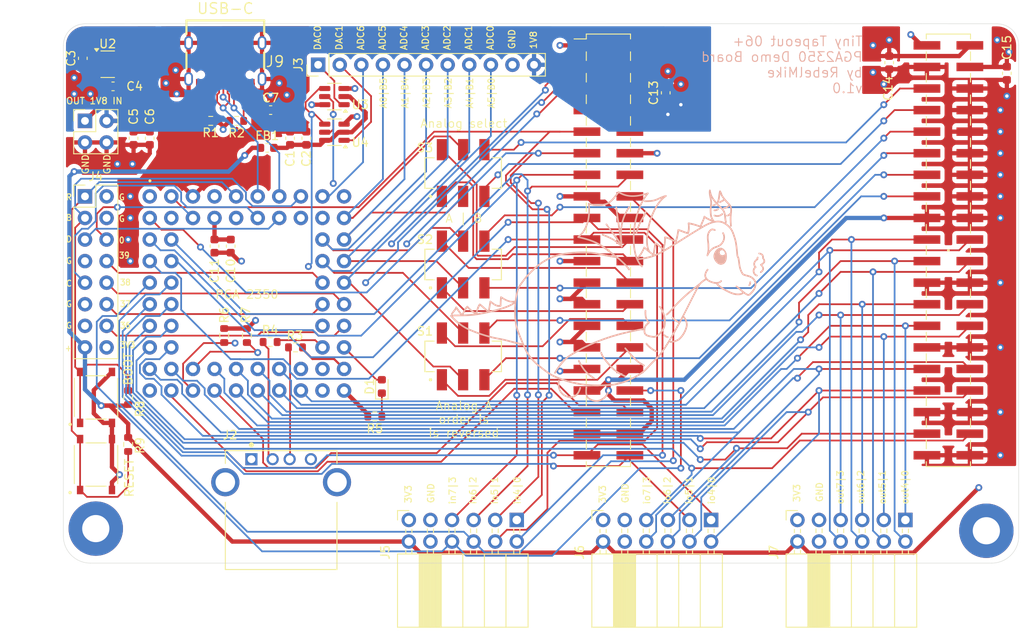
<source format=kicad_pcb>
(kicad_pcb (version 20240108) (generator "pcbnew") (generator_version "8.0")
  (layers (0 "F.Cu" signal) (1 "In1.Cu" signal) (2 "In2.Cu" signal) (31 "B.Cu" signal) (34 "B.Paste" user) (35 "F.Paste" user) (36 "B.SilkS" user "B.Silkscreen") (37 "F.SilkS" user "F.Silkscreen") (38 "B.Mask" user) (39 "F.Mask" user) (44 "Edge.Cuts" user))
  (net 0 "")
  (net 1 "dac0")
  (net 2 "GND")
  (net 3 "dac1")
  (net 4 "+5V")
  (net 5 "Net-(J8-Pin_1)")
  (net 6 "+1V8")
  (net 7 "+3V3")
  (net 8 "ctrl_ena")
  (net 9 "uio1")
  (net 10 "an4")
  (net 11 "an5")
  (net 12 "in5")
  (net 13 "in0")
  (net 14 "in3")
  (net 15 "an3")
  (net 16 "ctrl_sel_inc")
  (net 17 "project_clk")
  (net 18 "in7")
  (net 19 "in6")
  (net 20 "in1")
  (net 21 "uio0")
  (net 22 "in2")
  (net 23 "an2")
  (net 24 "~{project_rst}")
  (net 25 "in4")
  (net 26 "an1")
  (net 27 "~{ctrl_sel_rst}")
  (net 28 "an0")
  (net 29 "PIO_DM")
  (net 30 "PIO_DP")
  (net 31 "ADC4")
  (net 32 "ADC5")
  (net 33 "ADC1")
  (net 34 "ADC2")
  (net 35 "ADC3")
  (net 36 "ADC6")
  (net 37 "ADC0")
  (net 38 "GPIO38")
  (net 39 "GPIO36")
  (net 40 "GPIO0")
  (net 41 "RUN")
  (net 42 "SWD")
  (net 43 "BOOT")
  (net 44 "GPIO39")
  (net 45 "GPIO37")
  (net 46 "SWC")
  (net 47 "uio6")
  (net 48 "uio5")
  (net 49 "uio3")
  (net 50 "uio4")
  (net 51 "uio7")
  (net 52 "uio2")
  (net 53 "out1")
  (net 54 "out0")
  (net 55 "out3")
  (net 56 "out6")
  (net 57 "out7")
  (net 58 "out4")
  (net 59 "out5")
  (net 60 "out2")
  (net 62 "DM")
  (net 63 "DP")
  (net 64 "Net-(J9-CC2)")
  (net 66 "Net-(J9-CC1)")
  (net 67 "an8")
  (net 68 "an6")
  (net 69 "an9")
  (net 70 "an7")
  (net 71 "an10")
  (net 72 "an11")
  (net 73 "3V3A")
  (net 74 "SCL")
  (net 75 "Net-(U1-GPIO32)")
  (net 76 "Net-(U1-GPIO33)")
  (net 77 "SDA")
  (net 81 "LED")
  (net 82 "Net-(D1-K)")
  (footprint "components:SW_TS-1187A-B-A-B" (layer "F.Cu") (at 41.94 99.87 90)
    (property "Reference" "BOOT")
    (property "Value" "TS-1187A-B-A-B")
  )
  (footprint "TinyTapeout:PinSocket_2x06_P2.54mm_PMODHost1A" (layer "F.Cu") (at 124.46 114.3 90)
    (property "Reference" "J7")
    (property "Value" "613012243121")
  )
  (footprint "Resistor_SMD:R_0603_1608Metric" (layer "F.Cu") (at 65.405 93.98 180)
    (property "Reference" "R3")
    (property "Value" "22R")
  )
  (footprint "Inductor_SMD:L_0603_1608Metric" (layer "F.Cu") (at 62.0775 70.485)
    (property "Reference" "FB1")
    (property "Value" "GZ1608D601TF")
  )
  (footprint "components:SW_TS-1187A-B-A-B" (layer "F.Cu") (at 41.94 107.775 90)
    (property "Reference" "RESET")
    (property "Value" "TS-1187A-B-A-B")
  )
  (footprint "components:TE_292303-1" (layer "F.Cu") (at 60.22 107.145)
    (property "Reference" "J2")
    (property "Value" "USB_A")
  )
  (footprint "Capacitor_SMD:C_0603_1608Metric" (layer "F.Cu") (at 57.785 82.055 -90)
    (property "Reference" "C10")
    (property "Value" "10uF")
  )
  (footprint "Capacitor_SMD:C_0603_1608Metric" (layer "F.Cu") (at 46.355 69.355 -90)
    (property "Reference" "C5")
    (property "Value" "1uF")
  )
  (footprint "Resistor_SMD:R_0603_1608Metric" (layer "F.Cu") (at 59.69 92.583 -90)
    (property "Reference" "R7")
    (property "Value" "4.7k")
  )
  (footprint "components:SW_JS202011SCQN" (layer "F.Cu") (at 85.13 95.04)
    (property "Reference" "S1")
    (property "Value" "JS202011SCQN")
  )
  (footprint "LED_SMD:LED_0603_1608Metric" (layer "F.Cu") (at 75.565 98.5775 90)
    (property "Reference" "D1")
    (property "Value" "KT-0603R")
  )
  (footprint "TinyTapeout:PinSocket_2x06_P2.54mm_PMODHost1A" (layer "F.Cu") (at 101.6 114.3 90)
    (property "Reference" "J6")
    (property "Value" "613012243121")
  )
  (footprint "Capacitor_SMD:C_0603_1608Metric" (layer "F.Cu") (at 62.484 66.04)
    (property "Reference" "C7")
    (property "Value" "1uF")
  )
  (footprint "Resistor_SMD:R_0603_1608Metric" (layer "F.Cu") (at 74.74 102.108 180)
    (property "Reference" "R5")
    (property "Value" "1k")
  )
  (footprint "Connector_PinHeader_2.54mm:PinHeader_1x11_P2.54mm_Vertical" (layer "F.Cu") (at 68.072 60.706 90)
    (property "Reference" "J3")
    (property "Value" "Conn_01x11")
  )
  (footprint "Package_TO_SOT_SMD:SOT-23-6" (layer "F.Cu") (at 69.9825 68.646 180)
    (property "Reference" "U4")
    (property "Value" "DAC081C081CIMK")
  )
  (footprint "Capacitor_SMD:C_0603_1608Metric" (layer "F.Cu") (at 149.098 61.709 -90)
    (property "Reference" "C15")
    (property "Value" "100nF")
  )
  (footprint "Capacitor_SMD:C_0603_1608Metric" (layer "F.Cu") (at 64.77 69.355 90)
    (property "Reference" "C1")
    (property "Value" "10uF")
  )
  (footprint "Capacitor_SMD:C_0603_1608Metric" (layer "F.Cu") (at 48.26 69.355 -90)
    (property "Reference" "C6")
    (property "Value" "10uF")
  )
  (footprint "Resistor_SMD:R_0603_1608Metric" (layer "F.Cu") (at 55.435 67.31)
    (property "Reference" "R1")
    (property "Value" "5.1k")
  )
  (footprint "TinyTapeout:TT06_CARRIER_ON_DB" (layer "F.Cu") (at 122.22 82.55)
    (property "Reference" "J11" (hide yes))
    (property "Value" "TT06_BREAKOUT_REVA")
  )
  (footprint "Capacitor_SMD:C_0603_1608Metric" (layer "F.Cu") (at 135.255 60.452 -90)
    (property "Reference" "C14")
    (property "Value" "100nF")
  )
  (footprint "Connector_PinHeader_2.54mm:PinHeader_2x08_P2.54mm_Vertical" (layer "F.Cu") (at 40.64 76.2)
    (property "Reference" "J4")
    (property "Value" "Conn_02x08_Odd_Even")
  )
  (footprint "Resistor_SMD:R_0603_1608Metric" (layer "F.Cu") (at 45.72 99.886 -90)
    (property "Reference" "R8")
    (property "Value" "10k")
  )
  (footprint "TinyTapeout:PinSocket_2x06_P2.54mm_PMODHost1A" (layer "F.Cu") (at 78.74 114.3 90)
    (property "Reference" "J5")
    (property "Value" "613012243121")
  )
  (footprint "Resistor_SMD:R_0603_1608Metric" (layer "F.Cu") (at 45.72 105.41 90)
    (property "Reference" "R9")
    (property "Value" "10k")
  )
  (footprint "components:SW_JS202011SCQN" (layer "F.Cu") (at 85.13 73.45)
    (property "Reference" "S3")
    (property "Value" "JS202011SCQN")
  )
  (footprint "Capacitor_SMD:C_0603_1608Metric" (layer "F.Cu") (at 55.88 82.055 -90)
    (property "Reference" "C11")
    (property "Value" "1uF")
  )
  (footprint "Resistor_SMD:R_0603_1608Metric" (layer "F.Cu") (at 58.483 67.31 180)
    (property "Reference" "R2")
    (property "Value" "5.1k")
  )
  (footprint "Capacitor_SMD:C_0603_1608Metric" (layer "F.Cu") (at 108.966 64.008 90)
    (property "Reference" "C13")
    (property "Value" "100nF")
  )
  (footprint "Resistor_SMD:R_0603_1608Metric" (layer "F.Cu") (at 62.421 93.345 180)
    (property "Reference" "R4")
    (property "Value" "22R")
  )
  (footprint "" (layer "F.Cu") (at 146.685 115.57)
    (property "Reference" "")
    (property "Value" "")
  )
  (footprint "components:SW_JS202011SCQN" (layer "F.Cu") (at 85.13 84.22)
    (property "Reference" "S2")
    (property "Value" "JS202011SCQN")
  )
  (footprint "Resistor_SMD:R_0603_1608Metric" (layer "F.Cu") (at 57.023 92.583 -90)
    (property "Reference" "R6")
    (property "Value" "4.7k")
  )
  (footprint "Connector_PinHeader_2.54mm:PinHeader_2x02_P2.54mm_Vertical" (layer "F.Cu") (at 40.64 67.31)
    (property "Reference" "J8" (hide yes))
    (property "Value" "Conn_02x02_Odd_Even")
  )
  (footprint "Capacitor_SMD:C_0603_1608Metric" (layer "F.Cu") (at 40.386 59.944 -90)
    (property "Reference" "C3")
    (property "Value" "10uF")
  )
  (footprint "Capacitor_SMD:C_0603_1608Metric" (layer "F.Cu") (at 66.675 69.355 90)
    (property "Reference" "C2")
    (property "Value" "100nF")
  )
  (footprint "components:TYPE-C-SMD_MC-107DJ" (layer "F.Cu") (at 57.15 60.536 180)
    (property "Reference" "J9")
    (property "Value" "USB-C")
  )
  (footprint "MountingHole:MountingHole_3.2mm_M3_Pad" (layer "F.Cu") (at 41.91 115.316)
    (property "Reference" "" (hide yes))
    (property "Value" "MountingHole_3.2mm_M3_Pad")
  )
  (footprint "components:PGA2350" (layer "F.Cu") (at 59.92 88.24)
    (property "Reference" "PGA 2350")
    (property "Value" "~")
  )
  (footprint "Package_TO_SOT_SMD:SOT-23-6" (layer "F.Cu") (at 69.9825 64.45 180)
    (property "Reference" "U3")
    (property "Value" "DAC081C081CIMK")
  )
  (footprint "Package_TO_SOT_SMD:SOT-23-5" (layer "F.Cu") (at 43.3125 60.64)
    (property "Reference" "U2")
    (property "Value" "AP2112K-1.8")
  )
  (footprint "Capacitor_SMD:C_0603_1608Metric" (layer "F.Cu") (at 43.942 63.246 180)
    (property "Reference" "C4")
    (property "Value" "1uF")
  )
  (gr_poly (pts (xy 106.703133 93.45292) (xy 106.707908 93.453317) (xy 106.712657 93.45394) (xy 106.717371 93.454788) (xy 106.722041 93.455861) (xy 106.726659 93.457156) (xy 106.731215 93.458672) (xy 106.735702 93.460408) (xy 106.740109 93.462362) (xy 106.74443 93.464534) (xy 106.748654 93.466921) (xy 106.752774 93.469523) (xy 106.756779 93.472338) (xy 106.760663 93.475364) (xy 106.764416 93.478601) (xy 106.768028 93.482047) (xy 106.771493 93.485701) (xy 106.7748 93.489561) (xy 106.777941 93.493625) (xy 106.808938 93.534708) (xy 106.841639 93.575407) (xy 106.8759 93.615667) (xy 106.911581 93.65543) (xy 106.948541 93.694642) (xy 106.986639 93.733245) (xy 107.025732 93.771183) (xy 107.06568 93.8084) (xy 107.106342 93.844841) (xy 107.147576 93.880447) (xy 107.231197 93.948936) (xy 107.31541 94.013415) (xy 107.399088 94.073436) (xy 107.440529 94.101649) (xy 107.481669 94.12861) (xy 107.522282 94.154262) (xy 107.562141 94.178549) (xy 107.601021 94.201416) (xy 107.638694 94.222807) (xy 107.674935 94.242665) (xy 107.709517 94.260934) (xy 107.742214 94.277559) (xy 107.7728 94.292484) (xy 107.801048 94.305652) (xy 107.826732 94.317008) (xy 107.849627 94.326495) (xy 107.869504 94.334057) (xy 107.886139 94.339639) (xy 107.899305 94.343185) (xy 107.904123 94.344379) (xy 107.908855 94.345804) (xy 107.913494 94.347454) (xy 107.918034 94.349325) (xy 107.922465 94.351412) (xy 107.926782 94.353709) (xy 107.930977 94.356211) (xy 107.935043 94.358913) (xy 107.938972 94.361811) (xy 107.942757 94.364898) (xy 107.94639 94.36817) (xy 107.949866 94.371622) (xy 107.953175 94.375249) (xy 107.956311 94.379046) (xy 107.959266 94.383006) (xy 107.962034 94.387127) (xy 107.964594 94.391379) (xy 107.966931 94.395734) (xy 107.969042 94.400182) (xy 107.970926 94.404715) (xy 107.972581 94.409325) (xy 107.974007 94.414002) (xy 107.975201 94.418738) (xy 107.976162 94.423523) (xy 107.976889 94.42835) (xy 107.97738 94.433209) (xy 107.977633 94.438092) (xy 107.977646 94.44299) (xy 107.977419 94.447894) (xy 107.97695 94.452796) (xy 107.976237 94.457686) (xy 107.975279 94.462557) (xy 107.974038 94.467534) (xy 107.972563 94.47239) (xy 107.970861 94.477121) (xy 107.968941 94.481723) (xy 107.96681 94.486189) (xy 107.964474 94.490516) (xy 107.961942 94.494699) (xy 107.95922 94.498732) (xy 107.956317 94.502612) (xy 107.953239 94.506334) (xy 107.949995 94.509892) (xy 107.946591 94.513283) (xy 107.943034 94.516501) (xy 107.939333 94.519541) (xy 107.935495 94.522399) (xy 107.931527 94.52507) (xy 107.927436 94.52755) (xy 107.92323 94.529833) (xy 107.918917 94.531915) (xy 107.914503 94.533792) (xy 107.909997 94.535458) (xy 107.905405 94.536908) (xy 107.900735 94.538138) (xy 107.895994 94.539144) (xy 107.891191 94.53992) (xy 107.886331 94.540461) (xy 107.881424 94.540764) (xy 107.876475 94.540823) (xy 107.871493 94.540633) (xy 107.866485 94.540191) (xy 107.861458 94.53949) (xy 107.85642 94.538526) (xy 107.830305 94.532013) (xy 107.802688 94.523702) (xy 107.773618 94.513626) (xy 107.743143 94.501822) (xy 107.711311 94.488322) (xy 107.678171 94.473161) (xy 107.64377 94.456374) (xy 107.608157 94.437994) (xy 107.533487 94.396597) (xy 107.454547 94.349243) (xy 107.371722 94.296208) (xy 107.285398 94.237766) (xy 107.196742 94.174265) (xy 107.107385 94.106042) (xy 107.06278 94.070237) (xy 107.018402 94.033346) (xy 106.974387 93.995398) (xy 106.930868 93.956424) (xy 106.88798 93.916456) (xy 106.845857 93.875525) (xy 106.804634 93.833662) (xy 106.764445 93.790897) (xy 106.725424 93.747262) (xy 106.687705 93.702788) (xy 106.651423 93.657506) (xy 106.616713 93.611446) (xy 106.613794 93.607219) (xy 106.611121 93.602897) (xy 106.608693 93.598487) (xy 106.606507 93.593999) (xy 106.604563 93.589441) (xy 106.602859 93.584822) (xy 106.601394 93.580151) (xy 106.600167 93.575437) (xy 106.599175 93.570687) (xy 106.598418 93.565912) (xy 106.597895 93.561119) (xy 106.597603 93.556318) (xy 106.597543 93.551517) (xy 106.597711 93.546724) (xy 106.598108 93.54195) (xy 106.598731 93.537201) (xy 106.599579 93.532488) (xy 106.600652 93.527818) (xy 106.601946 93.523201) (xy 106.603462 93.518645) (xy 106.605198 93.514159) (xy 106.607152 93.509752) (xy 106.609324 93.505432) (xy 106.611711 93.501208) (xy 106.614312 93.497089) (xy 106.617127 93.493084) (xy 106.620153 93.4892) (xy 106.623389 93.485448) (xy 106.626834 93.481836) (xy 106.630487 93.478373) (xy 106.634347 93.475066) (xy 106.638411 93.471925) (xy 106.638407 93.471925) (xy 106.642634 93.469007) (xy 106.646956 93.466333) (xy 106.651366 93.463904) (xy 106.655855 93.461718) (xy 106.660413 93.459774) (xy 106.665032 93.45807) (xy 106.669703 93.456604) (xy 106.674418 93.455376) (xy 106.679168 93.454384) (xy 106.683944 93.453627) (xy 106.688737 93.453104) (xy 106.693538 93.452812) (xy 106.69834 93.452752)) (stroke (width -0.000001)) (fill solid) (layer "B.SilkS"))
  (gr_poly (pts (xy 114.15776 75.395549) (xy 114.162275 75.395794) (xy 114.166741 75.39624) (xy 114.171154 75.39688) (xy 114.175507 75.397712) (xy 114.179797 75.39873) (xy 114.184019 75.399932) (xy 114.188167 75.401313) (xy 114.192237 75.402869) (xy 114.196223 75.404596) (xy 114.200121 75.40649) (xy 114.203926 75.408547) (xy 114.207633 75.410762) (xy 114.211237 75.413133) (xy 114.214734 75.415654) (xy 114.218117 75.418322) (xy 114.221383 75.421133) (xy 114.224527 75.424083) (xy 114.227543 75.427167) (xy 114.230427 75.430382) (xy 114.233173 75.433723) (xy 114.235778 75.437187) (xy 114.238235 75.440769) (xy 114.240541 75.444466) (xy 114.24269 75.448273) (xy 114.244677 75.452187) (xy 114.246497 75.456203) (xy 114.248146 75.460317) (xy 114.249618 75.464525) (xy 114.250909 75.468824) (xy 114.252014 75.473209) (xy 114.252928 75.477676) (xy 114.274415 75.589747) (xy 114.296823 75.695913) (xy 114.320425 75.795924) (xy 114.345491 75.889531) (xy 114.358658 75.933856) (xy 114.372293 75.976486) (xy 114.386431 76.017391) (xy 114.401104 76.056539) (xy 114.416348 76.0939) (xy 114.432195 76.129442) (xy 114.44868 76.163135) (xy 114.465837 76.194946) (xy 114.496658 76.248401) (xy 114.527311 76.299831) (xy 114.557862 76.3494) (xy 114.588375 76.397272) (xy 114.618916 76.443612) (xy 114.649551 76.488584) (xy 114.71136 76.575085) (xy 114.774325 76.65809) (xy 114.838967 76.738916) (xy 114.905808 76.818879) (xy 114.97537 76.899296) (xy 115.003333 76.830731) (xy 115.028852 76.760058) (xy 115.051989 76.687467) (xy 115.072801 76.61315) (xy 115.09135 76.537296) (xy 115.107694 76.460097) (xy 115.121894 76.381744) (xy 115.134008 76.302426) (xy 115.183681 75.91289) (xy 115.197814 75.821346) (xy 115.214346 75.733383) (xy 115.22378 75.690938) (xy 115.234135 75.649622) (xy 115.24552 75.609512) (xy 115.258039 75.570686) (xy 115.260657 75.563925) (xy 115.263725 75.557432) (xy 115.267223 75.551223) (xy 115.27113 75.545314) (xy 115.275426 75.539723) (xy 115.280088 75.534466) (xy 115.285096 75.529559) (xy 115.29043 75.525019) (xy 115.296068 75.520863) (xy 115.301989 75.517108) (xy 115.308172 75.51377) (xy 115.314597 75.510865) (xy 115.321241 75.508411) (xy 115.328085 75.506424) (xy 115.335107 75.50492) (xy 115.342287 75.503916) (xy 115.345909 75.503609) (xy 115.34952 75.503433) (xy 115.353119 75.503388) (xy 115.356702 75.503472) (xy 115.360266 75.503684) (xy 115.363808 75.504021) (xy 115.367325 75.504483) (xy 115.370814 75.505067) (xy 115.374272 75.505774) (xy 115.377696 75.5066) (xy 115.381083 75.507544) (xy 115.384431 75.508606) (xy 115.387735 75.509783) (xy 115.390994 75.511074) (xy 115.394203 75.512477) (xy 115.397361 75.513991) (xy 115.400464 75.515615) (xy 115.403509 75.517347) (xy 115.406494 75.519185) (xy 115.409414 75.521128) (xy 115.412268 75.523174) (xy 115.415052 75.525323) (xy 115.417763 75.527572) (xy 115.420398 75.52992) (xy 115.422954 75.532365) (xy 115.425429 75.534907) (xy 115.427819 75.537543) (xy 115.430121 75.540271) (xy 115.432332 75.543092) (xy 115.434449 75.546002) (xy 115.43647 75.549) (xy 115.438391 75.552086) (xy 115.456911 75.583433) (xy 115.473931 75.613131) (xy 115.489531 75.641248) (xy 115.503788 75.667854) (xy 115.51678 75.69302) (xy 115.528586 75.716814) (xy 115.539284 75.739308) (xy 115.548951 75.76057) (xy 115.557667 75.78067) (xy 115.565509 75.799679) (xy 115.578884 75.834699) (xy 115.589702 75.866188) (xy 115.598589 75.894706) (xy 115.612746 75.943254) (xy 115.619452 75.964844) (xy 115.623062 75.975473) (xy 115.626977 75.986183) (xy 115.631297 75.997119) (xy 115.636121 76.008425) (xy 115.64155 76.020245) (xy 115.647684 76.032724) (xy 115.654623 76.046005) (xy 115.662467 76.060233) (xy 115.671315 76.075552) (xy 115.681269 76.092106) (xy 115.713537 76.143472) (xy 115.747092 76.194337) (xy 115.7818 76.244673) (xy 115.817526 76.294453) (xy 115.854139 76.343648) (xy 115.891503 76.392232) (xy 115.967952 76.487452) (xy 116.045806 76.579892) (xy 116.123994 76.669331) (xy 116.201447 76.755546) (xy 116.277098 76.838316) (xy 116.418751 76.992859) (xy 116.451449 77.029208) (xy 116.482828 77.064655) (xy 116.51277 77.099205) (xy 116.541159 77.132866) (xy 116.542229 77.134212) (xy 116.5432 77.13554) (xy 116.544084 77.136853) (xy 116.544896 77.138153) (xy 116.54565 77.139442) (xy 116.54636 77.140722) (xy 116.547702 77.143265) (xy 116.549033 77.1458) (xy 116.54973 77.14707) (xy 116.550466 77.148345) (xy 116.551255 77.149626) (xy 116.552111 77.150917) (xy 116.553047 77.15222) (xy 116.554079 77.153536) (xy 116.555461 77.155373) (xy 116.556799 77.157241) (xy 116.558094 77.159139) (xy 116.559345 77.161065) (xy 116.560551 77.16302) (xy 116.561712 77.165002) (xy 116.562828 77.167011) (xy 116.563898 77.169046) (xy 116.585568 77.196153) (xy 116.606426 77.222857) (xy 116.62619 77.249288) (xy 116.635575 77.262443) (xy 116.64458 77.275578) (xy 116.653172 77.288711) (xy 116.661315 77.301858) (xy 116.668974 77.315035) (xy 116.676114 77.328259) (xy 116.682699 77.341545) (xy 116.688695 77.354911) (xy 116.694066 77.368372) (xy 116.698778 77.381946) (xy 116.713131 77.430414) (xy 116.72534 77.47925) (xy 116.735529 77.528399) (xy 116.743822 77.577803) (xy 116.750343 77.627407) (xy 116.755216 77.677153) (xy 116.758566 77.726985) (xy 116.760516 77.776847) (xy 116.761191 77.826682) (xy 116.760715 77.876433) (xy 116.756807 77.975458) (xy 116.749784 78.07347) (xy 116.740641 78.170016) (xy 116.741027 78.173088) (xy 116.741318 78.176166) (xy 116.741513 78.179247) (xy 116.741613 78.182329) (xy 116.741618 78.18541) (xy 116.741528 78.188487) (xy 116.741344 78.191558) (xy 116.741065 78.194622) (xy 116.740693 78.197675) (xy 116.740226 78.200717) (xy 116.739666 78.203744) (xy 116.739013 78.206754) (xy 116.738266 78.209746) (xy 116.737426 78.212716) (xy 116.736493 78.215664) (xy 116.735468 78.218586) (xy 116.728761 78.284179) (xy 116.722709 78.350461) (xy 116.716706 78.414629) (xy 116.713535 78.445043) (xy 116.71015 78.473876) (xy 116.702448 78.550643) (xy 116.697324 78.6354) (xy 116.69449 78.726361) (xy 116.693661 78.821741) (xy 116.696864 79.018613) (xy 116.704636 79.211728) (xy 116.714679 79.3868) (xy 116.724697 79.529539) (xy 116.735468 79.660876) (xy 116.735857 79.666008) (xy 116.735984 79.671099) (xy 116.735855 79.676141) (xy 116.735477 79.681128) (xy 116.734853 79.686054) (xy 116.733991 79.69091) (xy 116.732895 79.69569) (xy 116.731571 79.700388) (xy 116.730025 79.704996) (xy 116.728263 79.709508) (xy 116.72629 79.713917) (xy 116.724111 79.718215) (xy 116.721733 79.722396) (xy 116.71916 79.726453) (xy 116.716399 79.730379) (xy 116.713456 79.734168) (xy 116.710335 79.737812) (xy 116.707042 79.741304) (xy 116.703583 79.744638) (xy 116.699964 79.747807) (xy 116.696191 79.750804) (xy 116.692268 79.753621) (xy 116.688201 79.756253) (xy 116.683997 79.758692) (xy 116.67966 79.760931) (xy 116.675197 79.762963) (xy 116.670612 79.764783) (xy 116.665912 79.766381) (xy 116.661103 79.767753) (xy 116.656189 79.768891) (xy 116.651176 79.769787) (xy 116.64607 79.770436) (xy 116.64111 79.770811) (xy 116.636158 79.77094) (xy 116.631225 79.770823) (xy 116.626318 79.770465) (xy 116.621446 79.769868) (xy 116.616617 79.769033) (xy 116.61184 79.767965) (xy 116.607124 79.766665) (xy 116.602478 79.765136) (xy 116.597909 79.763381) (xy 116.593426 79.761401) (xy 116.589038 79.759201) (xy 116.584754 79.756782) (xy 116.580581 79.754147) (xy 116.57653 79.751298) (xy 116.572607 79.748239) (xy 116.568841 79.744988) (xy 116.565257 79.74157) (xy 116.561859 79.737992) (xy 116.558651 79.734261) (xy 116.555637 79.730387) (xy 116.552821 79.726376) (xy 116.550209 79.722237) (xy 116.547803 79.717978) (xy 116.545608 79.713606) (xy 116.543629 79.70913) (xy 116.541869 79.704557) (xy 116.540333 79.699895) (xy 116.539024 79.695152) (xy 116.537948 79.690336) (xy 116.537108 79.685454) (xy 116.536509 79.680516) (xy 116.524827 79.550108) (xy 116.503292 79.23014) (xy 116.495161 79.032473) (xy 116.492165 78.827497) (xy 116.496837 78.628575) (xy 116.50284 78.535559) (xy 116.511709 78.449066) (xy 116.514811 78.415476) (xy 116.501346 78.4289) (xy 116.486955 78.442432) (xy 116.471625 78.455931) (xy 116.455345 78.469255) (xy 116.438103 78.482262) (xy 116.419886 78.494809) (xy 116.400683 78.506756) (xy 116.380482 78.517959) (xy 116.359271 78.528276) (xy 116.337037 78.537567) (xy 116.313769 78.545688) (xy 116.289455 78.552498) (xy 116.264083 78.557855) (xy 116.237641 78.561617) (xy 116.210116 78.563641) (xy 116.181498 78.563786) (xy 116.176542 78.563524) (xy 116.171627 78.56302) (xy 116.166761 78.562276) (xy 116.161951 78.561297) (xy 116.157206 78.560086) (xy 116.152534 78.558647) (xy 116.147944 78.556984) (xy 116.143442 78.555099) (xy 116.139038 78.552997) (xy 116.134739 78.550682) (xy 116.130554 78.548156) (xy 116.12649 78.545424) (xy 116.122556 78.542489) (xy 116.118759 78.539355) (xy 116.115109 78.536025) (xy 116.111612 78.532504) (xy 116.108295 78.528813) (xy 116.105177 78.52498) (xy 116.102263 78.521012) (xy 116.099555 78.516918) (xy 116.097058 78.512705) (xy 116.094773 78.508383) (xy 116.092704 78.50396) (xy 116.090855 78.499443) (xy 116.089228 78.494842) (xy 116.087826 78.490164) (xy 116.086654 78.485418) (xy 116.085713 78.480612) (xy 116.085007 78.475755) (xy 116.08454 78.470854) (xy 116.084314 78.465918) (xy 116.084333 78.460956) (xy 116.084633 78.455832) (xy 116.085185 78.450784) (xy 116.085982 78.445817) (xy 116.08702 78.440937) (xy 116.08829 78.436151) (xy 116.089786 78.431465) (xy 116.091503 78.426884) (xy 116.093433 78.422414) (xy 116.095571 78.418063) (xy 116.09791 78.413835) (xy 116.100443 78.409736) (xy 116.103164 78.405773) (xy 116.106067 78.401953) (xy 116.109144 78.398279) (xy 116.112391 78.39476) (xy 116.1158 78.391401) (xy 116.119365 78.388207) (xy 116.123079 78.385185) (xy 116.126936 78.382342) (xy 116.13093 78.379682) (xy 116.135055 78.377213) (xy 116.139303 78.374939) (xy 116.143668 78.372868) (xy 116.148144 78.371004) (xy 116.152725 78.369355) (xy 116.157404 78.367926) (xy 116.162175 78.366724) (xy 116.16703 78.365754) (xy 116.171965 78.365022) (xy 116.176972 78.364534) (xy 116.182045 78.364297) (xy 116.187178 78.364316) (xy 116.195647 78.364459) (xy 116.203808 78.36439) (xy 116.211674 78.36411) (xy 116.21926 78.363624) (xy 116.226579 78.362931) (xy 116.233644 78.362036) (xy 116.240469 78.360939) (xy 116.247069 78.359643) (xy 116.253456 78.35815) (xy 116.259644 78.356463) (xy 116.265647 78.354582) (xy 116.271479 78.352512) (xy 116.277154 78.350253) (xy 116.282684 78.347808) (xy 116.288085 78.345178) (xy 116.293368 78.342367) (xy 116.298549 78.339376) (xy 116.303641 78.336208) (xy 116.313611 78.329347) (xy 116.323389 78.321801) (xy 116.333083 78.313588) (xy 116.342804 78.304725) (xy 116.352661 78.295229) (xy 116.37322 78.274406) (xy 116.389701 78.257502) (xy 116.407406 78.239737) (xy 116.426388 78.221399) (xy 116.446695 78.202778) (xy 116.457362 78.193452) (xy 116.46838 78.184164) (xy 116.479754 78.17495) (xy 116.491492 78.165846) (xy 116.503599 78.156889) (xy 116.516082 78.148113) (xy 116.528947 78.139557) (xy 116.5422 78.131256) (xy 116.549686 78.041457) (xy 116.555297 77.951568) (xy 116.558303 77.86218) (xy 116.558599 77.817859) (xy 116.55797 77.773885) (xy 116.556322 77.730331) (xy 116.553566 77.687273) (xy 116.549609 77.644782) (xy 116.544359 77.602935) (xy 116.537726 77.561803) (xy 116.529617 77.521462) (xy 116.519942 77.481985) (xy 116.508608 77.443446) (xy 116.507433 77.440482) (xy 116.50565 77.436937) (xy 116.503325 77.432873) (xy 116.500521 77.428348) (xy 116.493741 77.418162) (xy 116.485831 77.406864) (xy 116.468705 77.38287) (xy 116.460531 77.371145) (xy 116.45331 77.360246) (xy 116.433095 77.382114) (xy 116.413292 77.403993) (xy 116.393327 77.425819) (xy 116.372623 77.447523) (xy 116.361814 77.45831) (xy 116.350604 77.469042) (xy 116.338921 77.47971) (xy 116.326694 77.490307) (xy 116.31385 77.500825) (xy 116.300318 77.511254) (xy 116.286025 77.521587) (xy 116.270899 77.531816) (xy 116.246137 77.547592) (xy 116.220732 77.562904) (xy 116.194715 77.577635) (xy 116.168114 77.59167) (xy 116.140959 77.604894) (xy 116.113279 77.617189) (xy 116.085103 77.62844) (xy 116.056461 77.638531) (xy 116.027383 77.647346) (xy 115.997897 77.65477) (xy 115.968034 77.660685) (xy 115.937822 77.664977) (xy 115.907291 77.667528) (xy 115.87647 77.668225) (xy 115.845389 77.666949) (xy 115.814077 77.663586) (xy 115.80917 77.662781) (xy 115.80433 77.661738) (xy 115.799565 77.660463) (xy 115.794883 77.658958) (xy 115.79029 77.657229) (xy 115.785796 77.655281) (xy 115.781408 77.653117) (xy 115.777133 77.650743) (xy 115.772978 77.648162) (xy 115.768953 77.64538) (xy 115.765064 77.642401) (xy 115.76132 77.63923) (xy 115.757727 77.635871) (xy 115.754294 77.632328) (xy 115.751029 77.628606) (xy 115.747938 77.62471) (xy 115.745045 77.620665) (xy 115.742368 77.6165) (xy 115.739909 77.612223) (xy 115.73767 77.607844) (xy 115.735654 77.60337) (xy 115.733863 77.598811) (xy 115.732299 77.594175) (xy 115.730964 77.589471) (xy 115.729861 77.584707) (xy 115.728992 77.579892) (xy 115.728358 77.575034) (xy 115.727963 77.570143) (xy 115.727808 77.565227) (xy 115.727895 77.560295) (xy 115.728228 77.555355) (xy 115.728807 77.550416) (xy 115.729669 77.545343) (xy 115.730774 77.540373) (xy 115.732115 77.535511) (xy 115.733686 77.530764) (xy 115.735479 77.526135) (xy 115.737488 77.521631) (xy 115.739704 77.517257) (xy 115.742122 77.513018) (xy 115.744734 77.50892) (xy 115.747532 77.504967) (xy 115.75051 77.501165) (xy 115.753661 77.49752) (xy 115.756977 77.494037) (xy 115.760452 77.490721) (xy 115.764077 77.487577) (xy 115.767848 77.484611) (xy 115.771755 77.481828) (xy 115.775792 77.479233) (xy 115.779952 77.476832) (xy 115.784227 77.47463) (xy 115.788612 77.472632) (xy 115.793098 77.470844) (xy 115.797678 77.469271) (xy 115.802346 77.467919) (xy 115.807093 77.466791) (xy 115.811914 77.465895) (xy 115.816801 77.465235) (xy 115.821747 77.464817) (xy 115.826745 77.464646) (xy 115.831788 77.464726) (xy 115.836868 77.465065) (xy 115.841978 77.465666) (xy 115.859232 77.467401) (xy 115.877163 77.467854) (xy 115.895702 77.46707) (xy 115.914783 77.465093) (xy 115.934337 77.461967) (xy 115.954297 77.457735) (xy 115.974595 77.452443) (xy 115.995163 77.446135) (xy 116.015935 77.438854) (xy 116.036842 77.430645) (xy 116.057817 77.421552) (xy 116.078792 77.41162) (xy 116.099699 77.400892) (xy 116.120472 77.389412) (xy 116.141041 77.377226) (xy 116.161341 77.364376) (xy 116.176352 77.354263) (xy 116.190637 77.344055) (xy 116.204232 77.333775) (xy 116.217175 77.323444) (xy 116.229505 77.313082) (xy 116.24126 77.30271) (xy 116.252477 77.292351) (xy 116.263194 77.282025) (xy 116.273449 77.271753) (xy 116.28328 77.261556) (xy 116.301822 77.241474) (xy 116.319124 77.221947) (xy 116.335489 77.203146) (xy 116.288856 77.149939) (xy 116.239707 77.0947) (xy 116.187032 77.036324) (xy 116.12982 76.973706) (xy 116.062203 76.899497) (xy 115.99235 76.821421) (xy 115.921208 76.740164) (xy 115.84973 76.656416) (xy 115.849038 76.660108) (xy 115.84821 76.663768) (xy 115.847246 76.667392) (xy 115.846147 76.670976) (xy 115.844914 76.674516) (xy 115.84355 76.678008) (xy 115.842054 76.68145) (xy 115.840429 76.684836) (xy 115.834839 76.694168) (xy 115.829023 76.703121) (xy 115.822989 76.711707) (xy 115.816748 76.719941) (xy 115.803683 76.735403) (xy 115.789906 76.749613) (xy 115.775495 76.762677) (xy 115.76053 76.774701) (xy 115.745087 76.785791) (xy 115.729245 76.796052) (xy 115.713083 76.805591) (xy 115.696679 76.814514) (xy 115.68011 76.822927) (xy 115.663456 76.830936) (xy 115.597548 76.861046) (xy 115.535851 76.889569) (xy 115.508075 76.902778) (xy 115.495285 76.909129) (xy 115.483351 76.915316) (xy 115.477747 76.918379) (xy 115.472425 76.921442) (xy 115.467399 76.924473) (xy 115.462686 76.92744) (xy 115.458298 76.93031) (xy 115.454252 76.933051) (xy 115.450561 76.935632) (xy 115.447242 76.93802) (xy 115.441774 76.942088) (xy 115.437968 76.944998) (xy 115.435941 76.946493) (xy 115.435726 76.946615) (xy 115.435632 76.946629) (xy 115.43566 76.946531) (xy 115.435812 76.946316) (xy 115.432656 76.950153) (xy 115.429328 76.953812) (xy 115.425837 76.957291) (xy 115.42219 76.960583) (xy 115.418394 76.963685) (xy 115.414458 76.966593) (xy 115.410389 76.969302) (xy 115.406195 76.971807) (xy 115.401883 76.974104) (xy 115.397462 76.97619) (xy 115.39294 76.978058) (xy 115.388323 76.979706) (xy 115.38362 76.981129) (xy 115.378838 76.982322) (xy 115.373986 76.983281) (xy 115.36907 76.984001) (xy 115.364125 76.984477) (xy 115.359184 76.984706) (xy 115.354255 76.984691) (xy 115.349348 76.984434) (xy 115.344471 76.983938) (xy 115.339632 76.983204) (xy 115.334841 76.982237) (xy 115.330105 76.981037) (xy 115.325433 76.979607) (xy 115.320834 76.97795) (xy 115.316316 76.976067) (xy 115.311889 76.973963) (xy 115.307559 76.971638) (xy 115.303337 76.969095) (xy 115.29923 76.966337) (xy 115.295248 76.963366) (xy 115.291282 76.960107) (xy 115.287525 76.956689) (xy 115.283979 76.95312) (xy 115.280645 76.949408) (xy 115.277523 76.945564) (xy 115.274615 76.941595) (xy 115.271923 76.937509) (xy 115.269446 76.933317) (xy 115.267186 76.929027) (xy 115.265145 76.924647) (xy 115.263323 76.920186) (xy 115.261722 76.915653) (xy 115.260342 76.911056) (xy 115.259184 76.906405) (xy 115.258251 76.901709) (xy 115.257542 76.896975) (xy 115.257059 76.892212) (xy 115.256804 76.887431) (xy 115.256776 76.882638) (xy 115.256978 76.877843) (xy 115.25741 76.873055) (xy 115.258073 76.868282) (xy 115.258969 76.863533) (xy 115.260099 76.858818) (xy 115.261463 76.854144) (xy 115.263063 76.84952) (xy 115.2649 76.844955) (xy 115.266975 76.840459) (xy 115.269289 76.836039) (xy 115.271844 76.831704) (xy 115.274639 76.827464) (xy 115.277678 76.823326) (xy 115.284002 76.815538) (xy 115.290434 76.80824) (xy 115.296969 76.801397) (xy 115.303602 76.794976) (xy 115.310329 76.788944) (xy 115.317146 76.783266) (xy 115.324049 76.777909) (xy 115.331032 76.77284) (xy 115.338092 76.768023) (xy 115.345225 76.763427) (xy 115.352426 76.759017) (xy 115.35969 76.754759) (xy 115.374393 76.746565) (xy 115.389299 76.738576) (xy 115.404435 76.730719) (xy 115.419808 76.723074) (xy 115.43535 76.715607) (xy 115.450997 76.708281) (xy 115.513319 76.679666) (xy 115.52846 76.672392) (xy 115.543219 76.664902) (xy 115.55752 76.657282) (xy 115.571286 76.649618) (xy 115.58444 76.641993) (xy 115.596905 76.634493) (xy 115.608606 76.627203) (xy 115.619464 76.620209) (xy 115.629403 76.613594) (xy 115.638347 76.607446) (xy 115.646219 76.601848) (xy 115.652941 76.596886) (xy 115.658437 76.592644) (xy 115.662631 76.589209) (xy 115.665445 76.586664) (xy 115.666803 76.585096) (xy 115.671906 76.579815) (xy 115.677328 76.574968) (xy 115.683042 76.570561) (xy 115.689021 76.566603) (xy 115.695239 76.563099) (xy 115.701668 76.560058) (xy 115.708282 76.557486) (xy 115.715054 76.555391) (xy 115.721958 76.553781) (xy 115.728965 76.552662) (xy 115.73605 76.552042) (xy 115.743186 76.551928) (xy 115.750346 76.552327) (xy 115.757503 76.553246) (xy 115.76463 76.554694) (xy 115.7717 76.556676) (xy 115.703327 76.470231) (xy 115.669549 76.426345) (xy 115.636243 76.381907) (xy 115.60356 76.336837) (xy 115.571648 76.291051) (xy 115.540659 76.244468) (xy 115.51074 76.197006) (xy 115.498786 76.176983) (xy 115.487917 76.157804) (xy 115.478057 76.139422) (xy 115.469131 76.121792) (xy 115.461063 76.104867) (xy 115.453778 76.088601) (xy 115.447201 76.072949) (xy 115.441255 76.057863) (xy 115.435865 76.043299) (xy 115.430956 76.02921) (xy 115.42228 76.002271) (xy 115.407377 75.952066) (xy 115.398081 75.932426) (xy 115.38229 76.027853) (xy 115.365811 76.12145) (xy 115.34906 76.219882) (xy 115.340711 76.272994) (xy 115.332449 76.329816) (xy 115.318314 76.423341) (xy 115.301513 76.517431) (xy 115.281614 76.611592) (xy 115.258186 76.705331) (xy 115.245015 76.751888) (xy 115.2308 76.798155) (xy 115.215488 76.84407) (xy 115.199024 76.889571) (xy 115.181355 76.934597) (xy 115.162428 76.979086) (xy 115.142188 77.022976) (xy 115.120581 77.066206) (xy 115.127531 77.073864) (xy 115.133895 77.081116) (xy 115.145717 77.095007) (xy 115.15776 77.109095) (xy 115.164401 77.116593) (xy 115.17174 77.124596) (xy 115.214327 77.168785) (xy 115.25873 77.212481) (xy 115.35162 77.299316) (xy 115.447695 77.38693) (xy 115.544237 77.477155) (xy 115.591834 77.523818) (xy 115.638529 77.571821) (xy 115.683982 77.621392) (xy 115.727854 77.672759) (xy 115.769806 77.726153) (xy 115.809497 77.781801) (xy 115.846588 77.839932) (xy 115.880739 77.900776) (xy 115.920018 77.983308) (xy 115.952956 78.06742) (xy 115.980258 78.152754) (xy 116.002628 78.238955) (xy 116.020769 78.325663) (xy 116.035388 78.412522) (xy 116.047187 78.499174) (xy 116.056871 78.585262) (xy 116.08855 78.916827) (xy 116.098227 78.994734) (xy 116.110015 79.069933) (xy 116.12462 79.142066) (xy 116.142744 79.210776) (xy 116.144103 79.215733) (xy 116.145198 79.220698) (xy 116.146033 79.225666) (xy 116.146613 79.230627) (xy 116.146941 79.235574) (xy 116.147023 79.240499) (xy 116.146861 79.245394) (xy 116.146461 79.250252) (xy 116.145826 79.255065) (xy 116.144961 79.259824) (xy 116.14387 79.264523) (xy 116.142556 79.269153) (xy 116.141025 79.273706) (xy 116.139279 79.278175) (xy 116.137325 79.282552) (xy 116.135165 79.28683) (xy 116.132803 79.290999) (xy 116.130245 79.295053) (xy 116.127494 79.298984) (xy 116.124554 79.302784) (xy 116.12143 79.306444) (xy 116.118125 79.309958) (xy 116.114644 79.313318) (xy 116.110992 79.316515) (xy 116.107171 79.319543) (xy 116.103187 79.322392) (xy 116.099043 79.325056) (xy 116.094744 79.327526) (xy 116.090294 79.329795) (xy 116.085697 79.331855) (xy 116.080957 79.333698) (xy 116.076078 79.335316) (xy 116.07197 79.33619) (xy 116.067842 79.336889) (xy 116.063699 79.337413) (xy 116.059546 79.337764) (xy 116.05539 79.337941) (xy 116.051235 79.337945) (xy 116.047087 79.337776) (xy 116.042952 79.337436) (xy 116.038834 79.336924) (xy 116.034739 79.336242) (xy 116.030672 79.33539) (xy 116.02664 79.334368) (xy 116.022647 79.333177) (xy 116.018699 79.331818) (xy 116.0148 79.33029) (xy 116.010958 79.328596) (xy 116.045412 79.350368) (xy 116.079519 79.372672) (xy 116.146634 79.418798) (xy 116.212192 79.466813) (xy 116.276081 79.516557) (xy 116.338191 79.567869) (xy 116.398411 79.620588) (xy 116.456631 79.674554) (xy 116.512739 79.729606) (xy 116.579014 79.800537) (xy 116.640366 79.874166) (xy 116.697136 79.950264) (xy 116.749667 80.0286) (xy 116.7983 80.108943) (xy 116.843377 80.191062) (xy 116.885239 80.274728) (xy 116.924227 80.359709) (xy 116.960683 80.445775) (xy 116.994949 80.532695) (xy 117.058277 80.708176) (xy 117.173677 81.059246) (xy 117.211296 81.182195) (xy 117.245336 81.30858) (xy 117.27605 81.437844) (xy 117.303693 81.569428) (xy 117.350782 81.837326) (xy 117.388638 82.10781) (xy 117.419292 82.376414) (xy 117.44478 82.638674) (xy 117.48839 83.126306) (xy 117.489973 83.141284) (xy 117.491791 83.155242) (xy 117.493838 83.168254) (xy 117.496104 83.180392) (xy 117.498582 83.191729) (xy 117.501263 83.202338) (xy 117.50414 83.212292) (xy 117.507205 83.221665) (xy 117.510448 83.230528) (xy 117.513862 83.238954) (xy 117.51744 83.247018) (xy 117.521172 83.254791) (xy 117.525052 83.262346) (xy 117.52907 83.269757) (xy 117.537489 83.284436) (xy 117.546776 83.299603) (xy 117.557036 83.315805) (xy 117.56783 83.333283) (xy 117.578721 83.352279) (xy 117.584065 83.36242) (xy 117.589269 83.373031) (xy 117.594278 83.384142) (xy 117.599037 83.395783) (xy 117.603491 83.407983) (xy 117.607586 83.420774) (xy 117.611266 83.434185) (xy 117.614477 83.448246) (xy 117.637991 83.571596) (xy 117.657497 83.690555) (xy 117.688522 83.917705) (xy 117.715616 84.134495) (xy 117.746845 84.345726) (xy 117.76653 84.450758) (xy 117.790273 84.5562) (xy 117.819082 84.662653) (xy 117.853965 84.770718) (xy 117.89593 84.880993) (xy 117.945985 84.994079) (xy 118.005139 85.110577) (xy 118.0744 85.231086) (xy 118.084191 85.245275) (xy 118.09596 85.258983) (xy 118.109654 85.27223) (xy 118.125217 85.285035) (xy 118.142594 85.297419) (xy 118.16173 85.309401) (xy 118.182569 85.321) (xy 118.205057 85.332237) (xy 118.229138 85.343131) (xy 118.254757 85.353701) (xy 118.281859 85.363968) (xy 118.31039 85.373951) (xy 118.371514 85.393143) (xy 118.437689 85.411436) (xy 118.580557 85.447245) (xy 118.655164 85.466388) (xy 118.730869 85.48745) (xy 118.806906 85.511251) (xy 118.844812 85.524434) (xy 118.882513 85.53861) (xy 118.919916 85.553881) (xy 118.956925 85.570349) (xy 118.993445 85.588116) (xy 119.029379 85.607286) (xy 119.087011 85.641341) (xy 119.143943 85.67875) (xy 119.199755 85.719376) (xy 119.254029 85.76308) (xy 119.306346 85.809722) (xy 119.356288 85.859163) (xy 119.403436 85.911265) (xy 119.447371 85.96589) (xy 119.487675 86.022897) (xy 119.52393 86.082148) (xy 119.555716 86.143505) (xy 119.582615 86.206828) (xy 119.594101 86.239183) (xy 119.604209 86.271978) (xy 119.612885 86.305195) (xy 119.620078 86.338817) (xy 119.625736 86.372827) (xy 119.629805 86.407206) (xy 119.632234 86.441938) (xy 119.632971 86.477006) (xy 119.63164 86.534832) (xy 119.628128 86.591455) (xy 119.622516 86.646893) (xy 119.614881 86.701166) (xy 119.605301 86.75429) (xy 119.593857 86.806284) (xy 119.580625 86.857166) (xy 119.565686 86.906955) (xy 119.549116 86.955668) (xy 119.530996 87.003324) (xy 119.511404 87.049941) (xy 119.490418 87.095537) (xy 119.468118 87.14013) (xy 119.444581 87.183739) (xy 119.394112 87.268077) (xy 119.339642 87.348695) (xy 119.2818 87.42574) (xy 119.221215 87.499356) (xy 119.158515 87.569689) (xy 119.094331 87.636885) (xy 119.029291 87.701089) (xy 118.964024 87.762448) (xy 118.89916 87.821106) (xy 118.888181 87.830561) (xy 118.877045 87.839524) (xy 118.865765 87.847987) (xy 118.854351 87.855944) (xy 118.842815 87.863388) (xy 118.831167 87.870312) (xy 118.81942 87.87671) (xy 118.807584 87.882575) (xy 118.795671 87.887899) (xy 118.783691 87.892676) (xy 118.771657 87.8969) (xy 118.759579 87.900563) (xy 118.747469 87.903659) (xy 118.735338 87.906181) (xy 118.723197 87.908122) (xy 118.711058 87.909476) (xy 118.699009 87.910255) (xy 118.687133 87.910501) (xy 118.675434 87.910244) (xy 118.663914 87.909514) (xy 118.652574 87.908342) (xy 118.641419 87.906757) (xy 118.63045 87.90479) (xy 118.619669 87.90247) (xy 118.60908 87.899828) (xy 118.598686 87.896894) (xy 118.588487 87.893699) (xy 118.578487 87.890271) (xy 118.568689 87.886642) (xy 118.559095 87.882841) (xy 118.540529 87.874846) (xy 118.512358 87.861779) (xy 118.484555 87.848208) (xy 118.457101 87.834153) (xy 118.429974 87.819637) (xy 118.37663 87.7893) (xy 118.324366 87.757365) (xy 118.273026 87.723999) (xy 118.222452 87.689369) (xy 118.172489 87.653642) (xy 118.12298 87.616986) (xy 118.107178 87.63261) (xy 118.091035 87.647696) (xy 118.074562 87.662232) (xy 118.057766 87.676201) (xy 118.040658 87.689589) (xy 118.023249 87.70238) (xy 118.005546 87.714561) (xy 117.98756 87.726116) (xy 117.9693 87.73703) (xy 117.950777 87.747288) (xy 117.931998 87.756876) (xy 117.912975 87.765778) (xy 117.893717 87.77398) (xy 117.874233 87.781467) (xy 117.854534 87.788224) (xy 117.834627 87.794236) (xy 117.808563 87.801171) (xy 117.782379 87.807362) (xy 117.756106 87.812849) (xy 117.729774 87.817671) (xy 117.703417 87.821869) (xy 117.677064 87.825481) (xy 117.624498 87.83111) (xy 117.572328 87.834874) (xy 117.520804 87.837092) (xy 117.470177 87.83808) (xy 117.420698 87.838156) (xy 117.318112 87.834097) (xy 117.214548 87.823367) (xy 117.110227 87.806442) (xy 117.00537 87.783797) (xy 116.900198 87.755906) (xy 116.794931 87.723245) (xy 116.689791 87.686288) (xy 116.584998 87.64551) (xy 116.480773 87.601386) (xy 116.377337 87.554391) (xy 116.274911 87.504999) (xy 116.173715 87.453686) (xy 115.975897 87.347195) (xy 115.78565 87.238716) (xy 115.627025 87.144388) (xy 115.551915 87.097933) (xy 115.479735 87.051809) (xy 115.410584 87.005908) (xy 115.34456 86.960124) (xy 115.281759 86.914351) (xy 115.222279 86.868482) (xy 115.166218 86.82241) (xy 115.113673 86.776028) (xy 115.064741 86.72923) (xy 115.019521 86.68191) (xy 114.978109 86.63396) (xy 114.940603 86.585274) (xy 114.9071 86.535745) (xy 114.891881 86.510631) (xy 114.877699 86.485266) (xy 114.872827 86.485216) (xy 114.867976 86.485374) (xy 114.863142 86.485708) (xy 114.858323 86.486186) (xy 114.848719 86.487445) (xy 114.839143 86.488895) (xy 114.829574 86.490279) (xy 114.824786 86.490866) (xy 114.819991 86.49134) (xy 114.815188 86.491669) (xy 114.810373 86.491821) (xy 114.805544 86.491764) (xy 114.800699 86.491466) (xy 114.748384 86.485984) (xy 114.696231 86.478856) (xy 114.644353 86.470182) (xy 114.592864 86.460064) (xy 114.541875 86.448601) (xy 114.491499 86.435894) (xy 114.441849 86.422044) (xy 114.393037 86.407152) (xy 114.345176 86.391318) (xy 114.298378 86.374642) (xy 114.252757 86.357225) (xy 114.208423 86.339168) (xy 114.165492 86.320571) (xy 114.124073 86.301534) (xy 114.084281 86.282159) (xy 114.046228 86.262546) (xy 114.024683 86.250843) (xy 114.003465 86.238759) (xy 113.982577 86.226303) (xy 113.962023 86.213482) (xy 113.941805 86.200306) (xy 113.921926 86.186781) (xy 113.902388 86.172915) (xy 113.883195 86.158718) (xy 113.864348 86.144196) (xy 113.845852 86.129358) (xy 113.827707 86.114211) (xy 113.809918 86.098765) (xy 113.792487 86.083026) (xy 113.775417 86.067003) (xy 113.75871 86.050704) (xy 113.742369 86.034136) (xy 113.535383 86.170211) (xy 113.427548 86.244165) (xy 113.373821 86.283025) (xy 113.320705 86.323295) (xy 113.268566 86.36509) (xy 113.217768 86.408526) (xy 113.168675 86.453718) (xy 113.121652 86.500782) (xy 113.077062 86.549833) (xy 113.03527 86.600987) (xy 112.996641 86.654359) (xy 112.978626 86.681913) (xy 112.961538 86.710066) (xy 112.760999 87.06672) (xy 112.543908 87.474054) (xy 112.07378 88.394607) (xy 111.578567 89.379423) (xy 111.08568 90.336197) (xy 111.091844 90.334301) (xy 111.09807 90.332816) (xy 111.10434 90.331738) (xy 111.110635 90.331064) (xy 111.116936 90.330791) (xy 111.123225 90.330914) (xy 111.129482 90.331431) (xy 111.135689 90.332338) (xy 111.141827 90.333633) (xy 111.147877 90.335311) (xy 111.15382 90.337369) (xy 111.159638 90.339804) (xy 111.165312 90.342613) (xy 111.170823 90.345791) (xy 111.176152 90.349337) (xy 111.18128 90.353246) (xy 111.231824 90.427422) (xy 111.279329 90.501684) (xy 111.323594 90.576069) (xy 111.364418 90.650613) (xy 111.401599 90.725351) (xy 111.434935 90.800322) (xy 111.464226 90.87556) (xy 111.489269 90.951102) (xy 111.509864 91.026984) (xy 111.525808 91.103244) (xy 111.5369 91.179916) (xy 111.542938 91.257038) (xy 111.543722 91.334645) (xy 111.53905 91.412775) (xy 111.528719 91.491463) (xy 111.512529 91.570745) (xy 111.484575 91.676793) (xy 111.451955 91.78274) (xy 111.414901 91.888233) (xy 111.373642 91.99292) (xy 111.328411 92.096449) (xy 111.279436 92.198467) (xy 111.226949 92.298622) (xy 111.171181 92.39656) (xy 111.112361 92.49193) (xy 111.05072 92.584379) (xy 110.986489 92.673555) (xy 110.919899 92.759105) (xy 110.851179 92.840677) (xy 110.78056 92.917917) (xy 110.708274 92.990475) (xy 110.63455 93.057996) (xy 110.572605 93.108448) (xy 110.508261 93.154183) (xy 110.441857 93.195455) (xy 110.373731 93.232519) (xy 110.304222 93.265632) (xy 110.233668 93.295046) (xy 110.162409 93.321019) (xy 110.090783 93.343804) (xy 110.019128 93.363657) (xy 109.947784 93.380832) (xy 109.87709 93.395585) (xy 109.807383 93.408171) (xy 109.672288 93.427862) (xy 109.54521 93.441944) (xy 109.540079 93.442303) (xy 109.534992 93.442402) (xy 109.529954 93.442245) (xy 109.524972 93.441839) (xy 109.520054 93.441189) (xy 109.515206 93.4403) (xy 109.510435 93.439179) (xy 109.505748 93.437831) (xy 109.501151 93.436262) (xy 109.496652 93.434477) (xy 109.492257 93.432481) (xy 109.487973 93.430282) (xy 109.483808 93.427883) (xy 109.479767 93.425291) (xy 109.475858 93.422512) (xy 109.472087 93.419551) (xy 109.468462 93.416413) (xy 109.464988 93.413105) (xy 109.461674 93.409632) (xy 109.458526 93.406) (xy 109.455551 93.402214) (xy 109.452755 93.39828) (xy 109.450145 93.394203) (xy 109.447729 93.38999) (xy 109.445512 93.385645) (xy 109.443503 93.381175) (xy 109.441707 93.376585) (xy 109.440132 93.371881) (xy 109.438785 93.367068) (xy 109.437671 93.362153) (xy 109.436799 93.35714) (xy 109.436174 93.352035) (xy 109.435813 93.346922) (xy 109.435711 93.34185) (xy 109.435863 93.336828) (xy 109.436262 93.331861) (xy 109.436905 93.326957) (xy 109.437784 93.322122) (xy 109.438894 93.317363) (xy 109.440231 93.312687) (xy 109.441788 93.308101) (xy 109.443559 93.303611) (xy 109.445539 93.299224) (xy 109.447723 93.294948) (xy 109.450105 93.290788) (xy 109.45268 93.286752) (xy 109.455441 93.282847) (xy 109.458384 93.279078) (xy 109.461502 93.275454) (xy 109.46479 93.271981) (xy 109.468243 93.268665) (xy 109.471855 93.265514) (xy 109.47562 93.262534) (xy 109.479533 93.259731) (xy 109.483588 93.257114) (xy 109.48778 93.254688) (xy 109.492103 93.252461) (xy 109.496552 93.250439) (xy 109.50112 93.248629) (xy 109.505803 93.247038) (xy 109.510595 93.245672) (xy 109.51549 93.244538) (xy 109.520483 93.243644) (xy 109.525568 93.242996) (xy 109.646611 93.229289) (xy 109.709315 93.220525) (xy 109.773053 93.210258) (xy 109.837507 93.198316) (xy 109.902362 93.184526) (xy 109.9673 93.168716) (xy 110.032006 93.150714) (xy 110.096162 93.130347) (xy 110.159453 93.107443) (xy 110.221561 93.08183) (xy 110.28217 93.053336) (xy 110.340965 93.021787) (xy 110.397627 92.987013) (xy 110.451841 92.94884) (xy 110.50329 92.907097) (xy 110.569707 92.846096) (xy 110.635324 92.779806) (xy 110.69987 92.708633) (xy 110.763072 92.632983) (xy 110.824659 92.553262) (xy 110.884359 92.469875) (xy 110.941899 92.383229) (xy 110.997008 92.29373) (xy 111.049414 92.201783) (xy 111.098844 92.107795) (xy 111.145027 92.012171) (xy 111.18769 91.915317) (xy 111.226562 91.81764) (xy 111.26137 91.719545) (xy 111.291843 91.621438) (xy 111.317709 91.523725) (xy 111.331231 91.457846) (xy 111.339979 91.39242) (xy 111.344053 91.327348) (xy 111.343557 91.26253) (xy 111.338591 91.197868) (xy 111.329256 91.133263) (xy 111.315654 91.068614) (xy 111.297888 91.003823) (xy 111.276057 90.938792) (xy 111.250265 90.87342) (xy 111.220612 90.807608) (xy 111.187199 90.741258) (xy 111.150129 90.67427) (xy 111.109503 90.606545) (xy 111.065422 90.537983) (xy 111.017988 90.468486) (xy 110.994273 90.513548) (xy 110.970026 90.560833) (xy 110.92078 90.658565) (xy 110.871948 90.754663) (xy 110.848218 90.799905) (xy 110.825228 90.842106) (xy 110.384062 91.64752) (xy 109.833698 92.634345) (xy 109.521633 93.167623) (xy 109.187147 93.712458) (xy 108.831867 94.257584) (xy 108.646937 94.526736) (xy 108.457418 94.791736) (xy 108.397827 94.870619) (xy 108.336314 94.947122) (xy 108.273134 95.021437) (xy 108.208538 95.093756) (xy 108.14278 95.164269) (xy 108.076114 95.233167) (xy 107.941065 95.366884) (xy 107.671191 95.623354) (xy 107.540414 95.749164) (xy 107.41511 95.875396) (xy 107.283775 96.014832) (xy 107.156422 96.153787) (xy 106.911944 96.422301) (xy 106.793959 96.54788) (xy 106.735842 96.60763) (xy 106.678237 96.665022) (xy 106.62109 96.719807) (xy 106.564347 96.771737) (xy 106.507955 96.820562) (xy 106.45186 96.866035) (xy 106.256833 97.013458) (xy 106.056643 97.155126) (xy 105.851545 97.290908) (xy 105.641796 97.420669) (xy 105.427652 97.544277) (xy 105.209368 97.661597) (xy 104.987201 97.772498) (xy 104.761407 97.876846) (xy 104.532241 97.974508) (xy 104.299959 98.06535) (xy 104.064818 98.149239) (xy 103.827073 98.226043) (xy 103.586981 98.295628) (xy 103.344797 98.35786) (xy 103.100778 98.412607) (xy 102.855179 98.459736) (xy 102.853253 98.46018) (xy 102.851319 98.460587) (xy 102.849377 98.460956) (xy 102.847429 98.461286) (xy 102.409583 98.498689) (xy 101.970321 98.527614) (xy 101.531387 98.547179) (xy 101.094525 98.5565) (xy 100.661479 98.554694) (xy 100.233993 98.540878) (xy 99.813812 98.51417) (xy 99.402679 98.473686) (xy 98.960837 98.413017) (xy 98.51915 98.335085) (xy 98.079027 98.240513) (xy 97.641878 98.129926) (xy 97.209112 98.003946) (xy 96.782139 97.863199) (xy 96.362368 97.708307) (xy 95.951208 97.539896) (xy 95.815676 97.478915) (xy 95.683885 97.414515) (xy 95.555413 97.346845) (xy 95.429835 97.276052) (xy 95.30673 97.202287) (xy 95.185674 97.125696) (xy 95.066245 97.04643) (xy 94.948018 96.964636) (xy 94.71348 96.79406) (xy 94.478677 96.615157) (xy 93.994738 96.237125) (xy 93.994216 96.236743) (xy 93.993697 96.236357) (xy 93.99318 96.235968) (xy 93.992666 96.235576) (xy 93.827043 96.09534) (xy 93.660762 95.945967) (xy 93.495692 95.78874) (xy 93.333704 95.624943) (xy 93.176669 95.455858) (xy 93.100593 95.369734) (xy 93.026457 95.28277) (xy 92.954495 95.195126) (xy 92.88494 95.106962) (xy 92.818026 95.018438) (xy 92.753986 94.929716) (xy 92.711727 94.868052) (xy 92.670122 94.804099) (xy 92.588785 94.669881) (xy 92.509793 94.528175) (xy 92.432967 94.380096) (xy 92.358124 94.226757) (xy 92.285084 94.069274) (xy 92.213665 93.908758) (xy 92.143686 93.746326) (xy 91.826104 93.677159) (xy 91.516129 93.602026) (xy 91.213507 93.523289) (xy 90.917981 93.443312) (xy 90.34719 93.289085) (xy 90.071414 93.219561) (xy 89.801707 93.158247) (xy 89.642887 93.125843) (xy 89.48672 93.095814) (xy 89.177875 93.038486) (xy 88.866236 92.977475) (xy 88.706576 92.942843) (xy 88.542867 92.903995) (xy 88.180543 92.809822) (xy 87.818877 92.707649) (xy 87.458703 92.597572) (xy 87.100856 92.479687) (xy 86.746172 92.354089) (xy 86.395485 92.220872) (xy 86.049632 92.080133) (xy 85.709447 91.931966) (xy 85.559882 91.861534) (xy 85.41262 91.786145) (xy 85.267718 91.706006) (xy 85.125237 91.621321) (xy 84.985236 91.532297) (xy 84.847774 91.439138) (xy 84.71291 91.34205) (xy 84.580705 91.241239) (xy 84.451216 91.136909) (xy 84.324504 91.029267) (xy 84.200627 90.918517) (xy 84.079646 90.804865) (xy 83.961619 90.688517) (xy 83.846606 90.569677) (xy 83.734666 90.448552) (xy 83.640006 90.341365) (xy 83.916277 90.341365) (xy 84.017088 90.449417) (xy 84.120275 90.555577) (xy 84.225797 90.659678) (xy 84.333614 90.761552) (xy 84.443685 90.861034) (xy 84.55597 90.957955) (xy 84.670427 91.052149) (xy 84.787017 91.143447) (xy 84.905698 91.231683) (xy 85.02643 91.31669) (xy 85.149173 91.3983) (xy 85.273885 91.476346) (xy 85.400526 91.550661) (xy 85.529056 91.621077) (xy 85.659433 91.687428) (xy 85.791617 91.749546) (xy 86.127256 91.895716) (xy 86.468716 92.034627) (xy 86.815134 92.166173) (xy 87.16565 92.290247) (xy 87.5194 92.406743) (xy 87.875525 92.515554) (xy 88.233161 92.616574) (xy 88.591447 92.709696) (xy 88.751132 92.747587) (xy 88.907581 92.781537) (xy 89.215395 92.84193) (xy 89.524134 92.899507) (xy 89.681741 92.929939) (xy 89.843047 92.962906) (xy 92.048597 93.516885) (xy 92.003544 93.408672) (xy 91.957646 93.300766) (xy 91.912654 93.193819) (xy 91.891044 93.14091) (xy 91.870317 93.088485) (xy 91.559732 92.324601) (xy 91.487656 92.135299) (xy 91.420073 91.94077) (xy 91.388319 91.840623) (xy 91.358113 91.738065) (xy 91.329595 91.632725) (xy 91.302908 91.524236) (xy 91.277017 91.405989) (xy 91.253681 91.284572) (xy 91.214265 91.033885) (xy 91.183844 90.775492) (xy 91.1616 90.512711) (xy 91.146717 90.24886) (xy 91.138376 89.987256) (xy 91.135767 89.731626) (xy 91.335366 89.731626) (xy 91.338169 89.983698) (xy 91.346624 90.240856) (xy 91.361418 90.499552) (xy 91.383238 90.756238) (xy 91.412771 91.007368) (xy 91.450705 91.249392) (xy 91.473037 91.365882) (xy 91.497726 91.478765) (xy 91.523312 91.5827) (xy 91.550733 91.68381) (xy 91.579863 91.782475) (xy 91.610576 91.879078) (xy 91.67625 92.06762) (xy 91.746749 92.252483) (xy 92.056868 93.016136) (xy 92.150816 93.255621) (xy 92.249369 93.498982) (xy 92.352176 93.742183) (xy 92.458888 93.981186) (xy 92.569156 94.211954) (xy 92.68263 94.430449) (xy 92.74046 94.533834) (xy 92.79896 94.632636) (xy 92.858087 94.726351) (xy 92.917797 94.814476) (xy 92.979122 94.899414) (xy 93.043421 94.984427) (xy 93.110449 95.069333) (xy 93.17996 95.153949) (xy 93.251712 95.238095) (xy 93.325458 95.321587) (xy 93.400953 95.404245) (xy 93.477954 95.485885) (xy 93.63549 95.645385) (xy 93.796109 95.798633) (xy 93.957851 95.944171) (xy 94.118757 96.080545) (xy 94.119787 96.081066) (xy 94.602145 96.457511) (xy 94.833698 96.633731) (xy 95.063336 96.800655) (xy 95.178492 96.880326) (xy 95.294435 96.957308) (xy 95.411588 97.03148) (xy 95.530373 97.102719) (xy 95.651211 97.170905) (xy 95.774525 97.235916) (xy 95.900738 97.29763) (xy 96.03027 97.355926) (xy 96.43485 97.521624) (xy 96.848023 97.674045) (xy 97.268331 97.812563) (xy 97.694319 97.936552) (xy 98.124529 98.045389) (xy 98.557505 98.138447) (xy 98.99179 98.215101) (xy 99.425928 98.274727) (xy 99.829309 98.314432) (xy 100.242431 98.34068) (xy 100.66349 98.354304) (xy 101.090681 98.356141) (xy 101.522201 98.347027) (xy 101.956245 98.327796) (xy 102.39101 98.299284) (xy 102.82469 98.262327) (xy 103.063854 98.216289) (xy 103.301542 98.162807) (xy 103.537494 98.102016) (xy 103.771451 98.034052) (xy 104.003154 97.95905) (xy 104.232342 97.877148) (xy 104.458757 97.788479) (xy 104.682139 97.693181) (xy 104.902228 97.591389) (xy 105.118765 97.483238) (xy 105.331491 97.368865) (xy 105.540146 97.248405) (xy 105.744471 97.121995) (xy 105.944206 96.989769) (xy 106.139092 96.851864) (xy 106.328869 96.708416) (xy 106.379173 96.667517) (xy 106.430602 96.622708) (xy 106.483161 96.574262) (xy 106.536854 96.522448) (xy 106.647654 96.409808) (xy 106.763033 96.286959) (xy 107.007645 96.01932) (xy 107.136938 95.878874) (xy 107.270929 95.736906) (xy 107.400237 95.606318) (xy 107.532951 95.478068) (xy 107.801093 95.2226) (xy 107.932766 95.092391) (xy 107.997181 95.026013) (xy 108.060337 94.958538) (xy 108.121998 94.889777) (xy 108.18193 94.819544) (xy 108.239898 94.747653) (xy 108.295668 94.673916) (xy 108.464677 94.438187) (xy 108.629438 94.200016) (xy 108.946002 93.719763) (xy 109.244936 93.240001) (xy 109.52582 92.767574) (xy 109.788231 92.309326) (xy 110.031745 91.872099) (xy 110.460398 91.088087) (xy 110.45865 91.089052) (xy 110.456884 91.089982) (xy 110.455099 91.090877) (xy 110.453298 91.091736) (xy 110.451479 91.092558) (xy 110.449644 91.093344) (xy 110.447794 91.094094) (xy 110.445929 91.094806) (xy 110.386117 91.06933) (xy 110.328109 91.041955) (xy 110.271839 91.012768) (xy 110.217245 90.981859) (xy 110.164261 90.949316) (xy 110.112822 90.915227) (xy 110.062864 90.879681) (xy 110.014322 90.842766) (xy 109.967132 90.804572) (xy 109.921229 90.765185) (xy 109.876549 90.724696) (xy 109.833027 90.683192) (xy 109.790599 90.640762) (xy 109.749199 90.597494) (xy 109.708765 90.553476) (xy 109.669229 90.508798) (xy 109.666068 90.504976) (xy 109.663112 90.50102) (xy 109.660364 90.496938) (xy 109.657828 90.492738) (xy 109.655507 90.488428) (xy 109.653402 90.484018) (xy 109.651518 90.479516) (xy 109.649856 90.474929) (xy 109.648419 90.470267) (xy 109.647211 90.465538) (xy 109.646235 90.46075) (xy 109.645492 90.455912) (xy 109.644986 90.451032) (xy 109.64472 90.446118) (xy 109.644697 90.441179) (xy 109.644918 90.436224) (xy 109.645386 90.431285) (xy 109.646093 90.426397) (xy 109.647037 90.421568) (xy 109.648214 90.416805) (xy 109.64962 90.412116) (xy 109.651251 90.40751) (xy 109.653102 90.402994) (xy 109.65517 90.398575) (xy 109.657451 90.394263) (xy 109.659941 90.390065) (xy 109.662636 90.385989) (xy 109.665532 90.382043) (xy 109.668626 90.378234) (xy 109.671912 90.374571) (xy 109.675388 90.371061) (xy 109.679049 90.367714) (xy 109.683017 90.364435) (xy 109.687102 90.361393) (xy 109.691295 90.358588) (xy 109.695588 90.35602) (xy 109.699971 90.353687) (xy 109.704436 90.35159) (xy 109.708974 90.349727) (xy 109.713575 90.348097) (xy 109.718232 90.346701) (xy 109.722934 90.345538) (xy 109.727674 90.344606) (xy 109.732442 90.343906) (xy 109.73723 90.343436) (xy 109.742029 90.343197) (xy 109.746829 90.343187) (xy 109.751622 90.343406) (xy 109.7564 90.343853) (xy 109.761152 90.344528) (xy 109.765871 90.34543) (xy 109.770548 90.346559) (xy 109.775173 90.347913) (xy 109.779738 90.349492) (xy 109.784234 90.351296) (xy 109.788652 90.353324) (xy 109.792983 90.355576) (xy 109.797219 90.35805) (xy 109.80135 90.360746) (xy 109.805368 90.363663) (xy 109.809263 90.366802) (xy 109.813028 90.370161) (xy 109.816652 90.373739) (xy 109.820127 90.377536) (xy 109.857283 90.41953) (xy 109.895008 90.46061) (xy 109.933368 90.500719) (xy 109.972433 90.539804) (xy 110.012269 90.577808) (xy 110.052946 90.614677) (xy 110.094531 90.650356) (xy 110.137092 90.684788) (xy 110.180696 90.71792) (xy 110.225412 90.749695) (xy 110.271308 90.780059) (xy 110.318452 90.808957) (xy 110.366911 90.836332) (xy 110.416754 90.862131) (xy 110.468047 90.886298) (xy 110.520861 90.908777) (xy 110.522854 90.909668) (xy 110.524825 90.910602) (xy 110.526774 90.911577) (xy 110.528701 90.912595) (xy 110.530604 90.913653) (xy 110.532483 90.914753) (xy 110.534337 90.915892) (xy 110.536165 90.917072) (xy 110.537968 90.918291) (xy 110.539743 90.919549) (xy 110.541492 90.920846) (xy 110.543212 90.922182) (xy 110.544904 90.923555) (xy 110.546566 90.924965) (xy 110.548198 90.926412) (xy 110.549799 90.927896) (xy 110.650568 90.744957) (xy 110.894555 90.296021) (xy 111.147055 89.812309) (xy 111.662776 88.792571) (xy 112.168099 87.789784) (xy 112.4076 87.327259) (xy 112.63339 86.907986) (xy 112.114923 87.317589) (xy 111.852588 87.53114) (xy 111.576527 87.765348) (xy 111.277997 88.031331) (xy 110.948254 88.340206) (xy 110.578556 88.703092) (xy 110.160158 89.131106) (xy 110.116833 89.177581) (xy 110.068388 89.231697) (xy 109.958176 89.358552) (xy 109.833588 89.503071) (xy 109.69869 89.656656) (xy 109.628639 89.734245) (xy 109.557358 89.811113) (xy 109.485107 89.886299) (xy 109.412144 89.958844) (xy 109.375477 89.993825) (xy 109.338729 90.027785) (xy 109.301933 90.060605) (xy 109.265121 90.092163) (xy 109.228326 90.122341) (xy 109.19158 90.151017) (xy 109.154915 90.178072) (xy 109.118364 90.203386) (xy 109.11401 90.206118) (xy 109.109571 90.2086) (xy 109.105055 90.210833) (xy 109.100472 90.212821) (xy 109.09583 90.214563) (xy 109.091137 90.216062) (xy 109.086403 90.217321) (xy 109.081635 90.218339) (xy 109.076843 90.21912) (xy 109.072036 90.219665) (xy 109.067222 90.219976) (xy 109.062409 90.220054) (xy 109.057607 90.219901) (xy 109.052823 90.21952) (xy 109.048068 90.218911) (xy 109.043348 90.218077) (xy 109.038674 90.217019) (xy 109.034054 90.215738) (xy 109.029496 90.214238) (xy 109.025009 90.212519) (xy 109.020602 90.210584) (xy 109.016283 90.208433) (xy 109.012061 90.206069) (xy 109.007945 90.203494) (xy 109.003944 90.200708) (xy 109.000066 90.197715) (xy 108.996319 90.194516) (xy 108.992713 90.191112) (xy 108.989257 90.187505) (xy 108.985958 90.183697) (xy 108.982825 90.17969) (xy 108.979868 90.175485) (xy 108.977126 90.171143) (xy 108.974633 90.166715) (xy 108.972388 90.16221) (xy 108.970389 90.157637) (xy 108.968634 90.153004) (xy 108.967121 90.14832) (xy 108.965848 90.143593) (xy 108.964815 90.138833) (xy 108.964019 90.134048) (xy 108.963459 90.129246) (xy 108.963132 90.124436) (xy 108.963038 90.119628) (xy 108.963174 90.114829) (xy 108.963538 90.110048) (xy 108.96413 90.105294) (xy 108.964947 90.100576) (xy 108.965987 90.095902) (xy 108.967249 90.091281) (xy 108.968732 90.086721) (xy 108.970433 90.082232) (xy 108.97235 90.077821) (xy 108.974483 90.073498) (xy 108.976829 90.069271) (xy 108.979386 90.065149) (xy 108.982154 90.06114) (xy 108.985129 90.057254) (xy 108.988311 90.053498) (xy 108.991698 90.049882) (xy 108.995287 90.046414) (xy 108.999078 90.043103) (xy 109.003069 90.039957) (xy 109.007257 90.036985) (xy 109.03837 90.015381) (xy 109.070187 89.991771) (xy 109.102639 89.966285) (xy 109.135652 89.939054) (xy 109.169154 89.91021) (xy 109.203073 89.879882) (xy 109.271874 89.815303) (xy 109.341479 89.746362) (xy 109.411309 89.674107) (xy 109.480787 89.599586) (xy 109.549337 89.523845) (xy 109.616441 89.447968) (xy 109.681728 89.372953) (xy 109.80547 89.229197) (xy 109.917806 89.099956) (xy 109.968835 89.043083) (xy 110.015978 88.992606) (xy 110.274804 88.725822) (xy 110.514244 88.484664) (xy 110.736269 88.26665) (xy 110.942852 88.069299) (xy 111.135964 87.890131) (xy 111.317577 87.726665) (xy 111.489665 87.57642) (xy 111.654199 87.436916) (xy 112.935175 86.409826) (xy 112.936989 86.409904) (xy 112.938801 86.410015) (xy 112.940612 86.410159) (xy 112.942419 86.410336) (xy 112.982935 86.365616) (xy 113.024466 86.322769) (xy 113.066842 86.281719) (xy 113.109895 86.242387) (xy 113.153456 86.204699) (xy 113.197355 86.168576) (xy 113.241424 86.133941) (xy 113.285495 86.100719) (xy 113.372963 86.038201) (xy 113.45841 85.980406) (xy 113.61783 85.876526) (xy 113.604148 85.852826) (xy 113.591176 85.828747) (xy 113.578982 85.804255) (xy 113.567634 85.779317) (xy 113.557199 85.753902) (xy 113.552345 85.741005) (xy 113.547745 85.727977) (xy 113.543406 85.714813) (xy 113.539339 85.701509) (xy 113.53555 85.688061) (xy 113.532049 85.674466) (xy 113.52175 85.624984) (xy 113.514907 85.574422) (xy 113.511574 85.52281) (xy 113.511808 85.47018) (xy 113.515661 85.41656) (xy 113.52319 85.361981) (xy 113.534449 85.306474) (xy 113.549492 85.250068) (xy 113.568374 85.192795) (xy 113.591151 85.134684) (xy 113.617876 85.075766) (xy 113.648605 85.016071) (xy 113.683392 84.955629) (xy 113.722292 84.894471) (xy 113.76536 84.832627) (xy 113.812651 84.770127) (xy 113.81582 84.766305) (xy 113.81916 84.762661) (xy 113.822663 84.759198) (xy 113.826321 84.755922) (xy 113.830127 84.752837) (xy 113.834073 84.749946) (xy 113.83815 84.747255) (xy 113.842352 84.744767) (xy 113.84667 84.742488) (xy 113.851097 84.74042) (xy 113.855624 84.73857) (xy 113.860245 84.73694) (xy 113.864951 84.735536) (xy 113.869734 84.734361) (xy 113.874588 84.733421) (xy 113.879503 84.732719) (xy 113.884447 84.732262) (xy 113.889386 84.732051) (xy 113.894312 84.732083) (xy 113.899215 84.732358) (xy 113.904088 84.732871) (xy 113.908921 84.73362) (xy 113.913707 84.734604) (xy 113.918436 84.73582) (xy 113.9231 84.737265) (xy 113.92769 84.738937) (xy 113.932199 84.740833) (xy 113.936617 84.742951) (xy 113.940935 84.745289) (xy 113.945146 84.747844) (xy 113.949241 84.750613) (xy 113.953211 84.753595) (xy 113.957145 84.756882) (xy 113.96087 84.760327) (xy 113.964383 84.76392) (xy 113.967684 84.767654) (xy 113.970772 84.771518) (xy 113.973645 84.775506) (xy 113.976303 84.779607) (xy 113.978744 84.783814) (xy 113.980968 84.788117) (xy 113.982974 84.792508) (xy 113.98476 84.796978) (xy 113.986325 84.801518) (xy 113.987669 84.806119) (xy 113.988791 84.810774) (xy 113.989689 84.815472) (xy 113.990362 84.820206) (xy 113.990809 84.824967) (xy 113.99103 84.829745) (xy 113.991023 84.834533) (xy 113.990787 84.839321) (xy 113.990322 84.844101) (xy 113.989625 84.848863) (xy 113.988697 84.8536) (xy 113.987536 84.858303) (xy 113.986141 84.862963) (xy 113.984511 84.86757) (xy 113.982645 84.872117) (xy 113.980542 84.876595) (xy 113.978201 84.880994) (xy 113.975621 84.885307) (xy 113.972801 84.889524) (xy 113.96974 84.893636) (xy 113.92699 84.950022) (xy 113.88855 85.004907) (xy 113.854285 85.058311) (xy 113.824058 85.110255) (xy 113.79773 85.160758) (xy 113.775166 85.20984) (xy 113.756228 85.257521) (xy 113.740778 85.303822) (xy 113.728681 85.348763) (xy 113.719799 85.392362) (xy 113.713995 85.434641) (xy 113.711133 85.47562) (xy 113.711074 85.515317) (xy 113.713682 85.553754) (xy 113.71882 85.590951) (xy 113.726351 85.626926) (xy 113.736244 85.661913) (xy 113.748529 85.696123) (xy 113.763147 85.729542) (xy 113.780043 85.762157) (xy 113.79916 85.793958) (xy 113.820441 85.82493) (xy 113.843828 85.855061) (xy 113.869266 85.884339) (xy 113.896697 85.912751) (xy 113.926065 85.940284) (xy 113.957312 85.966926) (xy 113.990383 85.992664) (xy 114.025219 86.017486) (xy 114.061765 86.041378) (xy 114.099963 86.064329) (xy 114.139757 86.086326) (xy 114.209175 86.120944) (xy 114.285414 86.154667) (xy 114.367262 86.18668) (xy 114.45351 86.216166) (xy 114.497905 86.229707) (xy 114.542946 86.242309) (xy 114.588481 86.253872) (xy 114.634359 86.264293) (xy 114.680428 86.27347) (xy 114.726537 86.281301) (xy 114.772535 86.287684) (xy 114.81827 86.292516) (xy 114.863464 86.295738) (xy 114.90788 86.29731) (xy 114.951435 86.297171) (xy 114.994045 86.295257) (xy 115.035627 86.291506) (xy 115.076096 86.285855) (xy 115.115369 86.278243) (xy 115.153362 86.268606) (xy 115.189991 86.256882) (xy 115.225173 86.243009) (xy 115.258824 86.226924) (xy 115.275049 86.218033) (xy 115.290859 86.208565) (xy 115.306246 86.198513) (xy 115.321196 86.187869) (xy 115.335702 86.176625) (xy 115.349751 86.164774) (xy 115.363334 86.152307) (xy 115.37644 86.139217) (xy 115.389058 86.125495) (xy 115.401178 86.111135) (xy 115.404511 86.107217) (xy 115.408001 86.103511) (xy 115.411639 86.10002) (xy 115.415415 86.096744) (xy 115.419321 86.093684) (xy 115.423349 86.090841) (xy 115.427489 86.088216) (xy 115.431733 86.085809) (xy 115.436072 86.083622) (xy 115.440496 86.081657) (xy 115.444998 86.079912) (xy 115.449568 86.07839) (xy 115.454198 86.077092) (xy 115.458878 86.076018) (xy 115.4636 86.07517) (xy 115.468356 86.074548) (xy 115.473135 86.074153) (xy 115.47793 86.073987) (xy 115.482732 86.074049) (xy 115.487531 86.074342) (xy 115.492319 86.074866) (xy 115.497088 86.075622) (xy 115.501827 86.076611) (xy 115.50653 86.077833) (xy 115.511186 86.079291) (xy 115.515786 86.080984) (xy 115.520323 86.082914) (xy 115.524787 86.085081) (xy 115.529169 86.087487) (xy 115.533461 86.090133) (xy 115.537654 86.093019) (xy 115.541739 86.096146) (xy 115.545529 86.099373) (xy 115.549139 86.10277) (xy 115.552564 86.106327) (xy 115.5558 86.110039) (xy 115.558842 86.113896) (xy 115.561687 86.11789) (xy 115.564329 86.122015) (xy 115.566765 86.126261) (xy 115.56899 86.130622) (xy 115.571001 86.135089) (xy 115.572792 86.139654) (xy 115.57436 86.144309) (xy 115.575699 86.149047) (xy 115.576807 86.15386) (xy 115.577679 86.15874) (xy 115.57831 86.163678) (xy 115.578695 86.168641) (xy 115.578832 86.173596) (xy 115.578724 86.178533) (xy 115.578373 86.183445) (xy 115.577783 86.188322) (xy 115.576956 86.193155) (xy 115.575894 86.197937) (xy 115.5746 86.202658) (xy 115.573077 86.207311) (xy 115.571327 86.211886) (xy 115.569352 86.216374) (xy 115.567156 86.220769) (xy 115.564741 86.225059) (xy 115.56211 86.229238) (xy 115.559264 86.233297) (xy 115.556208 86.237226) (xy 115.534854 86.262132) (xy 115.512537 86.285285) (xy 115.489304 86.306757) (xy 115.465203 86.326621) (xy 115.440282 86.344948) (xy 115.414589 86.36181) (xy 115.388172 86.377278) (xy 115.361079 86.391425) (xy 115.333357 86.404322) (xy 115.305056 86.41604) (xy 115.276222 86.426653) (xy 115.246904 86.436231) (xy 115.21715 86.444847) (xy 115.187008 86.452572) (xy 115.156525 86.459477) (xy 115.12575 86.465636) (xy 115.152279 86.499611) (xy 115.181461 86.534032) (xy 115.21333 86.568903) (xy 115.247915 86.604231) (xy 115.285249 86.64002) (xy 115.325364 86.676275) (xy 115.368291 86.713001) (xy 115.414062 86.750204) (xy 115.462709 86.787888) (xy 115.514263 86.82606) (xy 115.568757 86.864723) (xy 115.626221 86.903883) (xy 115.750188 86.983715) (xy 115.886419 87.065596) (xy 116.073282 87.1716) (xy 116.266496 87.274462) (xy 116.364721 87.323669) (xy 116.463616 87.370834) (xy 116.562878 87.41554) (xy 116.662199 87.457369) (xy 116.761274 87.4959) (xy 116.859798 87.530717) (xy 116.957465 87.5614) (xy 117.053969 87.587531) (xy 117.149006 87.608692) (xy 117.242269 87.624464) (xy 117.333452 87.634428) (xy 117.422251 87.638166) (xy 117.468463 87.638031) (xy 117.51485 87.636988) (xy 117.561117 87.634855) (xy 117.60697 87.63145) (xy 117.652115 87.626591) (xy 117.696258 87.620097) (xy 117.717861 87.61618) (xy 117.739104 87.611786) (xy 117.759949 87.606892) (xy 117.780359 87.601476) (xy 117.794392 87.597289) (xy 117.808053 87.592743) (xy 117.821357 87.587844) (xy 117.834314 87.582601) (xy 117.846939 87.577022) (xy 117.859243 87.571113) (xy 117.871239 87.564882) (xy 117.88294 87.558336) (xy 117.894358 87.551483) (xy 117.905507 87.544331) (xy 117.916397 87.536887) (xy 117.927043 87.529158) (xy 117.937456 87.521152) (xy 117.94765 87.512876) (xy 117.957636 87.504339) (xy 117.967428 87.495546) (xy 117.882213 87.424196) (xy 117.796307 87.35084) (xy 117.619677 87.19956) (xy 117.527581 87.122359) (xy 117.43205 87.044602) (xy 117.332398 86.96665) (xy 117.227938 86.888866) (xy 117.22384 86.885754) (xy 117.219947 86.882474) (xy 117.21626 86.879035) (xy 117.21278 86.875445) (xy 117.209508 86.871713) (xy 117.206446 86.867848) (xy 117.203596 86.863859) (xy 117.200958 86.859754) (xy 117.198535 86.855542) (xy 117.196327 86.851233) (xy 117.194337 86.846834) (xy 117.192565 86.842354) (xy 117.191013 86.837803) (xy 117.189682 86.833188) (xy 117.188574 86.82852) (xy 117.18769 86.823806) (xy 117.187032 86.819055) (xy 117.186601 86.814276) (xy 117.186399 86.809478) (xy 117.186426 86.804669) (xy 117.186685 86.799859) (xy 117.187177 86.795055) (xy 117.187902 86.790268) (xy 117.188864 86.785505) (xy 117.190062 86.780775) (xy 117.191499 86.776088) (xy 117.193176 86.771451) (xy 117.195095 86.766874) (xy 117.197256 86.762365) (xy 117.199661 86.757933) (xy 117.202312 86.753587) (xy 117.20521 86.749336) (xy 117.208223 86.745375) (xy 117.211415 86.741584) (xy 117.214778 86.73797) (xy 117.218305 86.734536) (xy 117.221988 86.731287) (xy 117.225819 86.728228) (xy 117.22979 86.725364) (xy 117.233895 86.722699) (xy 117.238126 86.720238) (xy 117.242474 86.717986) (xy 117.246932 86.715947) (xy 117.251493 86.714125) (xy 117.256149 86.712527) (xy 117.260892 86.711156) (xy 117.265714 86.710018) (xy 117.270609 86.709116) (xy 117.275542 86.708458) (xy 117.280481 86.708048) (xy 117.285415 86.707883) (xy 117.290337 86.707962) (xy 117.295238 86.708282) (xy 117.300108 86.708841) (xy 117.30494 86.709637) (xy 117.309725 86.710667) (xy 117.314453 86.711931) (xy 117.319117 86.713425) (xy 117.323707 86.715148) (xy 117.328214 86.717097) (xy 117.332631 86.71927) (xy 117.336948 86.721666) (xy 117.341156 86.724282) (xy 117.345247 86.727116) (xy 117.443166 86.799764) (xy 117.536561 86.872143) (xy 117.625886 86.943959) (xy 117.711592 87.01492) (xy 118.027293 87.284341) (xy 118.175209 87.406292) (xy 118.248268 87.463051) (xy 118.321332 87.516607) (xy 118.394853 87.566668) (xy 118.469285 87.612941) (xy 118.54508 87.655131) (xy 118.62269 87.692946) (xy 118.628562 87.695532) (xy 118.634196 87.697884) (xy 118.639603 87.700009) (xy 118.644791 87.701913) (xy 118.64977 87.703603) (xy 118.654549 87.705086) (xy 118.659139 87.706368) (xy 118.663549 87.707457) (xy 118.667788 87.708359) (xy 118.671866 87.709081) (xy 118.675793 87.709629) (xy 118.679577 87.710011) (xy 118.683229 87.710233) (xy 118.686759 87.710301) (xy 118.690175 87.710224) (xy 118.693487 87.710006) (xy 118.696792 87.709667) (xy 118.700189 87.709197) (xy 118.703694 87.708567) (xy 118.707323 87.707745) (xy 118.711092 87.706701) (xy 118.715017 87.705404) (xy 118.719113 87.703824) (xy 118.723397 87.701929) (xy 118.727885 87.699688) (xy 118.732593 87.697072) (xy 118.737536 87.694049) (xy 118.742731 87.690589) (xy 118.748194 87.68666) (xy 118.75394 87.682232) (xy 118.759986 87.677274) (xy 118.766348 87.671756) (xy 118.890486 87.557519) (xy 118.951312 87.497773) (xy 119.010667 87.43604) (xy 119.06807 87.372142) (xy 119.123039 87.305905) (xy 119.175093 87.23715) (xy 119.223751 87.165702) (xy 119.268531 87.091384) (xy 119.308952 87.01402) (xy 119.344532 86.933432) (xy 119.374791 86.849444) (xy 119.399246 86.76188) (xy 119.417416 86.670564) (xy 119.423995 86.623443) (xy 119.428821 86.575318) (xy 119.431835 86.526166) (xy 119.432978 86.475966) (xy 119.432365 86.451247) (xy 119.430376 86.426428) (xy 119.427051 86.401537) (xy 119.422431 86.376606) (xy 119.416556 86.351663) (xy 119.409468 86.326738) (xy 119.401206 86.30186) (xy 119.391811 86.27706) (xy 119.381325 86.252367) (xy 119.369788 86.22781) (xy 119.343721 86.179223) (xy 119.313937 86.131537) (xy 119.28076 86.084989) (xy 119.244516 86.039814) (xy 119.205529 85.996251) (xy 119.164126 85.954535) (xy 119.12063 85.914904) (xy 119.075368 85.877593) (xy 119.028663 85.842841) (xy 118.980842 85.810883) (xy 118.93223 85.781956) (xy 118.903408 85.766659) (xy 118.873438 85.752259) (xy 118.842414 85.738688) (xy 118.810434 85.725872) (xy 118.777594 85.713742) (xy 118.743989 85.702227) (xy 118.674871 85.680754) (xy 118.60385 85.660885) (xy 118.531692 85.642051) (xy 118.387049 85.605216) (xy 118.315532 85.586069) (xy 118.280082 85.575935) (xy 118.245017 85.565221) (xy 118.210473 85.553771) (xy 118.176583 85.541431) (xy 118.143483 85.528045) (xy 118.111307 85.513459) (xy 118.08019 85.497517) (xy 118.050268 85.480065) (xy 118.021674 85.460947) (xy 118.007917 85.450716) (xy 117.994543 85.44001) (xy 117.981568 85.42881) (xy 117.96901 85.417097) (xy 117.956885 85.404851) (xy 117.945211 85.392053) (xy 117.934003 85.378684) (xy 117.923279 85.364725) (xy 117.913055 85.350155) (xy 117.903349 85.334956) (xy 117.829204 85.20593) (xy 117.765684 85.080899) (xy 117.711762 84.959395) (xy 117.666416 84.840953) (xy 117.628619 84.725106) (xy 117.597348 84.611387) (xy 117.571577 84.499328) (xy 117.550283 84.388464) (xy 117.53244 84.278329) (xy 117.517024 84.168454) (xy 117.489373 83.947621) (xy 117.459134 83.722233) (xy 117.440481 83.606664) (xy 117.418108 83.488556) (xy 117.416869 83.483209) (xy 117.415375 83.477975) (xy 117.413621 83.4728) (xy 117.411602 83.467629) (xy 117.409314 83.462405) (xy 117.406751 83.457074) (xy 117.403908 83.451581) (xy 117.40078 83.44587) (xy 117.393648 83.433574) (xy 117.385316 83.419744) (xy 117.364889 83.385716) (xy 117.353244 83.364946) (xy 117.341547 83.341722) (xy 117.330131 83.315938) (xy 117.324633 83.302053) (xy 117.31933 83.287488) (xy 117.314263 83.272231) (xy 117.309475 83.256267) (xy 117.305007 83.239583) (xy 117.3009 83.222166) (xy 117.297196 83.204003) (xy 117.293937 83.185081) (xy 117.291164 83.165386) (xy 117.288919 83.144906) (xy 117.244708 82.655873) (xy 117.219111 82.395508) (xy 117.188763 82.130762) (xy 117.151847 81.866274) (xy 117.106544 81.606681) (xy 117.080179 81.48017) (xy 117.051036 81.356622) (xy 117.018888 81.236617) (xy 116.983507 81.120736) (xy 116.926635 80.946255) (xy 116.868747 80.774033) (xy 116.807531 80.605534) (xy 116.774953 80.523139) (xy 116.740676 80.442223) (xy 116.704412 80.362972) (xy 116.66587 80.285566) (xy 116.624763 80.21019) (xy 116.580802 80.137027) (xy 116.533697 80.06626) (xy 116.483159 79.998072) (xy 116.4289 79.932647) (xy 116.37063 79.870166) (xy 116.312589 79.813195) (xy 116.252498 79.757501) (xy 116.190474 79.703354) (xy 116.126636 79.651026) (xy 116.0611 79.600787) (xy 115.993983 79.552908) (xy 115.925403 79.50766) (xy 115.855477 79.465314) (xy 115.784321 79.426139) (xy 115.712054 79.390408) (xy 115.638792 79.35839) (xy 115.564652 79.330357) (xy 115.489751 79.30658) (xy 115.414208 79.287328) (xy 115.338138 79.272873) (xy 115.26166 79.263486) (xy 115.149725 79.257455) (xy 115.037325 79.258767) (xy 114.924607 79.266978) (xy 114.811718 79.281641) (xy 114.698807 79.302313) (xy 114.58602 79.328546) (xy 114.473504 79.359897) (xy 114.361408 79.39592) (xy 114.249878 79.436169) (xy 114.139062 79.4802) (xy 114.029108 79.527566) (xy 113.920163 79.577824) (xy 113.812374 79.630527) (xy 113.705889 79.68523) (xy 113.497419 79.798856) (xy 113.134191 80.008012) (xy 112.753021 80.235416) (xy 111.951963 80.730217) (xy 110.300718 81.776516) (xy 109.511763 82.26896) (xy 109.139403 82.494758) (xy 108.786234 82.702179) (xy 108.455591 82.887651) (xy 108.150806 83.047606) (xy 108.009153 83.116898) (xy 107.875215 83.178471) (xy 107.749408 83.231879) (xy 107.632151 83.276676) (xy 107.40282 83.353934) (xy 107.168918 83.42379) (xy 106.931904 83.486356) (xy 106.693233 83.541741) (xy 106.454363 83.590058) (xy 106.216751 83.631417) (xy 105.981854 83.665929) (xy 105.751129 83.693706) (xy 105.800112 83.788921) (xy 105.825525 83.835674) (xy 105.851614 83.881805) (xy 105.878423 83.927272) (xy 105.905998 83.972037) (xy 105.934384 84.016059) (xy 105.963625 84.059297) (xy 105.993767 84.101713) (xy 106.024855 84.143266) (xy 106.056934 84.183915) (xy 106.09005 84.223622) (xy 106.124247 84.262345) (xy 106.159571 84.300045) (xy 106.196067 84.336682) (xy 106.23378 84.372216) (xy 106.237371 84.375658) (xy 106.240772 84.379259) (xy 106.243979 84.38301) (xy 106.246988 84.386902) (xy 106.249796 84.390928) (xy 106.252398 84.39508) (xy 106.254791 84.39935) (xy 106.256972 84.403729) (xy 106.258935 84.408209) (xy 106.260679 84.412783) (xy 106.262198 84.417441) (xy 106.263489 84.422177) (xy 106.264548 84.426982) (xy 106.265371 84.431847) (xy 106.265955 84.436765) (xy 106.266296 84.441728) (xy 106.26639 84.446702) (xy 106.266238 84.451652) (xy 106.265843 84.456571) (xy 106.265208 84.46145) (xy 106.264336 84.466281) (xy 106.26323 84.471054) (xy 106.261893 84.475763) (xy 106.260328 84.480397) (xy 106.258539 84.48495) (xy 106.256528 84.489412) (xy 106.254298 84.493776) (xy 106.251853 84.498032) (xy 106.249195 84.502172) (xy 106.246328 84.506189) (xy 106.243255 84.510073) (xy 106.239979 84.513816) (xy 106.23641 84.51751) (xy 106.232698 84.520982) (xy 106.228853 84.524231) (xy 106.224883 84.527259) (xy 106.220797 84.530062) (xy 106.216604 84.532643) (xy 106.212313 84.535) (xy 106.207932 84.537132) (xy 106.203471 84.539039) (xy 106.198938 84.540722) (xy 106.194342 84.542179) (xy 106.189691 84.54341) (xy 106.184996 84.544416) (xy 106.180264 84.545194) (xy 106.175504 84.545746) (xy 106.170726 84.54607) (xy 106.165937 84.546166) (xy 106.161148 84.546034) (xy 106.156366 84.545674) (xy 106.1516 84.545085) (xy 106.14686 84.544266) (xy 106.142153 84.543218) (xy 106.13749 84.54194) (xy 106.132879 84.540431) (xy 106.128328 84.538691) (xy 106.123846 84.53672) (xy 106.119443 84.534518) (xy 106.115127 84.532083) (xy 106.110907 84.529416) (xy 106.106791 84.526516) (xy 106.102789 84.523383) (xy 106.098909 84.520016) (xy 106.051018 84.474693) (xy 106.005003 84.427886) (xy 105.960792 84.379655) (xy 105.918307 84.330056) (xy 105.877476 84.279148) (xy 105.838222 84.226988) (xy 105.800471 84.173635) (xy 105.764149 84.119145) (xy 105.729179 84.063577) (xy 105.695488 84.006989) (xy 105.663001 83.949438) (xy 105.631642 83.890983) (xy 105.572011 83.771588) (xy 105.515997 83.649267) (xy 105.514015 83.648123) (xy 105.512062 83.646936) (xy 105.510137 83.645705) (xy 105.508243 83.644431) (xy 105.506379 83.643115) (xy 105.504547 83.641758) (xy 105.502746 83.640359) (xy 105.500978 83.63892) (xy 105.499243 83.637441) (xy 105.497542 83.635922) (xy 105.495876 83.634365) (xy 105.494245 83.63277) (xy 105.49265 83.631137) (xy 105.491092 83.629467) (xy 105.489571 83.62776) (xy 105.488089 83.626017) (xy 105.488729 83.622947) (xy 105.489464 83.619901) (xy 105.490294 83.616881) (xy 105.491218 83.613889) (xy 105.492235 83.610927) (xy 105.493345 83.607998) (xy 105.494546 83.605104) (xy 105.495838 83.602246) (xy 105.451388 83.491788) (xy 105.409941 83.37884) (xy 105.371422 83.263444) (xy 105.335757 83.14564) (xy 105.302871 83.025469) (xy 105.272688 82.902971) (xy 105.245134 82.778187) (xy 105.220134 82.651157) (xy 105.177497 82.390524) (xy 105.144179 82.121396) (xy 105.119579 81.844098) (xy 105.1031 81.558956) (xy 105.094567 81.20129) (xy 105.099861 80.83745) (xy 105.118949 80.469082) (xy 105.151796 80.097829) (xy 105.198369 79.725334) (xy 105.258633 79.353243) (xy 105.332556 78.983198) (xy 105.420103 78.616843) (xy 105.52124 78.255824) (xy 105.635934 77.901783) (xy 105.76415 77.556364) (xy 105.905856 77.221212) (xy 106.061016 76.89797) (xy 106.229598 76.588283) (xy 106.411567 76.293793) (xy 106.60689 76.016146) (xy 106.324059 76.091613) (xy 106.055662 76.15216) (xy 105.801052 76.198499) (xy 105.559582 76.231338) (xy 105.330606 76.251389) (xy 105.113478 76.259363) (xy 104.907549 76.255969) (xy 104.712175 76.241918) (xy 104.526708 76.217922) (xy 104.350501 76.18469) (xy 104.182908 76.142932) (xy 104.023283 76.09336) (xy 103.870978 76.036684) (xy 103.725346 75.973614) (xy 103.585742 75.904861) (xy 103.451519 75.831136) (xy 103.15807 76.201304) (xy 103.008036 76.385007) (xy 102.931219 76.474775) (xy 102.852832 76.562492) (xy 102.772595 76.647662) (xy 102.690233 76.729787) (xy 102.605466 76.808372) (xy 102.518017 76.88292) (xy 102.427607 76.952933) (xy 102.33396 77.017917) (xy 102.236797 77.077373) (xy 102.135839 77.130806) (xy 102.077856 77.157247) (xy 102.01675 77.181593) (xy 101.952747 77.203895) (xy 101.886077 77.224201) (xy 101.816965 77.242562) (xy 101.745641 77.259026) (xy 101.67233 77.273644) (xy 101.597262 77.286465) (xy 101.520662 77.297538) (xy 101.44276 77.306913) (xy 101.283955 77.320766) (xy 101.122668 77.328422) (xy 100.960718 77.330276) (xy 100.892966 77.32931) (xy 100.826112 77.327193) (xy 100.760219 77.323946) (xy 100.69535 77.31959) (xy 100.631568 77.314144) (xy 100.568935 77.30763) (xy 100.507516 77.300066) (xy 100.447371 77.291475) (xy 100.388566 77.281875) (xy 100.331162 77.271288) (xy 100.275222 77.259734) (xy 100.220809 77.247233) (xy 100.167987 77.233805) (xy 100.116818 77.219471) (xy 100.067364 77.204251) (xy 100.01969 77.188166) (xy 100.039601 77.451438) (xy 100.050396 77.709961) (xy 100.051831 77.963205) (xy 100.048963 78.087682) (xy 100.043664 78.210641) (xy 100.035904 78.332016) (xy 100.025654 78.45174) (xy 100.012882 78.569747) (xy 99.997558 78.685971) (xy 99.979652 78.800347) (xy 99.959133 78.912806) (xy 99.935973 79.023285) (xy 99.910139 79.131716) (xy 99.867584 79.288778) (xy 99.821087 79.439811) (xy 99.770856 79.584856) (xy 99.717101 79.723951) (xy 99.660029 79.857136) (xy 99.599849 79.984452) (xy 99.53677 80.105937) (xy 99.471001 80.221632) (xy 99.402748 80.331576) (xy 99.332222 80.435808) (xy 99.259631 80.534369) (xy 99.185183 80.627298) (xy 99.109086 80.714634) (xy 99.031549 80.796418) (xy 98.952781 80.872689) (xy 98.87299 80.943486) (xy 99.137093 81.003317) (xy 99.403927 81.069841) (xy 99.670923 81.143253) (xy 99.935509 81.223747) (xy 100.195115 81.311519) (xy 100.44717 81.406762) (xy 100.569563 81.457247) (xy 100.689105 81.509673) (xy 100.805474 81.564065) (xy 100.918348 81.620446) (xy 101.028286 81.67877) (xy 101.138854 81.740325) (xy 101.361308 81.87227) (xy 101.584564 82.014567) (xy 101.807475 82.165505) (xy 102.028896 82.32337) (xy 102.247681 82.48645) (xy 102.462684 82.653033) (xy 102.672758 82.821406) (xy 102.749038 82.882756) (xy 102.825063 82.942574) (xy 102.976198 83.058546) (xy 103.273758 83.282365) (xy 103.275179 83.283264) (xy 103.276585 83.284186) (xy 103.277974 83.285131) (xy 103.279347 83.286099) (xy 103.280703 83.28709) (xy 103.282042 83.288103) (xy 103.283363 83.289138) (xy 103.284667 83.290195) (xy 103.285953 83.291274) (xy 103.28722 83.292375) (xy 103.28847 83.293496) (xy 103.2897 83.294639) (xy 103.290912 83.295803) (xy 103.292104 83.296987) (xy 103.293277 83.298192) (xy 103.29443 83.299416) (xy 103.405642 83.384353) (xy 103.460751 83.427209) (xy 103.515366 83.470575) (xy 103.569364 83.514638) (xy 103.622624 83.559585) (xy 103.675023 83.605605) (xy 103.726439 83.652886) (xy 104.032093 83.94043) (xy 104.174811 84.078055) (xy 104.308636 84.212987) (xy 104.371711 84.279773) (xy 104.431958 84.346282) (xy 104.489175 84.412644) (xy 104.543161 84.478992) (xy 104.593714 84.545457) (xy 104.640632 84.612172) (xy 104.683715 84.679268) (xy 104.722759 84.746876) (xy 104.725041 84.751291) (xy 104.727092 84.755793) (xy 104.728912 84.760374) (xy 104.7305 84.765025) (xy 104.731854 84.769738) (xy 104.732973 84.774503) (xy 104.733858 84.779311) (xy 104.734506 84.784155) (xy 104.734916 84.789024) (xy 104.735089 84.79391) (xy 104.735022 84.798805) (xy 104.734715 84.803698) (xy 104.734167 84.808583) (xy 104.733377 84.813448) (xy 104.732343 84.818286) (xy 104.731066 84.823088) (xy 104.729552 84.827821) (xy 104.727812 84.832453) (xy 104.725854 84.836976) (xy 104.723681 84.841385) (xy 104.721301 84.845671) (xy 104.718717 84.849829) (xy 104.715937 84.853851) (xy 104.712965 84.85773) (xy 104.709807 84.861459) (xy 104.706469 84.865031) (xy 104.702956 84.86844) (xy 104.699275 84.871678) (xy 104.695429 84.874739) (xy 104.691426 84.877615) (xy 104.68727 84.8803) (xy 104.682968 84.882786) (xy 104.678554 84.885068) (xy 104.674052 84.88712) (xy 104.669471 84.88894) (xy 104.664819 84.890528) (xy 104.660107 84.891882) (xy 104.655342 84.893001) (xy 104.650533 84.893886) (xy 104.64569 84.894534) (xy 104.640821 84.894944) (xy 104.635934 84.895117) (xy 104.63104 84.89505) (xy 104.626146 84.894743) (xy 104.621262 84.894195) (xy 104.616397 84.893405) (xy 104.611558 84.892371) (xy 104.606756 84.891094) (xy 104.602023 84.88958) (xy 104.597392 84.887841) (xy 104.592868 84.885882) (xy 104.58846 84.88371) (xy 104.584173 84.881329) (xy 104.580016 84.878745) (xy 104.575994 84.875965) (xy 104.572115 84.872993) (xy 104.568386 84.869835) (xy 104.564813 84.866497) (xy 104.561405 84.862985) (xy 104.558166 84.859303) (xy 104.555106 84.855457) (xy 104.552229 84.851454) (xy 104.549545 84.847299) (xy 104.547058 84.842996) (xy 104.51303 84.784347) (xy 104.474608 84.72509) (xy 104.431995 84.665165) (xy 104.385394 84.604512) (xy 104.335009 84.543071) (xy 104.281041 84.480782) (xy 104.223695 84.417586) (xy 104.163172 84.353422) (xy 104.033408 84.221953) (xy 103.893372 84.085895) (xy 103.58898 83.798096) (xy 103.540832 83.75386) (xy 103.491374 83.710513) (xy 103.440755 83.667903) (xy 103.389129 83.62588) (xy 103.336646 83.584293) (xy 103.283457 83.542993) (xy 103.17557 83.460646) (xy 103.077488 83.450952) (xy 102.965881 83.436766) (xy 102.842053 83.418516) (xy 102.707307 83.396632) (xy 102.410272 83.343675) (xy 102.085199 83.281326) (xy 101.387681 83.142099) (xy 101.065962 83.078624) (xy 100.78554 83.026046) (xy 100.561086 82.989225) (xy 100.335779 82.958732) (xy 100.109712 82.934308) (xy 99.882979 82.915693) (xy 99.655673 82.902627) (xy 99.42789 82.894851) (xy 98.971264 82.894128) (xy 98.513853 82.911446) (xy 98.056407 82.944725) (xy 97.599679 82.991888) (xy 97.144419 83.050856) (xy 96.899885 83.090082) (xy 96.659535 83.137945) (xy 96.423466 83.194247) (xy 96.191776 83.258791) (xy 95.964561 83.331379) (xy 95.74192 83.411814) (xy 95.523951 83.499898) (xy 95.31075 83.595433) (xy 95.102417 83.698222) (xy 94.899047 83.808067) (xy 94.70074 83.92477) (xy 94.507592 84.048135) (xy 94.319701 84.177962) (xy 94.137165 84.314054) (xy 93.960081 84.456215) (xy 93.788548 84.604246) (xy 93.630667 84.746739) (xy 93.478286 84.887286) (xy 93.330501 85.027284) (xy 93.18641 85.168132) (xy 93.04511 85.31123) (xy 92.905698 85.457974) (xy 92.767271 85.609763) (xy 92.628927 85.767996) (xy 92.56376 85.845268) (xy 92.496283 85.92747) (xy 92.427233 86.013667) (xy 92.35735 86.102925) (xy 92.287372 86.194306) (xy 92.218038 86.286876) (xy 92.150087 86.379697) (xy 92.084257 86.471836) (xy 92.021238 86.562595) (xy 91.961759 86.651064) (xy 91.906631 86.73599) (xy 91.856662 86.816116) (xy 91.812663 86.890188) (xy 91.775444 86.95695) (xy 91.759631 86.987198) (xy 91.745816 87.015148) (xy 91.7341 87.040643) (xy 91.724586 87.063526) (xy 91.676546 87.194175) (xy 91.632174 87.329453) (xy 91.591364 87.468965) (xy 91.554013 87.612316) (xy 91.520016 87.759111) (xy 91.489268 87.908954) (xy 91.437104 88.216208) (xy 91.396684 88.530918) (xy 91.367171 88.849925) (xy 91.347731 89.170067) (xy 91.337526 89.488186) (xy 91.335366 89.731626) (xy 91.135767 89.731626) (xy 91.135762 89.731215) (xy 91.138058 89.484056) (xy 91.140747 89.401317) (xy 91.145438 89.318337) (xy 91.151669 89.235142) (xy 91.158977 89.15176) (xy 91.174977 88.984543) (xy 91.189737 88.816906) (xy 91.146337 88.851998) (xy 91.100609 88.886779) (xy 91.052349 88.921263) (xy 91.001356 88.955466) (xy 90.947426 88.989402) (xy 90.890356 89.023088) (xy 90.829944 89.056537) (xy 90.765987 89.089766) (xy 90.653824 89.144199) (xy 90.534635 89.198175) (xy 90.408745 89.251658) (xy 90.276476 89.304612) (xy 90.138153 89.357001) (xy 89.994098 89.408787) (xy 89.844635 89.459934) (xy 89.690087 89.510406) (xy 89.515887 89.564507) (xy 89.336361 89.617388) (xy 89.15202 89.669054) (xy 88.963376 89.71951) (xy 88.575216 89.816815) (xy 88.175967 89.909345) (xy 88.174688 89.909664) (xy 88.173406 89.909965) (xy 88.172119 89.910249) (xy 88.170829 89.910517) (xy 88.169536 89.910767) (xy 88.168239 89.911001) (xy 88.16694 89.911217) (xy 88.165637 89.911417) (xy 87.830398 89.984242) (xy 87.492464 90.053284) (xy 87.15341 90.117409) (xy 86.814807 90.175485) (xy 86.58824 90.209073) (xy 86.363019 90.23672) (xy 86.13937 90.259035) (xy 85.917519 90.276625) (xy 85.697695 90.290099) (xy 85.480124 90.300065) (xy 85.052647 90.311906) (xy 85.049042 90.312367) (xy 85.045426 90.312696) (xy 85.041803 90.312894) (xy 85.038177 90.312959) (xy 85.034551 90.312894) (xy 85.030928 90.312696) (xy 85.027312 90.312367) (xy 85.023707 90.311906) (xy 84.590143 90.318856) (xy 84.381398 90.320412) (xy 84.184997 90.319147) (xy 84.154683 90.31922) (xy 84.12282 90.320309) (xy 84.089714 90.322294) (xy 84.055673 90.325051) (xy 84.021002 90.328459) (xy 83.986008 90.332396) (xy 83.916277 90.341365) (xy 83.640006 90.341365) (xy 83.625858 90.325346) (xy 83.621108 90.319455) (xy 83.616858 90.313287) (xy 83.613111 90.306873) (xy 83.609872 90.300243) (xy 83.607144 90.293426) (xy 83.604931 90.286453) (xy 83.603237 90.279354) (xy 83.602065 90.272158) (xy 83.601419 90.264897) (xy 83.601304 90.257599) (xy 83.601722 90.250295) (xy 83.602678 90.243015) (xy 83.604176 90.235789) (xy 83.606218 90.228648) (xy 83.60881 90.22162) (xy 83.611954 90.214737) (xy 83.615607 90.208109) (xy 83.619705 90.20184) (xy 83.624223 90.195943) (xy 83.629132 90.190434) (xy 83.634408 90.185327) (xy 83.640023 90.180638) (xy 83.645952 90.176381) (xy 83.652168 90.172572) (xy 83.658644 90.169224) (xy 83.665355 90.166353) (xy 83.672273 90.163974) (xy 83.679372 90.162102) (xy 83.686627 90.160751) (xy 83.69401 90.159937) (xy 83.701496 90.159674) (xy 83.709057 90.159977) (xy 83.730329 90.160816) (xy 83.753202 90.160416) (xy 83.77758 90.158947) (xy 83.803369 90.156575) (xy 83.858796 90.149802) (xy 83.918719 90.141445) (xy 83.982374 90.132853) (xy 84.048998 90.125375) (xy 84.083185 90.122475) (xy 84.117827 90.12036) (xy 84.152829 90.119197) (xy 84.188097 90.119156) (xy 84.333948 90.119794) (xy 84.489142 90.118161) (xy 84.806147 90.113987) (xy 84.803125 90.110376) (xy 85.183897 90.110376) (xy 85.337804 90.105216) (xy 85.492681 90.097832) (xy 85.648553 90.08829) (xy 85.805448 90.07666) (xy 85.963392 90.063011) (xy 86.12241 90.047412) (xy 86.443777 90.010635) (xy 86.386149 89.97774) (xy 86.380764 89.974466) (xy 86.800337 89.974466) (xy 87.078009 89.926194) (xy 87.35577 89.872789) (xy 87.633189 89.815963) (xy 87.909837 89.757427) (xy 87.830917 89.689726) (xy 88.256067 89.689726) (xy 88.61856 89.6032) (xy 88.970251 89.512361) (xy 89.141099 89.465478) (xy 89.30811 89.417704) (xy 89.470906 89.369099) (xy 89.629107 89.319726) (xy 89.781132 89.270073) (xy 89.927933 89.219828) (xy 90.069109 89.169081) (xy 90.204259 89.117922) (xy 90.332983 89.066442) (xy 90.454879 89.014729) (xy 90.569547 88.962873) (xy 90.676586 88.910966) (xy 90.729596 88.883605) (xy 90.779979 88.856263) (xy 90.827779 88.828981) (xy 90.873038 88.801802) (xy 90.9158 88.774768) (xy 90.956109 88.747921) (xy 90.994006 88.721303) (xy 91.029537 88.694956) (xy 90.951083 88.696591) (xy 90.872748 88.694566) (xy 90.79434 88.688799) (xy 90.715663 88.679209) (xy 90.636522 88.665714) (xy 90.556723 88.648231) (xy 90.476072 88.626679) (xy 90.394373 88.600976) (xy 90.311433 88.57104) (xy 90.227057 88.536788) (xy 90.14105 88.498139) (xy 90.053218 88.45501) (xy 89.963366 88.407321) (xy 89.8713 88.354988) (xy 89.776825 88.29793) (xy 89.679747 88.236066) (xy 89.669998 88.322534) (xy 89.66103 88.413731) (xy 89.652995 88.510204) (xy 89.646047 88.612498) (xy 89.640341 88.721159) (xy 89.63603 88.836732) (xy 89.633268 88.959762) (xy 89.632208 89.090796) (xy 89.632107 89.09527) (xy 89.631811 89.0997) (xy 89.631324 89.104081) (xy 89.630648 89.108408) (xy 89.629789 89.112677) (xy 89.62875 89.116884) (xy 89.627534 89.121023) (xy 89.626145 89.12509) (xy 89.624589 89.12908) (xy 89.622867 89.132988) (xy 89.620984 89.136811) (xy 89.618945 89.140543) (xy 89.616752 89.144179) (xy 89.61441 89.147716) (xy 89.611922 89.151148) (xy 89.609292 89.15447) (xy 89.606525 89.157679) (xy 89.603623 89.160769) (xy 89.600591 89.163736) (xy 89.597433 89.166575) (xy 89.594152 89.169281) (xy 89.590753 89.171851) (xy 89.587239 89.174278) (xy 89.583614 89.176559) (xy 89.579881 89.178689) (xy 89.576046 89.180663) (xy 89.572111 89.182477) (xy 89.56808 89.184125) (xy 89.563957 89.185604) (xy 89.559747 89.186909) (xy 89.555452 89.188034) (xy 89.551077 89.188976) (xy 89.498377 89.197495) (xy 89.446677 89.20321) (xy 89.395969 89.206239) (xy 89.346244 89.206701) (xy 89.297492 89.204718) (xy 89.249705 89.200408) (xy 89.202874 89.193891) (xy 89.156991 89.185286) (xy 89.112046 89.174714) (xy 89.06803 89.162293) (xy 89.024935 89.148144) (xy 88.982751 89.132386) (xy 88.94147 89.115138) (xy 88.901084 89.096521) (xy 88.861582 89.076654) (xy 88.822957 89.055656) (xy 88.794227 89.03905) (xy 88.766041 89.021959) (xy 88.738359 89.004428) (xy 88.71114 88.986498) (xy 88.657929 88.949616) (xy 88.606087 88.911657) (xy 88.555289 88.872966) (xy 88.505212 88.833886) (xy 88.405927 88.755936) (xy 88.256067 89.689726) (xy 87.830917 89.689726) (xy 87.814016 89.675227) (xy 87.717503 89.590506) (xy 87.521991 89.416865) (xy 87.422786 89.329626) (xy 87.322479 89.243229) (xy 87.220966 89.158516) (xy 87.118147 89.076326) (xy 87.092927 89.11689) (xy 87.068548 89.160006) (xy 87.044984 89.20557) (xy 87.022207 89.253482) (xy 87.000189 89.303639) (xy 86.978904 89.35594) (xy 86.938422 89.466566) (xy 86.900542 89.584546) (xy 86.865047 89.709066) (xy 86.831718 89.83931) (xy 86.800337 89.974466) (xy 86.380764 89.974466) (xy 86.329397 89.943238) (xy 86.273535 89.907211) (xy 86.218576 89.86974) (xy 86.164535 89.830907) (xy 86.111423 89.790795) (xy 86.059257 89.749485) (xy 86.008048 89.707059) (xy 85.957812 89.663599) (xy 85.90856 89.619187) (xy 85.860309 89.573904) (xy 85.81307 89.527832) (xy 85.766857 89.481054) (xy 85.721685 89.43365) (xy 85.677567 89.385704) (xy 85.634517 89.337296) (xy 85.603352 89.373171) (xy 85.572636 89.410978) (xy 85.542359 89.450658) (xy 85.512511 89.492152) (xy 85.48308 89.535403) (xy 85.454056 89.580351) (xy 85.397188 89.675108) (xy 85.341822 89.775956) (xy 85.287875 89.882428) (xy 85.235261 89.994057) (xy 85.183897 90.110376) (xy 84.803125 90.110376) (xy 84.743366 90.038975) (xy 84.681872 89.96232) (xy 84.621527 89.884255) (xy 84.562196 89.805013) (xy 84.503741 89.724828) (xy 84.446027 89.643935) (xy 84.332277 89.480957) (xy 84.312351 89.515317) (xy 84.290866 89.549659) (xy 84.267938 89.58409) (xy 84.243684 89.618717) (xy 84.191661 89.688989) (xy 84.135727 89.761336) (xy 84.015845 89.915692) (xy 83.953757 89.999422) (xy 83.922583 90.043301) (xy 83.891477 90.088667) (xy 83.888505 90.092855) (xy 83.885359 90.096845) (xy 83.882048 90.100636) (xy 83.87858 90.104226) (xy 83.874964 90.107612) (xy 83.871208 90.110794) (xy 83.867322 90.11377) (xy 83.863313 90.116537) (xy 83.859191 90.119095) (xy 83.854964 90.12144) (xy 83.850641 90.123573) (xy 83.846231 90.125491) (xy 83.841741 90.127191) (xy 83.837181 90.128674) (xy 83.83256 90.129936) (xy 83.827886 90.130977) (xy 83.823168 90.131794) (xy 83.818414 90.132386) (xy 83.813633 90.13275) (xy 83.808834 90.132886) (xy 83.804026 90.132792) (xy 83.799216 90.132465) (xy 83.794415 90.131905) (xy 83.789629 90.131109) (xy 83.784869 90.130076) (xy 83.780143 90.128804) (xy 83.775459 90.127292) (xy 83.770826 90.125536) (xy 83.766252 90.123537) (xy 83.761747 90.121292) (xy 83.75732 90.1188) (xy 83.752977 90.116058) (xy 83.748913 90.113194) (xy 83.745013 90.110145) (xy 83.741282 90.106919) (xy 83.737725 90.103523) (xy 83.734348 90.099965) (xy 83.731154 90.096252) (xy 83.728149 90.092391) (xy 83.725337 90.088391) (xy 83.722725 90.084258) (xy 83.720317 90.08) (xy 83.718117 90.075624) (xy 83.716131 90.071137) (xy 83.714363 90.066548) (xy 83.712819 90.061864) (xy 83.711504 90.057091) (xy 83.710423 90.052238) (xy 83.709583 90.047337) (xy 83.70899 90.042422) (xy 83.708643 90.037502) (xy 83.708538 90.032586) (xy 83.708674 90.027681) (xy 83.70905 90.022798) (xy 83.709664 90.017945) (xy 83.710514 90.01313) (xy 83.711598 90.008362) (xy 83.712915 90.00365) (xy 83.714462 89.999003) (xy 83.716238 89.99443) (xy 83.718242 89.989939) (xy 83.720471 89.985539) (xy 83.722923 89.981238) (xy 83.725597 89.977047) (xy 83.768947 89.913658) (xy 83.811701 89.853001) (xy 83.894455 89.739583) (xy 84.042181 89.542253) (xy 84.073998 89.498633) (xy 84.103287 89.457148) (xy 84.129806 89.417725) (xy 84.153312 89.380289) (xy 84.173566 89.344766) (xy 84.190324 89.311081) (xy 84.203345 89.279159) (xy 84.208379 89.263836) (xy 84.212388 89.248926) (xy 84.214299 89.241981) (xy 84.216681 89.235254) (xy 84.219513 89.228763) (xy 84.222778 89.222526) (xy 84.226455 89.216561) (xy 84.230528 89.210887) (xy 84.234976 89.205522) (xy 84.239782 89.200485) (xy 84.244926 89.195794) (xy 84.250389 89.191467) (xy 84.256153 89.187523) (xy 84.262199 89.18398) (xy 84.268508 89.180856) (xy 84.275061 89.17817) (xy 84.28184 89.175941) (xy 84.288826 89.174185) (xy 84.292371 89.173495) (xy 84.29592 89.172936) (xy 84.29947 89.172505) (xy 84.303018 89.172203) (xy 84.306562 89.172029) (xy 84.310097 89.17198) (xy 84.317132 89.172255) (xy 84.324097 89.173021) (xy 84.330969 89.174269) (xy 84.337723 89.175988) (xy 84.344334 89.17817) (xy 84.350777 89.180807) (xy 84.357028 89.183888) (xy 84.363062 89.187405) (xy 84.368855 89.191348) (xy 84.374382 89.195709) (xy 84.377037 89.198043) (xy 84.379617 89.200478) (xy 84.382118 89.203013) (xy 84.384537 89.205647) (xy 84.386871 89.208378) (xy 84.389117 89.211206) (xy 84.470387 89.320716) (xy 84.548844 89.430815) (xy 84.700026 89.647826) (xy 84.774102 89.752259) (xy 84.848071 89.852327) (xy 84.885226 89.900336) (xy 84.922607 89.946788) (xy 84.960299 89.99153) (xy 84.998387 90.034406) (xy 85.057467 89.898568) (xy 85.118429 89.766643) (xy 85.14979 89.702459) (xy 85.181831 89.639627) (xy 85.214621 89.578271) (xy 85.24823 89.518515) (xy 85.282727 89.460484) (xy 85.318183 89.404303) (xy 85.354666 89.350095) (xy 85.392247 89.297985) (xy 85.430995 89.248098) (xy 85.47098 89.200558) (xy 85.51227 89.155489) (xy 85.554937 89.113016) (xy 85.558802 89.109538) (xy 85.562821 89.106282) (xy 85.566987 89.103249) (xy 85.57129 89.100444) (xy 85.57572 89.097869) (xy 85.580267 89.09553) (xy 85.584921 89.093428) (xy 85.589675 89.091567) (xy 85.594516 89.089951) (xy 85.599437 89.088584) (xy 85.604428 89.087468) (xy 85.609478 89.086608) (xy 85.614579 89.086006) (xy 85.619721 89.085666) (xy 85.624894 89.085592) (xy 85.630089 89.085787) (xy 85.635266 89.086252) (xy 85.640388 89.086981) (xy 85.645446 89.087969) (xy 85.65043 89.089212) (xy 85.65533 89.090705) (xy 85.66014 89.092444) (xy 85.664848 89.094424) (xy 85.669446 89.09664) (xy 85.673925 89.099088) (xy 85.678276 89.101762) (xy 85.68249 89.104659) (xy 85.686558 89.107774) (xy 85.690471 89.111102) (xy 85.694219 89.114638) (xy 85.697794 89.118377) (xy 85.701187 89.122316) (xy 85.747781 89.177975) (xy 85.796302 89.232933) (xy 85.846648 89.287083) (xy 85.898718 89.340316) (xy 85.952411 89.392523) (xy 86.007623 89.443595) (xy 86.064255 89.493424) (xy 86.122205 89.541901) (xy 86.18137 89.588917) (xy 86.241649 89.634364) (xy 86.30294 89.678133) (xy 86.365142 89.720115) (xy 86.428154 89.760202) (xy 86.491873 89.798286) (xy 86.556198 89.834256) (xy 86.621027 89.868005) (xy 86.654703 89.721259) (xy 86.690502 89.577559) (xy 86.709544 89.507274) (xy 86.72953 89.438258) (xy 86.750599 89.37068) (xy 86.772888 89.304711) (xy 86.796536 89.240518) (xy 86.821681 89.178272) (xy 86.84846 89.118141) (xy 86.877011 89.060295) (xy 86.907472 89.004904) (xy 86.939982 88.952135) (xy 86.974677 88.90216) (xy 87.011697 88.855146) (xy 87.014919 88.851486) (xy 87.01828 88.848017) (xy 87.021774 88.844742) (xy 87.025393 88.841661) (xy 87.02913 88.838775) (xy 87.032976 88.836085) (xy 87.036924 88.833592) (xy 87.040966 88.831297) (xy 87.045095 88.829201) (xy 87.049304 88.827305) (xy 87.053584 88.825609) (xy 87.057928 88.824116) (xy 87.062329 88.822825) (xy 87.066779 88.821738) (xy 87.07127 88.820855) (xy 87.075794 88.820178) (xy 87.080345 88.819708) (xy 87.084915 88.819445) (xy 87.089495 88.819391) (xy 87.094078 88.819546) (xy 87.098658 88.819912) (xy 87.103225 88.820489) (xy 87.107773 88.821278) (xy 87.112294 88.822281) (xy 87.11678 88.823498) (xy 87.121225 88.82493) (xy 87.125619 88.826578) (xy 87.129956 88.828444) (xy 87.134227 88.830527) (xy 87.138427 88.83283) (xy 87.142546 88.835353) (xy 87.146577 88.838096) (xy 87.210707 88.885298) (xy 87.273789 88.933798) (xy 87.335855 88.983378) (xy 87.396934 89.033819) (xy 87.516251 89.136411) (xy 87.631981 89.239822) (xy 87.853638 89.442107) (xy 87.960046 89.537481) (xy 88.063827 89.626676) (xy 88.097515 89.420562) (xy 88.135858 89.197636) (xy 88.18069 88.92413) (xy 88.233847 88.566276) (xy 88.234966 88.559827) (xy 88.236492 88.553513) (xy 88.238411 88.54735) (xy 88.240712 88.541354) (xy 88.243382 88.53554) (xy 88.24641 88.529925) (xy 88.249783 88.524524) (xy 88.253489 88.519352) (xy 88.257515 88.514427) (xy 88.261851 88.509763) (xy 88.266483 88.505377) (xy 88.271401 88.501284) (xy 88.27659 88.4975) (xy 88.28204 88.494041) (xy 88.287738 88.490922) (xy 88.293673 88.488161) (xy 88.299774 88.485792) (xy 88.30597 88.483841) (xy 88.31224 88.482304) (xy 88.318563 88.481181) (xy 88.324921 88.480468) (xy 88.331293 88.480163) (xy 88.337661 88.480265) (xy 88.344003 88.480771) (xy 88.3503 88.481679) (xy 88.356532 88.482986) (xy 88.36268 88.48469) (xy 88.368723 88.48679) (xy 88.374642 88.489283) (xy 88.380417 88.492166) (xy 88.386029 88.495438) (xy 88.391457 88.499096) (xy 88.459589 88.549641) (xy 88.526592 88.600915) (xy 88.658371 88.702627) (xy 88.723726 88.75155) (xy 88.789112 88.798176) (xy 88.821908 88.82039) (xy 88.854819 88.841747) (xy 88.887884 88.86215) (xy 88.921137 88.881506) (xy 88.950606 88.897495) (xy 88.980303 88.912355) (xy 89.010259 88.926067) (xy 89.040506 88.938615) (xy 89.071078 88.949981) (xy 89.102005 88.960148) (xy 89.13332 88.9691) (xy 89.165055 88.976817) (xy 89.197242 88.983285) (xy 89.229913 88.988484) (xy 89.263101 88.992399) (xy 89.296837 88.995011) (xy 89.331153 88.996305) (xy 89.366082 88.996261) (xy 89.401656 88.994864) (xy 89.437907 88.992096) (xy 89.442245 88.716407) (xy 89.446145 88.586165) (xy 89.451472 88.462173) (xy 89.45843 88.345317) (xy 89.467224 88.236481) (xy 89.478058 88.136552) (xy 89.491137 88.046416) (xy 89.492383 88.04012) (xy 89.494017 88.033963) (xy 89.496027 88.027958) (xy 89.498401 88.02212) (xy 89.501128 88.016465) (xy 89.504195 88.011006) (xy 89.507591 88.005759) (xy 89.511305 88.000739) (xy 89.515324 87.99596) (xy 89.519638 87.991437) (xy 89.524234 87.987185) (xy 89.529101 87.983219) (xy 89.534227 87.979553) (xy 89.5396 87.976202) (xy 89.545209 87.973181) (xy 89.551043 87.970505) (xy 89.557035 87.968208) (xy 89.563117 87.966312) (xy 89.56927 87.964815) (xy 89.575476 87.963716) (xy 89.581715 87.963012) (xy 89.587968 87.962701) (xy 89.594218 87.962782) (xy 89.600445 87.963251) (xy 89.60663 87.964109) (xy 89.612756 87.965351) (xy 89.618802 87.966977) (xy 89.624751 87.968984) (xy 89.630584 87.971371) (xy 89.636281 87.974134) (xy 89.641825 87.977274) (xy 89.647197 87.980786) (xy 89.771423 88.065405) (xy 89.889376 88.141657) (xy 90.001651 88.209809) (xy 90.108846 88.270129) (xy 90.211558 88.322885) (xy 90.310382 88.368344) (xy 90.405916 88.406775) (xy 90.498756 88.438443) (xy 90.589498 88.463618) (xy 90.67874 88.482567) (xy 90.767078 88.495557) (xy 90.855108 88.502856) (xy 90.943428 88.504732) (xy 91.032633 88.501452) (xy 91.123321 88.493284) (xy 91.216087 88.480496) (xy 91.239982 88.282572) (xy 91.267377 88.086565) (xy 91.298868 87.893195) (xy 91.335048 87.703186) (xy 91.376513 87.517258) (xy 91.423856 87.336135) (xy 91.449918 87.2476) (xy 91.477673 87.160536) (xy 91.507194 87.075035) (xy 91.538557 86.991186) (xy 91.551046 86.960784) (xy 91.565417 86.928824) (xy 91.599498 86.860503) (xy 91.64018 86.78678) (xy 91.686846 86.708211) (xy 91.738875 86.625352) (xy 91.795649 86.538759) (xy 91.85655 86.448988) (xy 91.920958 86.356596) (xy 91.988153 86.26251) (xy 92.057379 86.167876) (xy 92.127951 86.073571) (xy 92.199183 85.980476) (xy 92.27039 85.889469) (xy 92.340885 85.801431) (xy 92.409982 85.71724) (xy 92.476997 85.637776) (xy 92.618102 85.476389) (xy 92.759294 85.321573) (xy 92.90141 85.171976) (xy 93.045291 85.026245) (xy 93.191773 84.883025) (xy 93.341696 84.740964) (xy 93.495897 84.598709) (xy 93.655216 84.454906) (xy 93.832124 84.30225) (xy 94.014786 84.155642) (xy 94.203095 84.015287) (xy 94.396943 83.88139) (xy 94.596222 83.754156) (xy 94.800825 83.633789) (xy 95.010644 83.520496) (xy 95.225572 83.41448) (xy 95.445501 83.315946) (xy 95.670323 83.2251) (xy 95.899931 83.142147) (xy 96.134217 83.06729) (xy 96.373073 83.000736) (xy 96.616393 82.942689) (xy 96.864067 82.893354) (xy 97.11599 82.852936) (xy 97.57603 82.793326) (xy 98.038507 82.745518) (xy 98.502647 82.711703) (xy 98.967674 82.69407) (xy 99.432816 82.69481) (xy 99.665188 82.702754) (xy 99.897299 82.716112) (xy 100.129051 82.735159) (xy 100.360348 82.760168) (xy 100.591093 82.791412) (xy 100.82119 82.829166) (xy 101.1046 82.882276) (xy 101.427507 82.945953) (xy 102.123959 83.084956) (xy 102.232525 83.10571) (xy 102.332702 83.123813) (xy 102.514156 83.154032) (xy 102.84536 83.204336) (xy 102.697158 83.093667) (xy 102.622647 83.036786) (xy 102.584897 83.007159) (xy 102.546669 82.976436) (xy 102.338967 82.810031) (xy 102.126578 82.645622) (xy 101.910796 82.484945) (xy 101.692919 82.329734) (xy 101.474241 82.181721) (xy 101.256058 82.042641) (xy 101.039665 81.914228) (xy 100.932545 81.854563) (xy 100.826359 81.798216) (xy 100.708339 81.739381) (xy 100.58576 81.682382) (xy 100.459076 81.627245) (xy 100.328742 81.573995) (xy 100.058945 81.473263) (xy 99.780006 81.380397) (xy 99.495565 81.295608) (xy 99.20926 81.219104) (xy 98.924731 81.151097) (xy 98.645617 81.091797) (xy 98.638375 81.090052) (xy 98.631353 81.087799) (xy 98.62457 81.085058) (xy 98.618047 81.081849) (xy 98.611805 81.078193) (xy 98.605865 81.074111) (xy 98.600246 81.069622) (xy 98.594969 81.064748) (xy 98.590056 81.059508) (xy 98.585525 81.053922) (xy 98.581399 81.048012) (xy 98.577697 81.041798) (xy 98.57444 81.035299) (xy 98.571649 81.028537) (xy 98.569344 81.021532) (xy 98.567545 81.014303) (xy 98.566846 81.010634) (xy 98.566287 81.006962) (xy 98.565866 81.003289) (xy 98.565582 80.999621) (xy 98.565434 80.995959) (xy 98.56542 80.992307) (xy 98.565539 80.988669) (xy 98.565791 80.985047) (xy 98.566172 80.981446) (xy 98.566683 80.977869) (xy 98.567321 80.974319) (xy 98.568086 80.970799) (xy 98.568976 80.967313) (xy 98.569989 80.963863) (xy 98.571125 80.960455) (xy 98.572383 80.95709) (xy 98.57376 80.953773) (xy 98.575255 80.950506) (xy 98.576868 80.947293) (xy 98.578596 80.944137) (xy 98.580439 80.941042) (xy 98.582396 80.938012) (xy 98.584463 80.935048) (xy 98.586642 80.932155) (xy 98.58893 80.929337) (xy 98.591325 80.926596) (xy 98.593827 80.923936) (xy 98.596435 80.92136) (xy 98.599146 80.918872) (xy 98.601959 80.916474) (xy 98.604874 80.914171) (xy 98.607889 80.911966) (xy 98.689716 80.851005) (xy 98.771316 80.782985) (xy 98.85238 80.707892) (xy 98.932598 80.625713) (xy 99.01166 80.536435) (xy 99.089255 80.440045) (xy 99.165074 80.336529) (xy 99.238806 80.225876) (xy 99.310142 80.108071) (xy 99.378772 79.983102) (xy 99.444385 79.850956) (xy 99.506671 79.711619) (xy 99.56532 79.565079) (xy 99.620023 79.411322) (xy 99.670469 79.250335) (xy 99.716349 79.082106) (xy 99.742737 78.971423) (xy 99.766475 78.858394) (xy 99.787555 78.743084) (xy 99.805968 78.62556) (xy 99.821708 78.505885) (xy 99.834765 78.384126) (xy 99.852803 78.134613) (xy 99.860017 77.877544) (xy 99.856345 77.613438) (xy 99.841723 77.342818) (xy 99.816088 77.066206) (xy 99.815765 77.062784) (xy 99.815561 77.059368) (xy 99.815474 77.055962) (xy 99.815502 77.052567) (xy 99.815645 77.049187) (xy 99.815902 77.045825) (xy 99.816751 77.039161) (xy 99.818039 77.032597) (xy 99.819757 77.026154) (xy 99.821897 77.019851) (xy 99.824447 77.013711) (xy 99.8274 77.007754) (xy 99.830744 77.002) (xy 99.834472 76.99647) (xy 99.838573 76.991186) (xy 99.843038 76.986167) (xy 99.845405 76.983764) (xy 99.847858 76.981435) (xy 99.850398 76.979183) (xy 99.853023 76.977011) (xy 99.855733 76.97492) (xy 99.858524 76.972914) (xy 99.864292 76.969203) (xy 99.870249 76.965922) (xy 99.876373 76.963071) (xy 99.88264 76.960654) (xy 99.889028 76.95867) (xy 99.895515 76.957123) (xy 99.902077 76.956012) (xy 99.908692 76.955341) (xy 99.915337 76.95511) (xy 99.921989 76.955321) (xy 99.928625 76.955976) (xy 99.935224 76.957075) (xy 99.941761 76.958622) (xy 99.948214 76.960616) (xy 99.954561 76.96306) (xy 99.960779 76.965956) (xy 99.998135 76.983224) (xy 100.040288 76.999835) (xy 100.086932 77.015732) (xy 100.13776 77.030853) (xy 100.192464 77.04514) (xy 100.250738 77.058534) (xy 100.376767 77.082403) (xy 100.513391 77.101988) (xy 100.658153 77.116813) (xy 100.808598 77.126404) (xy 100.962269 77.130286) (xy 101.039642 77.129975) (xy 101.117101 77.128172) (xy 101.194355 77.124887) (xy 101.271115 77.120127) (xy 101.34709 77.1139) (xy 101.421989 77.106215) (xy 101.495524 77.09708) (xy 101.567402 77.086503) (xy 101.637334 77.074493) (xy 101.70503 77.061057) (xy 101.7702 77.046204) (xy 101.832552 77.029942) (xy 101.891798 77.012279) (xy 101.947646 76.993223) (xy 101.999806 76.972783) (xy 102.047989 76.950966) (xy 102.140922 76.901402) (xy 102.231161 76.845179) (xy 102.318947 76.782807) (xy 102.40452 76.714795) (xy 102.488122 76.641651) (xy 102.569994 76.563886) (xy 102.650377 76.482008) (xy 102.729512 76.396527) (xy 102.807641 76.307952) (xy 102.885005 76.216792) (xy 103.038401 76.028754) (xy 103.346619 75.644066) (xy 103.34963 75.640523) (xy 103.352773 75.637151) (xy 103.356042 75.633951) (xy 103.359429 75.630924) (xy 103.36293 75.628073) (xy 103.366536 75.625397) (xy 103.370242 75.622898) (xy 103.37404 75.620577) (xy 103.377924 75.618435) (xy 103.381887 75.616474) (xy 103.390026 75.613098) (xy 103.398404 75.610457) (xy 103.406967 75.608562) (xy 103.415662 75.607421) (xy 103.424438 75.607043) (xy 103.433241 75.607439) (xy 103.437635 75.607929) (xy 103.442017 75.608617) (xy 103.44638 75.609502) (xy 103.450715 75.610586) (xy 103.455018 75.61187) (xy 103.459282 75.613356) (xy 103.463499 75.615044) (xy 103.467664 75.616936) (xy 103.47177 75.619033) (xy 103.475809 75.621336) (xy 103.613158 75.700953) (xy 103.755277 75.775364) (xy 103.903206 75.843633) (xy 104.057985 75.904823) (xy 104.220657 75.957996) (xy 104.392262 76.002216) (xy 104.573839 76.036547) (xy 104.766431 76.06005) (xy 104.971078 76.071789) (xy 105.188821 76.070827) (xy 105.420701 76.056228) (xy 105.667758 76.027055) (xy 105.931033 75.982369) (xy 106.211568 75.921236) (xy 106.510402 75.842717) (xy 106.828577 75.745876) (xy 106.832567 75.74469) (xy 106.836575 75.743676) (xy 106.840597 75.742833) (xy 106.844627 75.742159) (xy 106.848661 75.741654) (xy 106.852695 75.741314) (xy 106.856723 75.741139) (xy 106.860742 75.741126) (xy 106.864746 75.741275) (xy 106.868731 75.741583) (xy 106.872692 75.74205) (xy 106.876624 75.742672) (xy 106.880523 75.74345) (xy 106.884385 75.74438) (xy 106.888204 75.745462) (xy 106.891976 75.746694) (xy 106.895697 75.748075) (xy 106.899361 75.749602) (xy 106.902964 75.751273) (xy 106.906501 75.753089) (xy 106.909969 75.755046) (xy 106.913361 75.757143) (xy 106.916673 75.759379) (xy 106.919902 75.761752) (xy 106.923042 75.76426) (xy 106.926088 75.766902) (xy 106.929036 75.769675) (xy 106.931881 75.77258) (xy 106.934619 75.775613) (xy 106.937244 75.778773) (xy 106.939753 75.782059) (xy 106.942141 75.785469) (xy 106.944385 75.788974) (xy 106.946469 75.792545) (xy 106.948393 75.796176) (xy 106.950156 75.799862) (xy 106.953202 75.80738) (xy 106.955611 75.81506) (xy 106.957384 75.822863) (xy 106.958524 75.830749) (xy 106.959032 75.838679) (xy 106.95891 75.846615) (xy 106.958162 75.854515) (xy 106.956789 75.862343) (xy 106.954793 75.870057) (xy 106.952177 75.877618) (xy 106.948942 75.884988) (xy 106.945091 75.892128) (xy 106.942935 75.895598) (xy 106.940626 75.898997) (xy 106.938164 75.902317) (xy 106.935549 75.905556) (xy 106.726512 76.170681) (xy 106.531296 76.456965) (xy 106.349996 76.762379) (xy 106.182709 77.084893) (xy 106.029531 77.422478) (xy 105.890556 77.773104) (xy 105.765881 78.134742) (xy 105.655601 78.505362) (xy 105.559813 78.882936) (xy 105.478612 79.265433) (xy 105.412093 79.650824) (xy 105.360352 80.03708) (xy 105.323486 80.422172) (xy 105.30159 80.80407) (xy 105.294759 81.180744) (xy 105.303089 81.550166) (xy 105.319121 81.827678) (xy 105.342872 82.095975) (xy 105.374772 82.354902) (xy 105.393912 82.480803) (xy 105.415251 82.604303) (xy 105.438841 82.725383) (xy 105.464737 82.844023) (xy 105.492993 82.960203) (xy 105.523661 83.073905) (xy 105.556796 83.185109) (xy 105.592452 83.293795) (xy 105.630682 83.399944) (xy 105.671539 83.503536) (xy 105.883827 83.479234) (xy 106.100241 83.44822) (xy 106.319544 83.410652) (xy 106.540501 83.366683) (xy 106.761876 83.31647) (xy 106.982431 83.260167) (xy 107.200931 83.197931) (xy 107.41614 83.129916) (xy 107.362256 83.093865) (xy 107.309673 83.057365) (xy 107.306359 83.054986) (xy 107.640421 83.054986) (xy 107.743779 83.012827) (xy 107.854363 82.964023) (xy 107.971982 82.908756) (xy 108.096447 82.847207) (xy 108.227567 82.77956) (xy 108.365153 82.705996) (xy 108.509014 82.626697) (xy 108.65896 82.541846) (xy 108.657001 82.541656) (xy 108.655047 82.541428) (xy 108.653097 82.541161) (xy 108.651154 82.540856) (xy 108.649216 82.540513) (xy 108.647286 82.540132) (xy 108.645364 82.539713) (xy 108.64345 82.539256) (xy 108.538417 82.449856) (xy 108.812441 82.449856) (xy 109.13238 82.26097) (xy 109.46625 82.059281) (xy 109.812858 81.845787) (xy 110.171011 81.621485) (xy 110.166702 81.62277) (xy 110.162355 81.623856) (xy 110.157977 81.624744) (xy 110.153574 81.625434) (xy 110.149154 81.625927) (xy 110.144722 81.626222) (xy 110.140286 81.62632) (xy 110.135852 81.626221) (xy 110.131426 81.625926) (xy 110.127016 81.625435) (xy 110.122628 81.624748) (xy 110.118268 81.623866) (xy 110.113944 81.622788) (xy 110.109661 81.621515) (xy 110.105427 81.620048) (xy 110.101248 81.618386) (xy 110.071479 81.603916) (xy 110.198919 81.603916) (xy 110.201925 81.602194) (xy 110.204862 81.600372) (xy 110.20773 81.598454) (xy 110.208821 81.597668) (xy 111.633781 80.698583) (xy 112.339482 80.261723) (xy 113.01631 79.855696) (xy 112.853548 79.798417) (xy 112.713461 79.750796) (xy 113.189947 79.750796) (xy 113.215294 79.735923) (xy 113.241575 79.720102) (xy 113.295576 79.687005) (xy 113.349212 79.654281) (xy 113.375038 79.638926) (xy 113.399748 79.624706) (xy 113.515444 79.560825) (xy 113.633757 79.498314) (xy 113.754503 79.437704) (xy 113.8775 79.37953) (xy 114.002563 79.324323) (xy 114.129509 79.272616) (xy 114.258156 79.224943) (xy 114.388319 79.181836) (xy 114.175462 79.083575) (xy 114.070287 79.034226) (xy 113.966639 78.984436) (xy 113.909707 78.95606) (xy 113.854955 78.927514) (xy 113.80233 78.898764) (xy 113.751778 78.86978) (xy 113.703247 78.840529) (xy 113.656684 78.810979) (xy 113.612036 78.781099) (xy 113.56925 78.750856) (xy 113.548355 78.818892) (xy 113.525664 78.885594) (xy 113.501481 78.951091) (xy 113.476111 79.015509) (xy 113.423028 79.141619) (xy 113.368853 79.264945) (xy 113.31602 79.386506) (xy 113.266967 79.507321) (xy 113.24462 79.567769) (xy 113.224131 79.628412) (xy 113.205805 79.689378) (xy 113.189947 79.750796) (xy 112.713461 79.750796) (xy 112.691929 79.743476) (xy 112.531682 79.691475) (xy 112.373036 79.643012) (xy 112.216219 79.598688) (xy 112.061459 79.559102) (xy 111.908986 79.524855) (xy 111.759027 79.496546) (xy 111.772084 79.632857) (xy 111.780749 79.769072) (xy 111.783102 79.837089) (xy 111.783958 79.905015) (xy 111.783186 79.97283) (xy 111.780651 80.040511) (xy 111.776221 80.108036) (xy 111.769763 80.175384) (xy 111.761145 80.242533) (xy 111.750234 80.30946) (xy 111.736896 80.376143) (xy 111.720999 80.442562) (xy 111.702411 80.508693) (xy 111.680998 80.574516) (xy 111.679344 80.578864) (xy 111.677508 80.583094) (xy 111.675497 80.587204) (xy 111.673314 80.59119) (xy 111.670968 80.595049) (xy 111.668462 80.598778) (xy 111.665804 80.602373) (xy 111.662999 80.60583) (xy 111.660053 80.609148) (xy 111.656971 80.612322) (xy 111.650426 80.618225) (xy 111.643409 80.623515) (xy 111.635969 80.628164) (xy 111.628151 80.632145) (xy 111.620002 80.635433) (xy 111.61157 80.638002) (xy 111.607262 80.639007) (xy 111.602901 80.639823) (xy 111.598492 80.640446) (xy 111.594042 80.640872) (xy 111.589555 80.641098) (xy 111.585039 80.641121) (xy 111.580498 80.640938) (xy 111.575939 80.640545) (xy 111.571368 80.639939) (xy 111.56679 80.639116) (xy 111.496978 80.623778) (xy 111.428833 80.606789) (xy 111.362135 80.588314) (xy 111.296663 80.568517) (xy 111.168508 80.525617) (xy 111.042599 80.479402) (xy 110.79044 80.382294) (xy 110.660651 80.334031) (xy 110.52603 80.287716) (xy 110.501893 80.454896) (xy 110.476129 80.620856) (xy 110.447848 80.785143) (xy 110.416166 80.947306) (xy 110.380194 81.106893) (xy 110.339045 81.263451) (xy 110.316252 81.340454) (xy 110.291832 81.41653) (xy 110.265675 81.491623) (xy 110.237669 81.565676) (xy 110.235907 81.568659) (xy 110.234047 81.571572) (xy 110.23209 81.574414) (xy 110.23004 81.577183) (xy 110.227899 81.579877) (xy 110.225668 81.582493) (xy 110.22335 81.585029) (xy 110.220946 81.587484) (xy 110.21846 81.589854) (xy 110.215893 81.592139) (xy 110.213248 81.594335) (xy 110.210526 81.596441) (xy 110.208821 81.597668) (xy 110.198919 81.603916) (xy 110.071479 81.603916) (xy 109.741239 81.443393) (xy 109.564314 81.360193) (xy 109.478218 81.321209) (xy 109.394308 81.284556) (xy 109.361673 81.270898) (xy 109.330067 81.25825) (xy 109.299451 81.246563) (xy 109.269786 81.235789) (xy 109.241035 81.225879) (xy 109.21316 81.216784) (xy 109.159884 81.200847) (xy 109.109653 81.18759) (xy 109.062162 81.176625) (xy 109.017106 81.167563) (xy 108.97418 81.160016) (xy 108.978136 81.259872) (xy 108.97823 81.356121) (xy 108.974888 81.448986) (xy 108.968535 81.538691) (xy 108.959598 81.625458) (xy 108.948502 81.709511) (xy 108.935673 81.791072) (xy 108.921536 81.870366) (xy 108.860424 82.169327) (xy 108.833089 82.311003) (xy 108.821716 82.380671) (xy 108.812441 82.449856) (xy 108.538417 82.449856) (xy 108.422016 82.350781) (xy 108.316209 82.262527) (xy 108.213021 82.178187) (xy 108.11196 82.097705) (xy 108.012535 82.021024) (xy 107.914255 81.948086) (xy 107.816629 81.878836) (xy 107.795389 82.026456) (xy 107.77277 82.170281) (xy 107.725704 82.453794) (xy 107.680049 82.743865) (xy 107.659193 82.895889) (xy 107.640421 83.054986) (xy 107.306359 83.054986) (xy 107.258267 83.020457) (xy 107.207915 82.983181) (xy 107.158496 82.945579) (xy 107.109887 82.907692) (xy 107.014608 82.831227) (xy 107.012716 82.830466) (xy 107.01084 82.829668) (xy 107.008983 82.828832) (xy 107.007144 82.827959) (xy 107.005324 82.827049) (xy 107.003523 82.826102) (xy 107.001743 82.825119) (xy 106.999983 82.824101) (xy 106.998244 82.823046) (xy 106.996527 82.821957) (xy 106.994832 82.820832) (xy 106.993159 82.819673) (xy 106.99151 82.818479) (xy 106.989885 82.817252) (xy 106.988284 82.815991) (xy 106.986708 82.814696) (xy 106.98638 82.814251) (xy 106.986067 82.813791) (xy 106.985767 82.813318) (xy 106.985477 82.812834) (xy 106.98492 82.811842) (xy 106.98438 82.810832) (xy 106.98384 82.809821) (xy 106.983284 82.808825) (xy 106.982995 82.808338) (xy 106.982695 82.807861) (xy 106.982384 82.807397) (xy 106.982058 82.806946) (xy 106.852714 82.699134) (xy 106.725548 82.591218) (xy 106.600287 82.483292) (xy 106.47666 82.375446) (xy 106.414732 82.509675) (xy 106.349032 82.643254) (xy 106.278794 82.775953) (xy 106.241735 82.841902) (xy 106.203254 82.907545) (xy 106.163256 82.972854) (xy 106.121647 83.037801) (xy 106.078328 83.102358) (xy 106.033207 83.166494) (xy 105.986185 83.230183) (xy 105.937169 83.293395) (xy 105.886062 83.356103) (xy 105.832769 83.418276) (xy 105.82928 83.422058) (xy 105.825643 83.425621) (xy 105.821868 83.428963) (xy 105.817961 83.432085) (xy 105.813934 83.434985) (xy 105.809794 83.437664) (xy 105.805551 83.440121) (xy 105.801212 83.442355) (xy 105.796788 83.444365) (xy 105.792287 83.446151) (xy 105.787718 83.447713) (xy 105.783089 83.449049) (xy 105.77841 83.450159) (xy 105.773689 83.451044) (xy 105.768936 83.451701) (xy 105.764158 83.45213) (xy 105.759366 83.452332) (xy 105.754567 83.452304) (xy 105.749772 83.452047) (xy 105.744987 83.451561) (xy 105.740223 83.450844) (xy 105.735488 83.449896) (xy 105.730792 83.448716) (xy 105.726142 83.447304) (xy 105.721548 83.445659) (xy 105.717019 83.443781) (xy 105.712563 83.441668) (xy 105.70819 83.439321) (xy 105.703908 83.436739) (xy 105.699726 83.433922) (xy 105.695653 83.430868) (xy 105.691698 83.427577) (xy 105.687916 83.424088) (xy 105.684353 83.420451) (xy 105.68101 83.416674) (xy 105.677888 83.412768) (xy 105.674986 83.408741) (xy 105.672307 83.4046) (xy 105.66985 83.400357) (xy 105.667616 83.396018) (xy 105.665606 83.391594) (xy 105.663819 83.387092) (xy 105.662258 83.382523) (xy 105.660921 83.377894) (xy 105.659811 83.373214) (xy 105.658927 83.368493) (xy 105.658269 83.363739) (xy 105.65784 83.358962) (xy 105.657639 83.354169) (xy 105.657666 83.34937) (xy 105.657923 83.344574) (xy 105.65841 83.339789) (xy 105.659127 83.335025) (xy 105.660076 83.33029) (xy 105.661256 83.325593) (xy 105.662668 83.320943) (xy 105.664314 83.316348) (xy 105.666192 83.311819) (xy 105.668305 83.307363) (xy 105.670652 83.302989) (xy 105.673235 83.298707) (xy 105.676053 83.294525) (xy 105.679108 83.290451) (xy 105.6824 83.286496) (xy 105.73835 83.221162) (xy 105.79196 83.15519) (xy 105.843331 83.088599) (xy 105.892563 83.021408) (xy 105.939757 82.953637) (xy 105.985014 82.885306) (xy 106.028433 82.816434) (xy 106.070117 82.747041) (xy 106.110165 82.677145) (xy 106.148678 82.606767) (xy 106.221501 82.464641) (xy 106.289392 82.320819) (xy 106.353155 82.175456) (xy 106.355658 82.170085) (xy 106.358456 82.164904) (xy 106.361538 82.159922) (xy 106.364892 82.155149) (xy 106.368506 82.150594) (xy 106.37237 82.146267) (xy 106.376472 82.142177) (xy 106.3808 82.138334) (xy 106.385343 82.134748) (xy 106.390089 82.131428) (xy 106.395027 82.128384) (xy 106.400146 82.125625) (xy 106.405434 82.123161) (xy 106.410879 82.121002) (xy 106.416471 82.119156) (xy 106.422197 82.117634) (xy 106.428004 82.116454) (xy 106.433833 82.115623) (xy 106.439671 82.115139) (xy 106.445503 82.114997) (xy 106.451314 82.115195) (xy 106.457091 82.115729) (xy 106.462818 82.116595) (xy 106.468481 82.117789) (xy 106.474066 82.119309) (xy 106.479557 82.121151) (xy 106.484941 82.123312) (xy 106.490203 82.125787) (xy 106.495329 82.128573) (xy 106.500303 82.131668) (xy 106.505112 82.135066) (xy 106.509741 82.138766) (xy 106.578993 82.198465) (xy 106.647335 82.257937) (xy 106.782591 82.376996) (xy 106.754319 82.275785) (xy 106.729632 82.169989) (xy 106.708545 82.059673) (xy 106.691068 81.944907) (xy 106.677216 81.825758) (xy 106.667 81.702293) (xy 106.660434 81.574579) (xy 106.65753 81.442686) (xy 106.660257 81.218676) (xy 106.67185 80.986433) (xy 106.692174 80.747065) (xy 106.721095 80.501677) (xy 106.758478 80.251378) (xy 106.804188 79.997273) (xy 106.85809 79.74047) (xy 106.92005 79.482076) (xy 106.978272 79.264419) (xy 107.042004 79.047197) (xy 107.111199 78.831081) (xy 107.185812 78.616744) (xy 107.265799 78.404857) (xy 107.351114 78.196093) (xy 107.441713 77.991122) (xy 107.537549 77.790618) (xy 107.638578 77.595253) (xy 107.744755 77.405697) (xy 107.856035 77.222624) (xy 107.972371 77.046704) (xy 108.093721 76.878611) (xy 108.220037 76.719015) (xy 108.351275 76.56859) (xy 108.487391 76.428006) (xy 108.350244 76.488164) (xy 108.219438 76.547241) (xy 108.091479 76.604578) (xy 108.027477 76.632388) (xy 107.962877 76.659516) (xy 107.844342 76.704853) (xy 107.715608 76.746053) (xy 107.572879 76.782474) (xy 107.49508 76.798692) (xy 107.412359 76.813472) (xy 107.324241 76.826736) (xy 107.230252 76.838403) (xy 107.129918 76.848392) (xy 107.022764 76.856623) (xy 106.786096 76.867489) (xy 106.516455 76.870356) (xy 106.51131 76.870186) (xy 106.506235 76.86976) (xy 106.501235 76.869086) (xy 106.496318 76.868168) (xy 106.491489 76.867014) (xy 106.486754 76.86563) (xy 106.48212 76.864022) (xy 106.477593 76.862196) (xy 106.473179 76.860159) (xy 106.468884 76.857918) (xy 106.464715 76.855477) (xy 106.460678 76.852845) (xy 106.456779 76.850027) (xy 106.453024 76.847029) (xy 106.44942 76.843858) (xy 106.445973 76.84052) (xy 106.442689 76.837022) (xy 106.439574 76.833369) (xy 106.436634 76.829569) (xy 106.433877 76.825626) (xy 106.431307 76.821549) (xy 106.428931 76.817343) (xy 106.426756 76.813014) (xy 106.424788 76.808569) (xy 106.423033 76.804015) (xy 106.421496 76.799356) (xy 106.420186 76.794601) (xy 106.419106 76.789754) (xy 106.418265 76.784823) (xy 106.417668 76.779814) (xy 106.417321 76.774733) (xy 106.417231 76.769586) (xy 106.4174 76.76446) (xy 106.417822 76.759402) (xy 106.418493 76.75442) (xy 106.419404 76.749519) (xy 106.420551 76.744705) (xy 106.421926 76.739984) (xy 106.423524 76.735364) (xy 106.425338 76.730849) (xy 106.427362 76.726447) (xy 106.42959 76.722162) (xy 106.432015 76.718003) (xy 106.434632 76.713974) (xy 106.437433 76.710081) (xy 106.440413 76.706332) (xy 106.443566 76.702732) (xy 106.446885 76.699288) (xy 106.450363 76.696005) (xy 106.453996 76.69289) (xy 106.457776 76.689949) (xy 106.461697 76.687188) (xy 106.465753 76.684614) (xy 106.469938 76.682232) (xy 106.474245 76.680049) (xy 106.478669 76.678071) (xy 106.483202 76.676304) (xy 106.487839 76.674754) (xy 106.492574 76.673428) (xy 106.497399 76.672331) (xy 106.50231 76.671471) (xy 106.507299 76.670852) (xy 106.512361 76.670482) (xy 106.517488 76.670366) (xy 106.653517 76.670032) (xy 106.780307 76.667761) (xy 106.898396 76.663627) (xy 107.008324 76.657705) (xy 107.110629 76.650071) (xy 107.20585 76.6408) (xy 107.294525 76.629965) (xy 107.377192 76.617643) (xy 107.454392 76.603909) (xy 107.526661 76.588837) (xy 107.594539 76.572503) (xy 107.658563 76.55498) (xy 107.719274 76.536346) (xy 107.777209 76.516673) (xy 107.832908 76.496039) (xy 107.886908 76.474516) (xy 107.992517 76.428599) (xy 108.098542 76.379132) (xy 108.326956 76.272655) (xy 108.456902 76.217199) (xy 108.602381 76.161301) (xy 108.682127 76.133428) (xy 108.767172 76.105737) (xy 108.85799 76.078324) (xy 108.955053 76.051286) (xy 108.959511 76.050193) (xy 108.963977 76.04931) (xy 108.968444 76.048636) (xy 108.972906 76.048167) (xy 108.977359 76.0479) (xy 108.981795 76.047833) (xy 108.98621 76.047962) (xy 108.990597 76.048285) (xy 108.99495 76.0488) (xy 108.999264 76.049504) (xy 109.003533 76.050393) (xy 109.00775 76.051464) (xy 109.011911 76.052716) (xy 109.016009 76.054146) (xy 109.020038 76.05575) (xy 109.023993 76.057526) (xy 109.027867 76.05947) (xy 109.031655 76.061582) (xy 109.035351 76.063856) (xy 109.038949 76.066291) (xy 109.042444 76.068885) (xy 109.045829 76.071633) (xy 109.049099 76.074534) (xy 109.052247 76.077584) (xy 109.055268 76.080781) (xy 109.058156 76.084122) (xy 109.060906 76.087605) (xy 109.063511 76.091226) (xy 109.065965 76.094982) (xy 109.068263 76.098872) (xy 109.070399 76.102891) (xy 109.072367 76.107038) (xy 109.074144 76.11127) (xy 109.075715 76.115542) (xy 109.077081 76.119849) (xy 109.078243 76.124183) (xy 109.079204 76.128538) (xy 109.079966 76.13291) (xy 109.080529 76.13729) (xy 109.080897 76.141673) (xy 109.08107 76.146054) (xy 109.081051 76.150424) (xy 109.080842 76.15478) (xy 109.080444 76.159113) (xy 109.079859 76.163418) (xy 109.079089 76.167689) (xy 109.078136 76.17192) (xy 109.077002 76.176104) (xy 109.075688 76.180235) (xy 109.074197 76.184307) (xy 109.072529 76.188314) (xy 109.070688 76.192249) (xy 109.068674 76.196107) (xy 109.06649 76.19988) (xy 109.064137 76.203564) (xy 109.061618 76.207151) (xy 109.058934 76.210636) (xy 109.056087 76.214012) (xy 109.053078 76.217273) (xy 109.04991 76.220412) (xy 109.046585 76.223425) (xy 109.043103 76.226304) (xy 109.039468 76.229043) (xy 109.035681 76.231636) (xy 108.870723 76.349951) (xy 108.710841 76.485445) (xy 108.556229 76.636948) (xy 108.407078 76.803292) (xy 108.263584 76.983309) (xy 108.12594 77.17583) (xy 107.994339 77.379686) (xy 107.868976 77.59371) (xy 107.750043 77.816732) (xy 107.637734 78.047583) (xy 107.532242 78.285097) (xy 107.433763 78.528103) (xy 107.342488 78.775433) (xy 107.258611 79.02592) (xy 107.182327 79.278393) (xy 107.113829 79.531686) (xy 107.05322 79.784574) (xy 107.000544 80.03581) (xy 106.955917 80.284191) (xy 106.919453 80.528512) (xy 106.891266 80.767571) (xy 106.871472 81.000164) (xy 106.860185 81.225087) (xy 106.857519 81.441136) (xy 106.859445 81.542521) (xy 106.863563 81.641269) (xy 106.869839 81.737241) (xy 106.878237 81.830299) (xy 106.888724 81.920306) (xy 106.901264 82.007123) (xy 106.915822 82.090612) (xy 106.932364 82.170635) (xy 106.950854 82.247054) (xy 106.971258 82.319731) (xy 106.993541 82.388529) (xy 107.017668 82.453308) (xy 107.043604 82.513932) (xy 107.071314 82.570261) (xy 107.100764 82.622158) (xy 107.131918 82.669486) (xy 107.170934 82.700998) (xy 107.210561 82.732181) (xy 107.250771 82.763052) (xy 107.291534 82.793631) (xy 107.332823 82.823936) (xy 107.374607 82.853986) (xy 107.459551 82.913396) (xy 107.481693 82.751407) (xy 107.505436 82.595793) (xy 107.554937 82.296136) (xy 107.602478 81.999314) (xy 107.62377 81.847244) (xy 107.642481 81.690216) (xy 107.643371 81.683824) (xy 107.644659 81.677549) (xy 107.646336 81.671407) (xy 107.648389 81.665413) (xy 107.650809 81.659583) (xy 107.653583 81.653933) (xy 107.656701 81.648478) (xy 107.660152 81.643234) (xy 107.663925 81.638217) (xy 107.668009 81.633442) (xy 107.672393 81.628924) (xy 107.677065 81.624681) (xy 107.682016 81.620726) (xy 107.687233 81.617077) (xy 107.692706 81.613748) (xy 107.698423 81.610755) (xy 107.704322 81.608136) (xy 107.710331 81.605917) (xy 107.716433 81.604098) (xy 107.722607 81.602678) (xy 107.728835 81.601655) (xy 107.735098 81.601028) (xy 107.741377 81.600797) (xy 107.747652 81.600959) (xy 107.753905 81.601515) (xy 107.760116 81.602462) (xy 107.766266 81.603801) (xy 107.772336 81.605529) (xy 107.778308 81.607645) (xy 107.784162 81.610149) (xy 107.789878 81.61304) (xy 107.795439 81.616316) (xy 107.899732 81.684693) (xy 108.003694 81.757778) (xy 108.107725 81.835242) (xy 108.212226 81.916756) (xy 108.317598 82.001992) (xy 108.42424 82.090622) (xy 108.642939 82.276746) (xy 108.670206 82.135808) (xy 108.699899 81.995483) (xy 108.729199 81.853533) (xy 108.755285 81.707724) (xy 108.766242 81.632672) (xy 108.775338 81.555818) (xy 108.78222 81.47688) (xy 108.786537 81.395579) (xy 108.787936 81.311635) (xy 108.786064 81.22477) (xy 108.780568 81.134704) (xy 108.771097 81.041156) (xy 108.770589 81.035812) (xy 108.770369 81.030475) (xy 108.770433 81.025157) (xy 108.770778 81.019868) (xy 108.771401 81.014619) (xy 108.772299 81.00942) (xy 108.773468 81.004282) (xy 108.774904 80.999217) (xy 108.776605 80.994234) (xy 108.778567 80.989344) (xy 108.780787 80.984558) (xy 108.783262 80.979887) (xy 108.785987 80.975342) (xy 108.78896 80.970932) (xy 108.792178 80.966669) (xy 108.795637 80.962563) (xy 108.799311 80.958648) (xy 108.80317 80.954955) (xy 108.807202 80.951487) (xy 108.811399 80.948249) (xy 108.815749 80.945247) (xy 108.820243 80.942483) (xy 108.82487 80.939964) (xy 108.829621 80.937693) (xy 108.834484 80.935675) (xy 108.83945 80.933914) (xy 108.844508 80.932416) (xy 108.849649 80.931184) (xy 108.854861 80.930224) (xy 108.860136 80.929539) (xy 108.865461 80.929135) (xy 108.870829 80.929016) (xy 108.903226 80.929864) (xy 108.936354 80.932368) (xy 108.970206 80.936456) (xy 109.004775 80.942054) (xy 109.040053 80.949089) (xy 109.076034 80.95749) (xy 109.112709 80.967183) (xy 109.150072 80.978096) (xy 109.226832 81.00329) (xy 109.306255 81.032491) (xy 109.388284 81.065117) (xy 109.47286 81.100586) (xy 109.546474 81.132715) (xy 109.621289 81.166537) (xy 109.773498 81.238036) (xy 110.081087 81.387906) (xy 110.127881 81.244727) (xy 110.169664 81.097275) (xy 110.20701 80.945837) (xy 110.240491 80.7907) (xy 110.270681 80.63215) (xy 110.298151 80.470473) (xy 110.323476 80.305956) (xy 110.347227 80.138887) (xy 110.348103 80.133533) (xy 110.349261 80.128263) (xy 110.350696 80.123085) (xy 110.352399 80.118009) (xy 110.354366 80.113046) (xy 110.356591 80.108204) (xy 110.359067 80.103493) (xy 110.361788 80.098924) (xy 110.364748 80.094506) (xy 110.36794 80.090249) (xy 110.371359 80.086162) (xy 110.374999 80.082255) (xy 110.378852 80.078539) (xy 110.382914 80.075022) (xy 110.387178 80.071715) (xy 110.391638 80.068627) (xy 110.396258 80.065784) (xy 110.401 80.06321) (xy 110.405854 80.060904) (xy 110.410806 80.05887) (xy 110.415846 80.057108) (xy 110.420963 80.05562) (xy 110.426145 80.054408) (xy 110.43138 80.053474) (xy 110.436658 80.052819) (xy 110.441967 80.052446) (xy 110.447295 80.052355) (xy 110.452631 80.052549) (xy 110.457964 80.05303) (xy 110.463282 80.053798) (xy 110.468575 80.054856) (xy 110.473829 80.056206) (xy 110.549225 80.078621) (xy 110.622126 80.101694) (xy 110.761364 80.14923) (xy 110.89338 80.197639) (xy 111.020011 80.24575) (xy 111.143095 80.292388) (xy 111.264468 80.33638) (xy 111.385966 80.376554) (xy 111.447337 80.394842) (xy 111.509428 80.411736) (xy 111.525425 80.350767) (xy 111.539371 80.289349) (xy 111.551324 80.227486) (xy 111.561342 80.16518) (xy 111.569483 80.102434) (xy 111.575806 80.03925) (xy 111.580368 79.975631) (xy 111.583227 79.911579) (xy 111.584442 79.847096) (xy 111.584072 79.782187) (xy 111.582173 79.716852) (xy 111.578805 79.651095) (xy 111.567892 79.518325) (xy 111.551798 79.383896) (xy 111.55118 79.378105) (xy 111.5509 79.372323) (xy 111.550955 79.366563) (xy 111.551339 79.360839) (xy 111.552048 79.355164) (xy 111.553077 79.349552) (xy 111.554423 79.344016) (xy 111.55608 79.338569) (xy 111.558044 79.333226) (xy 111.560311 79.327999) (xy 111.562875 79.322902) (xy 111.565734 79.317948) (xy 111.568881 79.313152) (xy 111.572312 79.308525) (xy 111.576024 79.304083) (xy 111.580011 79.299837) (xy 111.584238 79.295831) (xy 111.588664 79.292099) (xy 111.593275 79.288646) (xy 111.598057 79.285476) (xy 111.602997 79.282595) (xy 111.608083 79.280007) (xy 111.613299 79.277716) (xy 111.618633 79.275727) (xy 111.624072 79.274045) (xy 111.629602 79.272674) (xy 111.635209 79.271618) (xy 111.64088 79.270883) (xy 111.646602 79.270472) (xy 111.652362 79.270391) (xy 111.658145 79.270644) (xy 111.663939 79.271236) (xy 111.745655 79.282968) (xy 111.827852 79.296828) (xy 111.993562 79.330421) (xy 112.160811 79.370994) (xy 112.329342 79.417525) (xy 112.498899 79.468992) (xy 112.669223 79.524374) (xy 113.011148 79.642796) (xy 113.032746 79.569309) (xy 113.056741 79.497439) (xy 113.082726 79.427018) (xy 113.110294 79.357877) (xy 113.168549 79.222756) (xy 113.228247 79.090722) (xy 113.286128 78.960421) (xy 113.313369 78.895498) (xy 113.338935 78.8305) (xy 113.362417 78.765258) (xy 113.383408 78.699602) (xy 113.401501 78.633365) (xy 113.416288 78.566376) (xy 113.417842 78.559596) (xy 113.419844 78.552996) (xy 113.422277 78.546595) (xy 113.425125 78.540411) (xy 113.428374 78.53446) (xy 113.432007 78.528761) (xy 113.436007 78.523331) (xy 113.440359 78.518187) (xy 113.445047 78.513348) (xy 113.450056 78.508831) (xy 113.455368 78.504653) (xy 113.460969 78.500832) (xy 113.466841 78.497387) (xy 113.47297 78.494333) (xy 113.47934 78.49169) (xy 113.485933 78.489474) (xy 113.492665 78.48772) (xy 113.499442 78.486447) (xy 113.506243 78.485649) (xy 113.513044 78.485319) (xy 113.519823 78.485452) (xy 113.526556 78.486041) (xy 113.53322 78.487081) (xy 113.539792 78.488566) (xy 113.54625 78.490489) (xy 113.55257 78.492845) (xy 113.558729 78.495627) (xy 113.564704 78.49883) (xy 113.570473 78.502447) (xy 113.576012 78.506473) (xy 113.581299 78.510901) (xy 113.586309 78.515726) (xy 113.602493 78.531438) (xy 113.620888 78.547631) (xy 113.641396 78.564268) (xy 113.663916 78.581315) (xy 113.714589 78.616489) (xy 113.772103 78.652865) (xy 113.835653 78.690153) (xy 113.904437 78.728066) (xy 113.97765 78.766313) (xy 114.054487 78.804606) (xy 114.131233 78.841507) (xy 114.210408 78.878735) (xy 114.372297 78.953426) (xy 114.340139 78.895433) (xy 114.324394 78.8663) (xy 114.309142 78.837095) (xy 114.294582 78.807833) (xy 114.280917 78.778529) (xy 114.268346 78.749199) (xy 114.262533 78.734528) (xy 114.257071 78.719856) (xy 114.239478 78.667925) (xy 114.223862 78.615665) (xy 114.210094 78.563126) (xy 114.198044 78.510362) (xy 114.187586 78.457423) (xy 114.178589 78.404364) (xy 114.170927 78.351235) (xy 114.164469 78.298089) (xy 114.154657 78.191953) (xy 114.148124 78.086374) (xy 114.143843 77.981769) (xy 114.140787 77.878556) (xy 114.140304 77.80989) (xy 114.142273 77.739532) (xy 114.146292 77.667827) (xy 114.151959 77.595122) (xy 114.166631 77.448095) (xy 114.183074 77.30122) (xy 114.198076 77.157266) (xy 114.208421 77.019001) (xy 114.210843 76.952868) (xy 114.210896 76.889195) (xy 114.208178 76.828329) (xy 114.202288 76.770616) (xy 114.189215 76.6832) (xy 114.17449 76.598665) (xy 114.141949 76.436545) (xy 114.121509 76.341706) (xy 114.323729 76.341706) (xy 114.344178 76.436416) (xy 114.364211 76.531964) (xy 114.373851 76.581471) (xy 114.383123 76.632893) (xy 114.391938 76.686795) (xy 114.400209 76.743746) (xy 114.40767 76.813536) (xy 114.411632 76.884973) (xy 114.412525 76.957729) (xy 114.410781 77.031473) (xy 114.406828 77.105875) (xy 114.401098 77.180605) (xy 114.38603 77.329732) (xy 114.353512 77.617411) (xy 114.342951 77.750685) (xy 114.340601 77.813526) (xy 114.34078 77.873396) (xy 114.343895 77.97508) (xy 114.348235 78.076252) (xy 114.354608 78.176538) (xy 114.363818 78.275566) (xy 114.36974 78.324492) (xy 114.376673 78.372963) (xy 114.384719 78.420933) (xy 114.393979 78.468355) (xy 114.404553 78.515183) (xy 114.416542 78.56137) (xy 114.430048 78.60687) (xy 114.445169 78.651636) (xy 114.445169 78.652156) (xy 114.456732 78.682291) (xy 114.469932 78.713236) (xy 114.484574 78.744754) (xy 114.500462 78.776609) (xy 114.5174 78.808565) (xy 114.535192 78.840385) (xy 114.553642 78.871834) (xy 114.572555 78.902675) (xy 114.591734 78.932671) (xy 114.610984 78.961587) (xy 114.630108 78.989186) (xy 114.648911 79.015232) (xy 114.667196 79.039488) (xy 114.684768 79.061718) (xy 114.701431 79.081686) (xy 114.716989 79.099156) (xy 114.786634 79.087241) (xy 114.856431 79.077031) (xy 114.926395 79.068748) (xy 114.996541 79.062615) (xy 115.066882 79.058853) (xy 115.137435 79.057684) (xy 115.208213 79.059331) (xy 115.24369 79.06128) (xy 115.27923 79.064016) (xy 115.326632 79.069061) (xy 115.37365 79.075759) (xy 115.420278 79.084056) (xy 115.466508 79.093897) (xy 115.512334 79.105228) (xy 115.557748 79.117994) (xy 115.602743 79.13214) (xy 115.647314 79.147612) (xy 115.691451 79.164356) (xy 115.735149 79.182316) (xy 115.7784 79.201439) (xy 115.821198 79.221669) (xy 115.863535 79.242953) (xy 115.905404 79.265235) (xy 115.946798 79.288461) (xy 115.987711 79.312576) (xy 115.984728 79.310467) (xy 115.981831 79.308257) (xy 115.979022 79.305946) (xy 115.976303 79.30354) (xy 115.973677 79.301039) (xy 115.971145 79.298447) (xy 115.968711 79.295767) (xy 115.966375 79.293002) (xy 115.964142 79.290154) (xy 115.962012 79.287226) (xy 115.959988 79.284221) (xy 115.958073 79.281141) (xy 115.956268 79.27799) (xy 115.954576 79.274771) (xy 115.952999 79.271485) (xy 115.95154 79.268136) (xy 115.929827 79.188001) (xy 115.911992 79.1065) (xy 115.89738 79.023938) (xy 115.885339 78.940622) (xy 115.866353 78.772949) (xy 115.849808 78.605927) (xy 115.830476 78.442004) (xy 115.818131 78.361968) (xy 115.80313 78.283624) (xy 115.784819 78.207279) (xy 115.762544 78.133236) (xy 115.735652 78.061804) (xy 115.703489 77.993286) (xy 115.675135 77.943137) (xy 115.643566 77.894487) (xy 115.609072 77.847141) (xy 115.571943 77.800902) (xy 115.532466 77.755575) (xy 115.490932 77.710962) (xy 115.447628 77.666869) (xy 115.402846 77.623098) (xy 115.214701 77.447324) (xy 115.119268 77.356275) (xy 115.072223 77.309273) (xy 115.026011 77.261026) (xy 114.91795 77.143804) (xy 114.819044 77.032737) (xy 114.727611 76.925077) (xy 114.641971 76.818076) (xy 114.560443 76.708986) (xy 114.520696 76.652799) (xy 114.481347 76.59506) (xy 114.442186 76.535424) (xy 114.403003 76.473549) (xy 114.323729 76.341706) (xy 114.121509 76.341706) (xy 114.108397 76.280872) (xy 114.077564 76.128261) (xy 114.064333 76.052047) (xy 114.053181 75.97533) (xy 114.044574 75.897687) (xy 114.038978 75.818694) (xy 114.036861 75.73793) (xy 114.038688 75.654971) (xy 114.044925 75.569394) (xy 114.05604 75.480776) (xy 114.056813 75.47628) (xy 114.05778 75.47186) (xy 114.058936 75.467521) (xy 114.060277 75.463266) (xy 114.061797 75.4591) (xy 114.063491 75.455027) (xy 114.065356 75.451051) (xy 114.067385 75.447177) (xy 114.069575 75.443408) (xy 114.07192 75.439749) (xy 114.074416 75.436203) (xy 114.077059 75.432776) (xy 114.079842 75.429471) (xy 114.082762 75.426293) (xy 114.085813 75.423246) (xy 114.088992 75.420333) (xy 114.092292 75.41756) (xy 114.09571 75.414929) (xy 114.09924 75.412447) (xy 114.102878 75.410116) (xy 114.106619 75.407941) (xy 114.110458 75.405926) (xy 114.114391 75.404075) (xy 114.118412 75.402393) (xy 114.122518 75.400884) (xy 114.126702 75.399551) (xy 114.13096 75.3984) (xy 114.135288 75.397434) (xy 114.139681 75.396657) (xy 114.144134 75.396074) (xy 114.148642 75.395689) (xy 114.1532 75.395506)) (stroke (width -0.000001)) (fill solid) (layer "B.SilkS"))
  (gr_poly (pts (xy 104.207548 93.988167) (xy 104.212466 93.988646) (xy 104.217333 93.989364) (xy 104.222142 93.990316) (xy 104.226884 93.9915) (xy 104.231552 93.99291) (xy 104.236139 93.994544) (xy 104.240635 93.996396) (xy 104.245033 93.998463) (xy 104.249326 94.000742) (xy 104.253505 94.003228) (xy 104.257563 94.005917) (xy 104.261492 94.008806) (xy 104.265284 94.01189) (xy 104.268931 94.015165) (xy 104.272425 94.018629) (xy 104.275759 94.022276) (xy 104.568683 94.354252) (xy 104.823752 94.638714) (xy 105.044606 94.879951) (xy 105.234886 95.082251) (xy 105.398233 95.249904) (xy 105.470944 95.322078) (xy 105.538286 95.387199) (xy 105.600716 95.445802) (xy 105.658687 95.498425) (xy 105.712655 95.545602) (xy 105.763075 95.58787) (xy 105.810402 95.625766) (xy 105.85509 95.659825) (xy 105.897596 95.690583) (xy 105.938375 95.718577) (xy 106.016568 95.768416) (xy 106.09331 95.813632) (xy 106.257003 95.907348) (xy 106.351235 95.964426) (xy 106.458578 96.034036) (xy 106.462643 96.036901) (xy 106.466543 96.039949) (xy 106.470274 96.043175) (xy 106.473831 96.046571) (xy 106.477209 96.050129) (xy 106.480403 96.053842) (xy 106.483408 96.057702) (xy 106.486219 96.061702) (xy 106.488832 96.065835) (xy 106.49124 96.070093) (xy 106.49344 96.074469) (xy 106.495426 96.078955) (xy 106.497194 96.083544) (xy 106.498738 96.088229) (xy 106.500053 96.093001) (xy 106.501135 96.097854) (xy 106.501974 96.102755) (xy 106.502567 96.10767) (xy 106.502915 96.11259) (xy 106.50302 96.117507) (xy 106.502883 96.122411) (xy 106.502507 96.127294) (xy 106.501894 96.132148) (xy 106.501044 96.136963) (xy 106.49996 96.141731) (xy 106.498643 96.146442) (xy 106.497096 96.151089) (xy 106.49532 96.155663) (xy 106.493317 96.160154) (xy 106.491089 96.164554) (xy 106.488637 96.168854) (xy 106.485964 96.173046) (xy 106.482992 96.177234) (xy 106.479846 96.181224) (xy 106.476535 96.185015) (xy 106.473067 96.188604) (xy 106.469451 96.19199) (xy 106.465695 96.195172) (xy 106.461809 96.198147) (xy 106.457801 96.200914) (xy 106.453679 96.203471) (xy 106.449452 96.205817) (xy 106.445129 96.20795) (xy 106.440718 96.209867) (xy 106.436229 96.211568) (xy 106.43167 96.21305) (xy 106.427049 96.214312) (xy 106.422375 96.215353) (xy 106.417657 96.21617) (xy 106.412903 96.216762) (xy 106.408122 96.217126) (xy 106.403324 96.217262) (xy 106.398515 96.217168) (xy 106.393706 96.216842) (xy 106.388904 96.216281) (xy 106.384119 96.215486) (xy 106.379359 96.214453) (xy 106.374633 96.213181) (xy 106.369949 96.211668) (xy 106.365316 96.209913) (xy 106.360743 96.207914) (xy 106.356238 96.205669) (xy 106.35181 96.203177) (xy 106.347467 96.200435) (xy 106.152962 96.078229) (xy 105.989302 95.983816) (xy 105.829171 95.884216) (xy 105.741892 95.822164) (xy 105.645252 95.746447) (xy 105.535836 95.652943) (xy 105.41023 95.537528) (xy 105.265019 95.396081) (xy 105.096788 95.224478) (xy 104.902123 95.018597) (xy 104.67761 94.774315) (xy 104.12538 94.154058) (xy 104.122218 94.150236) (xy 104.119262 94.14628) (xy 104.116515 94.142197) (xy 104.113979 94.137997) (xy 104.111658 94.133688) (xy 104.109553 94.129278) (xy 104.107669 94.124776) (xy 104.106007 94.120189) (xy 104.104571 94.115527) (xy 104.103364 94.110798) (xy 104.102387 94.10601) (xy 104.101644 94.101172) (xy 104.101139 94.096291) (xy 104.100873 94.091378) (xy 104.100849 94.086439) (xy 104.10107 94.081484) (xy 104.101537 94.076545) (xy 104.102245 94.071657) (xy 104.103189 94.066828) (xy 104.104366 94.062065) (xy 104.105771 94.057376) (xy 104.107402 94.05277) (xy 104.109253 94.048253) (xy 104.111321 94.043835) (xy 104.113602 94.039523) (xy 104.116092 94.035325) (xy 104.118787 94.031249) (xy 104.121683 94.027302) (xy 104.124776 94.023494) (xy 104.128063 94.019831) (xy 104.131538 94.016321) (xy 104.135199 94.012973) (xy 104.138996 94.009788) (xy 104.142929 94.006807) (xy 104.14699 94.004033) (xy 104.151169 94.00147) (xy 104.155459 93.99912) (xy 104.159851 93.996987) (xy 104.164337 93.995072) (xy 104.168908 93.993379) (xy 104.173556 93.991911) (xy 104.178273 93.99067) (xy 104.18305 93.98966) (xy 104.18788 93.988883) (xy 104.192752 93.988342) (xy 104.19766 93.988041) (xy 104.202595 93.987981)) (stroke (width -0.000001)) (fill solid) (layer "B.SilkS"))
  (gr_poly (pts (xy 96.393 97.79) (xy 96.397931 97.790395) (xy 96.402859 97.791036) (xy 96.402859 97.791038) (xy 96.40775 97.79191) (xy 96.412571 97.793019) (xy 96.417314 97.794359) (xy 96.421971 97.795927) (xy 96.426536 97.797717) (xy 96.430999 97.799725) (xy 96.435354 97.801946) (xy 96.439593 97.804376) (xy 96.443708 97.80701) (xy 96.447692 97.809843) (xy 96.451537 97.812872) (xy 96.455235 97.81609) (xy 96.458779 97.819494) (xy 96.462162 97.823079) (xy 96.465375 97.826841) (xy 96.46841 97.830774) (xy 96.471247 97.834853) (xy 96.473867 97.839049) (xy 96.476268 97.843354) (xy 96.478447 97.847759) (xy 96.480403 97.852254) (xy 96.482133 97.856833) (xy 96.483636 97.861485) (xy 96.484909 97.866202) (xy 96.48595 97.870976) (xy 96.486757 97.875797) (xy 96.487328 97.880658) (xy 96.487661 97.88555) (xy 96.487754 97.890463) (xy 96.487604 97.895389) (xy 96.487209 97.90032) (xy 96.486568 97.905246) (xy 96.474116 97.995556) (xy 96.464879 98.083335) (xy 96.458773 98.168602) (xy 96.455719 98.251375) (xy 96.455632 98.331674) (xy 96.458433 98.409516) (xy 96.464037 98.484921) (xy 96.472364 98.557906) (xy 96.483331 98.62849) (xy 96.496857 98.696691) (xy 96.512859 98.762529) (xy 96.531255 98.82602) (xy 96.551964 98.887185) (xy 96.574903 98.946041) (xy 96.59999 99.002608) (xy 96.627143 99.056902) (xy 96.65628 99.108943) (xy 96.68732 99.15875) (xy 96.72018 99.206341) (xy 96.754777 99.251734) (xy 96.791031 99.294947) (xy 96.828859 99.336) (xy 96.868179 99.374911) (xy 96.90891 99.411698) (xy 96.950968 99.446379) (xy 96.994272 99.478974) (xy 97.03874 99.509501) (xy 97.08429 99.537978) (xy 97.13084 99.564423) (xy 97.178308 99.588855) (xy 97.226611 99.611293) (xy 97.275669 99.631756) (xy 97.327865 99.651414) (xy 97.380383 99.669317) (xy 97.433143 99.685356) (xy 97.486064 99.699425) (xy 97.539066 99.711416) (xy 97.592069 99.721224) (xy 97.644994 99.728741) (xy 97.69776 99.733861) (xy 97.750287 99.736476) (xy 97.802495 99.736479) (xy 97.854304 99.733765) (xy 97.905634 99.728225) (xy 97.956404 99.719753) (xy 98.006535 99.708242) (xy 98.055947 99.693585) (xy 98.104559 99.675676) (xy 98.16098 99.650337) (xy 98.216578 99.620427) (xy 98.271168 99.585951) (xy 98.324567 99.546914) (xy 98.376589 99.503323) (xy 98.427051 99.455184) (xy 98.475769 99.402501) (xy 98.522557 99.34528) (xy 98.567232 99.283527) (xy 98.609609 99.217248) (xy 98.649504 99.146448) (xy 98.686733 99.071133) (xy 98.721111 98.991309) (xy 98.752455 98.906981) (xy 98.780579 98.818155) (xy 98.8053 98.724836) (xy 98.806627 98.71987) (xy 98.808187 98.71503) (xy 98.809972 98.710319) (xy 98.811974 98.705742) (xy 98.814187 98.701305) (xy 98.816601 98.697011) (xy 98.81921 98.692865) (xy 98.822007 98.688872) (xy 98.824984 98.685037) (xy 98.828132 98.681364) (xy 98.831445 98.677857) (xy 98.834916 98.674522) (xy 98.838536 98.671363) (xy 98.842298 98.668385) (xy 98.846194 98.665591) (xy 98.850217 98.662988) (xy 98.85436 98.660579) (xy 98.858615 98.658369) (xy 98.862974 98.656363) (xy 98.867429 98.654566) (xy 98.871974 98.652981) (xy 98.876601 98.651615) (xy 98.881301 98.65047) (xy 98.886069 98.649552) (xy 98.890895 98.648866) (xy 98.895773 98.648416) (xy 98.900695 98.648207) (xy 98.905653 98.648244) (xy 98.91064 98.64853) (xy 98.915648 98.649071) (xy 98.920671 98.649871) (xy 98.925699 98.650936) (xy 98.930506 98.652212) (xy 98.935223 98.653719) (xy 98.939843 98.655451) (xy 98.944358 98.657403) (xy 98.948762 98.659569) (xy 98.953047 98.661944) (xy 98.957206 98.664523) (xy 98.961231 98.667301) (xy 98.965116 98.670273) (xy 98.968853 98.673432) (xy 98.972435 98.676775) (xy 98.975855 98.680295) (xy 98.979105 98.683987) (xy 98.982178 98.687847) (xy 98.985068 98.691868) (xy 98.987766 98.696047) (xy 98.990254 98.700354) (xy 98.992515 98.704759) (xy 98.994547 98.709255) (xy 98.996351 98.713831) (xy 98.997923 98.71848) (xy 98.999264 98.723192) (xy 99.000371 98.727959) (xy 99.001243 98.732771) (xy 99.001879 98.73762) (xy 99.002277 98.742498) (xy 99.002436 98.747394) (xy 99.002355 98.752301) (xy 99.002032 98.757209) (xy 99.001466 98.762111) (xy 99.000656 98.766996) (xy 98.999599 98.771856) (xy 98.972431 98.874329) (xy 98.941282 98.972552) (xy 98.906318 99.066453) (xy 98.867706 99.15596) (xy 98.82561 99.241002) (xy 98.780196 99.321506) (xy 98.73163 99.397401) (xy 98.680078 99.468614) (xy 98.625704 99.535076) (xy 98.568675 99.596712) (xy 98.509156 99.653453) (xy 98.447313 99.705225) (xy 98.383311 99.751957) (xy 98.317316 99.793578) (xy 98.249494 99.830014) (xy 98.18001 99.861196) (xy 98.1194 99.883568) (xy 98.058262 99.901805) (xy 97.996697 99.916077) (xy 97.934805 99.926553) (xy 97.872684 99.933402) (xy 97.810434 99.936794) (xy 97.748156 99.936898) (xy 97.685949 99.933882) (xy 97.623912 99.927917) (xy 97.562146 99.919172) (xy 97.50075 99.907815) (xy 97.439823 99.894017) (xy 97.379466 99.877945) (xy 97.319778 99.85977) (xy 97.260859 99.839661) (xy 97.202808 99.817787) (xy 97.090611 99.767949) (xy 96.982427 99.708337) (xy 96.87897 99.639) (xy 96.780952 99.559985) (xy 96.689087 99.471343) (xy 96.604088 99.373121) (xy 96.526669 99.265369) (xy 96.457542 99.148135) (xy 96.397421 99.021467) (xy 96.347019 98.885415) (xy 96.307049 98.740027) (xy 96.278225 98.585352) (xy 96.26126 98.421438) (xy 96.256866 98.248335) (xy 96.265758 98.06609) (xy 96.288649 97.874754) (xy 96.28952 97.869862) (xy 96.290629 97.865041) (xy 96.291969 97.860297) (xy 96.293536 97.85564) (xy 96.295326 97.851075) (xy 96.297334 97.846611) (xy 96.299555 97.842256) (xy 96.301985 97.838017) (xy 96.304618 97.833901) (xy 96.307452 97.829917) (xy 96.31048 97.826071) (xy 96.313699 97.822373) (xy 96.317103 97.818828) (xy 96.320688 97.815446) (xy 96.324449 97.812232) (xy 96.328382 97.809196) (xy 96.332462 97.806359) (xy 96.336658 97.803739) (xy 96.340963 97.801338) (xy 96.345367 97.799158) (xy 96.349863 97.797202) (xy 96.354441 97.795472) (xy 96.359094 97.793969) (xy 96.363811 97.792695) (xy 96.368585 97.791654) (xy 96.373407 97.790847) (xy 96.378268 97.790276) (xy 96.38316 97.789943) (xy 96.388073 97.78985)) (stroke (width -0.000001)) (fill solid) (layer "B.SilkS"))
  (gr_poly (pts (xy 114.744891 77.088511) (xy 114.749801 77.088869) (xy 114.75485 77.089442) (xy 114.760011 77.090233) (xy 114.765258 77.091245) (xy 114.770565 77.092482) (xy 114.775906 77.093947) (xy 114.781255 77.095644) (xy 114.786585 77.097574) (xy 114.791871 77.099743) (xy 114.797086 77.102152) (xy 114.802204 77.104806) (xy 114.8072 77.107708) (xy 114.812046 77.11086) (xy 114.816717 77.114266) (xy 114.820699 77.117511) (xy 114.824472 77.120916) (xy 114.828035 77.124473) (xy 114.831386 77.128173) (xy 114.834525 77.132007) (xy 114.83745 77.135967) (xy 114.840161 77.140044) (xy 114.842655 77.144229) (xy 114.844933 77.148513) (xy 114.846992 77.152888) (xy 114.848832 77.157344) (xy 114.850452 77.161874) (xy 114.85185 77.166468) (xy 114.853025 77.171117) (xy 114.853977 77.175813) (xy 114.854703 77.180547) (xy 114.855204 77.18531) (xy 114.855477 77.190094) (xy 114.855522 77.194889) (xy 114.855338 77.199687) (xy 114.854923 77.20448) (xy 114.854276 77.209258) (xy 114.853396 77.214012) (xy 114.852283 77.218734) (xy 114.850934 77.223416) (xy 114.849349 77.228048) (xy 114.847526 77.232621) (xy 114.845466 77.237128) (xy 114.843165 77.241558) (xy 114.840624 77.245904) (xy 114.83784 77.250156) (xy 114.834814 77.254306) (xy 114.831686 77.258173) (xy 114.828385 77.261864) (xy 114.824918 77.265374) (xy 114.821293 77.2687) (xy 114.817517 77.271836) (xy 114.813599 77.274778) (xy 114.809547 77.277521) (xy 114.805367 77.280062) (xy 114.801068 77.282395) (xy 114.796658 77.284517) (xy 114.792144 77.286422) (xy 114.787534 77.288107) (xy 114.782836 77.289566) (xy 114.778057 77.290796) (xy 114.773206 77.291792) (xy 114.76829 77.292549) (xy 114.763342 77.293061) (xy 114.758397 77.293326) (xy 114.753463 77.293346) (xy 114.748549 77.293124) (xy 114.745602 77.292845) (xy 114.736801 77.298141) (xy 114.724218 77.305986) (xy 114.694642 77.325976) (xy 114.686171 77.331471) (xy 114.677192 77.336945) (xy 114.667668 77.34229) (xy 114.65756 77.347395) (xy 114.646831 77.35215) (xy 114.635441 77.356447) (xy 114.623353 77.360175) (xy 114.610528 77.363224) (xy 114.596929 77.365486) (xy 114.582516 77.36685) (xy 114.567253 77.367206) (xy 114.55929 77.366972) (xy 114.5511 77.366446) (xy 114.546163 77.365916) (xy 114.54128 77.365147) (xy 114.536458 77.364141) (xy 114.531706 77.362903) (xy 114.527031 77.361436) (xy 114.522441 77.359745) (xy 114.517945 77.357835) (xy 114.513549 77.355708) (xy 114.509263 77.35337) (xy 114.505094 77.350823) (xy 114.501049 77.348073) (xy 114.497137 77.345123) (xy 114.493366 77.341977) (xy 114.489744 77.33864) (xy 114.486278 77.335116) (xy 114.482977 77.331407) (xy 114.479864 77.32754) (xy 114.476958 77.323541) (xy 114.474263 77.319418) (xy 114.471782 77.315181) (xy 114.469517 77.310837) (xy 114.46747 77.306395) (xy 114.465646 77.301863) (xy 114.464045 77.29725) (xy 114.462671 77.292565) (xy 114.461527 77.287815) (xy 114.460616 77.28301) (xy 114.459939 77.278158) (xy 114.459501 77.273267) (xy 114.459466 77.272396) (xy 114.69425 77.272396) (xy 114.698256 77.275345) (xy 114.702385 77.27808) (xy 114.706629 77.280598) (xy 114.710978 77.282897) (xy 114.715425 77.284975) (xy 114.71996 77.286829) (xy 114.724575 77.288457) (xy 114.729261 77.289856) (xy 114.734011 77.291025) (xy 114.738814 77.291961) (xy 114.743663 77.292661) (xy 114.745602 77.292845) (xy 114.74725 77.291854) (xy 114.754581 77.287595) (xy 114.757073 77.286238) (xy 114.757429 77.286082) (xy 114.757685 77.285952) (xy 114.75783 77.285863) (xy 114.757863 77.285836) (xy 114.75787 77.285822) (xy 114.757852 77.285822) (xy 114.757811 77.285836) (xy 114.757073 77.286238) (xy 114.757054 77.286246) (xy 114.756556 77.286438) (xy 114.755927 77.286651) (xy 114.755561 77.286763) (xy 114.75516 77.286879) (xy 114.754724 77.286996) (xy 114.754251 77.287114) (xy 114.75374 77.287232) (xy 114.753192 77.28735) (xy 114.752604 77.287467) (xy 114.751976 77.287581) (xy 114.751308 77.287692) (xy 114.750599 77.287799) (xy 114.749847 77.287902) (xy 114.749052 77.287999) (xy 114.748214 77.288089) (xy 114.747331 77.288172) (xy 114.746403 77.288247) (xy 114.745428 77.288314) (xy 114.744407 77.28837) (xy 114.743338 77.288416) (xy 114.741034 77.288438) (xy 114.738509 77.288338) (xy 114.735789 77.288111) (xy 114.732899 77.287756) (xy 114.729864 77.28727) (xy 114.72671 77.286649) (xy 114.723462 77.285891) (xy 114.720147 77.284992) (xy 114.71679 77.28395) (xy 114.713415 77.282762) (xy 114.71005 77.281425) (xy 114.706719 77.279935) (xy 114.703448 77.27829) (xy 114.700262 77.276487) (xy 114.697188 77.274524) (xy 114.69425 77.272396) (xy 114.459466 77.272396) (xy 114.459303 77.268345) (xy 114.459348 77.263402) (xy 114.459639 77.258446) (xy 114.460189 77.253343) (xy 114.460989 77.248327) (xy 114.462029 77.243405) (xy 114.463305 77.238582) (xy 114.464809 77.233863) (xy 114.466534 77.229256) (xy 114.468474 77.224764) (xy 114.470622 77.220395) (xy 114.472971 77.216153) (xy 114.475515 77.212045) (xy 114.478247 77.208075) (xy 114.48116 77.204251) (xy 114.484247 77.200577) (xy 114.487502 77.197059) (xy 114.490918 77.193703) (xy 114.494488 77.190515) (xy 114.498206 77.187501) (xy 114.502065 77.184665) (xy 114.506058 77.182015) (xy 114.510178 77.179555) (xy 114.514419 77.177291) (xy 114.518774 77.175229) (xy 114.523237 77.173375) (xy 114.527799 77.171734) (xy 114.532456 77.170312) (xy 114.5372 77.169115) (xy 114.542024 77.168149) (xy 114.546923 77.167419) (xy 114.551888 77.166931) (xy 114.556913 77.166691) (xy 114.561992 77.166704) (xy 114.567118 77.166976) (xy 114.564491 77.16666) (xy 114.562926 77.166218) (xy 114.562521 77.165945) (xy 114.562357 77.165633) (xy 114.562427 77.165282) (xy 114.562722 77.164888) (xy 114.563956 77.163963) (xy 114.565996 77.162843) (xy 114.57224 77.159945) (xy 114.580945 77.156052) (xy 114.5916 77.151025) (xy 114.597501 77.148042) (xy 114.603698 77.144723) (xy 114.610128 77.14105) (xy 114.616728 77.137006) (xy 114.630398 77.128294) (xy 114.637625 77.123804) (xy 114.645235 77.11927) (xy 114.653319 77.114723) (xy 114.661969 77.110199) (xy 114.671276 77.105728) (xy 114.676203 77.103524) (xy 114.68133 77.101346) (xy 114.686693 77.099167) (xy 114.692354 77.097013) (xy 114.698368 77.09495) (xy 114.704788 77.093049) (xy 114.708166 77.09218) (xy 114.711666 77.091377) (xy 114.715294 77.090648) (xy 114.719057 77.090003) (xy 114.722961 77.08945) (xy 114.727014 77.088997) (xy 114.731221 77.088653) (xy 114.73559 77.088426) (xy 114.740145 77.088364)) (stroke (width -0.000001)) (fill solid) (layer "B.SilkS"))
  (gr_poly (pts (xy 119.967494 82.820149) (xy 119.97256 82.820646) (xy 119.977648 82.821406) (xy 120.017221 82.828962) (xy 120.055257 82.837596) (xy 120.091755 82.847299) (xy 120.126717 82.858063) (xy 120.160143 82.86988) (xy 120.192035 82.88274) (xy 120.222393 82.896635) (xy 120.251218 82.911557) (xy 120.27851 82.927498) (xy 120.304271 82.944448) (xy 120.328501 82.962399) (xy 120.351201 82.981343) (xy 120.372372 83.001271) (xy 120.392015 83.022175) (xy 120.41013 83.044046) (xy 120.426718 83.066876) (xy 120.440413 83.088394) (xy 120.452657 83.11038) (xy 120.463511 83.132801) (xy 120.473035 83.155626) (xy 120.481289 83.178821) (xy 120.488336 83.202356) (xy 120.494237 83.226197) (xy 120.499051 83.250313) (xy 120.50284 83.274672) (xy 120.505664 83.299241) (xy 120.507586 83.323989) (xy 120.508665 83.348882) (xy 120.508963 83.37389) (xy 120.50854 83.398979) (xy 120.507458 83.424119) (xy 120.505777 83.449276) (xy 120.528882 83.479775) (xy 120.550455 83.510323) (xy 120.570419 83.540905) (xy 120.588697 83.571503) (xy 120.605212 83.602101) (xy 120.619886 83.632683) (xy 120.632643 83.663233) (xy 120.643404 83.693733) (xy 120.652094 83.724169) (xy 120.658634 83.754522) (xy 120.662947 83.784777) (xy 120.664956 83.814918) (xy 120.664584 83.844928) (xy 120.661754 83.87479) (xy 120.656388 83.904488) (xy 120.65273 83.919271) (xy 120.648409 83.934006) (xy 120.639198 83.95971) (xy 120.628116 83.984681) (xy 120.615226 84.008957) (xy 120.600592 84.032574) (xy 120.584276 84.055567) (xy 120.566343 84.077972) (xy 120.546856 84.099826) (xy 120.525877 84.121165) (xy 120.503472 84.142025) (xy 120.479702 84.162441) (xy 120.454632 84.182451) (xy 120.428325 84.202089) (xy 120.400843 84.221393) (xy 120.372252 84.240398) (xy 120.342613 84.259141) (xy 120.311991 84.277656) (xy 120.339738 84.309181) (xy 120.3658 84.340634) (xy 120.390122 84.372001) (xy 120.412652 84.403271) (xy 120.433336 84.434428) (xy 120.452121 84.465461) (xy 120.468955 84.496356) (xy 120.483784 84.527098) (xy 120.496555 84.557677) (xy 120.507215 84.588077) (xy 120.515711 84.618286) (xy 120.52199 84.64829) (xy 120.525998 84.678076) (xy 120.527683 84.707632) (xy 120.526992 84.736942) (xy 120.52387 84.765996) (xy 120.520954 84.783158) (xy 120.517428 84.800053) (xy 120.513306 84.816685) (xy 120.508604 84.833057) (xy 120.50334 84.849174) (xy 120.497527 84.86504) (xy 120.48432 84.896033) (xy 120.469109 84.926068) (xy 120.452022 84.955175) (xy 120.433182 84.983387) (xy 120.412716 85.010734) (xy 120.39075 85.037247) (xy 120.36741 85.062959) (xy 120.34282 85.0879) (xy 120.317107 85.112102) (xy 120.290397 85.135597) (xy 120.262814 85.158414) (xy 120.234486 85.180587) (xy 120.205538 85.202146) (xy 120.201299 85.205054) (xy 120.196964 85.207716) (xy 120.192544 85.210133) (xy 120.188045 85.212307) (xy 120.183477 85.214238) (xy 120.178849 85.215928) (xy 120.17417 85.217379) (xy 120.169448 85.218592) (xy 120.164691 85.219569) (xy 120.15991 85.22031) (xy 120.155111 85.220817) (xy 120.150305 85.221092) (xy 120.1455 85.221136) (xy 120.140705 85.22095) (xy 120.135928 85.220536) (xy 120.131178 85.219895) (xy 120.126464 85.219029) (xy 120.121795 85.217939) (xy 120.117179 85.216625) (xy 120.112625 85.215091) (xy 120.108142 85.213337) (xy 120.103739 85.211364) (xy 120.099424 85.209174) (xy 120.095206 85.206768) (xy 120.091094 85.204149) (xy 120.087096 85.201316) (xy 120.083222 85.198271) (xy 120.07948 85.195017) (xy 120.075879 85.191553) (xy 120.072427 85.187883) (xy 120.069134 85.184006) (xy 120.066008 85.179925) (xy 120.063089 85.175698) (xy 120.060416 85.171374) (xy 120.057987 85.166964) (xy 120.055801 85.162476) (xy 120.053857 85.157917) (xy 120.052153 85.153298) (xy 120.050688 85.148627) (xy 120.049461 85.143912) (xy 120.048469 85.139162) (xy 120.047713 85.134386) (xy 120.04719 85.129593) (xy 120.046899 85.124791) (xy 120.046838 85.119989) (xy 120.047007 85.115197) (xy 120.047404 85.110421) (xy 120.048028 85.105673) (xy 120.048877 85.100959) (xy 120.04995 85.096289) (xy 120.051245 85.091671) (xy 120.052762 85.087115) (xy 120.054498 85.082629) (xy 120.056453 85.078222) (xy 120.058625 85.073902) (xy 120.061013 85.069678) (xy 120.063616 85.065559) (xy 120.066431 85.061553) (xy 120.069458 85.05767) (xy 120.072695 85.053918) (xy 120.076142 85.050306) (xy 120.079796 85.046843) (xy 120.083656 85.043537) (xy 120.087721 85.040396) (xy 120.112675 85.02175) (xy 120.13644 85.002989) (xy 120.158983 84.984127) (xy 120.180272 84.965179) (xy 120.200273 84.946158) (xy 120.218954 84.927077) (xy 120.236282 84.907951) (xy 120.252225 84.888793) (xy 120.266749 84.869616) (xy 120.279822 84.850435) (xy 120.291411 84.831264) (xy 120.301483 84.812116) (xy 120.310006 84.793004) (xy 120.316946 84.773943) (xy 120.322271 84.754946) (xy 120.325949 84.736026) (xy 120.32809 84.716826) (xy 120.328733 84.696948) (xy 120.327733 84.67636) (xy 120.324946 84.655026) (xy 120.320228 84.632911) (xy 120.313434 84.609982) (xy 120.304421 84.586204) (xy 120.293043 84.561542) (xy 120.279157 84.535962) (xy 120.262618 84.50943) (xy 120.243283 84.48191) (xy 120.221006 84.453368) (xy 120.195643 84.423771) (xy 120.167051 84.393083) (xy 120.135085 84.361269) (xy 120.0996 84.328296) (xy 120.095129 84.324037) (xy 120.090956 84.319542) (xy 120.087089 84.314826) (xy 120.083531 84.309906) (xy 120.08029 84.304797) (xy 120.07737 84.299516) (xy 120.074779 84.294077) (xy 120.072521 84.288496) (xy 120.070603 84.28279) (xy 120.06903 84.276974) (xy 120.067809 84.271064) (xy 120.066944 84.265076) (xy 120.066443 84.259025) (xy 120.06631 84.252928) (xy 120.066552 84.246799) (xy 120.067175 84.240656) (xy 120.068174 84.234562) (xy 120.069537 84.228582) (xy 120.071254 84.22273) (xy 120.073314 84.217018) (xy 120.075709 84.211462) (xy 120.078428 84.206074) (xy 120.081461 84.200869) (xy 120.084799 84.195859) (xy 120.088433 84.191059) (xy 120.092351 84.186483) (xy 120.096546 84.182144) (xy 120.101006 84.178055) (xy 120.105722 84.174232) (xy 120.110684 84.170686) (xy 120.115883 84.167433) (xy 120.121309 84.164486) (xy 120.158935 84.145023) (xy 120.19415 84.125625) (xy 120.226998 84.106315) (xy 120.257521 84.087117) (xy 120.28576 84.068054) (xy 120.311758 84.04915) (xy 120.335556 84.030429) (xy 120.357198 84.011913) (xy 120.376724 83.993628) (xy 120.394177 83.975597) (xy 120.4096 83.957842) (xy 120.423033 83.940389) (xy 120.43452 83.92326) (xy 120.444102 83.906479) (xy 120.448192 83.898226) (xy 120.451821 83.890069) (xy 120.454995 83.882012) (xy 120.45772 83.874056) (xy 120.462082 83.858056) (xy 120.465118 83.841638) (xy 120.466761 83.824752) (xy 120.466942 83.807351) (xy 120.465596 83.789387) (xy 120.462653 83.77081) (xy 120.458047 83.751572) (xy 120.45171 83.731626) (xy 120.443575 83.710923) (xy 120.433573 83.689415) (xy 120.421638 83.667052) (xy 120.407702 83.643788) (xy 120.391698 83.619574) (xy 120.373558 83.594361) (xy 120.353214 83.568101) (xy 120.330599 83.540745) (xy 120.327328 83.536704) (xy 120.324286 83.532519) (xy 120.321475 83.5282) (xy 120.318899 83.523756) (xy 120.31656 83.519197) (xy 120.314461 83.514534) (xy 120.312605 83.509775) (xy 120.310996 83.504931) (xy 120.309636 83.500011) (xy 120.308528 83.495024) (xy 120.307675 83.489982) (xy 120.30708 83.484893) (xy 120.306746 83.479767) (xy 120.306676 83.474614) (xy 120.306874 83.469444) (xy 120.307341 83.464266) (xy 120.309623 83.441847) (xy 120.311271 83.420062) (xy 120.312275 83.398907) (xy 120.312622 83.37838) (xy 120.312301 83.358475) (xy 120.3113 83.33919) (xy 120.309608 83.320519) (xy 120.307212 83.30246) (xy 120.304102 83.285008) (xy 120.300266 83.26816) (xy 120.295692 83.251911) (xy 120.290369 83.236258) (xy 120.284285 83.221197) (xy 120.277428 83.206724) (xy 120.269787 83.192835) (xy 120.261351 83.179526) (xy 120.252013 83.166622) (xy 120.241632 83.153964) (xy 120.230131 83.14158) (xy 120.217432 83.129499) (xy 120.203457 83.117748) (xy 120.188131 83.106356) (xy 120.171376 83.09535) (xy 120.153114 83.084758) (xy 120.133269 83.074609) (xy 120.111764 83.064929) (xy 120.088521 83.055748) (xy 120.063463 83.047094) (xy 120.036513 83.038993) (xy 120.007594 83.031474) (xy 119.976629 83.024566) (xy 119.943541 83.018296) (xy 119.938664 83.017336) (xy 119.933861 83.016142) (xy 119.929141 83.014716) (xy 119.92451 83.013065) (xy 119.919977 83.011192) (xy 119.915548 83.009104) (xy 119.911232 83.006804) (xy 119.907035 83.004297) (xy 119.902966 83.001588) (xy 119.899032 82.998682) (xy 119.895241 82.995583) (xy 119.8916 82.992297) (xy 119.888116 82.988828) (xy 119.884798 82.98518) (xy 119.881652 82.981359) (xy 119.878687 82.97737) (xy 119.875923 82.973238) (xy 119.873379 82.968993) (xy 119.871057 82.964644) (xy 119.868957 82.960198) (xy 119.867083 82.955666) (xy 119.865436 82.951054) (xy 119.864018 82.946374) (xy 119.862832 82.941632) (xy 119.861878 82.936838) (xy 119.861159 82.932) (xy 119.860677 82.927127) (xy 119.860434 82.922228) (xy 119.860432 82.917312) (xy 119.860673 82.912387) (xy 119.861159 82.907462) (xy 119.861891 82.902546) (xy 119.862911 82.897503) (xy 119.864172 82.892572) (xy 119.865666 82.887756) (xy 119.867385 82.883061) (xy 119.869323 82.878493) (xy 119.871471 82.874055) (xy 119.873824 82.869754) (xy 119.876373 82.865594) (xy 119.879112 82.861581) (xy 119.882033 82.857719) (xy 119.885128 82.854014) (xy 119.888391 82.85047) (xy 119.891815 82.847094) (xy 119.895391 82.843889) (xy 119.899113 82.840861) (xy 119.902974 82.838016) (xy 119.906965 82.835357) (xy 119.911081 82.832891) (xy 119.915314 82.830622) (xy 119.919655 82.828556) (xy 119.924099 82.826697) (xy 119.928638 82.825051) (xy 119.933265 82.823623) (xy 119.937972 82.822417) (xy 119.942752 82.82144) (xy 119.947597 82.820695) (xy 119.952502 82.820189) (xy 119.957457 82.819925) (xy 119.962457 82.81991)) (stroke (width -0.000001)) (fill solid) (layer "B.SilkS"))
  (gr_poly (pts (xy 99.630088 98.592667) (xy 99.63522 98.593055) (xy 99.635218 98.593055) (xy 99.640323 98.593704) (xy 99.645336 98.594601) (xy 99.65025 98.595738) (xy 99.65506 98.59711) (xy 99.65976 98.598709) (xy 99.664345 98.600528) (xy 99.668808 98.60256) (xy 99.673145 98.6048) (xy 99.67735 98.607238) (xy 99.681416 98.60987) (xy 99.685339 98.612688) (xy 99.689113 98.615684) (xy 99.692732 98.618853) (xy 99.696191 98.622187) (xy 99.699484 98.625679) (xy 99.702605 98.629323) (xy 99.705549 98.633112) (xy 99.70831 98.637038) (xy 99.710882 98.641095) (xy 99.713261 98.645276) (xy 99.715439 98.649574) (xy 99.717413 98.653983) (xy 99.719175 98.658495) (xy 99.720721 98.663103) (xy 99.722045 98.667801) (xy 99.723141 98.672581) (xy 99.724003 98.677438) (xy 99.724627 98.682363) (xy 99.725006 98.68735) (xy 99.725135 98.692393) (xy 99.725008 98.697483) (xy 99.724619 98.702615) (xy 99.71255 98.836356) (xy 99.704223 98.960279) (xy 99.699621 99.074768) (xy 99.698711 99.128594) (xy 99.698726 99.180205) (xy 99.699662 99.229649) (xy 99.701519 99.276973) (xy 99.704293 99.322226) (xy 99.707982 99.365456) (xy 99.712585 99.40671) (xy 99.718099 99.446036) (xy 99.724521 99.483482) (xy 99.73185 99.519096) (xy 99.740009 99.55293) (xy 99.748941 99.58507) (xy 99.758674 99.615607) (xy 99.769236 99.644633) (xy 99.780654 99.672237) (xy 99.792955 99.698513) (xy 99.806167 99.72355) (xy 99.820317 99.747441) (xy 99.835433 99.770276) (xy 99.851543 99.792146) (xy 99.868673 99.813144) (xy 99.886852 99.833359) (xy 99.906106 99.852884) (xy 99.926463 99.871809) (xy 99.947952 99.890226) (xy 99.970598 99.908226) (xy 99.994513 99.925914) (xy 100.020349 99.943759) (xy 100.048006 99.961669) (xy 100.077382 99.979553) (xy 100.108376 99.997319) (xy 100.140887 100.014876) (xy 100.174813 100.032133) (xy 100.210054 100.048998) (xy 100.246508 100.06538) (xy 100.284074 100.081187) (xy 100.32265 100.096329) (xy 100.362136 100.110714) (xy 100.40243 100.12425) (xy 100.443431 100.136847) (xy 100.485038 100.148412) (xy 100.527149 100.158855) (xy 100.569647 100.168101) (xy 100.612425 100.176097) (xy 100.655399 100.182785) (xy 100.698485 100.188106) (xy 100.7416 100.192003) (xy 100.784659 100.194418) (xy 100.82758 100.195292) (xy 100.870277 100.194566) (xy 100.912668 100.192184) (xy 100.954669 100.188087) (xy 100.996195 100.182216) (xy 101.037163 100.174513) (xy 101.077489 100.164921) (xy 101.11709 100.153381) (xy 101.155881 100.139835) (xy 101.193779 100.124225) (xy 101.237498 100.104237) (xy 101.281299 100.083131) (xy 101.325047 100.060924) (xy 101.368603 100.037632) (xy 101.411829 100.013271) (xy 101.454589 99.987857) (xy 101.496746 99.961405) (xy 101.53816 99.933932) (xy 101.578696 99.905454) (xy 101.618216 99.875986) (xy 101.656582 99.845545) (xy 101.693657 99.814147) (xy 101.729304 99.781806) (xy 101.763385 99.748541) (xy 101.795763 99.714365) (xy 101.8263 99.679296) (xy 101.862707 99.633376) (xy 101.896763 99.58596) (xy 101.928469 99.537169) (xy 101.957826 99.487124) (xy 101.984837 99.435945) (xy 102.009503 99.383755) (xy 102.031826 99.330674) (xy 102.051807 99.276823) (xy 102.069448 99.222323) (xy 102.084751 99.167296) (xy 102.097718 99.111862) (xy 102.108351 99.056143) (xy 102.11665 99.00026) (xy 102.122619 98.944334) (xy 102.126258 98.888485) (xy 102.127569 98.832836) (xy 102.127738 98.82771) (xy 102.128161 98.822652) (xy 102.128832 98.81767) (xy 102.129743 98.812768) (xy 102.13089 98.807954) (xy 102.132266 98.803234) (xy 102.133864 98.798613) (xy 102.135678 98.794099) (xy 102.137702 98.789696) (xy 102.13993 98.785412) (xy 102.142355 98.781252) (xy 102.144972 98.777223) (xy 102.147773 98.773331) (xy 102.150753 98.769581) (xy 102.153906 98.765981) (xy 102.157225 98.762537) (xy 102.160704 98.759254) (xy 102.164336 98.756139) (xy 102.168116 98.753198) (xy 102.172038 98.750437) (xy 102.176094 98.747863) (xy 102.180279 98.745481) (xy 102.184586 98.743298) (xy 102.189009 98.74132) (xy 102.193543 98.739553) (xy 102.19818 98.738003) (xy 102.202914 98.736677) (xy 102.20774 98.73558) (xy 102.21265 98.73472) (xy 102.21764 98.734101) (xy 102.222701 98.733731) (xy 102.227829 98.733616) (xy 102.232974 98.733759) (xy 102.238051 98.734159) (xy 102.243053 98.734809) (xy 102.247974 98.735701) (xy 102.252809 98.73683) (xy 102.25755 98.73819) (xy 102.262192 98.739775) (xy 102.266728 98.741577) (xy 102.271151 98.743591) (xy 102.275457 98.74581) (xy 102.279638 98.748229) (xy 102.283688 98.75084) (xy 102.2876 98.753638) (xy 102.29137 98.756616) (xy 102.294989 98.759769) (xy 102.298453 98.763088) (xy 102.301755 98.766569) (xy 102.304888 98.770206) (xy 102.307847 98.773991) (xy 102.310624 98.777918) (xy 102.313214 98.781981) (xy 102.315611 98.786175) (xy 102.317808 98.790492) (xy 102.319799 98.794926) (xy 102.321578 98.799471) (xy 102.323138 98.804121) (xy 102.324473 98.808869) (xy 102.325578 98.81371) (xy 102.326445 98.818636) (xy 102.327068 98.823641) (xy 102.327441 98.82872) (xy 102.327558 98.833866) (xy 102.326072 98.897809) (xy 102.321943 98.961916) (xy 102.315159 99.026064) (xy 102.30571 99.090127) (xy 102.293584 99.15398) (xy 102.278771 99.2175) (xy 102.261257 99.280561) (xy 102.241033 99.343039) (xy 102.218087 99.40481) (xy 102.192408 99.465749) (xy 102.163984 99.525732) (xy 102.132804 99.584633) (xy 102.098857 99.642329) (xy 102.062131 99.698694) (xy 102.022616 99.753605) (xy 101.980299 99.806936) (xy 101.944212 99.848456) (xy 101.906414 99.888521) (xy 101.867044 99.927149) (xy 101.826239 99.964358) (xy 101.784138 100.000165) (xy 101.740878 100.034589) (xy 101.696598 100.067647) (xy 101.651435 100.099357) (xy 101.605527 100.129737) (xy 101.559013 100.158805) (xy 101.51203 100.186578) (xy 101.464715 100.213074) (xy 101.417208 100.238311) (xy 101.369646 100.262307) (xy 101.274908 100.306646) (xy 101.226938 100.326458) (xy 101.178345 100.343549) (xy 101.129215 100.358019) (xy 101.079637 100.369968) (xy 101.029699 100.379496) (xy 100.979488 100.386703) (xy 100.929091 100.391689) (xy 100.878598 100.394555) (xy 100.828095 100.3954) (xy 100.77767 100.394325) (xy 100.727412 100.39143) (xy 100.677407 100.386815) (xy 100.627743 100.38058) (xy 100.578509 100.372825) (xy 100.529792 100.363651) (xy 100.48168 100.353157) (xy 100.434238 100.341448) (xy 100.38752 100.328609) (xy 100.341596 100.314705) (xy 100.296536 100.299803) (xy 100.252409 100.28397) (xy 100.209286 100.267272) (xy 100.167237 100.249776) (xy 100.126332 100.231548) (xy 100.086639 100.212656) (xy 100.04823 100.193165) (xy 100.011174 100.173143) (xy 99.975541 100.152655) (xy 99.941402 100.131769) (xy 99.908824 100.110552) (xy 99.87788 100.089068) (xy 99.848639 100.067386) (xy 99.819977 100.044434) (xy 99.792484 100.020424) (xy 99.766172 99.995338) (xy 99.74105 99.969157) (xy 99.717131 99.941861) (xy 99.694425 99.91343) (xy 99.672944 99.883847) (xy 99.652697 99.85309) (xy 99.633697 99.821142) (xy 99.615954 99.787982) (xy 99.599479 99.753592) (xy 99.584284 99.717952) (xy 99.57038 99.681042) (xy 99.557776 99.642844) (xy 99.546485 99.603338) (xy 99.536518 99.562505) (xy 99.5278 99.520321) (xy 99.520239 99.476727) (xy 99.508519 99.385056) (xy 99.50121 99.286976) (xy 99.498165 99.181975) (xy 99.499235 99.069536) (xy 99.504275 98.949146) (xy 99.513135 98.820291) (xy 99.525669 98.682457) (xy 99.526318 98.677351) (xy 99.527214 98.672338) (xy 99.528351 98.667425) (xy 99.529723 98.662615) (xy 99.531321 98.657915) (xy 99.53314 98.653331) (xy 99.535172 98.648867) (xy 99.537411 98.64453) (xy 99.53985 98.640326) (xy 99.542481 98.63626) (xy 99.545298 98.632337) (xy 99.548294 98.628563) (xy 99.551463 98.624944) (xy 99.554796 98.621485) (xy 99.558289 98.618193) (xy 99.561932 98.615072) (xy 99.56572 98.612128) (xy 99.569646 98.609367) (xy 99.573703 98.606794) (xy 99.577884 98.604416) (xy 99.582182 98.602237) (xy 99.58659 98.600264) (xy 99.591101 98.598501) (xy 99.595709 98.596955) (xy 99.600407 98.595631) (xy 99.605187 98.594535) (xy 99.610043 98.593672) (xy 99.614968 98.593048) (xy 99.619955 98.592669) (xy 99.624997 98.59254)) (stroke (width -0.000001)) (fill solid) (layer "B.SilkS"))
  (gr_poly (pts (xy 118.914105 86.206791) (xy 118.919034 86.207156) (xy 118.92396 86.207766) (xy 118.92885 86.208616) (xy 118.933671 86.209701) (xy 118.938416 86.211019) (xy 118.943076 86.212563) (xy 118.947644 86.21433) (xy 118.952112 86.216316) (xy 118.956474 86.218514) (xy 118.96072 86.220922) (xy 118.964844 86.223533) (xy 118.968838 86.226345) (xy 118.972694 86.229351) (xy 118.976404 86.232548) (xy 118.979962 86.235931) (xy 118.983359 86.239496) (xy 118.986588 86.243237) (xy 118.989641 86.247151) (xy 118.992497 86.251211) (xy 118.995136 86.25539) (xy 118.997557 86.259677) (xy 118.999758 86.264066) (xy 119.001737 86.268547) (xy 119.003491 86.273111) (xy 119.005018 86.277751) (xy 119.006316 86.282457) (xy 119.007383 86.28722) (xy 119.008217 86.292033) (xy 119.008815 86.296886) (xy 119.009176 86.30177) (xy 119.009297 86.306679) (xy 119.009176 86.311601) (xy 119.008811 86.31653) (xy 119.0082 86.321456) (xy 119.004706 86.34677) (xy 119.001533 86.37218) (xy 118.99525 86.423397) (xy 118.991693 86.449257) (xy 118.987559 86.475321) (xy 118.982625 86.501615) (xy 118.976667 86.528166) (xy 118.973176 86.541571) (xy 118.969225 86.555072) (xy 118.964794 86.568632) (xy 118.959861 86.582216) (xy 118.954404 86.595787) (xy 118.948402 86.609309) (xy 118.941834 86.622745) (xy 118.934678 86.63606) (xy 118.926912 86.649216) (xy 118.918515 86.662179) (xy 118.909466 86.67491) (xy 118.899742 86.687374) (xy 118.889323 86.699536) (xy 118.878187 86.711357) (xy 118.866312 86.722803) (xy 118.853678 86.733836) (xy 118.84963 86.736998) (xy 118.845473 86.739922) (xy 118.841214 86.742606) (xy 118.836862 86.745052) (xy 118.832427 86.747262) (xy 118.827916 86.749235) (xy 118.82334 86.750973) (xy 118.818705 86.752477) (xy 118.814023 86.753746) (xy 118.8093 86.754783) (xy 118.804546 86.755588) (xy 118.79977 86.756162) (xy 118.794981 86.756506) (xy 118.790187 86.75662) (xy 118.785397 86.756505) (xy 118.78062 86.756163) (xy 118.775864 86.755594) (xy 118.771139 86.754799) (xy 118.766454 86.753778) (xy 118.761816 86.752533) (xy 118.757236 86.751064) (xy 118.752721 86.749373) (xy 118.74828 86.74746) (xy 118.743923 86.745326) (xy 118.739658 86.742971) (xy 118.735493 86.740398) (xy 118.731439 86.737605) (xy 118.727502 86.734596) (xy 118.723693 86.731369) (xy 118.72002 86.727926) (xy 118.716492 86.724268) (xy 118.713118 86.720396) (xy 118.709943 86.716361) (xy 118.707008 86.712215) (xy 118.70431 86.707967) (xy 118.70185 86.703626) (xy 118.699627 86.6992) (xy 118.697639 86.694699) (xy 118.695886 86.69013) (xy 118.694367 86.685503) (xy 118.693081 86.680827) (xy 118.692028 86.67611) (xy 118.691207 86.671361) (xy 118.690616 86.666589) (xy 118.690255 86.661803) (xy 118.690124 86.657012) (xy 118.690221 86.652223) (xy 118.690546 86.647447) (xy 118.691097 86.642692) (xy 118.691874 86.637966) (xy 118.692877 86.633278) (xy 118.694104 86.628638) (xy 118.695555 86.624054) (xy 118.697228 86.619535) (xy 118.699124 86.615089) (xy 118.70124 86.610725) (xy 118.703577 86.606453) (xy 118.706134 86.60228) (xy 118.708909 86.598217) (xy 118.711902 86.59427) (xy 118.715112 86.59045) (xy 118.718539 86.586765) (xy 118.722181 86.583224) (xy 118.726038 86.579836) (xy 118.731926 86.574761) (xy 118.737378 86.569675) (xy 118.74242 86.564548) (xy 118.74708 86.559348) (xy 118.751385 86.554045) (xy 118.75536 86.548608) (xy 118.759033 86.543006) (xy 118.76243 86.537208) (xy 118.765578 86.531185) (xy 118.768504 86.524904) (xy 118.771234 86.518336) (xy 118.773796 86.51145) (xy 118.776215 86.504214) (xy 118.778519 86.496599) (xy 118.780735 86.488573) (xy 118.782888 86.480106) (xy 118.786863 86.461868) (xy 118.790365 86.441991) (xy 118.793551 86.42054) (xy 118.79658 86.397582) (xy 118.802795 86.347408) (xy 118.806298 86.320324) (xy 118.810274 86.291997) (xy 118.811124 86.287107) (xy 118.81221 86.282286) (xy 118.813528 86.277542) (xy 118.815073 86.272882) (xy 118.81684 86.268315) (xy 118.818825 86.263847) (xy 118.821024 86.259486) (xy 118.823431 86.25524) (xy 118.826043 86.251117) (xy 118.828855 86.247123) (xy 118.831861 86.243267) (xy 118.835058 86.239557) (xy 118.838441 86.236) (xy 118.842006 86.232603) (xy 118.845747 86.229375) (xy 118.849661 86.226322) (xy 118.853721 86.223467) (xy 118.857899 86.220828) (xy 118.862187 86.218407) (xy 118.866575 86.216207) (xy 118.871055 86.214229) (xy 118.875619 86.212475) (xy 118.880258 86.210949) (xy 118.884963 86.209651) (xy 118.889726 86.208584) (xy 118.894539 86.20775) (xy 118.899391 86.207152) (xy 118.904275 86.206792) (xy 118.909183 86.20667)) (stroke (width -0.000001)) (fill solid) (layer "B.SilkS"))
  (gr_poly (pts (xy 108.812132 92.441126) (xy 108.817087 92.441496) (xy 108.822026 92.4421) (xy 108.826907 92.442944) (xy 108.831722 92.444025) (xy 108.836464 92.445339) (xy 108.841125 92.44688) (xy 108.845697 92.448645) (xy 108.850172 92.450629) (xy 108.854542 92.452828) (xy 108.858799 92.455239) (xy 108.862936 92.457856) (xy 108.866944 92.460676) (xy 108.870816 92.463694) (xy 108.874543 92.466907) (xy 108.878118 92.470309) (xy 108.881532 92.473897) (xy 108.884779 92.477667) (xy 108.901013 92.4966) (xy 108.917779 92.514633) (xy 108.935099 92.53177) (xy 108.952999 92.548016) (xy 108.971502 92.563374) (xy 108.990632 92.577851) (xy 109.010414 92.591449) (xy 109.03087 92.604173) (xy 109.052026 92.616029) (xy 109.073905 92.627021) (xy 109.096531 92.637152) (xy 109.119928 92.646429) (xy 109.144121 92.654855) (xy 109.169132 92.662434) (xy 109.194987 92.669172) (xy 109.221708 92.675073) (xy 109.226717 92.676205) (xy 109.23161 92.677574) (xy 109.236382 92.679172) (xy 109.241029 92.680993) (xy 109.245545 92.683028) (xy 109.249927 92.685271) (xy 109.254168 92.687714) (xy 109.258264 92.690349) (xy 109.262209 92.693171) (xy 109.266 92.69617) (xy 109.269631 92.69934) (xy 109.273098 92.702673) (xy 109.276394 92.706163) (xy 109.279517 92.709801) (xy 109.282459 92.713581) (xy 109.285217 92.717495) (xy 109.287786 92.721536) (xy 109.290161 92.725696) (xy 109.292336 92.729969) (xy 109.294308 92.734346) (xy 109.29607 92.73882) (xy 109.297619 92.743385) (xy 109.298948 92.748032) (xy 109.300055 92.752755) (xy 109.300932 92.757547) (xy 109.301576 92.762398) (xy 109.301981 92.767304) (xy 109.302144 92.772255) (xy 109.302058 92.777245) (xy 109.301718 92.782267) (xy 109.301121 92.787313) (xy 109.300261 92.792375) (xy 109.299172 92.797223) (xy 109.29785 92.80199) (xy 109.2963 92.806669) (xy 109.294528 92.811253) (xy 109.292537 92.815733) (xy 109.290332 92.820103) (xy 109.28792 92.824355) (xy 109.285304 92.828482) (xy 109.28249 92.832477) (xy 109.279482 92.836331) (xy 109.276286 92.840037) (xy 109.272906 92.843589) (xy 109.269348 92.846978) (xy 109.265616 92.850198) (xy 109.261715 92.85324) (xy 109.25765 92.856098) (xy 109.253449 92.85875) (xy 109.24914 92.861181) (xy 109.244732 92.863388) (xy 109.240235 92.865369) (xy 109.235656 92.867123) (xy 109.231005 92.868648) (xy 109.226291 92.869942) (xy 109.221521 92.871004) (xy 109.216706 92.871832) (xy 109.211853 92.872424) (xy 109.206971 92.872778) (xy 109.20207 92.872893) (xy 109.197157 92.872767) (xy 109.192242 92.872398) (xy 109.187333 92.871785) (xy 109.18244 92.870926) (xy 109.148231 92.863311) (xy 109.114732 92.854434) (xy 109.081962 92.844306) (xy 109.049938 92.832941) (xy 109.018677 92.820353) (xy 108.988198 92.806553) (xy 108.958517 92.791555) (xy 108.929654 92.775372) (xy 108.901624 92.758017) (xy 108.874447 92.739502) (xy 108.84814 92.719841) (xy 108.82272 92.699047) (xy 108.798205 92.677132) (xy 108.774613 92.65411) (xy 108.751962 92.629993) (xy 108.730268 92.604795) (xy 108.727189 92.600889) (xy 108.72432 92.596854) (xy 108.721663 92.592696) (xy 108.719222 92.588425) (xy 108.716999 92.58405) (xy 108.714997 92.579578) (xy 108.713217 92.575019) (xy 108.711664 92.570382) (xy 108.710339 92.565673) (xy 108.709246 92.560903) (xy 108.708386 92.55608) (xy 108.707763 92.551212) (xy 108.707378 92.546308) (xy 108.707235 92.541376) (xy 108.707337 92.536425) (xy 108.707685 92.531463) (xy 108.70828 92.526525) (xy 108.709115 92.521644) (xy 108.710186 92.516828) (xy 108.711489 92.512085) (xy 108.713021 92.507422) (xy 108.714776 92.502848) (xy 108.71675 92.49837) (xy 108.71894 92.493997) (xy 108.721341 92.489736) (xy 108.723949 92.485595) (xy 108.72676 92.481582) (xy 108.729769 92.477706) (xy 108.732973 92.473973) (xy 108.736366 92.470392) (xy 108.739946 92.46697) (xy 108.743708 92.463716) (xy 108.747625 92.460659) (xy 108.751672 92.457812) (xy 108.755839 92.455179) (xy 108.760118 92.45276) (xy 108.764501 92.45056) (xy 108.768978 92.448581) (xy 108.773542 92.446825) (xy 108.778183 92.445295) (xy 108.782894 92.443993) (xy 108.787665 92.442922) (xy 108.792488 92.442085) (xy 108.797355 92.441484) (xy 108.802257 92.441123) (xy 108.807185 92.441002)) (stroke (width -0.000001)) (fill solid) (layer "B.SilkS"))
  (gr_poly (pts (xy 115.426759 82.241407) (xy 115.460453 82.244159) (xy 115.493938 82.249256) (xy 115.527164 82.25661) (xy 115.560078 82.266135) (xy 115.592628 82.277745) (xy 115.624762 82.291353) (xy 115.656428 82.306873) (xy 115.687574 82.324218) (xy 115.718149 82.343302) (xy 115.748101 82.364039) (xy 115.777378 82.386342) (xy 115.833697 82.435299) (xy 115.886693 82.489483) (xy 115.93595 82.548202) (xy 115.981053 82.610765) (xy 116.021586 82.676479) (xy 116.057136 82.744653) (xy 116.087286 82.814595) (xy 116.111621 82.885614) (xy 116.129727 82.957018) (xy 116.136314 82.992649) (xy 116.141188 83.028116) (xy 116.149311 83.116917) (xy 116.153761 83.209889) (xy 116.153948 83.305779) (xy 116.149284 83.403333) (xy 116.139179 83.501295) (xy 116.131902 83.550038) (xy 116.123044 83.598413) (xy 116.112531 83.646262) (xy 116.100289 83.69343) (xy 116.086245 83.73976) (xy 116.070326 83.785095) (xy 116.052457 83.829277) (xy 116.032565 83.872151) (xy 116.010576 83.913559) (xy 115.986416 83.953345) (xy 115.960013 83.991352) (xy 115.931292 84.027423) (xy 115.900179 84.061401) (xy 115.866601 84.09313) (xy 115.830485 84.122452) (xy 115.791756 84.149212) (xy 115.750341 84.173252) (xy 115.706167 84.194415) (xy 115.659159 84.212545) (xy 115.609244 84.227484) (xy 115.556348 84.239077) (xy 115.500399 84.247166) (xy 115.460803 84.249834) (xy 115.421151 84.249274) (xy 115.381522 84.245607) (xy 115.34199 84.238953) (xy 115.302633 84.229432) (xy 115.263528 84.217162) (xy 115.224751 84.202265) (xy 115.186379 84.18486) (xy 115.148488 84.165066) (xy 115.111156 84.143004) (xy 115.074458 84.118794) (xy 115.038472 84.092555) (xy 114.968942 84.034469) (xy 114.903177 83.969708) (xy 114.841791 83.899227) (xy 114.785399 83.823988) (xy 114.734613 83.744947) (xy 114.690046 83.663065) (xy 114.652312 83.579299) (xy 114.622024 83.494608) (xy 114.609864 83.452215) (xy 114.599796 83.409951) (xy 114.591896 83.367934) (xy 114.586241 83.326286) (xy 114.583329 83.28855) (xy 114.582641 83.249761) (xy 114.584122 83.210049) (xy 114.587717 83.169547) (xy 114.593369 83.128387) (xy 114.601022 83.086699) (xy 114.610623 83.044616) (xy 114.622114 83.002268) (xy 114.63544 82.959788) (xy 114.650545 82.917308) (xy 114.667375 82.874958) (xy 114.685873 82.83287) (xy 114.697276 82.809229) (xy 115.319294 82.809229) (xy 115.31992 82.824711) (xy 115.321189 82.840194) (xy 115.323093 82.855637) (xy 115.325628 82.871) (xy 115.328784 82.886245) (xy 115.332557 82.90133) (xy 115.33694 82.916216) (xy 115.341925 82.930862) (xy 115.347506 82.94523) (xy 115.353676 82.959279) (xy 115.360429 82.972968) (xy 115.367758 82.98626) (xy 115.375657 82.999112) (xy 115.384118 83.011486) (xy 115.393135 83.023341) (xy 115.402702 83.034637) (xy 115.412811 83.045336) (xy 115.423456 83.055395) (xy 115.43463 83.064777) (xy 115.446327 83.073441) (xy 115.45854 83.081346) (xy 115.472069 83.088797) (xy 115.486569 83.095468) (xy 115.50195 83.101365) (xy 115.518123 83.106491) (xy 115.534999 83.11085) (xy 115.552489 83.114446) (xy 115.570503 83.117284) (xy 115.588952 83.119368) (xy 115.607747 83.120702) (xy 115.626799 83.121289) (xy 115.646018 83.121134) (xy 115.665316 83.120241) (xy 115.684603 83.118614) (xy 115.70379 83.116258) (xy 115.722788 83.113175) (xy 115.741507 83.109371) (xy 115.759859 83.10485) (xy 115.777753 83.099615) (xy 115.795102 83.09367) (xy 115.811815 83.087021) (xy 115.827804 83.07967) (xy 115.842979 83.071622) (xy 115.857251 83.062882) (xy 115.870531 83.053452) (xy 115.88273 83.043337) (xy 115.893758 83.032542) (xy 115.903526 83.021071) (xy 115.911946 83.008926) (xy 115.918927 82.996114) (xy 115.924381 82.982637) (xy 115.928218 82.9685) (xy 115.930349 82.953706) (xy 115.93112 82.939009) (xy 115.931038 82.924164) (xy 115.930131 82.909201) (xy 115.928426 82.894148) (xy 115.925952 82.879035) (xy 115.922737 82.86389) (xy 115.918808 82.848742) (xy 115.914194 82.833619) (xy 115.908923 82.818551) (xy 115.903022 82.803567) (xy 115.896519 82.788694) (xy 115.889442 82.773962) (xy 115.881819 82.759399) (xy 115.873679 82.745035) (xy 115.855956 82.717017) (xy 115.836496 82.690138) (xy 115.815523 82.664628) (xy 115.79326 82.640716) (xy 115.769931 82.618635) (xy 115.745759 82.598612) (xy 115.733427 82.589446) (xy 115.720968 82.58088) (xy 115.708409 82.572945) (xy 115.69578 82.565668) (xy 115.683108 82.559079) (xy 115.67042 82.553206) (xy 115.665891 82.551331) (xy 115.66126 82.549585) (xy 115.656531 82.547968) (xy 115.651708 82.546479) (xy 115.646798 82.545117) (xy 115.641803 82.543881) (xy 115.636728 82.542769) (xy 115.631579 82.541782) (xy 115.62636 82.540918) (xy 115.621075 82.540175) (xy 115.61573 82.539553) (xy 115.610327 82.539052) (xy 115.604874 82.538669) (xy 115.599372 82.538405) (xy 115.593829 82.538257) (xy 115.588247 82.538226) (xy 115.571312 82.538812) (xy 115.554174 82.540393) (xy 115.536947 82.54294) (xy 115.519745 82.546422) (xy 115.502681 82.55081) (xy 115.485871 82.556074) (xy 115.469427 82.562184) (xy 115.453464 82.569111) (xy 115.438095 82.576825) (xy 115.423435 82.585297) (xy 115.409598 82.594496) (xy 115.403023 82.599359) (xy 115.396697 82.604393) (xy 115.390633 82.609594) (xy 115.384846 82.614958) (xy 115.379351 82.620482) (xy 115.37416 82.626162) (xy 115.369289 82.631994) (xy 115.364753 82.637975) (xy 115.360564 82.6441) (xy 115.356737 82.650366) (xy 115.349853 82.66321) (xy 115.343684 82.676493) (xy 115.338225 82.690175) (xy 115.333469 82.704217) (xy 115.329409 82.718579) (xy 115.326039 82.73322) (xy 115.323351 82.748102) (xy 115.321339 82.763183) (xy 115.319997 82.778425) (xy 115.319317 82.793787) (xy 115.319294 82.809229) (xy 114.697276 82.809229) (xy 114.705984 82.791176) (xy 114.727652 82.750008) (xy 114.750821 82.709496) (xy 114.775437 82.669774) (xy 114.801443 82.630971) (xy 114.828783 82.59322) (xy 114.857403 82.556653) (xy 114.887247 82.521401) (xy 114.918258 82.487595) (xy 114.950382 82.455367) (xy 114.983563 82.424849) (xy 115.017744 82.396173) (xy 115.052872 82.369469) (xy 115.088889 82.34487) (xy 115.125741 82.322506) (xy 115.163372 82.302511) (xy 115.201725 82.285014) (xy 115.240747 82.270149) (xy 115.28038 82.258045) (xy 115.32057 82.248836) (xy 115.329631 82.247203) (xy 115.338682 82.245767) (xy 115.347726 82.244525) (xy 115.356765 82.243472) (xy 115.3658 82.242606) (xy 115.374834 82.241921) (xy 115.38387 82.241416) (xy 115.392908 82.241086)) (stroke (width -0.000001)) (fill solid) (layer "B.SilkS"))
  (gr_poly (pts (xy 106.610623 77.928364) (xy 106.615525 77.928724) (xy 106.620418 77.929327) (xy 106.625292 77.930174) (xy 106.63014 77.931266) (xy 106.630144 77.931266) (xy 106.635093 77.932637) (xy 106.639916 77.934238) (xy 106.644607 77.936063) (xy 106.649162 77.938103) (xy 106.653576 77.940352) (xy 106.657845 77.942802) (xy 106.661965 77.945445) (xy 106.665931 77.948273) (xy 106.669737 77.95128) (xy 106.673381 77.954457) (xy 106.676857 77.957797) (xy 106.68016 77.961293) (xy 106.683286 77.964937) (xy 106.686231 77.96872) (xy 106.688989 77.972637) (xy 106.691557 77.976678) (xy 106.69393 77.980838) (xy 106.696103 77.985107) (xy 106.698072 77.989479) (xy 106.699832 77.993945) (xy 106.701378 77.998499) (xy 106.702706 78.003133) (xy 106.703812 78.007839) (xy 106.704691 78.01261) (xy 106.705338 78.017438) (xy 106.705749 78.022315) (xy 106.705919 78.027234) (xy 106.705843 78.032188) (xy 106.705518 78.037169) (xy 106.704938 78.042169) (xy 106.704099 78.04718) (xy 106.702997 78.052196) (xy 106.68707 78.111406) (xy 106.669327 78.16812) (xy 106.649841 78.222697) (xy 106.628686 78.2755) (xy 106.605936 78.32689) (xy 106.581664 78.377229) (xy 106.555945 78.426877) (xy 106.528852 78.476196) (xy 106.470841 78.575293) (xy 106.408219 78.677409) (xy 106.341579 78.785437) (xy 106.271509 78.902266) (xy 106.19809 79.031287) (xy 106.121237 79.175996) (xy 106.041306 79.339453) (xy 105.958655 79.524717) (xy 105.87364 79.734851) (xy 105.786618 79.972913) (xy 105.697946 80.241964) (xy 105.607979 80.545066) (xy 105.606463 80.54997) (xy 105.604719 80.554741) (xy 105.602757 80.559374) (xy 105.600583 80.563864) (xy 105.598205 80.568209) (xy 105.595631 80.572402) (xy 105.592868 80.57644) (xy 105.589924 80.580319) (xy 105.586807 80.584033) (xy 105.583524 80.58758) (xy 105.580084 80.590954) (xy 105.576494 80.594152) (xy 105.572761 80.597168) (xy 105.568893 80.599999) (xy 105.564898 80.602639) (xy 105.560784 80.605086) (xy 105.556558 80.607335) (xy 105.552228 80.60938) (xy 105.547802 80.611219) (xy 105.543287 80.612846) (xy 105.538691 80.614257) (xy 105.534022 80.615449) (xy 105.529287 80.616415) (xy 105.524494 80.617154) (xy 105.519651 80.617659) (xy 105.514766 80.617926) (xy 105.509845 80.617952) (xy 105.504898 80.617732) (xy 105.499931 80.617262) (xy 105.494952 80.616537) (xy 105.489969 80.615553) (xy 105.484989 80.614306) (xy 105.48024 80.612847) (xy 105.47559 80.611163) (xy 105.471045 80.609257) (xy 105.466612 80.607137) (xy 105.462299 80.604807) (xy 105.458112 80.602273) (xy 105.454059 80.599541) (xy 105.450146 80.596615) (xy 105.446381 80.593502) (xy 105.442771 80.590207) (xy 105.439321 80.586736) (xy 105.436041 80.583093) (xy 105.432936 80.579285) (xy 105.430013 80.575317) (xy 105.42728 80.571194) (xy 105.424744 80.566922) (xy 105.422422 80.56253) (xy 105.42033 80.558048) (xy 105.418469 80.553485) (xy 105.41684 80.548849) (xy 105.415443 80.54415) (xy 105.41428 80.539396) (xy 105.413352 80.534597) (xy 105.41266 80.529761) (xy 105.412204 80.524896) (xy 105.411987 80.520013) (xy 105.412009 80.515119) (xy 105.41227 80.510224) (xy 105.412773 80.505336) (xy 105.413518 80.500465) (xy 105.414506 80.495618) (xy 105.415739 80.490806) (xy 105.461675 80.332058) (xy 105.507449 80.182052) (xy 105.553003 80.040434) (xy 105.59828 79.906849) (xy 105.643221 79.780944) (xy 105.687769 79.662364) (xy 105.731867 79.550755) (xy 105.775455 79.445762) (xy 105.818477 79.347032) (xy 105.860875 79.254209) (xy 105.943565 79.08487) (xy 106.023064 78.93491) (xy 106.098909 78.801496) (xy 106.170218 78.682222) (xy 106.23626 78.574562) (xy 106.296798 78.475508) (xy 106.351598 78.382056) (xy 106.376773 78.336491) (xy 106.400424 78.291199) (xy 106.422523 78.245804) (xy 106.44304 78.19993) (xy 106.461946 78.153202) (xy 106.479211 78.105244) (xy 106.494805 78.055681) (xy 106.508699 78.004135) (xy 106.510017 77.999344) (xy 106.511563 77.994644) (xy 106.513333 77.990043) (xy 106.515322 77.985548) (xy 106.517524 77.981166) (xy 106.519933 77.976905) (xy 106.522546 77.972772) (xy 106.525355 77.968773) (xy 106.528357 77.964916) (xy 106.531545 77.961209) (xy 106.534915 77.957658) (xy 106.53846 77.95427) (xy 106.542176 77.951053) (xy 106.546058 77.948014) (xy 106.5501 77.94516) (xy 106.554296 77.942498) (xy 106.55862 77.940047) (xy 106.56304 77.937824) (xy 106.567549 77.935829) (xy 106.572136 77.934064) (xy 106.576794 77.932529) (xy 106.581513 77.931227) (xy 106.586284 77.930158) (xy 106.5911 77.929324) (xy 106.59595 77.928727) (xy 106.600827 77.928367) (xy 106.605721 77.928245)) (stroke (width -0.000001)) (fill solid) (layer "B.SilkS"))
  (gr_poly (pts (xy 114.456526 79.986927) (xy 114.474482 79.987778) (xy 114.492318 79.989266) (xy 114.51001 79.991305) (xy 114.527531 79.99381) (xy 114.544856 79.996695) (xy 114.56196 79.999876) (xy 114.578816 80.003332) (xy 114.595408 80.007084) (xy 114.611721 80.011123) (xy 114.627738 80.015438) (xy 114.643442 80.02002) (xy 114.658818 80.024859) (xy 114.673848 80.029944) (xy 114.688517 80.035266) (xy 114.702808 80.040814) (xy 114.716705 80.046579) (xy 114.73019 80.052549) (xy 114.743249 80.058716) (xy 114.755864 80.06507) (xy 114.768019 80.071599) (xy 114.779698 80.078295) (xy 114.790884 80.085146) (xy 114.795162 80.088008) (xy 114.799246 80.091051) (xy 114.803134 80.094265) (xy 114.806824 80.097641) (xy 114.810314 80.101172) (xy 114.813602 80.104849) (xy 114.816687 80.108662) (xy 114.819566 80.112604) (xy 114.822237 80.116664) (xy 114.824699 80.120836) (xy 114.82695 80.12511) (xy 114.828986 80.129478) (xy 114.830808 80.13393) (xy 114.832412 80.138459) (xy 114.833797 80.143055) (xy 114.83496 80.147709) (xy 114.8359 80.152414) (xy 114.836615 80.157161) (xy 114.837103 80.16194) (xy 114.837362 80.166744) (xy 114.83739 80.171563) (xy 114.837185 80.176389) (xy 114.836744 80.181213) (xy 114.836067 80.186026) (xy 114.835152 80.19082) (xy 114.833995 80.195587) (xy 114.832596 80.200317) (xy 114.830952 80.205002) (xy 114.829061 80.209633) (xy 114.826922 80.214201) (xy 114.824532 80.218699) (xy 114.82189 80.223116) (xy 114.819134 80.22724) (xy 114.816189 80.231206) (xy 114.813065 80.235008) (xy 114.809767 80.23864) (xy 114.806303 80.242099) (xy 114.802681 80.245379) (xy 114.798907 80.248474) (xy 114.794989 80.25138) (xy 114.790933 80.254092) (xy 114.786749 80.256604) (xy 114.782441 80.258911) (xy 114.778019 80.261009) (xy 114.773488 80.262891) (xy 114.768857 80.264554) (xy 114.764132 80.265992) (xy 114.759321 80.267199) (xy 114.754456 80.268166) (xy 114.749571 80.268889) (xy 114.744674 80.269367) (xy 114.739774 80.269604) (xy 114.734879 80.269601) (xy 114.729998 80.269359) (xy 114.725141 80.268879) (xy 114.720316 80.268163) (xy 114.715531 80.267213) (xy 114.710796 80.26603) (xy 114.706118 80.264616) (xy 114.701508 80.262971) (xy 114.696973 80.261099) (xy 114.692522 80.258999) (xy 114.688164 80.256675) (xy 114.683908 80.254126) (xy 114.672594 80.247619) (xy 114.657664 80.24015) (xy 114.639691 80.232085) (xy 114.619248 80.223795) (xy 114.596907 80.215646) (xy 114.573242 80.208008) (xy 114.561092 80.204496) (xy 114.548825 80.201249) (xy 114.536514 80.198313) (xy 114.524229 80.195736) (xy 114.512055 80.193598) (xy 114.500067 80.191927) (xy 114.488322 80.190692) (xy 114.476879 80.189865) (xy 114.465796 80.189416) (xy 114.45513 80.189314) (xy 114.44494 80.189531) (xy 114.435283 80.190036) (xy 114.426217 80.1908) (xy 114.417801 80.191793) (xy 114.410092 80.192985) (xy 114.403149 80.194347) (xy 114.397029 80.195848) (xy 114.39179 80.19746) (xy 114.38749 80.199153) (xy 114.384188 80.200896) (xy 114.33466 80.235012) (xy 114.289217 80.272049) (xy 114.247724 80.311852) (xy 114.210046 80.354266) (xy 114.176048 80.399138) (xy 114.145596 80.446311) (xy 114.118555 80.495633) (xy 114.09479 80.546947) (xy 114.074167 80.6001) (xy 114.05655 80.654937) (xy 114.041804 80.711304) (xy 114.029796 80.769045) (xy 114.02039 80.828006) (xy 114.013451 80.888033) (xy 114.008845 80.948972) (xy 114.006437 81.010666) (xy 114.006155 81.066227) (xy 114.00758 81.121776) (xy 114.010492 81.177353) (xy 114.014668 81.232997) (xy 114.02592 81.344652) (xy 114.039559 81.457062) (xy 114.053805 81.570549) (xy 114.06688 81.685434) (xy 114.077004 81.802039) (xy 114.080404 81.861088) (xy 114.082399 81.920686) (xy 114.085423 82.099687) (xy 114.085869 82.185777) (xy 114.085166 82.270937) (xy 114.082988 82.356177) (xy 114.079004 82.442505) (xy 114.072888 82.530928) (xy 114.06431 82.622456) (xy 114.084259 82.597911) (xy 114.104289 82.574114) (xy 114.124442 82.550994) (xy 114.144761 82.528475) (xy 114.165286 82.506484) (xy 114.186061 82.484947) (xy 114.228527 82.44294) (xy 114.272492 82.401862) (xy 114.318294 82.361123) (xy 114.366268 82.320131) (xy 114.41675 82.278296) (xy 114.44841 82.253569) (xy 114.480508 82.230754) (xy 114.512993 82.209707) (xy 114.545812 82.190282) (xy 114.578911 82.172337) (xy 114.612238 82.155726) (xy 114.64574 82.140305) (xy 114.679365 82.12593) (xy 114.746769 82.099741) (xy 114.81403 82.076006) (xy 114.946428 82.031276) (xy 115.010875 82.008168) (xy 115.042637 81.996041) (xy 115.074098 81.983361) (xy 115.105261 81.97) (xy 115.13613 81.955829) (xy 115.16671 81.940721) (xy 115.197005 81.924546) (xy 115.227019 81.907177) (xy 115.256756 81.888486) (xy 115.286221 81.868343) (xy 115.315417 81.846621) (xy 115.344348 81.823192) (xy 115.373019 81.797927) (xy 115.401435 81.770697) (xy 115.429598 81.741376) (xy 115.48063 81.682999) (xy 115.528247 81.622084) (xy 115.572067 81.558765) (xy 115.611705 81.493172) (xy 115.646776 81.42544) (xy 115.676897 81.355701) (xy 115.701684 81.284088) (xy 115.720751 81.210732) (xy 115.733716 81.135768) (xy 115.740194 81.059327) (xy 115.74088 81.020594) (xy 115.7398 80.981542) (xy 115.736907 80.942188) (xy 115.732152 80.902547) (xy 115.725486 80.862636) (xy 115.716863 80.822472) (xy 115.706234 80.782072) (xy 115.693552 80.741453) (xy 115.678767 80.700629) (xy 115.661832 80.65962) (xy 115.642699 80.61844) (xy 115.621321 80.577106) (xy 115.618986 80.572535) (xy 115.616906 80.567902) (xy 115.61508 80.563214) (xy 115.613505 80.558481) (xy 115.612178 80.55371) (xy 115.611097 80.548911) (xy 115.610259 80.544091) (xy 115.609662 80.539259) (xy 115.609303 80.534424) (xy 115.60918 80.529594) (xy 115.60929 80.524777) (xy 115.609632 80.519982) (xy 115.610201 80.515217) (xy 115.610997 80.510492) (xy 115.612016 80.505813) (xy 115.613256 80.50119) (xy 115.614714 80.496632) (xy 115.616388 80.492146) (xy 115.618276 80.487741) (xy 115.620375 80.483426) (xy 115.622682 80.479208) (xy 115.625195 80.475097) (xy 115.627912 80.471102) (xy 115.63083 80.467229) (xy 115.633946 80.463488) (xy 115.637259 80.459888) (xy 115.640765 80.456436) (xy 115.644462 80.453142) (xy 115.648348 80.450013) (xy 115.65242 80.447059) (xy 115.656675 80.444287) (xy 115.661112 80.441706) (xy 115.665683 80.439371) (xy 115.670317 80.437292) (xy 115.675004 80.435466) (xy 115.679738 80.433891) (xy 115.684509 80.432564) (xy 115.689309 80.431483) (xy 115.694129 80.430645) (xy 115.698961 80.430048) (xy 115.703796 80.42969) (xy 115.708627 80.429567) (xy 115.713444 80.429678) (xy 115.718239 80.430019) (xy 115.723004 80.430589) (xy 115.72773 80.431385) (xy 115.732408 80.432404) (xy 115.737031 80.433644) (xy 115.74159 80.435103) (xy 115.746076 80.436778) (xy 115.75048 80.438666) (xy 115.754796 80.440765) (xy 115.759013 80.443072) (xy 115.763123 80.445586) (xy 115.767119 80.448303) (xy 115.770991 80.451221) (xy 115.774732 80.454338) (xy 115.778332 80.457651) (xy 115.781783 80.461157) (xy 115.785077 80.464855) (xy 115.788205 80.468741) (xy 115.791159 80.472813) (xy 115.79393 80.477069) (xy 115.796511 80.481506) (xy 115.821726 80.530373) (xy 115.844273 80.579236) (xy 115.864211 80.62806) (xy 115.881601 80.676814) (xy 115.896502 80.725463) (xy 115.908974 80.773973) (xy 115.919077 80.822311) (xy 115.92687 80.870444) (xy 115.932415 80.918337) (xy 115.93577 80.965959) (xy 115.936995 81.013274) (xy 115.936151 81.060249) (xy 115.933297 81.106851) (xy 115.928494 81.153046) (xy 115.9218 81.198801) (xy 115.913277 81.244082) (xy 115.902983 81.288856) (xy 115.890979 81.333089) (xy 115.862079 81.419798) (xy 115.827058 81.50394) (xy 115.786392 81.585248) (xy 115.740563 81.663453) (xy 115.690048 81.738286) (xy 115.635327 81.80948) (xy 115.576879 81.876766) (xy 115.54286 81.912109) (xy 115.508366 81.944991) (xy 115.473464 81.975542) (xy 115.438218 82.003892) (xy 115.402692 82.030172) (xy 115.366953 82.054513) (xy 115.331065 82.077043) (xy 115.295092 82.097895) (xy 115.2591 82.117198) (xy 115.223153 82.135082) (xy 115.187317 82.151678) (xy 115.151655 82.167116) (xy 115.081118 82.19504) (xy 115.01206 82.219896) (xy 114.880168 82.265049) (xy 114.81766 82.287357) (xy 114.757571 82.310706) (xy 114.728465 82.323057) (xy 114.699999 82.336011) (xy 114.672187 82.349682) (xy 114.645041 82.364186) (xy 114.618571 82.379635) (xy 114.592791 82.396146) (xy 114.567713 82.413831) (xy 114.543348 82.432806) (xy 114.452852 82.506529) (xy 114.374117 82.572544) (xy 114.338086 82.604791) (xy 114.303707 82.637665) (xy 114.270551 82.672018) (xy 114.238188 82.708703) (xy 114.206189 82.748571) (xy 114.174124 82.792474) (xy 114.141564 82.841263) (xy 114.10808 82.895791) (xy 114.073242 82.956908) (xy 114.03662 83.025467) (xy 113.997785 83.102318) (xy 113.956308 83.188315) (xy 113.954149 83.192712) (xy 113.951802 83.196959) (xy 113.949275 83.201052) (xy 113.946576 83.20499) (xy 113.943711 83.208768) (xy 113.940688 83.212384) (xy 113.937513 83.215835) (xy 113.934195 83.219118) (xy 113.93074 83.22223) (xy 113.927155 83.225168) (xy 113.923448 83.22793) (xy 113.919625 83.230512) (xy 113.915695 83.232911) (xy 113.911663 83.235125) (xy 113.907538 83.23715) (xy 113.903326 83.238984) (xy 113.899035 83.240623) (xy 113.894672 83.242066) (xy 113.890244 83.243308) (xy 113.885757 83.244347) (xy 113.881221 83.24518) (xy 113.87664 83.245804) (xy 113.872023 83.246216) (xy 113.867378 83.246413) (xy 113.86271 83.246392) (xy 113.858027 83.246151) (xy 113.853337 83.245686) (xy 113.848646 83.244994) (xy 113.843962 83.244073) (xy 113.839292 83.242919) (xy 113.834643 83.24153) (xy 113.830023 83.239903) (xy 113.825486 83.238055) (xy 113.821086 83.23601) (xy 113.816827 83.233774) (xy 113.812711 83.231356) (xy 113.808743 83.228761) (xy 113.804925 83.225997) (xy 113.801261 83.223071) (xy 113.797755 83.219989) (xy 113.794409 83.216759) (xy 113.791228 83.213388) (xy 113.788215 83.209882) (xy 113.785373 83.206248) (xy 113.782705 83.202495) (xy 113.780216 83.198627) (xy 113.777908 83.194653) (xy 113.775785 83.190579) (xy 113.77385 83.186412) (xy 113.772107 83.18216) (xy 113.770559 83.177829) (xy 113.76921 83.173426) (xy 113.768063 83.168958) (xy 113.767121 83.164432) (xy 113.766389 83.159855) (xy 113.765868 83.155234) (xy 113.765563 83.150576) (xy 113.765478 83.145888) (xy 113.765615 83.141177) (xy 113.765978 83.136449) (xy 113.76657 83.131713) (xy 113.767395 83.126973) (xy 113.768457 83.122239) (xy 113.769758 83.117516) (xy 113.801493 83.003385) (xy 113.82787 82.89992) (xy 113.849333 82.805968) (xy 113.866323 82.720374) (xy 113.879284 82.641983) (xy 113.888657 82.56964) (xy 113.894885 82.50219) (xy 113.898411 82.43848) (xy 113.899676 82.377353) (xy 113.899124 82.317656) (xy 113.894335 82.197931) (xy 113.887584 82.070067) (xy 113.88241 81.924826) (xy 113.880514 81.870573) (xy 113.877183 81.816052) (xy 113.867124 81.706077) (xy 113.839771 81.481452) (xy 113.826108 81.366268) (xy 113.814875 81.248812) (xy 113.810737 81.189149) (xy 113.807887 81.128817) (xy 113.806552 81.067784) (xy 113.806959 81.006016) (xy 113.809743 80.936861) (xy 113.815209 80.86754) (xy 113.823544 80.798324) (xy 113.834933 80.729486) (xy 113.849561 80.661298) (xy 113.867613 80.594032) (xy 113.889275 80.52796) (xy 113.914731 80.463353) (xy 113.944167 80.400485) (xy 113.977769 80.339626) (xy 113.996189 80.310036) (xy 114.015721 80.28105) (xy 114.036386 80.252702) (xy 114.058208 80.225027) (xy 114.081211 80.198058) (xy 114.105417 80.17183) (xy 114.130849 80.146376) (xy 114.157531 80.121731) (xy 114.185486 80.097929) (xy 114.214737 80.075003) (xy 114.245307 80.052987) (xy 114.27722 80.031916) (xy 114.285883 80.026655) (xy 114.294605 80.021776) (xy 114.303381 80.017266) (xy 114.312206 80.013116) (xy 114.321077 80.009315) (xy 114.329988 80.005852) (xy 114.338936 80.002716) (xy 114.347915 79.999897) (xy 114.356922 79.997385) (xy 114.365951 79.995168) (xy 114.374999 79.993235) (xy 114.384061 79.991578) (xy 114.393133 79.990183) (xy 114.402209 79.989042) (xy 114.411286 79.988143) (xy 114.420359 79.987476) (xy 114.429424 79.987031) (xy 114.438476 79.986798) (xy 114.447511 79.986767)) (stroke (width -0.000001)) (fill solid) (layer "B.SilkS"))
  (gr_poly (pts (xy 98.749274 95.469165) (xy 98.754123 95.469629) (xy 98.758954 95.47033) (xy 98.76376 95.471269) (xy 98.768531 95.472447) (xy 98.773258 95.473865) (xy 98.777963 95.475526) (xy 98.78256 95.477411) (xy 98.78704 95.479513) (xy 98.791398 95.481828) (xy 98.795627 95.484349) (xy 98.79972 95.487069) (xy 98.80367 95.489985) (xy 98.807469 95.493088) (xy 98.811112 95.496375) (xy 98.814592 95.499838) (xy 98.817901 95.503471) (xy 98.821033 95.50727) (xy 98.82398 95.511228) (xy 98.826737 95.515338) (xy 98.829296 95.519597) (xy 98.83165 95.523996) (xy 98.921583 95.698944) (xy 99.008704 95.862198) (xy 99.09418 96.014868) (xy 99.179173 96.158062) (xy 99.26485 96.292889) (xy 99.352375 96.420458) (xy 99.442913 96.541878) (xy 99.537629 96.658259) (xy 99.637688 96.770708) (xy 99.744255 96.880334) (xy 99.858494 96.988248) (xy 99.98157 97.095556) (xy 100.114649 97.20337) (xy 100.258895 97.312797) (xy 100.415473 97.424945) (xy 100.585548 97.540926) (xy 100.589736 97.543897) (xy 100.593727 97.547043) (xy 100.597517 97.550354) (xy 100.601106 97.553822) (xy 100.604493 97.557438) (xy 100.607674 97.561193) (xy 100.61065 97.565079) (xy 100.613417 97.569087) (xy 100.615974 97.573209) (xy 100.61832 97.577436) (xy 100.620452 97.581759) (xy 100.62237 97.586169) (xy 100.624071 97.590658) (xy 100.625553 97.595218) (xy 100.626815 97.599838) (xy 100.627856 97.604512) (xy 100.628673 97.60923) (xy 100.629264 97.613984) (xy 100.629629 97.618764) (xy 100.629765 97.623563) (xy 100.629671 97.628371) (xy 100.629345 97.63318) (xy 100.628785 97.637982) (xy 100.627989 97.642767) (xy 100.626956 97.647527) (xy 100.625684 97.652253) (xy 100.624172 97.656937) (xy 100.622417 97.66157) (xy 100.620418 97.666143) (xy 100.618173 97.670648) (xy 100.615681 97.675076) (xy 100.61294 97.679418) (xy 100.609983 97.683624) (xy 100.606851 97.687632) (xy 100.603553 97.69144) (xy 100.600097 97.695048) (xy 100.596491 97.698452) (xy 100.592745 97.701653) (xy 100.588867 97.704646) (xy 100.584866 97.707432) (xy 100.58075 97.710008) (xy 100.576528 97.712373) (xy 100.572209 97.714524) (xy 100.567802 97.71646) (xy 100.563315 97.718179) (xy 100.558757 97.71968) (xy 100.554136 97.72096) (xy 100.549462 97.722018) (xy 100.544742 97.722853) (xy 100.539986 97.723462) (xy 100.535203 97.723844) (xy 100.5304 97.723996) (xy 100.525587 97.723918) (xy 100.520772 97.723608) (xy 100.515964 97.723063) (xy 100.511172 97.722282) (xy 100.506404 97.721263) (xy 100.501669 97.720004) (xy 100.496976 97.718505) (xy 100.492333 97.716762) (xy 100.48775 97.714775) (xy 100.483234 97.712541) (xy 100.478794 97.710059) (xy 100.47444 97.707327) (xy 100.30077 97.588676) (xy 100.140063 97.473001) (xy 99.991252 97.359316) (xy 99.853268 97.246634) (xy 99.72504 97.133971) (xy 99.605502 97.02034) (xy 99.493583 96.904755) (xy 99.388215 96.786231) (xy 99.288329 96.663781) (xy 99.192857 96.536421) (xy 99.100729 96.403163) (xy 99.010877 96.263023) (xy 98.922232 96.115014) (xy 98.833725 95.95815) (xy 98.744287 95.791446) (xy 98.652849 95.613916) (xy 98.650726 95.609428) (xy 98.648836 95.604861) (xy 98.64718 95.600223) (xy 98.645758 95.595522) (xy 98.644571 95.590769) (xy 98.64362 95.585972) (xy 98.642905 95.581139) (xy 98.642427 95.57628) (xy 98.642187 95.571404) (xy 98.642185 95.566519) (xy 98.642423 95.561634) (xy 98.642899 95.556758) (xy 98.643616 95.5519) (xy 98.644574 95.547069) (xy 98.645773 95.542274) (xy 98.647215 95.537523) (xy 98.64889 95.53285) (xy 98.650787 95.528285) (xy 98.652898 95.523836) (xy 98.655219 95.519508) (xy 98.657744 95.51531) (xy 98.660466 95.511247) (xy 98.66338 95.507327) (xy 98.666481 95.503555) (xy 98.669762 95.499939) (xy 98.673217 95.496486) (xy 98.676841 95.493202) (xy 98.680628 95.490094) (xy 98.684572 95.487169) (xy 98.688667 95.484433) (xy 98.692908 95.481893) (xy 98.697288 95.479557) (xy 98.701752 95.47745) (xy 98.706294 95.475575) (xy 98.710906 95.47393) (xy 98.71558 95.472516) (xy 98.720305 95.471335) (xy 98.725075 95.470387) (xy 98.72988 95.469673) (xy 98.73471 95.469193) (xy 98.739559 95.468948) (xy 98.744416 95.468938)) (stroke (width -0.000001)) (fill solid) (layer "B.SilkS"))
  (gr_poly (pts (xy 115.618738 78.185006) (xy 115.62369 78.185461) (xy 115.628592 78.186159) (xy 115.633436 78.187094) (xy 115.638214 78.188263) (xy 115.642918 78.189663) (xy 115.647539 78.191288) (xy 115.65207 78.193136) (xy 115.656503 78.195202) (xy 115.66083 78.197482) (xy 115.665042 78.199972) (xy 115.669132 78.202669) (xy 115.673092 78.205568) (xy 115.676913 78.208665) (xy 115.680589 78.211956) (xy 115.684109 78.215438) (xy 115.687468 78.219106) (xy 115.690759 78.223061) (xy 115.693814 78.227135) (xy 115.696632 78.231317) (xy 115.699215 78.235599) (xy 115.701562 78.239973) (xy 115.703675 78.244429) (xy 115.705553 78.248958) (xy 115.707198 78.253552) (xy 115.708611 78.258202) (xy 115.709791 78.262899) (xy 115.710739 78.267634) (xy 115.711456 78.272399) (xy 115.711943 78.277183) (xy 115.7122 78.28198) (xy 115.712227 78.286779) (xy 115.712026 78.291571) (xy 115.711596 78.296349) (xy 115.710939 78.301103) (xy 115.710055 78.305824) (xy 115.708944 78.310503) (xy 115.707607 78.315132) (xy 115.706046 78.319702) (xy 115.704259 78.324203) (xy 115.702249 78.328628) (xy 115.700015 78.332966) (xy 115.697558 78.33721) (xy 115.694878 78.34135) (xy 115.691977 78.345377) (xy 115.688855 78.349284) (xy 115.685512 78.35306) (xy 115.68195 78.356697) (xy 115.678167 78.360186) (xy 115.626153 78.403106) (xy 115.572395 78.442376) (xy 115.516943 78.477884) (xy 115.459845 78.509522) (xy 115.401148 78.537179) (xy 115.340901 78.560746) (xy 115.279152 78.580112) (xy 115.215949 78.595167) (xy 115.15134 78.605803) (xy 115.085373 78.611908) (xy 115.018097 78.613374) (xy 114.94956 78.61009) (xy 114.879809 78.601946) (xy 114.808893 78.588832) (xy 114.736861 78.570639) (xy 114.663759 78.547257) (xy 114.659123 78.545489) (xy 114.654599 78.543503) (xy 114.650195 78.541304) (xy 114.645918 78.538899) (xy 114.641772 78.536292) (xy 114.637767 78.533491) (xy 114.633907 78.530501) (xy 114.630199 78.527328) (xy 114.626651 78.523979) (xy 114.623269 78.520457) (xy 114.620059 78.516771) (xy 114.617028 78.512926) (xy 114.614182 78.508927) (xy 114.611529 78.504781) (xy 114.609074 78.500494) (xy 114.606825 78.496071) (xy 114.604798 78.491542) (xy 114.603005 78.486939) (xy 114.601446 78.482269) (xy 114.600124 78.477543) (xy 114.599037 78.472769) (xy 114.598186 78.467955) (xy 114.597572 78.463111) (xy 114.597195 78.458246) (xy 114.597056 78.453368) (xy 114.597155 78.448487) (xy 114.597493 78.44361) (xy 114.59807 78.438748) (xy 114.598886 78.433908) (xy 114.599942 78.429101) (xy 114.601239 78.424334) (xy 114.602777 78.419616) (xy 114.604545 78.41498) (xy 114.606532 78.410456) (xy 114.608731 78.406052) (xy 114.611137 78.401774) (xy 114.613744 78.397629) (xy 114.616545 78.393623) (xy 114.619535 78.389763) (xy 114.622709 78.386056) (xy 114.626059 78.382508) (xy 114.62958 78.379125) (xy 114.633267 78.375915) (xy 114.637112 78.372884) (xy 114.641111 78.370039) (xy 114.645257 78.367385) (xy 114.649544 78.36493) (xy 114.653967 78.362681) (xy 114.658495 78.360654) (xy 114.663099 78.358861) (xy 114.667767 78.357303) (xy 114.672493 78.35598) (xy 114.677267 78.354893) (xy 114.68208 78.354043) (xy 114.686924 78.353429) (xy 114.691789 78.353052) (xy 114.696666 78.352913) (xy 114.701547 78.353013) (xy 114.706424 78.353351) (xy 114.711286 78.353928) (xy 114.716125 78.354744) (xy 114.720933 78.355801) (xy 114.7257 78.357098) (xy 114.730417 78.358636) (xy 114.792571 78.378804) (xy 114.852746 78.394709) (xy 114.911047 78.406422) (xy 114.96758 78.414015) (xy 114.995217 78.416288) (xy 115.02245 78.417559) (xy 115.049294 78.417835) (xy 115.075762 78.417126) (xy 115.101867 78.41544) (xy 115.127622 78.412787) (xy 115.153041 78.409176) (xy 115.178135 78.404615) (xy 115.20292 78.399113) (xy 115.227407 78.39268) (xy 115.275542 78.377055) (xy 115.322646 78.35781) (xy 115.368824 78.335018) (xy 115.414182 78.30875) (xy 115.458826 78.279078) (xy 115.502859 78.246072) (xy 115.546389 78.209806) (xy 115.550186 78.206621) (xy 115.55412 78.203641) (xy 115.55818 78.200868) (xy 115.56236 78.198305) (xy 115.56665 78.195956) (xy 115.571042 78.193823) (xy 115.575527 78.191908) (xy 115.580099 78.190216) (xy 115.584747 78.188748) (xy 115.589464 78.187508) (xy 115.594241 78.186498) (xy 115.59907 78.185721) (xy 115.603943 78.185181) (xy 115.60885 78.18488) (xy 115.613785 78.18482)) (stroke (width -0.000001)) (fill solid) (layer "B.SilkS"))
  (gr_poly (pts (xy 101.378012 94.513578) (xy 101.382932 94.513891) (xy 101.387802 94.514443) (xy 101.392616 94.515231) (xy 101.397366 94.516249) (xy 101.402044 94.517493) (xy 101.406644 94.518958) (xy 101.411157 94.520639) (xy 101.415576 94.522532) (xy 101.419894 94.524631) (xy 101.424103 94.526932) (xy 101.428196 94.529429) (xy 101.432166 94.532119) (xy 101.436004 94.534997) (xy 101.439704 94.538056) (xy 101.443257 94.541294) (xy 101.446658 94.544705) (xy 101.449897 94.548283) (xy 101.452968 94.552026) (xy 101.455863 94.555926) (xy 101.458575 94.559981) (xy 101.461096 94.564184) (xy 101.463419 94.568532) (xy 101.465536 94.573019) (xy 101.467441 94.577641) (xy 101.469124 94.582392) (xy 101.47058 94.587269) (xy 101.4718 94.592266) (xy 101.480208 94.626561) (xy 101.491011 94.662543) (xy 101.50415 94.70014) (xy 101.519565 94.739281) (xy 101.537197 94.779898) (xy 101.556986 94.821918) (xy 101.578872 94.865272) (xy 101.602796 94.90989) (xy 101.628699 94.9557) (xy 101.65652 95.002632) (xy 101.717681 95.099583) (xy 101.785803 95.200179) (xy 101.860409 95.303856) (xy 101.940931 95.410251) (xy 102.026753 95.519169) (xy 102.117332 95.630307) (xy 102.212126 95.743362) (xy 102.310595 95.858032) (xy 102.412196 95.974014) (xy 102.622629 96.208706) (xy 102.708892 96.299381) (xy 102.800087 96.387225) (xy 102.895552 96.472169) (xy 102.994629 96.554145) (xy 103.096658 96.633085) (xy 103.200978 96.708921) (xy 103.306932 96.781584) (xy 103.413857 96.851005) (xy 103.521096 96.917118) (xy 103.627989 96.979852) (xy 103.838094 97.094915) (xy 104.038897 97.195647) (xy 104.225119 97.281503) (xy 104.229772 97.283698) (xy 104.23426 97.2861) (xy 104.23858 97.2887) (xy 104.242728 97.291491) (xy 104.246702 97.294463) (xy 104.250499 97.297609) (xy 104.254114 97.300921) (xy 104.257545 97.304389) (xy 104.260788 97.308007) (xy 104.263841 97.311765) (xy 104.2667 97.315656) (xy 104.269363 97.31967) (xy 104.271824 97.323801) (xy 104.274083 97.328039) (xy 104.276134 97.332376) (xy 104.277976 97.336805) (xy 104.279605 97.341316) (xy 104.281017 97.345901) (xy 104.28221 97.350553) (xy 104.28318 97.355262) (xy 104.283925 97.360022) (xy 104.28444 97.364822) (xy 104.284722 97.369656) (xy 104.28477 97.374515) (xy 104.284578 97.37939) (xy 104.284144 97.384274) (xy 104.283466 97.389157) (xy 104.282538 97.394032) (xy 104.28136 97.398891) (xy 104.279926 97.403725) (xy 104.278234 97.408526) (xy 104.276281 97.413286) (xy 104.274086 97.417939) (xy 104.271685 97.422427) (xy 104.269085 97.426747) (xy 104.266294 97.430896) (xy 104.263322 97.43487) (xy 104.260176 97.438666) (xy 104.256864 97.442281) (xy 104.253395 97.445712) (xy 104.249778 97.448956) (xy 104.24602 97.452009) (xy 104.242129 97.454868) (xy 104.238114 97.45753) (xy 104.233984 97.459992) (xy 104.229746 97.46225) (xy 104.225408 97.464302) (xy 104.22098 97.466143) (xy 104.216469 97.467772) (xy 104.211884 97.469184) (xy 104.207232 97.470377) (xy 104.202522 97.471347) (xy 104.197763 97.472091) (xy 104.192962 97.472606) (xy 104.188128 97.472889) (xy 104.18327 97.472936) (xy 104.178395 97.472744) (xy 104.173511 97.472311) (xy 104.168628 97.471632) (xy 104.163752 97.470704) (xy 104.158893 97.469525) (xy 104.154059 97.468092) (xy 104.149258 97.4664) (xy 104.144499 97.464447) (xy 103.952543 97.376173) (xy 103.74548 97.272793) (xy 103.637893 97.215482) (xy 103.528461 97.154446) (xy 103.417828 97.089703) (xy 103.306638 97.02127) (xy 103.195534 96.949165) (xy 103.08516 96.873406) (xy 102.976161 96.794008) (xy 102.869181 96.710991) (xy 102.764862 96.62437) (xy 102.66385 96.534165) (xy 102.566788 96.440391) (xy 102.474319 96.343067) (xy 102.2621 96.106453) (xy 102.15929 95.989157) (xy 102.059378 95.872866) (xy 101.962887 95.757827) (xy 101.870341 95.644289) (xy 101.782264 95.5325) (xy 101.699179 95.422706) (xy 101.621524 95.315264) (xy 101.549782 95.210372) (xy 101.516312 95.158883) (xy 101.484541 95.108031) (xy 101.454543 95.057817) (xy 101.42639 95.008242) (xy 101.400158 94.959306) (xy 101.375918 94.911008) (xy 101.353745 94.863349) (xy 101.333713 94.816329) (xy 101.315895 94.769949) (xy 101.300364 94.724208) (xy 101.287194 94.679106) (xy 101.276459 94.634645) (xy 101.275499 94.629592) (xy 101.274803 94.624551) (xy 101.274366 94.619529) (xy 101.274184 94.614534) (xy 101.274251 94.609572) (xy 101.274564 94.604653) (xy 101.275116 94.599783) (xy 101.275904 94.594969) (xy 101.276923 94.590219) (xy 101.278167 94.585541) (xy 101.279632 94.580941) (xy 101.281313 94.576428) (xy 101.283206 94.572009) (xy 101.285305 94.567691) (xy 101.287606 94.563482) (xy 101.290104 94.559389) (xy 101.292794 94.555419) (xy 101.295671 94.551581) (xy 101.298731 94.547881) (xy 101.301969 94.544328) (xy 101.305379 94.540928) (xy 101.308958 94.537688) (xy 101.3127 94.534617) (xy 101.316601 94.531722) (xy 101.320655 94.529011) (xy 101.324859 94.52649) (xy 101.329207 94.524167) (xy 101.333694 94.52205) (xy 101.338315 94.520146) (xy 101.343067 94.518462) (xy 101.347943 94.517007) (xy 101.35294 94.515787) (xy 101.357993 94.514826) (xy 101.363034 94.51413) (xy 101.368056 94.513693) (xy 101.373051 94.513511)) (stroke (width -0.000001)) (fill solid) (layer "B.SilkS"))
  (gr_poly (pts (xy 115.107288 77.61661) (xy 115.112141 77.61687) (xy 115.116984 77.617366) (xy 115.121808 77.618099) (xy 115.126604 77.619069) (xy 115.131364 77.620278) (xy 115.13608 77.621726) (xy 115.140765 77.623431) (xy 115.14534 77.625358) (xy 115.149797 77.627502) (xy 115.15413 77.629856) (xy 115.158332 77.632415) (xy 115.162396 77.635173) (xy 115.166315 77.638123) (xy 115.170083 77.641259) (xy 115.173692 77.644577) (xy 115.177137 77.64807) (xy 115.18041 77.651731) (xy 115.183504 77.655556) (xy 115.186413 77.659537) (xy 115.18913 77.66367) (xy 115.191648 77.667948) (xy 115.19396 77.672366) (xy 115.196115 77.677038) (xy 115.198011 77.681762) (xy 115.19965 77.68653) (xy 115.201036 77.691334) (xy 115.202171 77.696165) (xy 115.203058 77.701016) (xy 115.2037 77.705876) (xy 115.2041 77.710739) (xy 115.204261 77.715595) (xy 115.204185 77.720437) (xy 115.203876 77.725255) (xy 115.203336 77.730042) (xy 115.202568 77.734789) (xy 115.201575 77.739487) (xy 115.200359 77.744129) (xy 115.198925 77.748706) (xy 115.197274 77.753209) (xy 115.19541 77.75763) (xy 115.193334 77.761961) (xy 115.191051 77.766193) (xy 115.188563 77.770317) (xy 115.185873 77.774327) (xy 115.182983 77.778212) (xy 115.179897 77.781965) (xy 115.176617 77.785577) (xy 115.173147 77.78904) (xy 115.169488 77.792346) (xy 115.165645 77.795485) (xy 115.161619 77.798451) (xy 115.157414 77.801233) (xy 115.153033 77.803824) (xy 115.148478 77.806216) (xy 115.130685 77.815632) (xy 115.113052 77.825948) (xy 115.076894 77.848378) (xy 115.037265 77.871691) (xy 115.015292 77.883112) (xy 114.991424 77.894072) (xy 114.965318 77.904346) (xy 114.936632 77.913707) (xy 114.905022 77.921927) (xy 114.870147 77.928781) (xy 114.831665 77.93404) (xy 114.789232 77.937478) (xy 114.742506 77.938869) (xy 114.691145 77.937986) (xy 114.68619 77.937674) (xy 114.681278 77.93712) (xy 114.676417 77.936327) (xy 114.671615 77.935299) (xy 114.666881 77.934039) (xy 114.662222 77.932552) (xy 114.657646 77.930841) (xy 114.653162 77.92891) (xy 114.648777 77.926762) (xy 114.644501 77.924401) (xy 114.64034 77.921831) (xy 114.636302 77.919056) (xy 114.632397 77.91608) (xy 114.628632 77.912905) (xy 114.625014 77.909537) (xy 114.621553 77.905977) (xy 114.618273 77.902251) (xy 114.615195 77.898384) (xy 114.612321 77.894384) (xy 114.609656 77.89026) (xy 114.607202 77.886019) (xy 114.604962 77.881672) (xy 114.602939 77.877225) (xy 114.601137 77.872687) (xy 114.599559 77.868067) (xy 114.598207 77.863373) (xy 114.597084 77.858613) (xy 114.596195 77.853795) (xy 114.595541 77.848928) (xy 114.595126 77.84402) (xy 114.594954 77.83908) (xy 114.595026 77.834116) (xy 114.595377 77.828993) (xy 114.59598 77.823949) (xy 114.596828 77.818988) (xy 114.597915 77.814117) (xy 114.599234 77.809342) (xy 114.600779 77.804669) (xy 114.602542 77.800104) (xy 114.604519 77.795653) (xy 114.606702 77.791321) (xy 114.609085 77.787115) (xy 114.611661 77.783042) (xy 114.614423 77.779105) (xy 114.617366 77.775313) (xy 114.620483 77.77167) (xy 114.623767 77.768183) (xy 114.627212 77.764858) (xy 114.630811 77.7617) (xy 114.634558 77.758716) (xy 114.638446 77.755912) (xy 114.64247 77.753293) (xy 114.646621 77.750866) (xy 114.650894 77.748636) (xy 114.655283 77.746609) (xy 114.65978 77.744793) (xy 114.66438 77.743191) (xy 114.669076 77.741811) (xy 114.673861 77.740659) (xy 114.678729 77.739739) (xy 114.683674 77.73906) (xy 114.688688 77.738625) (xy 114.693766 77.738442) (xy 114.6989 77.738516) (xy 114.721572 77.739261) (xy 114.742654 77.739666) (xy 114.762233 77.739738) (xy 114.780393 77.739484) (xy 114.79722 77.73891) (xy 114.8128 77.738023) (xy 114.827219 77.736829) (xy 114.840561 77.735336) (xy 114.852912 77.73355) (xy 114.864357 77.731477) (xy 114.874983 77.729125) (xy 114.884874 77.726499) (xy 114.894117 77.723608) (xy 114.902796 77.720456) (xy 114.910997 77.717051) (xy 114.918805 77.7134) (xy 114.926307 77.709509) (xy 114.933587 77.705385) (xy 114.947824 77.696463) (xy 114.977401 77.676117) (xy 114.99411 77.664797) (xy 115.013009 77.652785) (xy 115.034784 77.640134) (xy 115.046963 77.633585) (xy 115.060118 77.626896) (xy 115.064593 77.624823) (xy 115.069145 77.62298) (xy 115.073766 77.621368) (xy 115.078446 77.619988) (xy 115.083176 77.618841) (xy 115.087949 77.617926) (xy 115.092756 77.617245) (xy 115.097587 77.616799) (xy 115.102434 77.616587)) (stroke (width -0.000001)) (fill solid) (layer "B.SilkS"))
  (gr_poly (pts (xy 108.255667 89.093146) (xy 108.260495 89.093519) (xy 108.265318 89.09413) (xy 108.270129 89.094981) (xy 108.274919 89.096074) (xy 108.27968 89.097413) (xy 108.284402 89.098999) (xy 108.289078 89.100835) (xy 108.2937 89.102923) (xy 108.298258 89.105266) (xy 108.313951 89.11448) (xy 108.328872 89.124457) (xy 108.343104 89.135204) (xy 108.356732 89.146724) (xy 108.36984 89.159023) (xy 108.382514 89.172105) (xy 108.394837 89.185976) (xy 108.406895 89.200641) (xy 108.418771 89.216104) (xy 108.43055 89.23237) (xy 108.442317 89.249444) (xy 108.454156 89.267331) (xy 108.47839 89.305563) (xy 108.503927 89.347106) (xy 108.530562 89.391868) (xy 108.557547 89.43962) (xy 108.584749 89.490206) (xy 108.612038 89.543468) (xy 108.639281 89.59925) (xy 108.666347 89.657397) (xy 108.693104 89.717751) (xy 108.719419 89.780157) (xy 108.770228 89.910351) (xy 108.8176 90.04654) (xy 108.860278 90.187383) (xy 108.879464 90.25913) (xy 108.897004 90.331537) (xy 108.912741 90.404438) (xy 108.926517 90.477663) (xy 108.938176 90.551046) (xy 108.94756 90.624419) (xy 108.954512 90.697614) (xy 108.958874 90.770463) (xy 108.960489 90.8428) (xy 108.9592 90.914455) (xy 108.951764 91.118654) (xy 108.946329 91.219171) (xy 108.937815 91.318088) (xy 108.93195 91.36682) (xy 108.924772 91.414999) (xy 108.916098 91.462574) (xy 108.905748 91.509494) (xy 108.893541 91.555708) (xy 108.879294 91.601165) (xy 108.862827 91.645815) (xy 108.843958 91.689605) (xy 108.804541 91.7713) (xy 108.763897 91.849515) (xy 108.722139 91.924303) (xy 108.679379 91.995717) (xy 108.635731 92.063812) (xy 108.591308 92.128639) (xy 108.546222 92.190252) (xy 108.500586 92.248704) (xy 108.454514 92.304049) (xy 108.408118 92.35634) (xy 108.361511 92.40563) (xy 108.314807 92.451972) (xy 108.268118 92.495419) (xy 108.221557 92.536026) (xy 108.175237 92.573843) (xy 108.129271 92.608926) (xy 108.0839 92.641417) (xy 108.039319 92.671429) (xy 107.995555 92.698978) (xy 107.95264 92.724082) (xy 107.910604 92.746756) (xy 107.869477 92.767016) (xy 107.829289 92.784878) (xy 107.790071 92.80036) (xy 107.751851 92.813476) (xy 107.714662 92.824244) (xy 107.678532 92.83268) (xy 107.643492 92.838799) (xy 107.609573 92.842618) (xy 107.576804 92.844153) (xy 107.545215 92.84342) (xy 107.514837 92.840437) (xy 107.240674 92.805316) (xy 107.170314 92.794919) (xy 107.099967 92.782915) (xy 107.030003 92.768824) (xy 106.960793 92.752165) (xy 106.892709 92.73246) (xy 106.826119 92.709228) (xy 106.761395 92.681988) (xy 106.698907 92.650262) (xy 106.668618 92.632566) (xy 106.639026 92.613568) (xy 106.610179 92.593209) (xy 106.582122 92.571428) (xy 106.554902 92.548165) (xy 106.528566 92.52336) (xy 106.503158 92.496953) (xy 106.478727 92.468885) (xy 106.461159 92.446061) (xy 106.445313 92.42225) (xy 106.431105 92.397523) (xy 106.418452 92.371951) (xy 106.407268 92.345605) (xy 106.397471 92.318555) (xy 106.388977 92.290873) (xy 106.381701 92.26263) (xy 106.37556 92.233896) (xy 106.370469 92.204743) (xy 106.366345 92.175241) (xy 106.363104 92.145461) (xy 106.360662 92.115475) (xy 106.358935 92.085353) (xy 106.35729 92.024986) (xy 106.357355 92.016449) (xy 106.357703 92.008181) (xy 106.358301 92.000145) (xy 106.359114 91.992306) (xy 106.360109 91.984628) (xy 106.361251 91.977073) (xy 106.363843 91.962194) (xy 106.3693 91.932343) (xy 106.371621 91.916794) (xy 106.372561 91.908738) (xy 106.373308 91.900446) (xy 105.717682 92.0244) (xy 105.082166 92.155925) (xy 104.4658 92.295421) (xy 103.867624 92.443289) (xy 103.286682 92.599933) (xy 102.722012 92.765753) (xy 102.172656 92.941152) (xy 101.637656 93.12653) (xy 101.116052 93.32229) (xy 100.606885 93.528834) (xy 100.109196 93.746563) (xy 99.622026 93.975879) (xy 99.144417 94.217183) (xy 98.675409 94.470878) (xy 98.214042 94.737365) (xy 97.759359 95.017046) (xy 97.63563 95.100668) (xy 97.511958 95.19414) (xy 97.388763 95.296547) (xy 97.266468 95.406974) (xy 97.145494 95.524507) (xy 97.026263 95.64823) (xy 96.909196 95.777229) (xy 96.794714 95.910589) (xy 96.683239 96.047394) (xy 96.575193 96.186731) (xy 96.470997 96.327685) (xy 96.371072 96.469339) (xy 96.27584 96.61078) (xy 96.185723 96.751093) (xy 96.101142 96.889363) (xy 96.022518 97.024675) (xy 96.019871 97.029068) (xy 96.017035 97.033277) (xy 96.01402 97.037299) (xy 96.010834 97.041133) (xy 96.007486 97.044777) (xy 96.003983 97.048227) (xy 96.000335 97.051482) (xy 95.99655 97.054538) (xy 95.992636 97.057395) (xy 95.988602 97.060048) (xy 95.984456 97.062497) (xy 95.980207 97.064739) (xy 95.975863 97.066771) (xy 95.971434 97.06859) (xy 95.966926 97.070196) (xy 95.962349 97.071584) (xy 95.957711 97.072754) (xy 95.953021 97.073702) (xy 95.948286 97.074426) (xy 95.943517 97.074925) (xy 95.938721 97.075194) (xy 95.933906 97.075233) (xy 95.929081 97.075039) (xy 95.924255 97.074609) (xy 95.919435 97.073941) (xy 95.914631 97.073033) (xy 95.909852 97.071882) (xy 95.905104 97.070486) (xy 95.900398 97.068843) (xy 95.89574 97.06695) (xy 95.891141 97.064805) (xy 95.886608 97.062406) (xy 95.882198 97.059774) (xy 95.877971 97.056953) (xy 95.873931 97.053952) (xy 95.870078 97.050778) (xy 95.866417 97.04744) (xy 95.862948 97.043947) (xy 95.859675 97.040308) (xy 95.856599 97.03653) (xy 95.853724 97.032623) (xy 95.851052 97.028594) (xy 95.848585 97.024452) (xy 95.846325 97.020207) (xy 95.844275 97.015865) (xy 95.842437 97.011437) (xy 95.840813 97.006929) (xy 95.839407 97.002352) (xy 95.83822 96.997713) (xy 95.837255 96.99302) (xy 95.836514 96.988283) (xy 95.836 96.983509) (xy 95.835714 96.978708) (xy 95.83566 96.973888) (xy 95.83584 96.969057) (xy 95.836256 96.964223) (xy 95.83691 96.959396) (xy 95.837805 96.954584) (xy 95.838944 96.949795) (xy 95.840328 96.945038) (xy 95.84196 96.940321) (xy 95.843843 96.935652) (xy 95.845979 96.931041) (xy 95.84837 96.926496) (xy 95.929146 96.78725) (xy 96.015728 96.645143) (xy 96.107785 96.501057) (xy 96.204987 96.355871) (xy 96.307003 96.210465) (xy 96.413502 96.065718) (xy 96.524154 95.922511) (xy 96.638629 95.781722) (xy 96.756597 95.644232) (xy 96.877726 95.510921) (xy 97.001686 95.382668) (xy 97.128147 95.260352) (xy 97.256778 95.144855) (xy 97.38725 95.037055) (xy 97.51923 94.937832) (xy 97.65239 94.848066) (xy 98.114526 94.56384) (xy 98.583466 94.293094) (xy 99.06017 94.035422) (xy 99.545598 93.790418) (xy 100.04071 93.557675) (xy 100.546467 93.336788) (xy 101.063828 93.12735) (xy 101.593753 92.928956) (xy 102.137203 92.741199) (xy 102.695138 92.563674) (xy 103.268519 92.395973) (xy 103.858304 92.237692) (xy 105.09093 91.947762) (xy 106.400698 91.690635) (xy 106.401827 91.684904) (xy 106.4028 91.678913) (xy 106.404374 91.666328) (xy 106.405614 91.653234) (xy 106.406716 91.639982) (xy 106.407873 91.626927) (xy 106.409279 91.614419) (xy 106.410137 91.60848) (xy 106.411129 91.602811) (xy 106.412282 91.597455) (xy 106.413618 91.592456) (xy 106.421431 91.567956) (xy 106.429989 91.544123) (xy 106.439256 91.520937) (xy 106.449195 91.498378) (xy 106.45977 91.476425) (xy 106.470946 91.455056) (xy 106.482684 91.434251) (xy 106.49495 91.413989) (xy 106.520917 91.375011) (xy 106.548556 91.337955) (xy 106.577575 91.302654) (xy 106.607685 91.268941) (xy 106.638592 91.236651) (xy 106.670008 91.205615) (xy 106.733198 91.146641) (xy 106.794928 91.090687) (xy 106.852869 91.036417) (xy 106.788831 90.961057) (xy 106.732068 90.883455) (xy 106.682186 90.803789) (xy 106.638794 90.722239) (xy 106.601497 90.638983) (xy 106.569905 90.554201) (xy 106.543623 90.468072) (xy 106.522261 90.380774) (xy 106.505424 90.292487) (xy 106.49272 90.20339) (xy 106.483758 90.113661) (xy 106.478143 90.02348) (xy 106.475484 89.933026) (xy 106.475388 89.842478) (xy 106.481314 89.661815) (xy 106.481675 89.656861) (xy 106.482279 89.651952) (xy 106.483121 89.647096) (xy 106.484198 89.642302) (xy 106.485506 89.637578) (xy 106.487041 89.632931) (xy 106.488799 89.62837) (xy 106.490777 89.623903) (xy 106.49297 89.619538) (xy 106.495375 89.615283) (xy 106.497989 89.611146) (xy 106.500806 89.607135) (xy 106.503825 89.603258) (xy 106.507039 89.599523) (xy 106.510447 89.595938) (xy 106.514044 89.592512) (xy 106.517806 89.589268) (xy 106.521707 89.586228) (xy 106.525739 89.583395) (xy 106.529894 89.580771) (xy 106.534161 89.578361) (xy 106.538535 89.576165) (xy 106.543005 89.574189) (xy 106.547564 89.572434) (xy 106.552203 89.570904) (xy 106.556914 89.569602) (xy 106.561688 89.56853) (xy 106.566517 89.567692) (xy 106.571392 89.56709) (xy 106.576306 89.566729) (xy 106.581249 89.566609) (xy 106.586214 89.566736) (xy 106.591169 89.567097) (xy 106.596078 89.5677) (xy 106.600933 89.568542) (xy 106.605727 89.569619) (xy 106.610451 89.570926) (xy 106.615097 89.572461) (xy 106.619658 89.574219) (xy 106.624125 89.576196) (xy 106.62849 89.578389) (xy 106.632745 89.580794) (xy 106.636882 89.583408) (xy 106.640893 89.586225) (xy 106.64477 89.589243) (xy 106.648505 89.592458) (xy 106.652089 89.595865) (xy 106.655516 89.599462) (xy 106.658759 89.603224) (xy 106.661799 89.607126) (xy 106.664633 89.611158) (xy 106.667256 89.615311) (xy 106.669667 89.619579) (xy 106.671863 89.623952) (xy 106.673839 89.628423) (xy 106.675594 89.632981) (xy 106.677125 89.637621) (xy 106.678428 89.642331) (xy 106.6795 89.647106) (xy 106.680339 89.651935) (xy 106.680941 89.656811) (xy 106.681304 89.661726) (xy 106.681424 89.66667) (xy 106.681299 89.671636) (xy 106.674561 89.856757) (xy 106.67401 89.947462) (xy 106.675933 90.03682) (xy 106.680779 90.124748) (xy 106.688995 90.211163) (xy 106.701028 90.295982) (xy 106.717326 90.379123) (xy 106.738335 90.460503) (xy 106.764504 90.540038) (xy 106.79628 90.617647) (xy 106.81441 90.655703) (xy 106.834109 90.693246) (xy 106.855435 90.730266) (xy 106.878441 90.766752) (xy 106.903184 90.802694) (xy 106.929721 90.838082) (xy 106.958107 90.872906) (xy 106.988398 90.907155) (xy 107.02065 90.940818) (xy 107.054918 90.973886) (xy 107.058505 90.977419) (xy 107.061879 90.981087) (xy 107.065038 90.984882) (xy 107.067982 90.988797) (xy 107.070712 90.992823) (xy 107.073226 90.996951) (xy 107.075524 91.001173) (xy 107.077605 91.005481) (xy 107.07947 91.009867) (xy 107.081119 91.014321) (xy 107.082549 91.018836) (xy 107.083762 91.023404) (xy 107.084756 91.028015) (xy 107.085532 91.032662) (xy 107.086089 91.037337) (xy 107.086426 91.04203) (xy 107.086543 91.046735) (xy 107.08644 91.051441) (xy 107.086116 91.056141) (xy 107.085571 91.060827) (xy 107.084805 91.065491) (xy 107.083817 91.070123) (xy 107.082606 91.074715) (xy 107.081173 91.07926) (xy 107.079516 91.083749) (xy 107.077636 91.088173) (xy 107.075532 91.092524) (xy 107.073204 91.096794) (xy 107.070651 91.100975) (xy 107.067873 91.105057) (xy 107.064869 91.109034) (xy 107.06164 91.112896) (xy 107.028471 91.149397) (xy 106.994501 91.184615) (xy 106.960035 91.218741) (xy 106.925376 91.251967) (xy 106.8567 91.316477) (xy 106.790911 91.379672) (xy 106.759859 91.411253) (xy 106.730443 91.443078) (xy 106.702967 91.475336) (xy 106.677734 91.508219) (xy 106.666055 91.524955) (xy 106.65505 91.541918) (xy 106.64476 91.559133) (xy 106.63522 91.576624) (xy 106.62647 91.594413) (xy 106.618547 91.612526) (xy 106.61149 91.630986) (xy 106.605337 91.649816) (xy 106.595733 91.685219) (xy 106.586639 91.725507) (xy 106.578313 91.76985) (xy 106.571014 91.817423) (xy 106.565003 91.867395) (xy 106.560537 91.91894) (xy 106.557876 91.971229) (xy 106.55728 92.023435) (xy 106.557891 92.04924) (xy 106.559185 92.074698) (xy 106.561134 92.099713) (xy 106.56371 92.124191) (xy 106.566884 92.148035) (xy 106.570628 92.171151) (xy 106.574914 92.193443) (xy 106.579715 92.214816) (xy 106.585001 92.235173) (xy 106.590745 92.254421) (xy 106.596918 92.272463) (xy 106.603492 92.289203) (xy 106.610439 92.304547) (xy 106.617731 92.318399) (xy 106.62534 92.330664) (xy 106.633238 92.341245) (xy 106.650947 92.361463) (xy 106.669673 92.380595) (xy 106.710048 92.415757) (xy 106.7541 92.447041) (xy 106.801569 92.474758) (xy 106.85219 92.499221) (xy 106.905704 92.52074) (xy 106.961847 92.539627) (xy 107.020357 92.556193) (xy 107.080973 92.570749) (xy 107.143433 92.583607) (xy 107.272834 92.605472) (xy 107.542231 92.642517) (xy 107.553791 92.643277) (xy 107.568613 92.642772) (xy 107.586502 92.640902) (xy 107.607266 92.637572) (xy 107.630711 92.632684) (xy 107.656645 92.62614) (xy 107.684875 92.617842) (xy 107.715208 92.607695) (xy 107.747451 92.595599) (xy 107.781411 92.581459) (xy 107.816894 92.565176) (xy 107.853709 92.546653) (xy 107.891662 92.525793) (xy 107.93056 92.502498) (xy 107.97021 92.476671) (xy 108.01042 92.448215) (xy 108.051145 92.417132) (xy 108.092401 92.383451) (xy 108.134074 92.347113) (xy 108.176051 92.308056) (xy 108.218222 92.266221) (xy 108.260471 92.221547) (xy 108.302688 92.173973) (xy 108.34476 92.12344) (xy 108.386573 92.069886) (xy 108.428016 92.013252) (xy 108.468975 91.953476) (xy 108.509339 91.890499) (xy 108.548993 91.824259) (xy 108.587827 91.754698) (xy 108.625727 91.681753) (xy 108.66258 91.605365) (xy 108.676767 91.572118) (xy 108.689331 91.537174) (xy 108.70039 91.500599) (xy 108.710058 91.46246) (xy 108.718452 91.422822) (xy 108.725687 91.38175) (xy 108.731878 91.339312) (xy 108.737142 91.295572) (xy 108.745348 91.204452) (xy 108.751232 91.108916) (xy 108.759729 90.906706) (xy 108.760792 90.843621) (xy 108.759186 90.779213) (xy 108.75505 90.713691) (xy 108.748524 90.647266) (xy 108.739747 90.580148) (xy 108.728858 90.512546) (xy 108.715996 90.444671) (xy 108.7013 90.376732) (xy 108.68491 90.308939) (xy 108.666964 90.241503) (xy 108.647602 90.174633) (xy 108.626963 90.108539) (xy 108.58241 89.979521) (xy 108.534418 89.856126) (xy 108.509498 89.797031) (xy 108.484186 89.739914) (xy 108.458648 89.684993) (xy 108.43305 89.632487) (xy 108.40756 89.582614) (xy 108.382343 89.535592) (xy 108.357567 89.49164) (xy 108.333399 89.450975) (xy 108.321419 89.431921) (xy 108.309369 89.41374) (xy 108.297372 89.396486) (xy 108.285551 89.380211) (xy 108.274029 89.364967) (xy 108.262928 89.350808) (xy 108.252372 89.337786) (xy 108.242483 89.325953) (xy 108.202139 89.280446) (xy 108.197853 89.277944) (xy 108.193715 89.275244) (xy 108.189729 89.272354) (xy 108.185902 89.269281) (xy 108.182238 89.266032) (xy 108.178744 89.262613) (xy 108.175424 89.259031) (xy 108.172286 89.255294) (xy 108.169333 89.251409) (xy 108.166571 89.247381) (xy 108.164007 89.243219) (xy 108.161646 89.238929) (xy 108.159492 89.234519) (xy 108.157553 89.229994) (xy 108.155832 89.225362) (xy 108.154337 89.22063) (xy 108.153078 89.21583) (xy 108.152062 89.210995) (xy 108.151289 89.206133) (xy 108.150757 89.201253) (xy 108.150466 89.196365) (xy 108.150415 89.191477) (xy 108.150602 89.186597) (xy 108.151026 89.181735) (xy 108.151687 89.1769) (xy 108.152584 89.1721) (xy 108.153716 89.167344) (xy 108.155081 89.162641) (xy 108.156679 89.158) (xy 108.158508 89.153429) (xy 108.160569 89.148938) (xy 108.162859 89.144536) (xy 108.165456 89.140117) (xy 108.168243 89.13588) (xy 108.171211 89.131827) (xy 108.174352 89.127961) (xy 108.177658 89.124283) (xy 108.18112 89.120796) (xy 108.184729 89.117503) (xy 108.188477 89.114406) (xy 108.192356 89.111507) (xy 108.196358 89.10881) (xy 108.200473 89.106316) (xy 108.204694 89.104028) (xy 108.209011 89.101948) (xy 108.213417 89.100079) (xy 108.217904 89.098423) (xy 108.222462 89.096983) (xy 108.227083 89.095761) (xy 108.231759 89.094759) (xy 108.236482 89.093981) (xy 108.241242 89.093428) (xy 108.246032 89.093103) (xy 108.250843 89.093008)) (stroke (width -0.000001)) (fill solid) (layer "B.SilkS"))
  (gr_poly (pts (xy 119.785418 83.301938) (xy 119.790214 83.302248) (xy 119.794998 83.302788) (xy 119.799762 83.303561) (xy 119.804496 83.304566) (xy 119.809191 83.305804) (xy 119.81384 83.307277) (xy 119.818432 83.308985) (xy 119.82296 83.310929) (xy 119.827415 83.313111) (xy 119.831787 83.31553) (xy 119.836067 83.318189) (xy 119.840248 83.321087) (xy 119.84432 83.324226) (xy 119.848223 83.327573) (xy 119.851912 83.331076) (xy 119.855387 83.334725) (xy 119.858647 83.338513) (xy 119.86169 83.342429) (xy 119.864516 83.346466) (xy 119.867124 83.350615) (xy 119.869513 83.354866) (xy 119.871682 83.35921) (xy 119.87363 83.36364) (xy 119.875357 83.368147) (xy 119.87686 83.37272) (xy 119.878141 83.377352) (xy 119.879197 83.382034) (xy 119.880027 83.386758) (xy 119.880631 83.391513) (xy 119.881009 83.396291) (xy 119.881158 83.401085) (xy 119.881078 83.405884) (xy 119.880768 83.41068) (xy 119.880227 83.415464) (xy 119.879455 83.420227) (xy 119.87845 83.424961) (xy 119.877212 83.429657) (xy 119.875739 83.434305) (xy 119.874031 83.438898) (xy 119.872086 83.443426) (xy 119.869905 83.44788) (xy 119.867485 83.452252) (xy 119.864827 83.456533) (xy 119.861929 83.460714) (xy 119.858789 83.464786) (xy 119.855347 83.469298) (xy 119.852288 83.473934) (xy 119.849617 83.478739) (xy 119.847339 83.483758) (xy 119.845461 83.489035) (xy 119.843986 83.494615) (xy 119.84292 83.500543) (xy 119.842268 83.506863) (xy 119.842036 83.513621) (xy 119.842228 83.52086) (xy 119.842851 83.528626) (xy 119.843909 83.536963) (xy 119.845406 83.545916) (xy 119.84735 83.555529) (xy 119.849744 83.565848) (xy 119.852594 83.576916) (xy 119.853639 83.581128) (xy 119.854496 83.585348) (xy 119.855167 83.589573) (xy 119.855653 83.593797) (xy 119.855958 83.598015) (xy 119.856084 83.602222) (xy 119.856032 83.606414) (xy 119.855806 83.610584) (xy 119.855406 83.614728) (xy 119.854835 83.61884) (xy 119.854096 83.622916) (xy 119.85319 83.626951) (xy 119.852121 83.63094) (xy 119.850889 83.634876) (xy 119.849497 83.638756) (xy 119.847948 83.642575) (xy 119.846243 83.646326) (xy 119.844385 83.650006) (xy 119.842376 83.653608) (xy 119.840218 83.657129) (xy 119.837913 83.660562) (xy 119.835464 83.663904) (xy 119.832872 83.667147) (xy 119.83014 83.670289) (xy 119.82727 83.673323) (xy 119.824264 83.676244) (xy 119.821125 83.679048) (xy 119.817854 83.681729) (xy 119.814454 83.684283) (xy 119.810926 83.686703) (xy 119.807274 83.688986) (xy 119.803499 83.691126) (xy 119.77899 83.704709) (xy 119.755652 83.718465) (xy 119.733462 83.732384) (xy 119.712392 83.746455) (xy 119.692419 83.760671) (xy 119.673515 83.77502) (xy 119.655656 83.789495) (xy 119.638815 83.804084) (xy 119.622968 83.818778) (xy 119.608089 83.833569) (xy 119.594152 83.848446) (xy 119.581131 83.8634) (xy 119.569001 83.878422) (xy 119.557737 83.893501) (xy 119.547312 83.908629) (xy 119.537702 83.923796) (xy 119.52888 83.938992) (xy 119.520822 83.954207) (xy 119.506892 83.98466) (xy 119.495707 84.015077) (xy 119.487062 84.045383) (xy 119.480754 84.075501) (xy 119.476577 84.105355) (xy 119.474327 84.134868) (xy 119.473799 84.163966) (xy 119.474156 84.178337) (xy 119.474949 84.192577) (xy 119.476158 84.206666) (xy 119.477764 84.220584) (xy 119.479746 84.234311) (xy 119.482086 84.247828) (xy 119.484763 84.261115) (xy 119.487759 84.274151) (xy 119.491053 84.286917) (xy 119.494626 84.299394) (xy 119.498459 84.311561) (xy 119.502532 84.323398) (xy 119.506825 84.334886) (xy 119.511318 84.346005) (xy 119.515993 84.356735) (xy 119.52083 84.367056) (xy 119.523322 84.37205) (xy 119.525879 84.376921) (xy 119.528493 84.381669) (xy 119.531154 84.38629) (xy 119.533853 84.390782) (xy 119.53658 84.395142) (xy 119.539325 84.399367) (xy 119.542078 84.403457) (xy 119.547574 84.411217) (xy 119.55299 84.418402) (xy 119.55825 84.424993) (xy 119.563277 84.430971) (xy 119.567995 84.436316) (xy 119.572327 84.441008) (xy 119.576198 84.44503) (xy 119.579529 84.44836) (xy 119.585939 84.454386) (xy 119.592515 84.458001) (xy 119.598739 84.462054) (xy 119.604599 84.466521) (xy 119.610078 84.471374) (xy 119.615163 84.47659) (xy 119.619838 84.482141) (xy 119.62409 84.488003) (xy 119.627902 84.494149) (xy 119.631262 84.500555) (xy 119.634153 84.507193) (xy 119.636562 84.51404) (xy 119.638474 84.521069) (xy 119.639873 84.528253) (xy 119.640746 84.535569) (xy 119.641077 84.54299) (xy 119.640852 84.55049) (xy 119.640529 84.554239) (xy 119.640068 84.557953) (xy 119.639472 84.561628) (xy 119.638744 84.565262) (xy 119.637885 84.568851) (xy 119.636897 84.572394) (xy 119.635784 84.575887) (xy 119.634546 84.579326) (xy 119.633187 84.58271) (xy 119.631709 84.586035) (xy 119.630114 84.589298) (xy 119.628403 84.592496) (xy 119.62658 84.595627) (xy 119.624647 84.598687) (xy 119.622606 84.601674) (xy 119.620459 84.604584) (xy 119.618208 84.607415) (xy 119.615856 84.610163) (xy 119.613404 84.612826) (xy 119.610856 84.615401) (xy 119.608213 84.617885) (xy 119.605478 84.620275) (xy 119.602652 84.622568) (xy 119.599739 84.624761) (xy 119.59674 84.626851) (xy 119.593658 84.628835) (xy 119.590494 84.630711) (xy 119.587252 84.632475) (xy 119.583933 84.634124) (xy 119.580539 84.635656) (xy 119.577073 84.637068) (xy 119.573538 84.638356) (xy 119.55667 84.645682) (xy 119.539947 84.655799) (xy 119.523509 84.668549) (xy 119.507499 84.683777) (xy 119.492056 84.701328) (xy 119.477321 84.721047) (xy 119.463435 84.742776) (xy 119.450539 84.766362) (xy 119.438773 84.791648) (xy 119.428279 84.818479) (xy 119.419197 84.846698) (xy 119.411669 84.876151) (xy 119.405834 84.906682) (xy 119.401834 84.938135) (xy 119.399809 84.970355) (xy 119.3999 85.003186) (xy 119.402015 85.036203) (xy 119.406032 85.068994) (xy 119.412048 85.101421) (xy 119.42016 85.133345) (xy 119.430463 85.164628) (xy 119.436468 85.179986) (xy 119.443056 85.195132) (xy 119.450241 85.210049) (xy 119.458035 85.224719) (xy 119.466449 85.239126) (xy 119.475496 85.253251) (xy 119.485187 85.267078) (xy 119.495536 85.280589) (xy 119.506554 85.293768) (xy 119.518252 85.306596) (xy 119.530644 85.319057) (xy 119.543741 85.331133) (xy 119.557555 85.342807) (xy 119.572099 85.354062) (xy 119.587384 85.364881) (xy 119.603423 85.375245) (xy 119.620227 85.385139) (xy 119.637809 85.394544) (xy 119.656182 85.403443) (xy 119.675356 85.41182) (xy 119.695344 85.419657) (xy 119.716158 85.426936) (xy 119.72084 85.428608) (xy 119.725413 85.430503) (xy 119.729871 85.432613) (xy 119.734207 85.434933) (xy 119.738413 85.437458) (xy 119.742484 85.440181) (xy 119.746412 85.443097) (xy 119.750191 85.446199) (xy 119.753813 85.449482) (xy 119.757273 85.452941) (xy 119.760563 85.456568) (xy 119.763677 85.460359) (xy 119.766608 85.464308) (xy 119.769348 85.468408) (xy 119.771892 85.472655) (xy 119.774233 85.477041) (xy 119.776353 85.481538) (xy 119.778239 85.486115) (xy 119.77989 85.490762) (xy 119.781306 85.495471) (xy 119.782487 85.500233) (xy 119.783431 85.505038) (xy 119.784138 85.509879) (xy 119.784607 85.514745) (xy 119.784838 85.519629) (xy 119.784831 85.524521) (xy 119.784583 85.529412) (xy 119.784095 85.534293) (xy 119.783367 85.539156) (xy 119.782397 85.543992) (xy 119.781185 85.548791) (xy 119.77973 85.553546) (xy 119.777991 85.558379) (xy 119.776032 85.563069) (xy 119.773859 85.56761) (xy 119.771482 85.572) (xy 119.768907 85.576234) (xy 119.766143 85.580308) (xy 119.763197 85.584219) (xy 119.760077 85.587961) (xy 119.756792 85.591532) (xy 119.753349 85.594927) (xy 119.749757 85.598142) (xy 119.746022 85.601174) (xy 119.742153 85.604018) (xy 119.738157 85.60667) (xy 119.734044 85.609127) (xy 119.729819 85.611384) (xy 119.725492 85.613437) (xy 119.721071 85.615283) (xy 119.716562 85.616918) (xy 119.711975 85.618336) (xy 119.707317 85.619536) (xy 119.702595 85.620512) (xy 119.697818 85.62126) (xy 119.692994 85.621777) (xy 119.68813 85.622059) (xy 119.683234 85.622101) (xy 119.678315 85.6219) (xy 119.67338 85.621452) (xy 119.668437 85.620753) (xy 119.663494 85.619798) (xy 119.658558 85.618583) (xy 119.653639 85.617106) (xy 119.625574 85.607229) (xy 119.598465 85.596427) (xy 119.572304 85.584734) (xy 119.547087 85.572185) (xy 119.522806 85.558814) (xy 119.499457 85.544653) (xy 119.477034 85.529737) (xy 119.45553 85.5141) (xy 119.43494 85.497775) (xy 119.415257 85.480797) (xy 119.396476 85.463199) (xy 119.378591 85.445015) (xy 119.345485 85.407026) (xy 119.315891 85.367098) (xy 119.289763 85.325505) (xy 119.267052 85.282515) (xy 119.247713 85.2384) (xy 119.231696 85.193431) (xy 119.218956 85.147878) (xy 119.209444 85.102013) (xy 119.203114 85.056105) (xy 119.199919 85.010426) (xy 119.199477 84.974141) (xy 119.200773 84.938044) (xy 119.203798 84.902252) (xy 119.20854 84.866881) (xy 119.214991 84.832046) (xy 119.223139 84.797864) (xy 119.232975 84.76445) (xy 119.244489 84.731921) (xy 119.25767 84.700392) (xy 119.272508 84.669979) (xy 119.288993 84.640799) (xy 119.307115 84.612966) (xy 119.326864 84.586598) (xy 119.348229 84.561809) (xy 119.371201 84.538717) (xy 119.383286 84.527842) (xy 119.395769 84.517436) (xy 119.392669 84.513165) (xy 119.389386 84.509137) (xy 119.38595 84.505308) (xy 119.38239 84.501637) (xy 119.378737 84.498081) (xy 119.375021 84.494598) (xy 119.36752 84.487677) (xy 119.363794 84.484156) (xy 119.360126 84.480536) (xy 119.356544 84.476777) (xy 119.35308 84.472834) (xy 119.349762 84.468666) (xy 119.348167 84.466485) (xy 119.346621 84.464231) (xy 119.345126 84.4619) (xy 119.343687 84.459485) (xy 119.342307 84.456983) (xy 119.34099 84.454386) (xy 119.333849 84.439179) (xy 119.326999 84.423532) (xy 119.320461 84.407457) (xy 119.314257 84.390969) (xy 119.30841 84.37408) (xy 119.30294 84.356802) (xy 119.297869 84.339149) (xy 119.293221 84.321134) (xy 119.289015 84.302769) (xy 119.285274 84.284068) (xy 119.282019 84.265043) (xy 119.279274 84.245707) (xy 119.277058 84.226073) (xy 119.275394 84.206155) (xy 119.274304 84.185965) (xy 119.273809 84.165516) (xy 119.274763 84.126853) (xy 119.278379 84.087588) (xy 119.284734 84.047861) (xy 119.293909 84.007817) (xy 119.305981 83.967595) (xy 119.321031 83.92734) (xy 119.339136 83.887193) (xy 119.360375 83.847296) (xy 119.384828 83.807791) (xy 119.412574 83.768821) (xy 119.44369 83.730527) (xy 119.478256 83.693052) (xy 119.516351 83.656539) (xy 119.558054 83.621128) (xy 119.580283 83.603881) (xy 119.603443 83.586963) (xy 119.627545 83.570392) (xy 119.652597 83.554186) (xy 119.651399 83.54027) (xy 119.650559 83.526309) (xy 119.650127 83.512325) (xy 119.65015 83.498342) (xy 119.650679 83.484381) (xy 119.65176 83.470464) (xy 119.653444 83.456615) (xy 119.65578 83.442856) (xy 119.658815 83.429209) (xy 119.662599 83.415696) (xy 119.667181 83.402339) (xy 119.672609 83.389163) (xy 119.678932 83.376187) (xy 119.686199 83.363436) (xy 119.694459 83.350932) (xy 119.70376 83.338696) (xy 119.707107 83.334793) (xy 119.71061 83.331104) (xy 119.71426 83.327629) (xy 119.718047 83.32437) (xy 119.721964 83.321326) (xy 119.726001 83.3185) (xy 119.730149 83.315892) (xy 119.7344 83.313503) (xy 119.738745 83.311334) (xy 119.743175 83.309386) (xy 119.747681 83.30766) (xy 119.752255 83.306156) (xy 119.756887 83.304875) (xy 119.761569 83.303819) (xy 119.766292 83.302989) (xy 119.771048 83.302385) (xy 119.775826 83.302007) (xy 119.780619 83.301858)) (stroke (width -0.000001)) (fill solid) (layer "B.SilkS"))
  (gr_poly (pts (xy 104.645446 77.381195) (xy 104.650332 77.38146) (xy 104.655194 77.381962) (xy 104.660023 77.382701) (xy 104.66481 77.383675) (xy 104.669546 77.384882) (xy 104.674223 77.386321) (xy 104.678831 77.38799) (xy 104.683363 77.389888) (xy 104.687809 77.392012) (xy 104.692161 77.394362) (xy 104.696409 77.396936) (xy 104.700687 77.399799) (xy 104.704771 77.402841) (xy 104.70866 77.406056) (xy 104.71235 77.409433) (xy 104.71584 77.412964) (xy 104.719129 77.416641) (xy 104.722213 77.420455) (xy 104.725092 77.424397) (xy 104.727764 77.428458) (xy 104.730226 77.43263) (xy 104.732476 77.436905) (xy 104.734512 77.441272) (xy 104.736334 77.445725) (xy 104.737938 77.450254) (xy 104.739322 77.454851) (xy 104.740485 77.459506) (xy 104.741425 77.464211) (xy 104.74214 77.468958) (xy 104.742627 77.473738) (xy 104.742886 77.478542) (xy 104.742913 77.483361) (xy 104.742708 77.488187) (xy 104.742267 77.493011) (xy 104.74159 77.497825) (xy 104.740674 77.50262) (xy 104.739517 77.507386) (xy 104.738117 77.512117) (xy 104.736473 77.516802) (xy 104.734582 77.521433) (xy 104.732442 77.526001) (xy 104.730052 77.530499) (xy 104.727409 77.534916) (xy 104.560546 77.808587) (xy 104.412767 78.074828) (xy 104.283252 78.335569) (xy 104.171184 78.59274) (xy 104.075743 78.848269) (xy 103.996112 79.104086) (xy 103.931471 79.362121) (xy 103.881002 79.624304) (xy 103.843887 79.892563) (xy 103.819306 80.168828) (xy 103.806442 80.455028) (xy 103.804476 80.753094) (xy 103.812589 81.064954) (xy 103.829963 81.392538) (xy 103.889219 82.102596) (xy 103.889127 82.104149) (xy 103.889012 82.105699) (xy 103.888872 82.107249) (xy 103.888708 82.108796) (xy 103.8889 82.110856) (xy 103.889049 82.11292) (xy 103.889155 82.114987) (xy 103.889219 82.117056) (xy 103.888926 82.118692) (xy 103.888606 82.120323) (xy 103.888258 82.121948) (xy 103.887884 82.123567) (xy 103.887483 82.12518) (xy 103.887055 82.126786) (xy 103.886601 82.128385) (xy 103.88612 82.129976) (xy 103.885778 82.13221) (xy 103.885386 82.134435) (xy 103.884943 82.13665) (xy 103.884451 82.138855) (xy 103.883909 82.141047) (xy 103.883318 82.143227) (xy 103.882678 82.145394) (xy 103.881989 82.147546) (xy 103.881633 82.148977) (xy 103.881256 82.150403) (xy 103.880858 82.151822) (xy 103.880438 82.153236) (xy 103.88018 82.154012) (xy 103.879917 82.154787) (xy 103.879028 82.156199) (xy 103.878116 82.157595) (xy 103.877181 82.158976) (xy 103.876224 82.160341) (xy 103.875243 82.16169) (xy 103.87424 82.163022) (xy 103.873216 82.164337) (xy 103.872169 82.165636) (xy 103.87102 82.167543) (xy 103.869828 82.169423) (xy 103.868596 82.171276) (xy 103.867322 82.173101) (xy 103.866008 82.174897) (xy 103.864655 82.176663) (xy 103.863262 82.1784) (xy 103.86183 82.180106) (xy 103.861208 82.180837) (xy 103.86058 82.181563) (xy 103.859945 82.182282) (xy 103.859303 82.182996) (xy 103.858655 82.183703) (xy 103.858 82.184403) (xy 103.857337 82.185098) (xy 103.856668 82.185786) (xy 103.856411 82.186175) (xy 103.856152 82.186563) (xy 103.855891 82.18695) (xy 103.855627 82.187336) (xy 103.855113 82.187337) (xy 103.854599 82.187336) (xy 103.853831 82.187864) (xy 103.853059 82.188386) (xy 103.852282 82.1889) (xy 103.851501 82.189406) (xy 103.850444 82.190299) (xy 103.849374 82.191177) (xy 103.848292 82.19204) (xy 103.847199 82.192887) (xy 103.846093 82.19372) (xy 103.844976 82.194537) (xy 103.843848 82.195339) (xy 103.842709 82.196126) (xy 103.841275 82.197054) (xy 103.839827 82.197957) (xy 103.838363 82.198836) (xy 103.836884 82.199689) (xy 103.835391 82.200517) (xy 103.833884 82.201319) (xy 103.832364 82.202095) (xy 103.83083 82.202846) (xy 103.829555 82.20365) (xy 103.828268 82.204435) (xy 103.826969 82.2052) (xy 103.825659 82.205946) (xy 103.825011 82.205692) (xy 103.824365 82.205435) (xy 103.82372 82.205173) (xy 103.823078 82.204906) (xy 103.820213 82.206133) (xy 103.817314 82.207269) (xy 103.814382 82.208314) (xy 103.811419 82.209267) (xy 103.808429 82.210128) (xy 103.805412 82.210895) (xy 103.802371 82.211569) (xy 103.799309 82.212147) (xy 103.7937 82.212252) (xy 103.788125 82.212045) (xy 103.782597 82.21153) (xy 103.777126 82.210712) (xy 103.771724 82.209596) (xy 103.766403 82.208188) (xy 103.761175 82.206492) (xy 103.756052 82.204512) (xy 103.751045 82.202255) (xy 103.746166 82.199724) (xy 103.741427 82.196924) (xy 103.73684 82.193862) (xy 103.732415 82.190541) (xy 103.728166 82.186966) (xy 103.724104 82.183142) (xy 103.72024 82.179075) (xy 103.718817 82.178975) (xy 103.717396 82.178856) (xy 103.715977 82.178716) (xy 103.71456 82.178556) (xy 103.584934 82.038031) (xy 103.45382 81.908305) (xy 103.321282 81.788619) (xy 103.187387 81.678215) (xy 103.052201 81.576335) (xy 102.915788 81.482221) (xy 102.778215 81.395114) (xy 102.639547 81.314256) (xy 102.499849 81.238889) (xy 102.359189 81.168255) (xy 102.21763 81.101596) (xy 102.07524 81.038152) (xy 101.788225 80.917881) (xy 101.498669 80.801376) (xy 101.493969 80.79933) (xy 101.489426 80.797074) (xy 101.485044 80.794615) (xy 101.480827 80.791962) (xy 101.476777 80.789123) (xy 101.472898 80.786107) (xy 101.469193 80.78292) (xy 101.465667 80.779571) (xy 101.462322 80.776069) (xy 101.459162 80.772421) (xy 101.45619 80.768636) (xy 101.45341 80.764721) (xy 101.450825 80.760685) (xy 101.448439 80.756535) (xy 101.446255 80.75228) (xy 101.444276 80.747928) (xy 101.442506 80.743487) (xy 101.440949 80.738965) (xy 101.439607 80.73437) (xy 101.438485 80.72971) (xy 101.437586 80.724994) (xy 101.436913 80.720229) (xy 101.436469 80.715423) (xy 101.436258 80.710584) (xy 101.436285 80.705721) (xy 101.43655 80.700842) (xy 101.43706 80.695955) (xy 101.437816 80.691067) (xy 101.438823 80.686187) (xy 101.440083 80.681323) (xy 101.4416 80.676484) (xy 101.443378 80.671676) (xy 101.445406 80.666956) (xy 101.447645 80.662393) (xy 101.450088 80.65799) (xy 101.452727 80.653752) (xy 101.455553 80.649681) (xy 101.458559 80.645781) (xy 101.461736 80.642056) (xy 101.465076 80.638509) (xy 101.468571 80.635143) (xy 101.472214 80.631962) (xy 101.475995 80.62897) (xy 101.479906 80.62617) (xy 101.48394 80.623565) (xy 101.488089 80.621159) (xy 101.492344 80.618955) (xy 101.496698 80.616958) (xy 101.501141 80.61517) (xy 101.505667 80.613594) (xy 101.510266 80.612236) (xy 101.514931 80.611097) (xy 101.519654 80.610181) (xy 101.524426 80.609493) (xy 101.52924 80.609035) (xy 101.534087 80.608811) (xy 101.53896 80.608824) (xy 101.543849 80.609078) (xy 101.548747 80.609576) (xy 101.553647 80.610322) (xy 101.558538 80.61132) (xy 101.563415 80.612572) (xy 101.568268 80.614083) (xy 101.57309 80.615856) (xy 101.806137 80.710064) (xy 102.039995 80.807993) (xy 102.274066 80.912458) (xy 102.390995 80.968021) (xy 102.507753 81.026272) (xy 102.624266 81.087565) (xy 102.740459 81.15225) (xy 102.856257 81.22068) (xy 102.971587 81.293206) (xy 103.086372 81.37018) (xy 103.200539 81.451953) (xy 103.314013 81.538878) (xy 103.42672 81.631306) (xy 101.906399 79.553396) (xy 101.903756 79.548979) (xy 101.901366 79.544482) (xy 101.899226 79.539913) (xy 101.897335 79.535282) (xy 101.895691 79.530597) (xy 101.894291 79.525867) (xy 101.893134 79.5211) (xy 101.892218 79.516305) (xy 101.891541 79.511492) (xy 101.8911 79.506667) (xy 101.890895 79.501841) (xy 101.890922 79.497022) (xy 101.891181 79.492218) (xy 101.891668 79.487438) (xy 101.892383 79.482691) (xy 101.893323 79.477986) (xy 101.894486 79.473331) (xy 101.895871 79.468734) (xy 101.897474 79.464205) (xy 101.899296 79.459753) (xy 101.901332 79.455385) (xy 101.903583 79.45111) (xy 101.906044 79.446938) (xy 101.908716 79.442877) (xy 101.911595 79.438935) (xy 101.914679 79.435121) (xy 101.917968 79.431444) (xy 101.921458 79.427913) (xy 101.925149 79.424536) (xy 101.929037 79.421321) (xy 101.933121 79.418279) (xy 101.937399 79.415416) (xy 101.941654 79.412868) (xy 101.946012 79.410543) (xy 101.950462 79.408444) (xy 101.954997 79.406571) (xy 101.959607 79.404927) (xy 101.964284 79.403513) (xy 101.969019 79.40233) (xy 101.973804 79.40138) (xy 101.978629 79.400664) (xy 101.983486 79.400184) (xy 101.988367 79.399942) (xy 101.993261 79.399939) (xy 101.998162 79.400176) (xy 102.003059 79.400655) (xy 102.007945 79.401377) (xy 102.01281 79.402344) (xy 102.017621 79.403552) (xy 102.022346 79.404989) (xy 102.026977 79.406652) (xy 102.031508 79.408534) (xy 102.035931 79.410632) (xy 102.040238 79.412939) (xy 102.044423 79.415451) (xy 102.048479 79.418163) (xy 102.052397 79.421069) (xy 102.056171 79.424164) (xy 102.059793 79.427443) (xy 102.063257 79.430902) (xy 102.066554 79.434535) (xy 102.069679 79.438337) (xy 102.072622 79.442302) (xy 102.075378 79.446426) (xy 102.175162 79.599879) (xy 102.276179 79.747786) (xy 102.37806 79.890713) (xy 102.480437 80.029231) (xy 102.685202 80.295308) (xy 102.887521 80.550563) (xy 103.084439 80.799544) (xy 103.273005 81.046797) (xy 103.363234 81.171197) (xy 103.450267 81.296869) (xy 103.533735 81.424382) (xy 103.61327 81.554306) (xy 103.548754 81.051125) (xy 103.479195 80.55544) (xy 103.331629 79.57126) (xy 103.183935 78.57117) (xy 103.114217 78.055598) (xy 103.049479 77.524576) (xy 103.049029 77.519457) (xy 103.048841 77.514377) (xy 103.048908 77.509341) (xy 103.049226 77.504357) (xy 103.049788 77.499432) (xy 103.050589 77.494573) (xy 103.051624 77.489787) (xy 103.052887 77.48508) (xy 103.054372 77.480459) (xy 103.056075 77.475932) (xy 103.057989 77.471506) (xy 103.06011 77.467186) (xy 103.062431 77.462981) (xy 103.064947 77.458897) (xy 103.067652 77.454941) (xy 103.070542 77.45112) (xy 103.07361 77.447441) (xy 103.076852 77.44391) (xy 103.080261 77.440536) (xy 103.083832 77.437324) (xy 103.08756 77.434281) (xy 103.091439 77.431415) (xy 103.095463 77.428733) (xy 103.099628 77.426241) (xy 103.103927 77.423946) (xy 103.108356 77.421855) (xy 103.112908 77.419975) (xy 103.117578 77.418314) (xy 103.12236 77.416877) (xy 103.12725 77.415672) (xy 103.132242 77.414707) (xy 103.137329 77.413986) (xy 103.142278 77.413524) (xy 103.147222 77.413309) (xy 103.152153 77.413338) (xy 103.157061 77.413608) (xy 103.161939 77.414119) (xy 103.166778 77.414866) (xy 103.171569 77.415848) (xy 103.176303 77.417063) (xy 103.180973 77.418507) (xy 103.185569 77.420179) (xy 103.190082 77.422075) (xy 103.194505 77.424195) (xy 103.198829 77.426534) (xy 103.203045 77.429091) (xy 103.207144 77.431863) (xy 103.211119 77.434848) (xy 103.21494 77.438027) (xy 103.218583 77.441376) (xy 103.222043 77.444888) (xy 103.225317 77.448556) (xy 103.228399 77.452371) (xy 103.231286 77.456326) (xy 103.233973 77.460412) (xy 103.236455 77.464623) (xy 103.238729 77.46895) (xy 103.24079 77.473385) (xy 103.242634 77.477921) (xy 103.244256 77.482549) (xy 103.245652 77.487263) (xy 103.246817 77.492054) (xy 103.247748 77.496914) (xy 103.24844 77.501836) (xy 103.333693 78.189) (xy 103.42701 78.852944) (xy 103.62464 80.142506) (xy 103.639676 79.963826) (xy 103.659563 79.788323) (xy 103.684497 79.615575) (xy 103.714678 79.445156) (xy 103.750304 79.276642) (xy 103.791575 79.109609) (xy 103.838688 78.943634) (xy 103.891843 78.778291) (xy 103.951238 78.613157) (xy 104.017073 78.447807) (xy 104.089545 78.281817) (xy 104.168854 78.114764) (xy 104.255198 77.946222) (xy 104.348776 77.775768) (xy 104.449787 77.602977) (xy 104.55843 77.427426) (xy 104.561189 77.423314) (xy 104.564135 77.419361) (xy 104.567261 77.415571) (xy 104.57056 77.41195) (xy 104.574023 77.408502) (xy 104.577645 77.405233) (xy 104.581417 77.402149) (xy 104.585332 77.399253) (xy 104.589384 77.396551) (xy 104.593565 77.394048) (xy 104.597868 77.391749) (xy 104.602286 77.38966) (xy 104.606811 77.387785) (xy 104.611436 77.386129) (xy 104.616154 77.384698) (xy 104.620958 77.383496) (xy 104.625834 77.382548) (xy 104.63073 77.381845) (xy 104.635636 77.381386) (xy 104.640545 77.38117)) (stroke (width -0.000001)) (fill solid) (layer "B.SilkS"))
  (gr_arc (start 147.955 55.88) (mid 149.751051 56.623949) (end 150.495 58.42) (stroke (width 0.05)) (layer "Edge.Cuts"))
  (gr_line (start 61.7888 55.8548) (end 40.64 55.88) (stroke (width 0.05)) (layer "Edge.Cuts"))
  (gr_line (start 41.275 119.38) (end 147.32 119.38) (stroke (width 0.05)) (layer "Edge.Cuts"))
  (gr_line (start 150.495 116.205) (end 150.495 58.42) (stroke (width 0.05)) (layer "Edge.Cuts"))
  (gr_arc (start 150.495 116.205) (mid 149.565064 118.450064) (end 147.32 119.38) (stroke (width 0.05)) (layer "Edge.Cuts"))
  (gr_line (start 147.955 55.88) (end 61.7888 55.8548) (stroke (width 0.05)) (layer "Edge.Cuts"))
  (gr_line (start 38.1 116.205) (end 38.1 58.42) (stroke (width 0.05)) (layer "Edge.Cuts"))
  (gr_arc (start 38.1 58.42) (mid 38.843949 56.623949) (end 40.64 55.88) (stroke (width 0.05)) (layer "Edge.Cuts"))
  (gr_arc (start 41.275 119.38) (mid 39.029936 118.450064) (end 38.1 116.205) (stroke (width 0.05)) (layer "Edge.Cuts"))
  (gr_text "Tiny Tapeout 06+\nPGA2350 Demo Board\nby RebelMike\nv1.0" (at 132.207 64.135 0) (layer "B.SilkS") (effects (font (size 1.143 1.143) (thickness 0.127)) (justify left bottom mirror)))
  (gr_text "A5|B0" (at 88.9 65.913 90) (layer "F.SilkS") (effects (font (size 0.762 0.762) (thickness 0.127) (bold yes)) (justify left bottom)))
  (gr_text "C" (at 38.354 86.868 0) (layer "F.SilkS") (effects (font (size 0.7112 0.635) (thickness 0.127)) (justify left bottom)))
  (gr_text "0" (at 44.577 81.788 0) (layer "F.SilkS") (effects (font (size 0.7112 0.635) (thickness 0.127)) (justify left bottom)))
  (gr_text "io4|0" (at 114.808 112.522 90) (layer "F.SilkS") (effects (font (size 0.762 0.762) (thickness 0.127) (bold yes)) (justify left bottom)))
  (gr_text "io6|2" (at 109.601 112.522 90) (layer "F.SilkS") (effects (font (size 0.762 0.762) (thickness 0.127) (bold yes)) (justify left bottom)))
  (gr_text "GND" (at 43.688 73.66 90) (layer "F.SilkS") (effects (font (size 0.762 0.762) (thickness 0.127) (bold yes)) (justify left bottom)))
  (gr_text "ADC5" (at 76.073 59.055 90) (layer "F.SilkS") (effects (font (size 0.762 0.762) (thickness 0.127) (bold yes)) (justify left bottom)))
  (gr_text "38" (at 44.704 86.741 0) (layer "F.SilkS") (effects (font (size 0.7112 0.635) (thickness 0.127)) (justify left bottom)))
  (gr_text "out5|1" (at 134.8994 112.522 90) (layer "F.SilkS") (effects (font (size 0.762 0.762) (thickness 0.127) (bold yes)) (justify left bottom)))
  (gr_text "G" (at 44.577 79.248 0) (layer "F.SilkS") (effects (font (size 0.7112 0.635) (thickness 0.127)) (justify left bottom)))
  (gr_text "in5|1" (at 89.281 112.522 90) (layer "F.SilkS") (effects (font (size 0.762 0.762) (thickness 0.127) (bold yes)) (justify left bottom)))
  (gr_text "Analog A\norder is\nis reversed" (at 85.217 104.648 0) (layer "F.SilkS") (effects (font (size 1 1) (thickness 0.1143)) (justify bottom)))
  (gr_text "in6|2" (at 86.741 112.522 90) (layer "F.SilkS") (effects (font (size 0.762 0.762) (thickness 0.127) (bold yes)) (justify left bottom)))
  (gr_text "." (at 47.879 74.549 0) (layer "F.SilkS") (effects (font (size 1 1) (thickness 0.254)) (justify left bottom)))
  (gr_text "ADC4" (at 78.613 59.055 90) (layer "F.SilkS") (effects (font (size 0.762 0.762) (thickness 0.127) (bold yes)) (justify left bottom)))
  (gr_text "3V3" (at 79.121 112.395 90) (layer "F.SilkS") (effects (font (size 0.762 0.762) (thickness 0.127) (bold yes)) (justify left bottom)))
  (gr_text "OUT 1V8 IN" (at 38.354 65.405 0) (layer "F.SilkS") (effects (font (size 0.762 0.762) (thickness 0.127) (bold yes)) (justify left bottom)))
  (gr_text "GND" (at 127.508 112.268 90) (layer "F.SilkS") (effects (font (size 0.762 0.762) (thickness 0.127) (bold yes)) (justify left bottom)))
  (gr_text "R" (at 38.354 76.708 0) (layer "F.SilkS") (effects (font (size 0.7112 0.635) (thickness 0.127)) (justify left bottom)))
  (gr_text "DAC1" (at 70.993 59.055 90) (layer "F.SilkS") (effects (font (size 0.762 0.762) (thickness 0.127) (bold yes)) (justify left bottom)))
  (gr_text "A4|B1" (at 86.36 65.913 90) (layer "F.SilkS") (effects (font (size 0.762 0.762) (thickness 0.127) (bold yes)) (justify left bottom)))
  (gr_text "A1|B4" (at 78.74 65.913 90) (layer "F.SilkS") (effects (font (size 0.762 0.762) (thickness 0.127) (bold yes)) (justify left bottom)))
  (gr_text "3V3" (at 124.841 112.268 90) (layer "F.SilkS") (effects (font (size 0.762 0.762) (thickness 0.127) (bold yes)) (justify left bottom)))
  (gr_text "3V3" (at 44.704 94.107 0) (layer "F.SilkS") (effects (font (size 0.7112 0.635) (thickness 0.127)) (justify left bottom)))
  (gr_text "3V3" (at 101.981 112.395 90) (layer "F.SilkS") (effects (font (size 0.762 0.762) (thickness 0.127) (bold yes)) (justify left bottom)))
  (gr_text "out7|3" (at 129.9464 112.522 90) (layer "F.SilkS") (effects (font (size 0.762 0.762) (thickness 0.127) (bold yes)) (justify left bottom)))
  (gr_text "A3|B2" (at 83.82 65.913 90) (layer "F.SilkS") (effects (font (size 0.762 0.762) (thickness 0.127) (bold yes)) (justify left bottom)))
  (gr_text "37" (at 44.704 89.281 0) (layer "F.SilkS") (effects (font (size 0.7112 0.635) (thickness 0.127)) (justify left bottom)))
  (gr_text "in4|0" (at 91.948 112.522 90) (layer "F.SilkS") (effects (font (size 0.762 0.762) (thickness 0.127) (bold yes)) (justify left bottom)))
  (gr_text "ADC2" (at 83.693 59.055 90) (layer "F.SilkS") (effects (font (size 0.762 0.762) (thickness 0.127) (bold yes)) (justify left bottom)))
  (gr_text "D" (at 38.354 81.661 0) (layer "F.SilkS") (effects (font (size 0.7112 0.635) (thickness 0.127)) (justify left bottom)))
  (gr_text "GND" (at 91.313 58.928 90) (layer "F.SilkS") (effects (font (size 0.762 0.762) (thickness 0.127) (bold yes)) (justify left bottom)))
  (gr_text "GND" (at 81.788 112.395 90) (layer "F.SilkS") (effects (font (size 0.762 0.762) (thickness 0.127) (bold yes)) (justify left bottom)))
  (gr_text "A0|B5" (at 76.2 65.913 90) (layer "F.SilkS") (effects (font (size 0.762 0.762) (thickness 0.127) (bold yes)) (justify left bottom)))
  (gr_text "ADC0" (at 88.773 59.055 90) (layer "F.SilkS") (effects (font (size 0.762 0.762) (thickness 0.127) (bold yes)) (justify left bottom)))
  (gr_text "1V8" (at 93.853 58.928 90) (layer "F.SilkS") (effects (font (size 0.762 0.762) (thickness 0.127) (bold yes)) (justify left bottom)))
  (gr_text "36" (at 44.704 91.821 0) (layer "F.SilkS") (effects (font (size 0.7112 0.635) (thickness 0.127)) (justify left bottom)))
  (gr_text "G" (at 44.577 76.708 0) (layer "F.SilkS") (effects (font (size 0.7112 0.635) (thickness 0.127)) (justify left bottom)))
  (gr_text "ADC1" (at 86.233 59.055 90) (layer "F.SilkS") (effects (font (size 0.762 0.762) (thickness 0.127) (bold yes)) (justify left bottom)))
  (gr_text "out6|2" (at 132.3594 112.522 90) (layer "F.SilkS") (effects (font (size 0.762 0.762) (thickness 0.127) (bold yes)) (justify left bottom)))
  (gr_text "ADC3" (at 81.153 59.055 90) (layer "F.SilkS") (effects (font (size 0.762 0.762) (thickness 0.127) (bold yes)) (justify left bottom)))
  (gr_text "GND" (at 104.648 112.395 90) (layer "F.SilkS") (effects (font (size 0.762 0.762) (thickness 0.127) (bold yes)) (justify left bottom)))
  (gr_text "G" (at 38.354 91.821 0) (layer "F.SilkS") (effects (font (size 0.7112 0.635) (thickness 0.127)) (justify left bottom)))
  (gr_text "GND" (at 41.148 73.66 90) (layer "F.SilkS") (effects (font (size 0.762 0.762) (thickness 0.127) (bold yes)) (justify left bottom)))
  (gr_text "io5|1" (at 112.141 112.522 90) (layer "F.SilkS") (effects (font (size 0.762 0.762) (thickness 0.127) (bold yes)) (justify left bottom)))
  (gr_text "39" (at 44.577 83.566 0) (layer "F.SilkS") (effects (font (size 0.7112 0.635) (thickness 0.127)) (justify left bottom)))
  (gr_text "G" (at 38.354 89.281 0) (layer "F.SilkS") (effects (font (size 0.7112 0.635) (thickness 0.127)) (justify left bottom)))
  (gr_text "+" (at 38.227 94.488 0) (layer "F.SilkS") (effects (font (size 0.7112 0.635) (thickness 0.127)) (justify left bottom)))
  (gr_text "A | B" (at 85.217 79.375 0) (layer "F.SilkS") (effects (font (size 1 1) (thickness 0.1143)) (justify bottom)))
  (gr_text "B" (at 38.354 79.121 0) (layer "F.SilkS") (effects (font (size 0.7112 0.635) (thickness 0.127)) (justify left bottom)))
  (gr_text "ADC6" (at 73.533 59.055 90) (layer "F.SilkS") (effects (font (size 0.762 0.762) (thickness 0.127) (bold yes)) (justify left bottom)))
  (gr_text "out4|0" (at 137.5664 112.522 90) (layer "F.SilkS") (effects (font (size 0.762 0.762) (thickness 0.127) (bold yes)) (justify left bottom)))
  (gr_text "A2|B3" (at 81.28 65.913 90) (layer "F.SilkS") (effects (font (size 0.762 0.762) (thickness 0.127) (bold yes)) (justify left bottom)))
  (gr_text "Analog select\n" (at 85.217 68.199 0) (layer "F.SilkS") (effects (font (size 1 1) (thickness 0.1143)) (justify bottom)))
  (gr_text "io7|3" (at 107.188 112.522 90) (layer "F.SilkS") (effects (font (size 0.762 0.762) (thickness 0.127) (bold yes)) (justify left bottom)))
  (gr_text "DAC0" (at 68.453 59.055 90) (layer "F.SilkS") (effects (font (size 0.762 0.762) (thickness 0.127) (bold yes)) (justify left bottom)))
  (gr_text "in7|3" (at 84.328 112.522 90) (layer "F.SilkS") (effects (font (size 0.762 0.762) (thickness 0.127) (bold yes)) (justify left bottom)))
  (gr_text "G" (at 38.354 84.201 0) (layer "F.SilkS") (effects (font (size 0.7112 0.635) (thickness 0.127)) (justify left bottom)))
  (segment (start 71.12 65.4) (end 70.760158 65.4) (width 0.2032) (layer "F.Cu") (net 1))
  (segment (start 69.977 64.616842) (end 69.977 62.611) (width 0.2032) (layer "F.Cu") (net 1))
  (segment (start 69.977 62.611) (end 68.072 60.706) (width 0.2032) (layer "F.Cu") (net 1))
  (segment (start 70.760158 65.4) (end 69.977 64.616842) (width 0.2032) (layer "F.Cu") (net 1))
  (segment (start 71.12 63.5) (end 72.39 63.5) (width 0.508) (layer "F.Cu") (net 2))
  (segment (start 139.695 58.42) (end 139.065 58.42) (width 0.508) (layer "F.Cu") (net 2))
  (segment (start 41.6814 101.7524) (end 42.799 102.87) (width 0.508) (layer "F.Cu") (net 2))
  (segment (start 60.35 63.271) (end 60.35 62.944) (width 0.508) (layer "F.Cu") (net 2))
  (segment (start 58.775 83.82) (end 57.785 82.83) (width 0.508) (layer "F.Cu") (net 2))
  (segment (start 102.235 97.79) (end 100.965 99.06) (width 0.508) (layer "F.Cu") (net 2))
  (segment (start 101.765 76.835) (end 103.67 78.74) (width 0.508) (layer "F.Cu") (net 2))
  (segment (start 53.9688 63.5062) (end 53.9688 62.9048) (width 0.508) (layer "F.Cu") (net 2))
  (segment (start 96.52 88.265) (end 99.06 88.265) (width 0.508) (layer "F.Cu") (net 2))
  (segment (start 97.79 93.345) (end 99.695 91.44) (width 0.508) (layer "F.Cu") (net 2))
  (segment (start 97.79 88.265) (end 99.695 86.36) (width 0.508) (layer "F.Cu") (net 2))
  (segment (start 60.3688 62.9628) (end 60.3688 62.9048) (width 0.508) (layer "F.Cu") (net 2))
  (segment (start 68.84 65.405) (end 68.845 65.4) (width 0.508) (layer "F.Cu") (net 2))
  (segment (start 56.896 68.326) (end 56.896 68.072) (width 0.508) (layer "F.Cu") (net 2))
  (segment (start 73.915 101.855) (end 71.12 99.06) (width 0.508) (layer "F.Cu") (net 2))
  (segment (start 72.644 66.802) (end 72.014 66.802) (width 0.508) (layer "F.Cu") (net 2))
  (segment (start 96.52 83.82) (end 99.695 83.82) (width 0.508) (layer "F.Cu") (net 2))
  (segment (start 96.52 88.265) (end 97.79 88.265) (width 0.508) (layer "F.Cu") (net 2))
  (segment (start 96.52 76.2) (end 99.695 76.2) (width 0.508) (layer "F.Cu") (net 2))
  (segment (start 56.896 68.326) (end 56.896 67.946) (width 0.508) (layer "F.Cu") (net 2))
  (segment (start 43.815 110.775) (end 43.815 109.855) (width 0.508) (layer "F.Cu") (net 2))
  (segment (start 99.695 76.2) (end 100.33 76.835) (width 0.508) (layer "F.Cu") (net 2))
  (segment (start 107.315 101.1806) (end 107.315 102.645) (width 0.508) (layer "F.Cu") (net 2))
  (segment (start 100.965 99.06) (end 99.695 99.06) (width 0.508) (layer "F.Cu") (net 2))
  (segment (start 96.52 96.774) (end 99.441 96.774) (width 0.508) (layer "F.Cu") (net 2))
  (segment (start 99.06 88.265) (end 99.695 88.9) (width 0.508) (layer "F.Cu") (net 2))
  (segment (start 139.695 78.74) (end 134.62 78.74) (width 0.508) (layer "F.Cu") (net 2))
  (segment (start 43.815 108.077) (end 43.815 104.775) (width 0.508) (layer "F.Cu") (net 2))
  (segment (start 43.815 96.87) (end 41.6814 99.0036) (width 0.508) (layer "F.Cu") (net 2))
  (segment (start 99.441 96.774) (end 99.695 96.52) (width 0.508) (layer "F.Cu") (net 2))
  (segment (start 96.52 93.345) (end 97.79 93.345) (width 0.508) (layer "F.Cu") (net 2))
  (segment (start 104.745 71.12) (end 107.95 71.12) (width 0.508) (layer "F.Cu") (net 2))
  (segment (start 107.315 102.645) (end 105.82 104.14) (width 0.508) (layer "F.Cu") (net 2))
  (segment (start 102.235 97.79) (end 103.475 97.79) (width 0.508) (layer "F.Cu") (net 2))
  (segment (start 72.014 66.802) (end 71.12 67.696) (width 0.508) (layer "F.Cu") (net 2))
  (segment (start 44.704 108.966) (end 43.815 108.077) (width 0.508) (layer "F.Cu") (net 2))
  (segment (start 102.235 99.5394) (end 102.932 100.2364) (width 0.508) (layer "F.Cu") (net 2))
  (segment (start 43.167 63.246) (end 42.164 63.246) (width 0.508) (layer "F.Cu") (net 2))
  (segment (start 42.164 63.246) (end 41.275 64.135) (width 0.508) (layer "F.Cu") (net 2))
  (segment (start 52.832 64.008) (end 53.467 64.008) (width 0.508) (layer "F.Cu") (net 2))
  (segment (start 40.465 60.64) (end 40.386 60.719) (width 0.508) (layer "F.Cu") (net 2))
  (segment (start 107.442 62.5428) (end 100.6522 62.5428) (width 0.508) (layer "F.Cu") (net 2))
  (segment (start 42.799 102.87) (end 43.815 102.87) (width 0.508) (layer "F.Cu") (net 2))
  (segment (start 43.815 109.855) (end 44.704 108.966) (width 0.508) (layer "F.Cu") (net 2))
  (segment (start 96.52 93.345) (end 99.06 93.345) (width 0.508) (layer "F.Cu") (net 2))
  (segment (start 102.235 99.06) (end 102.235 99.5394) (width 0.508) (layer "F.Cu") (net 2))
  (segment (start 42.175 60.64) (end 40.465 60.64) (width 0.508) (layer "F.Cu") (net 2))
  (segment (start 56.896 68.072) (end 57.658 67.31) (width 0.508) (layer "F.Cu") (net 2))
  (segment (start 59.055 83.82) (end 58.775 83.82) (width 0.508) (layer "F.Cu") (net 2))
  (segment (start 43.815 102.87) (end 43.815 104.775) (width 0.508) (layer "F.Cu") (net 2))
  (segment (start 139.065 58.42) (end 137.795 57.15) (width 0.508) (layer "F.Cu") (net 2))
  (segment (start 99.06 93.345) (end 99.695 93.98) (width 0.508) (layer "F.Cu") (net 2))
  (segment (start 105.82 104.14) (end 104.745 104.14) (width 0.508) (layer "F.Cu") (net 2))
  (segment (start 104.745 104.14) (end 99.695 104.14) (width 0.508) (layer "F.Cu") (net 2))
  (segment (start 61.595 63.754) (end 60.833 63.754) (width 0.508) (layer "F.Cu") (net 2))
  (segment (start 96.52 58.42) (end 99.695 58.42) (width 0.508) (layer "F.Cu") (net 2))
  (segment (start 57.785 82.83) (end 55.88 82.83) (width 0.508) (layer "F.Cu") (net 2))
  (segment (start 41.6814 99.0036) (end 41.6814 101.7524) (width 0.508) (layer "F.Cu") (net 2))
  (segment (start 73.915 102.235) (end 73.915 101.855) (width 0.508) (layer "F.Cu") (net 2))
  (segment (start 102.235 97.79) (end 102.235 99.06) (width 0.508) (layer "F.Cu") (net 2))
  (segment (start 100.33 76.835) (end 101.765 76.835) (width 0.508) (layer "F.Cu") (net 2))
  (segment (start 103.475 97.79) (end 104.745 96.52) (width 0.508) (layer "F.Cu") (net 2))
  (segment (start 67.31 65.405) (end 68.84 65.405) (width 0.508) (layer "F.Cu") (net 2))
  (segment (start 103.67 78.74) (end 104.745 78.74) (width 0.508) (layer "F.Cu") (net 2))
  (segment (start 60.833 63.754) (end 60.35 63.271) (width 0.508) (layer "F.Cu") (net 2))
  (segment (start 106.3708 100.2364) (end 107.315 101.1806) (width 0.508) (layer "F.Cu") (net 2))
  (segment (start 100.6522 62.5428) (end 99.695 63.5) (width 0.508) (layer "F.Cu") (net 2))
  (segment (start 102.932 100.2364) (end 106.3708 100.2364) (width 0.508) (layer "F.Cu") (net 2))
  (segment (start 56.896 67.946) (end 56.26 67.31) (width 0.508) (layer "F.Cu") (net 2))
  (segment (start 53.467 64.008) (end 53.9688 63.5062) (width 0.508) (layer "F.Cu") (net 2))
  (via (at 59.055 83.82) (size 0.8128) (drill 0.4064) (layers "F.Cu" "B.Cu") (net 2))
  (via (at 67.31 65.405) (size 0.8128) (drill 0.4064) (layers "F.Cu" "B.Cu") (net 2))
  (via (at 148.336 66.04) (size 0.8128) (drill 0.4064) (layers "F.Cu" "B.Cu") (net 2))
  (via (at 109.22 61.468) (size 0.8128) (drill 0.4064) (layers "F.Cu" "B.Cu") (net 2))
  (via (at 44.45 72.39) (size 0.8128) (drill 0.4064) (layers "F.Cu" "B.Cu") (net 2))
  (via (at 137.795 57.15) (size 0.8128) (drill 0.4064) (layers "F.Cu" "B.Cu") (net 2))
  (via (at 46.228 72.39) (size 0.8128) (drill 0.4064) (layers "F.Cu" "B.Cu") (net 2))
  (via (at 134.62 62.992) (size 0.8128) (drill 0.4064) (layers "F.Cu" "B.Cu") (net 2))
  (via (at 96.52 88.265) (size 0.8128) (drill 0.4064) (layers "F.Cu" "B.Cu") (net 2))
  (via (at 110.744 62.992) (size 0.8128) (drill 0.4064) (layers "F.Cu" "B.Cu") (net 2))
  (via (at 72.39 63.5) (size 0.8128) (drill 0.4064) (layers "F.Cu" "B.Cu") (net 2))
  (via (at 63.5 62.865) (size 0.8128) (drill 0.4064) (layers "F.Cu" "B.Cu") (net 2))
  (via (at 148.336 86.36) (size 0.8128) (drill 0.4064) (layers "F.Cu" "B.Cu") (net 2))
  (via (at 149.098 64.389) (size 0.8128) (drill 0.4064) (layers "F.Cu" "B.Cu") (net 2))
  (via (at 50.165 62.865) (size 0.8128) (drill 0.4064) (layers "F.Cu" "B.Cu") (net 2))
  (via (at 44.704 108.966) (size 0.8128) (drill 0.4064) (layers "F.Cu" "B.Cu") (net 2))
  (via (at 148.336 78.74) (size 0.8128) (drill 0.4064) (layers "F.Cu" "B.Cu") (net 2))
  (via (at 96.52 96.774) (size 0.8128) (drill 0.4064) (layers "F.Cu" "B.Cu") (net 2))
  (via (at 148.336 68.58) (size 0.8128) (drill 0.4064) (layers "F.Cu" "B.Cu") (net 2))
  (via (at 133.35 61.595) (size 0.8128) (drill 0.4064) (layers "F.Cu" "B.Cu") (net 2))
  (via (at 51.435 64.135) (size 0.8128) (drill 0.4064) (layers "F.Cu" "B.Cu") (net 2))
  (via (at 39.37 62.23) (size 0.8128) (drill 0.4064) (layers "F.Cu" "B.Cu") (net 2))
  (via (at 41.275 64.135) (size 0.8128) (drill 0.4064) (layers "F.Cu" "B.Cu") (net 2))
  (via (at 96.52 58.42) (size 0.8128) (drill 0.4064) (layers "F.Cu" "B.Cu") (net 2))
  (via (at 96.52 83.82) (size 0.8128) (drill 0.4064) (layers "F.Cu" "B.Cu") (net 2))
  (via (at 148.336 101.6) (size 0.8128) (drill 0.4064) (layers "F.Cu" "B.Cu") (net 2))
  (via (at 148.336 71.12) (size 0.8128) (drill 0.4064) (layers "F.Cu" "B.Cu") (net 2))
  (via (at 102.235 99.06) (size 0.8128) (drill 0.4064) (layers "F.Cu" "B.Cu") (net 2))
  (via (at 56.896 68.326) (size 0.8128) (drill 0.4064) (layers "F.Cu" "B.Cu") (net 2))
  (via (at 72.644 66.802) (size 0.8128) (drill 0.4064) (layers "F.Cu" "B.Cu") (net 2))
  (via (at 134.62 78.74) (size 0.8128) (drill 0.4064) (layers "F.Cu" "B.Cu") (net 2))
  (via (at 96.52 93.345) (size 0.8128) (drill 0.4064) (layers "F.Cu" "B.Cu") (net 2))
  (via (at 148.336 73.66) (size 0.8128) (drill 0.4064) (layers "F.Cu" "B.Cu") (net 2))
  (via (at 107.95 71.12) (size 0.8128) (drill 0.4064) (layers "F.Cu" "B.Cu") (net 2))
  (via (at 64.389 64.262) (size 0.8128) (drill 0.4064) (layers "F.Cu" "B.Cu") (net 2))
  (via (at 102.235 97.79) (size 0.8128) (drill 0.4064) (layers "F.Cu" "B.Cu") (net 2))
  (via (at 51.308 61.341) (size 0.8128) (drill 0.4064) (layers "F.Cu" "B.Cu") (net 2))
  (via (at 148.336 106.68) (size 0.8128) (drill 0.4064) (layers "F.Cu" "B.Cu") (net 2))
  (via (at 148.336 93.98) (size 0.8128) (drill 0.4064) (layers "F.Cu" "B.Cu") (net 2))
  (via (at 148.336 76.2) (size 0.8128) (drill 0.4064) (layers "F.Cu" "B.Cu") (net 2))
  (via (at 62.484 64.262) (size 0.8128) (drill 0.4064) (layers "F.Cu" "B.Cu") (net 2))
  (via (at 96.52 76.2) (size 0.8128) (drill 0.4064) (layers "F.Cu" "B.Cu") (net 2))
  (via (at 39.37 64.135) (size 0.8128) (drill 0.4064) (layers "F.Cu" "B.Cu") (net 2))
  (segment (start 130.209735 78.74) (end 111.159735 97.79) (width 0.508) (layer "B.Cu") (net 2))
  (segment (start 111.159735 97.79) (end 102.235 97.79) (width 0.508) (layer "B.Cu") (net 2))
  (segment (start 134.62 78.74) (end 130.209735 78.74) (width 0.508) (layer "B.Cu") (net 2))
  (segment (start 72.136 69.596) (end 74.295 67.437) (width 0.2032) (layer "F.Cu") (net 3))
  (segment (start 74.295 64.389) (end 70.612 60.706) (width 0.2032) (layer "F.Cu") (net 3))
  (segment (start 71.12 69.596) (end 72.136 69.596) (width 0.2032) (layer "F.Cu") (net 3))
  (segment (start 74.295 67.437) (end 74.295 64.389) (width 0.2032) (layer "F.Cu") (net 3))
  (segment (start 42.837499 61.59) (end 43.2947 61.132799) (width 0.508) (layer "F.Cu") (net 4))
  (segment (start 43.2947 60.147201) (end 42.837499 59.69) (width 0.508) (layer "F.Cu") (net 4))
  (segment (start 42.175 61.59) (end 42.837499 61.59) (width 0.508) (layer "F.Cu") (net 4))
  (segment (start 40.907 59.69) (end 40.386 59.169) (width 0.508) (layer "F.Cu") (net 4))
  (segment (start 54.7688 62.9048) (end 54.7688 64.2302) (width 0.508) (layer "F.Cu") (net 4))
  (segment (start 42.837499 59.69) (end 42.175 59.69) (width 0.508) (layer "F.Cu") (net 4))
  (segment (start 42.175 59.69) (end 40.907 59.69) (width 0.508) (layer "F.Cu") (net 4))
  (segment (start 43.2947 61.132799) (end 43.2947 60.147201) (width 0.508) (layer "F.Cu") (net 4))
  (segment (start 59.5688 64.1408) (end 60.452 65.024) (width 0.508) (layer "F.Cu") (net 4))
  (segment (start 54.7688 64.2302) (end 54.483 64.516) (width 0.508) (layer "F.Cu") (net 4))
  (segment (start 59.5688 62.9048) (end 59.5688 64.1408) (width 0.508) (layer "F.Cu") (net 4))
  (via (at 45.72 81.28) (size 0.8128) (drill 0.4064) (layers "F.Cu" "B.Cu") (net 4))
  (via (at 45.974 76.2) (size 0.8128) (drill 0.4064) (layers "F.Cu" "B.Cu") (net 4))
  (via (at 45.974 78.74) (size 0.8128) (drill 0.4064) (layers "F.Cu" "B.Cu") (net 4))
  (via (at 45.974 83.82) (size 0.8128) (drill 0.4064) (layers "F.Cu" "B.Cu") (net 4))
  (segment (start 45.5697 62.3933) (end 44.717 63.246) (width 0.508) (layer "F.Cu") (net 5))
  (segment (start 44.45 59.69) (end 45.5697 60.8097) (width 0.508) (layer "F.Cu") (net 5))
  (segment (start 44.463 59.677) (end 44.45 59.69) (width 0.508) (layer "F.Cu") (net 5))
  (segment (start 45.5697 60.8097) (end 45.5697 62.3933) (width 0.508) (layer "F.Cu") (net 5))
  (segment (start 44.704 63.246) (end 40.64 67.31) (width 0.508) (layer "F.Cu") (net 5))
  (segment (start 44.717 63.246) (end 44.704 63.246) (width 0.508) (layer "F.Cu") (net 5))
  (segment (start 108.966 64.783) (end 100.952 64.783) (width 0.508) (layer "F.Cu") (net 6))
  (segment (start 100.952 64.783) (end 99.695 66.04) (width 0.508) (layer "F.Cu") (net 6))
  (segment (start 48.26 68.58) (end 46.355 68.58) (width 0.508) (layer "F.Cu") (net 6))
  (segment (start 43.18 67.31) (end 45.085 67.31) (width 0.508) (layer "F.Cu") (net 6))
  (segment (start 45.085 67.31) (end 46.355 68.58) (width 0.508) (layer "F.Cu") (net 6))
  (via (at 110.744 65.405) (size 0.8128) (drill 0.4064) (layers "F.Cu" "B.Cu") (net 6))
  (via (at 109.22 66.548) (size 0.8128) (drill 0.4064) (layers "F.Cu" "B.Cu") (net 6))
  (segment (start 45.72 104.585) (end 57.975 116.84) (width 0.508) (layer "F.Cu") (net 7))
  (segment (start 59.436 71.374) (end 60.325 70.485) (width 0.508) (layer "F.Cu") (net 7))
  (segment (start 125.7672 118.1472) (end 138.1388 118.1472) (width 0.508) (layer "F.Cu") (net 7))
  (segment (start 57.975 116.84) (end 78.74 116.84) (width 0.508) (layer "F.Cu") (net 7))
  (segment (start 123.1528 118.1472) (end 124.46 116.84) (width 0.508) (layer "F.Cu") (net 7))
  (segment (start 78.74 116.84) (end 80.0472 118.1472) (width 0.508) (layer "F.Cu") (net 7))
  (segment (start 43.5724 100.838) (end 45.72 102.9856) (width 0.508) (layer "F.Cu") (net 7))
  (segment (start 55.88 81.28) (end 57.785 81.28) (width 0.508) (layer "F.Cu") (net 7))
  (segment (start 60.325 70.485) (end 61.29 70.485) (width 0.508) (layer "F.Cu") (net 7))
  (segment (start 59.753 91.758) (end 60.706 90.805) (width 0.508) (layer "F.Cu") (net 7))
  (segment (start 143.488 59.677) (end 144.745 58.42) (width 0.508) (layer "F.Cu") (net 7))
  (segment (start 102.9072 118.1472) (end 123.1528 118.1472) (width 0.508) (layer "F.Cu") (net 7))
  (segment (start 45.72 102.9856) (end 45.72 104.585) (width 0.508) (layer "F.Cu") (net 7))
  (segment (start 57.023 91.758) (end 59.753 91.758) (width 0.508) (layer "F.Cu") (net 7))
  (segment (start 138.1388 118.1472) (end 145.796 110.49) (width 0.508) (layer "F.Cu") (net 7))
  (segment (start 42.545 100.838) (end 45.593 100.838) (width 0.508) (layer "F.Cu") (net 7))
  (segment (start 100.2928 118.1472) (end 101.6 116.84) (width 0.508) (layer "F.Cu") (net 7))
  (segment (start 149.199 60.96) (end 149.225 60.934) (width 0.508) (layer "F.Cu") (net 7))
  (segment (start 42.545 100.838) (end 43.5724 100.838) (width 0.508) (layer "F.Cu") (net 7))
  (segment (start 80.0472 118.1472) (end 100.2928 118.1472) (width 0.508) (layer "F.Cu") (net 7))
  (segment (start 135.255 59.677) (end 143.488 59.677) (width 0.508) (layer "F.Cu") (net 7))
  (segment (start 45.593 100.838) (end 45.72 100.711) (width 0.508) (layer "F.Cu") (net 7))
  (segment (start 101.6 116.84) (end 102.9072 118.1472) (width 0.508) (layer "F.Cu") (net 7))
  (segment (start 124.46 116.84) (end 125.7672 118.1472) (width 0.508) (layer "F.Cu") (net 7))
  (segment (start 55.88 78.74) (end 55.88 81.28) (width 0.508) (layer "F.Cu") (net 7))
  (segment (start 144.745 60.96) (end 149.199 60.96) (width 0.508) (layer "F.Cu") (net 7))
  (via (at 42.545 100.838) (size 0.8128) (drill 0.4064) (layers "F.Cu" "B.Cu") (net 7))
  (via (at 59.436 71.374) (size 0.8128) (drill 0.4064) (layers "F.Cu" "B.Cu") (net 7))
  (via (at 133.35 58.42) (size 0.8128) (drill 0.4064) (layers "F.Cu" "B.Cu") (net 7))
  (via (at 145.796 110.49) (size 0.8128) (drill 0.4064) (layers "F.Cu" "B.Cu") (net 7))
  (via (at 149.352 59.182) (size 0.8128) (drill 0.4064) (layers "F.Cu" "B.Cu") (net 7))
  (via (at 147.955 57.785) (size 0.8128) (drill 0.4064) (layers "F.Cu" "B.Cu") (net 7))
  (via (at 60.706 90.805) (size 0.8128) (drill 0.4064) (layers "F.Cu" "B.Cu") (net 7))
  (via (at 39.37 73.279) (size 0.8128) (drill 0.4064) (layers "F.Cu" "B.Cu") (net 7))
  (via (at 135.255 57.785) (size 0.8128) (drill 0.4064) (layers "F.Cu" "B.Cu") (net 7))
  (segment (start 39.37 73.279) (end 38.8112 73.8378) (width 0.508) (layer "B.Cu") (net 7))
  (segment (start 42.545 100.838) (end 40.64 98.933) (width 0.508) (layer "B.Cu") (net 7))
  (segment (start 38.8112 92.1512) (end 40.64 93.98) (width 0.508) (layer "B.Cu") (net 7))
  (segment (start 39.37 73.279) (end 57.531 73.279) (width 0.508) (layer "B.Cu") (net 7))
  (segment (start 38.8112 73.8378) (end 38.8112 92.1512) (width 0.508) (layer "B.Cu") (net 7))
  (segment (start 40.64 98.933) (end 40.64 93.98) (width 0.508) (layer "B.Cu") (net 7))
  (segment (start 57.531 73.279) (end 59.436 71.374) (width 0.508) (layer "B.Cu") (net 7))
  (segment (start 103.729 59.436) (end 104.745 58.42) (width 0.2032) (layer "F.Cu") (net 8))
  (segment (start 98.5344 59.436) (end 103.729 59.436) (width 0.2032) (layer "F.Cu") (net 8))
  (segment (start 94.8055 63.6905) (end 94.8055 63.1649) (width 0.2032) (layer "F.Cu") (net 8))
  (segment (start 94.8055 63.1649) (end 98.5344 59.436) (width 0.2032) (layer "F.Cu") (net 8))
  (via (at 94.8055 63.6905) (size 0.8128) (drill 0.4064) (layers "F.Cu" "B.Cu") (net 8))
  (via (at 76.708 81.788) (size 0.8128) (drill 0.4064) (layers "F.Cu" "B.Cu") (net 8))
  (segment (start 94.8055 63.6905) (end 76.708 81.788) (width 0.2032) (layer "B.Cu") (net 8))
  (segment (start 95.758 107.95) (end 103.475 107.95) (width 0.2032) (layer "F.Cu") (net 9))
  (segment (start 104.745 107.285) (end 104.745 106.68) (width 0.2032) (layer "F.Cu") (net 9))
  (segment (start 111.76 114.3) (end 104.745 107.285) (width 0.2032) (layer "F.Cu") (net 9))
  (segment (start 103.475 107.95) (end 104.745 106.68) (width 0.2032) (layer "F.Cu") (net 9))
  (via (at 95.758 107.95) (size 0.8128) (drill 0.4064) (layers "F.Cu" "B.Cu") (net 9))
  (segment (start 57.193464 106.7308) (end 59.340254 108.87759) (width 0.2032) (layer "B.Cu") (net 9))
  (segment (start 59.340254 108.87759) (end 68.491591 108.87759) (width 0.2032) (layer "B.Cu") (net 9))
  (segment (start 95.504 107.696) (end 95.758 107.95) (width 0.2032) (layer "B.Cu") (net 9))
  (segment (start 51.997449 106.7308) (end 57.193464 106.7308) (width 0.2032) (layer "B.Cu") (net 9))
  (segment (start 68.491591 108.87759) (end 69.673181 107.696) (width 0.2032) (layer "B.Cu") (net 9))
  (segment (start 69.673181 107.696) (end 95.504 107.696) (width 0.2032) (layer "B.Cu") (net 9))
  (segment (start 48.26 88.9) (end 45.0723 92.0877) (width 0.2032) (layer "B.Cu") (net 9))
  (segment (start 45.0723 92.0877) (end 45.0723 99.805651) (width 0.2032) (layer "B.Cu") (net 9))
  (segment (start 45.0723 99.805651) (end 51.997449 106.7308) (width 0.2032) (layer "B.Cu") (net 9))
  (segment (start 103.9402 90.6352) (end 97.695589 90.6352) (width 0.2032) (layer "F.Cu") (net 10))
  (segment (start 94.485989 93.8448) (end 84.1848 93.8448) (width 0.2032) (layer "F.Cu") (net 10))
  (segment (start 97.695589 90.6352) (end 94.485989 93.8448) (width 0.2032) (layer "F.Cu") (net 10))
  (segment (start 84.1848 93.8448) (end 82.63 92.29) (width 0.2032) (layer "F.Cu") (net 10))
  (segment (start 104.745 91.44) (end 103.9402 90.6352) (width 0.2032) (layer "F.Cu") (net 10))
  (segment (start 90.0896 97.79) (end 88.1846 99.695) (width 0.2032) (layer "F.Cu") (net 11))
  (segment (start 88.1846 99.695) (end 84.535 99.695) (width 0.2032) (layer "F.Cu") (net 11))
  (segment (start 104.745 93.98) (end 100.935 97.79) (width 0.2032) (layer "F.Cu") (net 11))
  (segment (start 84.535 99.695) (end 82.63 97.79) (width 0.2032) (layer "F.Cu") (net 11))
  (segment (start 100.935 97.79) (end 90.0896 97.79) (width 0.2032) (layer "F.Cu") (net 11))
  (segment (start 90.2852 115.4548) (end 92.5948 115.4548) (width 0.2032) (layer "F.Cu") (net 12))
  (segment (start 90.424 81.28) (end 90.805 81.28) (width 0.2032) (layer "F.Cu") (net 12))
  (segment (start 107.95 81.9702) (end 106.455 80.4752) (width 0.2032) (layer "F.Cu") (net 12))
  (segment (start 95.0468 113.0028) (end 95.0468 106.385411) (width 0.2032) (layer "F.Cu") (net 12))
  (segment (start 100.4998 80.4752) (end 99.695 81.28) (width 0.2032) (layer "F.Cu") (net 12))
  (segment (start 96.487411 104.9448) (end 106.5102 104.9448) (width 0.2032) (layer "F.Cu") (net 12))
  (segment (start 107.95 103.505) (end 107.95 81.9702) (width 0.2032) (layer "F.Cu") (net 12))
  (segment (start 99.695 81.28) (end 90.424 81.28) (width 0.2032) (layer "F.Cu") (net 12))
  (segment (start 106.455 80.4752) (end 100.4998 80.4752) (width 0.2032) (layer "F.Cu") (net 12))
  (segment (start 92.5948 115.4548) (end 95.0468 113.0028) (width 0.2032) (layer "F.Cu") (net 12))
  (segment (start 106.5102 104.9448) (end 107.95 103.505) (width 0.2032) (layer "F.Cu") (net 12))
  (segment (start 88.9 116.84) (end 90.2852 115.4548) (width 0.2032) (layer "F.Cu") (net 12))
  (segment (start 95.0468 106.385411) (end 96.487411 104.9448) (width 0.2032) (layer "F.Cu") (net 12))
  (via (at 90.424 81.28) (size 0.8128) (drill 0.4064) (layers "F.Cu" "B.Cu") (net 12))
  (segment (start 60.481293 95.3643) (end 60.468593 95.377) (width 0.2032) (layer "B.Cu") (net 12))
  (segment (start 60.468593 95.377) (end 58.911407 95.377) (width 0.2032) (layer "B.Cu") (net 12))
  (segment (start 63.978707 95.3643) (end 60.481293 95.3643) (width 0.2032) (layer "B.Cu") (net 12))
  (segment (start 58.911407 95.377) (end 58.898707 95.3643) (width 0.2032) (layer "B.Cu") (net 12))
  (segment (start 57.7723 95.3643) (end 51.9557 89.5477) (width 0.2032) (layer "B.Cu") (net 12))
  (segment (start 58.898707 95.3643) (end 57.7723 95.3643) (width 0.2032) (layer "B.Cu") (net 12))
  (segment (start 51.278707 85.2043) (end 49.6443 85.2043) (width 0.2032) (layer "B.Cu") (net 12))
  (segment (start 49.6443 85.2043) (end 48.26 83.82) (width 0.2032) (layer "B.Cu") (net 12))
  (segment (start 64.77 96.884407) (end 64.77 96.155593) (width 0.2032) (layer "B.Cu") (net 12))
  (segment (start 74.0283 97.6757) (end 65.561293 97.6757) (width 0.2032) (layer "B.Cu") (net 12))
  (segment (start 51.9557 85.881293) (end 51.278707 85.2043) (width 0.2032) (layer "B.Cu") (net 12))
  (segment (start 65.561293 97.6757) (end 64.77 96.884407) (width 0.2032) (layer "B.Cu") (net 12))
  (segment (start 51.9557 89.5477) (end 51.9557 85.881293) (width 0.2032) (layer "B.Cu") (net 12))
  (segment (start 90.424 81.28) (end 74.0283 97.6757) (width 0.2032) (layer "B.Cu") (net 12))
  (segment (start 64.77 96.155593) (end 63.978707 95.3643) (width 0.2032) (layer "B.Cu") (net 12))
  (segment (start 52.07 77.47) (end 72.831264 77.47) (width 0.2032) (layer "F.Cu") (net 13))
  (segment (start 95.310264 68.58) (end 96.52 68.58) (width 0.2032) (layer "F.Cu") (net 13))
  (segment (start 93.288475 77.724) (end 90.17 74.605525) (width 0.2032) (layer "F.Cu") (net 13))
  (segment (start 72.831264 77.47) (end 81.721264 68.58) (width 0.2032) (layer "F.Cu") (net 13))
  (segment (start 94.3864 100.4824) (end 94.3864 111.3536) (width 0.2032) (layer "F.Cu") (net 13))
  (segment (start 94.3864 111.3536) (end 91.44 114.3) (width 0.2032) (layer "F.Cu") (net 13))
  (segment (start 95.25 99.6188) (end 94.3864 100.4824) (width 0.2032) (layer "F.Cu") (net 13))
  (segment (start 96.52 68.58) (end 99.695 68.58) (width 0.2032) (layer "F.Cu") (net 13))
  (segment (start 81.721264 68.58) (end 96.52 68.58) (width 0.2032) (layer "F.Cu") (net 13))
  (segment (start 50.8 76.2) (end 52.07 77.47) (width 0.2032) (layer "F.Cu") (net 13))
  (segment (start 94.996 77.724) (end 93.288475 77.724) (width 0.2032) (layer "F.Cu") (net 13))
  (segment (start 90.17 74.605525) (end 90.17 73.720264) (width 0.2032) (layer "F.Cu") (net 13))
  (segment (start 90.17 73.720264) (end 95.310264 68.58) (width 0.2032) (layer "F.Cu") (net 13))
  (via (at 95.25 99.6188) (size 0.8128) (drill 0.4064) (layers "F.Cu" "B.Cu") (net 13))
  (via (at 94.996 77.724) (size 0.8128) (drill 0.4064) (layers "F.Cu" "B.Cu") (net 13))
  (segment (start 95.25 77.978) (end 94.996 77.724) (width 0.2032) (layer "B.Cu") (net 13))
  (segment (start 95.25 99.6188) (end 95.25 77.978) (width 0.2032) (layer "B.Cu") (net 13))
  (segment (start 92.075 73.66) (end 99.695 73.66) (width 0.2032) (layer "F.Cu") (net 14))
  (segment (start 91.44 106.68) (end 83.82 114.3) (width 0.2032) (layer "F.Cu") (net 14))
  (segment (start 91.44 74.295) (end 92.075 73.66) (width 0.2032) (layer "F.Cu") (net 14))
  (segment (start 91.44 99.6188) (end 91.44 106.68) (width 0.2032) (layer "F.Cu") (net 14))
  (via (at 91.44 99.6188) (size 0.8128) (drill 0.4064) (layers "F.Cu" "B.Cu") (net 14))
  (via (at 91.44 74.295) (size 0.8128) (drill 0.4064) (layers "F.Cu" "B.Cu") (net 14))
  (segment (start 60.562407 91.948) (end 51.164407 82.55) (width 0.2032) (layer "B.Cu") (net 14))
  (segment (start 49.53 82.55) (end 48.26 81.28) (width 0.2032) (layer "B.Cu") (net 14))
  (segment (start 91.44 74.295) (end 91.44 99.6188) (width 0.2032) (layer "B.Cu") (net 14))
  (segment (start 67.453593 91.948) (end 60.562407 91.948) (width 0.2032) (layer "B.Cu") (net 14))
  (segment (start 51.164407 82.55) (end 49.53 82.55) (width 0.2032) (layer "B.Cu") (net 14))
  (segment (start 68.101293 92.5957) (end 67.453593 91.948) (width 0.2032) (layer "B.Cu") (net 14))
  (segment (start 91.44 74.295) (end 73.1393 92.5957) (width 0.2032) (layer "B.Cu") (net 14))
  (segment (start 73.1393 92.5957) (end 68.101293 92.5957) (width 0.2032) (layer "B.Cu") (net 14))
  (segment (start 85.3648 89.7048) (end 82.63 86.97) (width 0.2032) (layer "F.Cu") (net 15))
  (segment (start 104.745 88.9) (end 103.9402 89.7048) (width 0.2032) (layer "F.Cu") (net 15))
  (segment (start 103.9402 89.7048) (end 85.3648 89.7048) (width 0.2032) (layer "F.Cu") (net 15))
  (segment (start 94.355895 65.145895) (end 94.434105 65.145895) (width 0.2032) (layer "F.Cu") (net 16))
  (segment (start 94.434105 65.145895) (end 98.62 60.96) (width 0.2032) (layer "F.Cu") (net 16))
  (segment (start 98.62 60.96) (end 99.695 60.96) (width 0.2032) (layer "F.Cu") (net 16))
  (via (at 73.66 86.36) (size 0.8128) (drill 0.4064) (layers "F.Cu" "B.Cu") (net 16))
  (via (at 94.355895 65.145895) (size 0.8128) (drill 0.4064) (layers "F.Cu" "B.Cu") (net 16))
  (segment (start 93.924841 65.145895) (end 77.47 81.600736) (width 0.2032) (layer "B.Cu") (net 16))
  (segment (start 94.355895 65.145895) (end 93.924841 65.145895) (width 0.2032) (layer "B.Cu") (net 16))
  (segment (start 77.47 82.55) (end 73.66 86.36) (width 0.2032) (layer "B.Cu") (net 16))
  (segment (start 77.47 81.600736) (end 77.47 82.55) (width 0.2032) (layer "B.Cu") (net 16))
  (segment (start 82.55 107.442) (end 91.1352 98.8568) (width 0.2032) (layer "F.Cu") (net 17))
  (segment (start 91.1352 98.8568) (end 95.493789 98.8568) (width 0.2032) (layer "F.Cu") (net 17))
  (segment (start 50.8 99.06) (end 50.8 99.7626) (width 0.2032) (layer "F.Cu") (net 17))
  (segment (start 69.154736 107.442) (end 82.55 107.442) (width 0.2032) (layer "F.Cu") (net 17))
  (segment (start 98.236989 101.6) (end 99.695 101.6) (width 0.2032) (layer "F.Cu") (net 17))
  (segment (start 50.8 99.7626) (end 59.6076 108.5702) (width 0.2032) (layer "F.Cu") (net 17))
  (segment (start 95.493789 98.8568) (end 98.236989 101.6) (width 0.2032) (layer "F.Cu") (net 17))
  (segment (start 68.026536 108.5702) (end 69.154736 107.442) (width 0.2032) (layer "F.Cu") (net 17))
  (segment (start 59.6076 108.5702) (end 68.026536 108.5702) (width 0.2032) (layer "F.Cu") (net 17))
  (segment (start 110.744 99.06) (end 110.744 108.204) (width 0.2032) (layer "F.Cu") (net 18))
  (segment (start 104.745 99.06) (end 107.188 99.06) (width 0.2032) (layer "F.Cu") (net 18))
  (via (at 107.188 99.06) (size 0.8128) (drill 0.4064) (layers "F.Cu" "B.Cu") (net 18))
  (via (at 110.744 99.06) (size 0.8128) (drill 0.4064) (layers "F.Cu" "B.Cu") (net 18))
  (via (at 110.744 108.204) (size 0.8128) (drill 0.4064) (layers "F.Cu" "B.Cu") (net 18))
  (segment (start 83.82 116.84) (end 82.6652 117.9948) (width 0.2032) (layer "B.Cu") (net 18))
  (segment (start 105.918 108.204) (end 110.744 108.204) (width 0.2032) (layer "B.Cu") (net 18))
  (segment (start 85.4964 118.5164) (end 95.6056 118.5164) (width 0.2032) (layer "B.Cu") (net 18))
  (segment (start 42.701293 90.2843) (end 44.3357 90.2843) (width 0.2032) (layer "B.Cu") (net 18))
  (segment (start 95.6056 118.5164) (end 105.918 108.204) (width 0.2032) (layer "B.Cu") (net 18))
  (segment (start 42.0243 98.5393) (end 42.0243 90.961293) (width 0.2032) (layer "B.Cu") (net 18))
  (segment (start 83.82 116.84) (end 85.4964 118.5164) (width 0.2032) (layer "B.Cu") (net 18))
  (segment (start 82.6652 117.9948) (end 61.4798 117.9948) (width 0.2032) (layer "B.Cu") (net 18))
  (segment (start 42.0243 90.961293) (end 42.701293 90.2843) (width 0.2032) (layer "B.Cu") (net 18))
  (segment (start 107.188 99.06) (end 110.744 99.06) (width 0.2032) (layer "B.Cu") (net 18))
  (segment (start 44.3357 90.2843) (end 48.26 86.36) (width 0.2032) (layer "B.Cu") (net 18))
  (segment (start 61.4798 117.9948) (end 42.0243 98.5393) (width 0.2032) (layer "B.Cu") (net 18))
  (segment (start 109.855 81.31) (end 104.745 76.2) (width 0.2032) (layer "F.Cu") (net 19))
  (segment (start 109.855 107.315) (end 109.855 81.31) (width 0.2032) (layer "F.Cu") (net 19))
  (via (at 109.855 107.315) (size 0.8128) (drill 0.4064) (layers "F.Cu" "B.Cu") (net 19))
  (segment (start 47.781293 87.7443) (end 44.6659 90.859693) (width 0.2032) (layer "B.Cu") (net 19))
  (segment (start 85.2052 115.6852) (end 86.36 116.84) (width 0.2032) (layer "B.Cu") (net 19))
  (segment (start 102.521934 107.3912) (end 91.803134 118.11) (width 0.2032) (layer "B.Cu") (net 19))
  (segment (start 109.855 107.315) (end 109.7788 107.3912) (width 0.2032) (layer "B.Cu") (net 19))
  (segment (start 91.803134 118.11) (end 87.63 118.11) (width 0.2032) (layer "B.Cu") (net 19))
  (segment (start 59.744936 115.6852) (end 85.2052 115.6852) (width 0.2032) (layer "B.Cu") (net 19))
  (segment (start 109.7788 107.3912) (end 102.521934 107.3912) (width 0.2032) (layer "B.Cu") (net 19))
  (segment (start 44.6659 90.859693) (end 44.6659 100.606164) (width 0.2032) (layer "B.Cu") (net 19))
  (segment (start 44.6659 100.606164) (end 59.744936 115.6852) (width 0.2032) (layer "B.Cu") (net 19))
  (segment (start 49.4157 87.7443) (end 47.781293 87.7443) (width 0.2032) (layer "B.Cu") (net 19))
  (segment (start 50.8 86.36) (end 49.4157 87.7443) (width 0.2032) (layer "B.Cu") (net 19))
  (segment (start 87.63 118.11) (end 86.36 116.84) (width 0.2032) (layer "B.Cu") (net 19))
  (segment (start 93.98 99.568) (end 93.98 109.22) (width 0.2032) (layer "F.Cu") (net 20))
  (segment (start 52.1843 80.1243) (end 49.6443 80.1243) (width 0.2032) (layer "F.Cu") (net 20))
  (segment (start 93.98 76.993365) (end 93.132576 76.993365) (width 0.2032) (layer "F.Cu") (net 20))
  (segment (start 49.6443 80.1243) (end 48.26 78.74) (width 0.2032) (layer "F.Cu") (net 20))
  (segment (start 90.7288 74.589589) (end 90.7288 73.7362) (width 0.2032) (layer "F.Cu") (net 20))
  (segment (start 54.229 82.169) (end 52.1843 80.1243) (width 0.2032) (layer "F.Cu") (net 20))
  (segment (start 93.98 71.12) (end 99.695 71.12) (width 0.2032) (layer "F.Cu") (net 20))
  (segment (start 93.345 71.12) (end 93.98 71.12) (width 0.2032) (layer "F.Cu") (net 20))
  (segment (start 90.7288 73.7362) (end 93.345 71.12) (width 0.2032) (layer "F.Cu") (net 20))
  (segment (start 93.132576 76.993365) (end 90.7288 74.589589) (width 0.2032) (layer "F.Cu") (net 20))
  (segment (start 93.98 109.22) (end 88.9 114.3) (width 0.2032) (layer "F.Cu") (net 20))
  (via (at 93.98 71.12) (size 0.8128) (drill 0.4064) (layers "F.Cu" "B.Cu") (net 20))
  (via (at 93.98 76.993365) (size 0.8128) (drill 0.4064) (layers "F.Cu" "B.Cu") (net 20))
  (via (at 54.229 82.169) (size 0.8128) (drill 0.4064) (layers "F.Cu" "B.Cu") (net 20))
  (via (at 93.98 99.568) (size 0.8128) (drill 0.4064) (layers "F.Cu" "B.Cu") (net 20))
  (segment (start 59.5757 87.5157) (end 73.7743 87.5157) (width 0.2032) (layer "B.Cu") (net 20))
  (segment (start 90.17 71.12) (end 93.98 71.12) (width 0.2032) (layer "B.Cu") (net 20))
  (segment (start 54.229 82.169) (end 59.5757 87.5157) (width 0.2032) (layer "B.Cu") (net 20))
  (segment (start 73.7743 87.5157) (end 90.17 71.12) (width 0.2032) (layer "B.Cu") (net 20))
  (segment (start 93.98 76.993365) (end 93.98 99.568) (width 0.2032) (layer "B.Cu") (net 20))
  (segment (start 106.2541 105.41) (end 100.965 105.41) (width 0.2032) (layer "F.Cu") (net 21))
  (segment (start 100.965 105.41) (end 99.695 106.68) (width 0.2032) (layer "F.Cu") (net 21))
  (segment (start 95.758 106.68) (end 99.695 106.68) (width 0.2032) (layer "F.Cu") (net 21))
  (segment (start 114.3 113.4559) (end 106.2541 105.41) (width 0.2032) (layer "F.Cu") (net 21))
  (segment (start 114.3 114.3) (end 114.3 113.4559) (width 0.2032) (layer "F.Cu") (net 21))
  (via (at 95.758 106.68) (size 0.8128) (drill 0.4064) (layers "F.Cu" "B.Cu") (net 21))
  (segment (start 49.4157 90.2843) (end 50.8 88.9) (width 0.2032) (layer "B.Cu") (net 21))
  (segment (start 57.3618 106.3244) (end 52.165785 106.3244) (width 0.2032) (layer "B.Cu") (net 21))
  (segment (start 45.4787 92.586893) (end 47.781293 90.2843) (width 0.2032) (layer "B.Cu") (net 21))
  (segment (start 59.2012 108.1638) (end 57.3618 106.3244) (width 0.2032) (layer "B.Cu") (net 21))
  (segment (start 67.642001 108.1638) (end 59.2012 108.1638) (width 0.2032) (layer "B.Cu") (net 21))
  (segment (start 95.758 106.68) (end 69.125801 106.68) (width 0.2032) (layer "B.Cu") (net 21))
  (segment (start 69.125801 106.68) (end 67.642001 108.1638) (width 0.2032) (layer "B.Cu") (net 21))
  (segment (start 45.4787 99.637315) (end 45.4787 92.586893) (width 0.2032) (layer "B.Cu") (net 21))
  (segment (start 52.165785 106.3244) (end 45.4787 99.637315) (width 0.2032) (layer "B.Cu") (net 21))
  (segment (start 47.781293 90.2843) (end 49.4157 90.2843) (width 0.2032) (layer "B.Cu") (net 21))
  (segment (start 93.227464 75.047536) (end 103.357464 75.047536) (width 0.2032) (layer "F.Cu") (net 22))
  (segment (start 92.71 75.565) (end 93.227464 75.047536) (width 0.2032) (layer "F.Cu") (net 22))
  (segment (start 92.71 99.568) (end 92.71 107.95) (width 0.2032) (layer "F.Cu") (net 22))
  (segment (start 92.71 107.95) (end 86.36 114.3) (width 0.2032) (layer "F.Cu") (net 22))
  (segment (start 103.357464 75.047536) (end 104.745 73.66) (width 0.2032) (layer "F.Cu") (net 22))
  (via (at 92.71 75.565) (size 0.8128) (drill 0.4064) (layers "F.Cu" "B.Cu") (net 22))
  (via (at 92.71 99.568) (size 0.8128) (drill 0.4064) (layers "F.Cu" "B.Cu") (net 22))
  (segment (start 92.71 99.568) (end 92.71 75.565) (width 0.2032) (layer "B.Cu") (net 22))
  (segment (start 59.5757 90.0557) (end 74.673511 90.0557) (width 0.2032) (layer "B.Cu") (net 22))
  (segment (start 91.145411 73.5838) (end 91.9988 73.5838) (width 0.2032) (layer "B.Cu") (net 22))
  (segment (start 91.9988 73.5838) (end 92.71 74.295) (width 0.2032) (layer "B.Cu") (net 22))
  (segment (start 50.8 81.28) (end 59.5757 90.0557) (width 0.2032) (layer "B.Cu") (net 22))
  (segment (start 92.71 74.295) (end 92.71 75.565) (width 0.2032) (layer "B.Cu") (net 22))
  (segment (start 74.673511 90.0557) (end 91.145411 73.5838) (width 0.2032) (layer "B.Cu") (net 22))
  (segment (start 104.745 86.36) (end 103.0098 84.6248) (width 0.2032) (layer "F.Cu") (net 23))
  (segment (start 103.0098 84.6248) (end 85.7848 84.6248) (width 0.2032) (layer "F.Cu") (net 23))
  (segment (start 85.7848 84.6248) (end 82.63 81.47) (width 0.2032) (layer "F.Cu") (net 23))
  (segment (start 61.595 107.5442) (end 61.595 104.775) (width 0.2032) (layer "F.Cu") (net 24))
  (segment (start 98.7456 100.7952) (end 96.1468 98.1964) (width 0.2032) (layer "F.Cu") (net 24))
  (segment (start 67.8582 108.1638) (end 62.2146 108.1638) (width 0.2032) (layer "F.Cu") (net 24))
  (segment (start 96.1468 98.1964) (end 90.257936 98.1964) (width 0.2032) (layer "F.Cu") (net 24))
  (segment (start 62.2146 108.1638) (end 61.595 107.5442) (width 0.2032) (layer "F.Cu") (net 24))
  (segment (start 61.595 104.775) (end 55.88 99.06) (width 0.2032) (layer "F.Cu") (net 24))
  (segment (start 90.257936 98.1964) (end 82.028336 106.426) (width 0.2032) (layer "F.Cu") (net 24))
  (segment (start 104.745 101.6) (end 103.9402 100.7952) (width 0.2032) (layer "F.Cu") (net 24))
  (segment (start 82.028336 106.426) (end 69.596 106.426) (width 0.2032) (layer "F.Cu") (net 24))
  (segment (start 103.9402 100.7952) (end 98.7456 100.7952) (width 0.2032) (layer "F.Cu") (net 24))
  (segment (start 69.596 106.426) (end 67.8582 108.1638) (width 0.2032) (layer "F.Cu") (net 24))
  (segment (start 106.7388 80.0688) (end 108.585 81.915) (width 0.2032) (layer "F.Cu") (net 25))
  (segment (start 108.585 81.915) (end 108.585 106.68) (width 0.2032) (layer "F.Cu") (net 25))
  (segment (start 90.424 79.248) (end 90.678 79.375) (width 0.2032) (layer "F.Cu") (net 25))
  (segment (start 90.424 79.248) (end 99.187 79.248) (width 0.2032) (layer "F.Cu") (net 25))
  (segment (start 101.0238 80.0688) (end 106.7388 80.0688) (width 0.2032) (layer "F.Cu") (net 25))
  (segment (start 99.187 79.248) (end 99.695 78.74) (width 0.2032) (layer "F.Cu") (net 25))
  (segment (start 99.695 78.74) (end 101.0238 80.0688) (width 0.2032) (layer "F.Cu") (net 25))
  (via (at 108.585 106.68) (size 0.8128) (drill 0.4064) (layers "F.Cu" "B.Cu") (net 25))
  (via (at 90.424 79.248) (size 0.8128) (drill 0.4064) (layers "F.Cu" "B.Cu") (net 25))
  (segment (start 51.435 83.82) (end 60.198 92.583) (width 0.2032) (layer "B.Cu") (net 25))
  (segment (start 64.643 92.583) (end 67.1957 95.1357) (width 0.2032) (layer "B.Cu") (net 25))
  (segment (start 67.1957 95.1357) (end 74.5363 95.1357) (width 0.2032) (layer "B.Cu") (net 25))
  (segment (start 74.5363 95.1357) (end 90.424 79.248) (width 0.2032) (layer "B.Cu") (net 25))
  (segment (start 108.585 106.68) (end 101.6 106.68) (width 0.2032) (layer "B.Cu") (net 25))
  (segment (start 101.6 106.68) (end 91.44 116.84) (width 0.2032) (layer "B.Cu") (net 25))
  (segment (start 60.198 92.583) (end 64.643 92.583) (width 0.2032) (layer "B.Cu") (net 25))
  (segment (start 50.8 83.82) (end 51.435 83.82) (width 0.2032) (layer "B.Cu") (net 25))
  (segment (start 90.3986 83.5914) (end 86.717064 83.5914) (width 0.2032) (layer "F.Cu") (net 26))
  (segment (start 86.3188 75.0158) (end 85.852 74.549) (width 0.2032) (layer "F.Cu") (net 26))
  (segment (start 86.3188 83.193136) (end 86.3188 75.0158) (width 0.2032) (layer "F.Cu") (net 26))
  (segment (start 86.717064 83.5914) (end 86.3188 83.193136) (width 0.2032) (layer "F.Cu") (net 26))
  (segment (start 85.852 74.549) (end 84.281 74.549) (width 0.2032) (layer "F.Cu") (net 26))
  (segment (start 90.9748 83.0152) (end 90.3986 83.5914) (width 0.2032) (layer "F.Cu") (net 26))
  (segment (start 103.9402 83.0152) (end 90.9748 83.0152) (width 0.2032) (layer "F.Cu") (net 26))
  (segment (start 84.281 74.549) (end 82.63 76.2) (width 0.2032) (layer "F.Cu") (net 26))
  (segment (start 104.745 83.82) (end 103.9402 83.0152) (width 0.2032) (layer "F.Cu") (net 26))
  (segment (start 103.729 61.976) (end 104.745 60.96) (width 0.2032) (layer "F.Cu") (net 27))
  (segment (start 94.038395 66.489605) (end 97.8152 62.7128) (width 0.2032) (layer "F.Cu") (net 27))
  (segment (start 98.5344 61.976) (end 103.729 61.976) (width 0.2032) (layer "F.Cu") (net 27))
  (segment (start 97.8152 62.6952) (end 98.5344 61.976) (width 0.2032) (layer "F.Cu") (net 27))
  (segment (start 97.8152 62.7128) (end 97.8152 62.6952) (width 0.2032) (layer "F.Cu") (net 27))
  (segment (start 93.794605 66.489605) (end 94.038395 66.489605) (width 0.2032) (layer "F.Cu") (net 27))
  (via (at 93.794605 66.489605) (size 0.8128) (drill 0.4064) (layers "F.Cu" "B.Cu") (net 27))
  (via (at 78.491105 81.793105) (size 0.8128) (drill 0.4064) (layers "F.Cu" "B.Cu") (net 27))
  (segment (start 93.794605 66.489605) (end 78.491105 81.793105) (width 0.2032) (layer "B.Cu") (net 27))
  (segment (start 90.17 83.185) (end 91.186 82.169) (width 0.2032) (layer "F.Cu") (net 28))
  (segment (start 86.7252 74.7952) (end 86.7252 83.0248) (width 0.2032) (layer "F.Cu") (net 28))
  (segment (start 103.856 82.169) (end 104.745 81.28) (width 0.2032) (layer "F.Cu") (net 28))
  (segment (start 86.8854 83.185) (end 90.17 83.185) (width 0.2032) (layer "F.Cu") (net 28))
  (segment (start 86.7252 83.0248) (end 86.8854 83.185) (width 0.2032) (layer "F.Cu") (net 28))
  (segment (start 82.63 70.7) (end 86.7252 74.7952) (width 0.2032) (layer "F.Cu") (net 28))
  (segment (start 91.186 82.169) (end 103.856 82.169) (width 0.2032) (layer "F.Cu") (net 28))
  (segment (start 62.23 94.17) (end 62.23 106.655) (width 0.2032) (layer "F.Cu") (net 29))
  (segment (start 61.405 93.345) (end 62.23 94.17) (width 0.2032) (layer "F.Cu") (net 29))
  (segment (start 62.23 106.655) (end 62.72 107.145) (width 0.2032) (layer "F.Cu") (net 29))
  (segment (start 64.77 94.36) (end 64.77 107.095) (width 0.2032) (layer "F.Cu") (net 30))
  (segment (start 64.39 93.98) (end 64.77 94.36) (width 0.2032) (layer "F.Cu") (net 30))
  (segment (start 64.77 107.095) (end 64.72 107.145) (width 0.2032) (layer "F.Cu") (net 30))
  (segment (start 83.225 78.105) (end 74.295 78.105) (width 0.2032) (layer "F.Cu") (net 31))
  (segment (start 85.13 76.2) (end 83.225 78.105) (width 0.2032) (layer "F.Cu") (net 31))
  (segment (start 74.295 78.105) (end 71.12 81.28) (width 0.2032) (layer "F.Cu") (net 31))
  (segment (start 71.12 81.28) (end 78.232 74.168) (width 0.2032) (layer "B.Cu") (net 31))
  (segment (start 78.232 74.168) (end 78.232 60.96) (width 0.2032) (layer "B.Cu") (net 31))
  (segment (start 78.232 60.96) (end 78.74 60.452) (width 0.2032) (layer "B.Cu") (net 31))
  (segment (start 81.7308 69.1452) (end 72.136 78.74) (width 0.2032) (layer "F.Cu") (net 32))
  (segment (start 83.5752 69.1452) (end 81.7308 69.1452) (width 0.2032) (layer "F.Cu") (net 32))
  (segment (start 85.13 70.7) (end 83.5752 69.1452) (width 0.2032) (layer "F.Cu") (net 32))
  (segment (start 72.136 78.74) (end 71.12 78.74) (width 0.2032) (layer "F.Cu") (net 32))
  (segment (start 75.692 74.168) (end 75.692 60.96) (width 0.2032) (layer "B.Cu") (net 32))
  (segment (start 75.692 60.96) (end 76.2 60.452) (width 0.2032) (layer "B.Cu") (net 32))
  (segment (start 71.12 78.74) (end 75.692 74.168) (width 0.2032) (layer "B.Cu") (net 32))
  (segment (start 68.58 83.82) (end 69.9643 85.2043) (width 0.2032) (layer "F.Cu") (net 33))
  (segment (start 69.9643 85.2043) (end 78.0443 85.2043) (width 0.2032) (layer "F.Cu") (net 33))
  (segment (start 78.0443 85.2043) (end 85.13 92.29) (width 0.2032) (layer "F.Cu") (net 33))
  (segment (start 68.58 83.82) (end 69.7357 84.9757) (width 0.2032) (layer "B.Cu") (net 33))
  (segment (start 85.852 60.96) (end 86.36 60.452) (width 0.2032) (layer "B.Cu") (net 33))
  (segment (start 85.852 70.993) (end 85.852 60.96) (width 0.2032) (layer "B.Cu") (net 33))
  (segment (start 71.8693 84.9757) (end 85.852 70.993) (width 0.2032) (layer "B.Cu") (net 33))
  (segment (start 69.7357 84.9757) (end 71.8693 84.9757) (width 0.2032) (layer "B.Cu") (net 33))
  (segment (start 81.98 83.82) (end 85.13 86.97) (width 0.2032) (layer "F.Cu") (net 34))
  (segment (start 71.12 83.82) (end 81.98 83.82) (width 0.2032) (layer "F.Cu") (net 34))
  (segment (start 83.312 71.628) (end 83.312 60.96) (width 0.2032) (layer "B.Cu") (net 34))
  (segment (start 71.12 83.82) (end 83.312 71.628) (width 0.2032) (layer "B.Cu") (net 34))
  (segment (start 83.312 60.96) (end 83.82 60.452) (width 0.2032) (layer "B.Cu") (net 34))
  (segment (start 69.85 82.55) (end 68.58 81.28) (width 0.2032) (layer "F.Cu") (net 35))
  (segment (start 85.13 81.47) (end 83.5752 79.9152) (width 0.2032) (layer "F.Cu") (net 35))
  (segment (start 78.74 82.55) (end 69.85 82.55) (width 0.2032) (layer "F.Cu") (net 35))
  (segment (start 81.3748 79.9152) (end 78.74 82.55) (width 0.2032) (layer "F.Cu") (net 35))
  (segment (start 83.5752 79.9152) (end 81.3748 79.9152) (width 0.2032) (layer "F.Cu") (net 35))
  (segment (start 80.772 73.262407) (end 80.772 60.96) (width 0.2032) (layer "B.Cu") (net 35))
  (segment (start 69.7357 82.4357) (end 71.598707 82.4357) (width 0.2032) (layer "B.Cu") (net 35))
  (segment (start 71.598707 82.4357) (end 80.772 73.262407) (width 0.2032) (layer "B.Cu") (net 35))
  (segment (start 68.58 81.28) (end 69.7357 82.4357) (width 0.2032) (layer "B.Cu") (net 35))
  (segment (start 80.772 60.96) (end 81.28 60.452) (width 0.2032) (layer "B.Cu") (net 35))
  (segment (start 73.3552 72.176589) (end 73.3552 60.9092) (width 0.2032) (layer "B.Cu") (net 36))
  (segment (start 68.58 76.2) (end 69.331789 76.2) (width 0.2032) (layer "B.Cu") (net 36))
  (segment (start 73.3552 60.9092) (end 73.152 60.706) (width 0.2032) (layer "B.Cu") (net 36))
  (segment (start 69.331789 76.2) (end 73.3552 72.176589) (width 0.2032) (layer "B.Cu") (net 36))
  (segment (start 81.6302 96.2352) (end 83.5752 96.2352) (width 0.2032) (layer "F.Cu") (net 37))
  (segment (start 71.12 86.36) (end 71.755 86.36) (width 0.2032) (layer "F.Cu") (net 37))
  (segment (start 83.5752 96.2352) (end 85.13 97.79) (width 0.2032) (layer "F.Cu") (net 37))
  (segment (start 71.755 86.36) (end 81.6302 96.2352) (width 0.2032) (layer "F.Cu") (net 37))
  (segment (start 71.12 86.36) (end 88.392 69.088) (width 0.2032) (layer "B.Cu") (net 37))
  (segment (start 88.392 69.088) (end 88.392 60.96) (width 0.2032) (layer "B.Cu") (net 37))
  (segment (start 88.392 60.96) (end 88.9 60.452) (width 0.2032) (layer "B.Cu") (net 37))
  (segment (start 43.18 86.36) (end 44.45 87.63) (width 0.2032) (layer "F.Cu") (net 38))
  (segment (start 69.85 87.63) (end 71.12 88.9) (width 0.2032) (layer "F.Cu") (net 38))
  (segment (start 44.45 87.63) (end 69.85 87.63) (width 0.2032) (layer "F.Cu") (net 38))
  (segment (start 69.9643 92.5957) (end 71.12 91.44) (width 0.2032) (layer "F.Cu") (net 39))
  (segment (start 61.361858 92.193704) (end 67.699297 92.193704) (width 0.2032) (layer "F.Cu") (net 39))
  (segment (start 60.959862 92.5957) (end 61.361858 92.193704) (width 0.2032) (layer "F.Cu") (net 39))
  (segment (start 43.18 91.44) (end 44.3357 92.5957) (width 0.2032) (layer "F.Cu") (net 39))
  (segment (start 67.699297 92.193704) (end 68.101293 92.5957) (width 0.2032) (layer "F.Cu") (net 39))
  (segment (start 44.3357 92.5957) (end 60.959862 92.5957) (width 0.2032) (layer "F.Cu") (net 39))
  (segment (start 68.101293 92.5957) (end 69.9643 92.5957) (width 0.2032) (layer "F.Cu") (net 39))
  (segment (start 42.815593 77.47) (end 42.0243 78.261293) (width 0.2032) (layer "F.Cu") (net 40))
  (segment (start 42.0243 78.261293) (end 42.0243 80.1243) (width 0.2032) (layer "F.Cu") (net 40))
  (segment (start 44.45 77.47) (end 42.815593 77.47) (width 0.2032) (layer "F.Cu") (net 40))
  (segment (start 42.0243 80.1243) (end 43.18 81.28) (width 0.2032) (layer "F.Cu") (net 40))
  (via (at 44.45 77.47) (size 0.8128) (drill 0.4064) (layers "F.Cu" "B.Cu") (net 40))
  (segment (start 53.34 78.74) (end 52.07 77.47) (width 0.2032) (layer "B.Cu") (net 40))
  (segment (start 52.07 77.47) (end 44.45 77.47) (width 0.2032) (layer "B.Cu") (net 40))
  (segment (start 39.0779 103.7879) (end 40.065 104.775) (width 0.2032) (layer "F.Cu") (net 41))
  (segment (start 40.64 76.2) (end 39.0779 77.7621) (width 0.2032) (layer "F.Cu") (net 41))
  (segment (start 39.0779 77.7621) (end 39.0779 103.7879) (width 0.2032) (layer "F.Cu") (net 41))
  (segment (start 45.72 110.3546) (end 44.4948 111.5798) (width 0.2032) (layer "F.Cu") (net 41))
  (segment (start 40.065 104.775) (end 40.065 110.775) (width 0.2032) (layer "F.Cu") (net 41))
  (segment (start 44.4948 111.5798) (end 40.8698 111.5798) (width 0.2032) (layer "F.Cu") (net 41))
  (segment (start 40.8698 111.5798) (end 40.065 110.775) (width 0.2032) (layer "F.Cu") (net 41))
  (segment (start 45.72 106.235) (end 45.72 110.3546) (width 0.2032) (layer "F.Cu") (net 41))
  (segment (start 58.42 76.2) (end 56.7436 74.5236) (width 0.2032) (layer "B.Cu") (net 41))
  (segment (start 56.7436 74.5236) (end 42.3164 74.5236) (width 0.2032) (layer "B.Cu") (net 41))
  (segment (start 42.3164 74.5236) (end 40.64 76.2) (width 0.2032) (layer "B.Cu") (net 41))
  (segment (start 41.91 80.01) (end 40.64 81.28) (width 0.2032) (layer "B.Cu") (net 42))
  (segment (start 62.23 80.01) (end 41.91 80.01) (width 0.2032) (layer "B.Cu") (net 42))
  (segment (start 63.5 78.74) (end 62.23 80.01) (width 0.2032) (layer "B.Cu") (net 42))
  (segment (start 44.4416 96.012) (end 40.923 96.012) (width 0.2032) (layer "F.Cu") (net 43))
  (segment (start 39.4843 79.8957) (end 39.4843 96.2893) (width 0.2032) (layer "F.Cu") (net 43))
  (segment (start 40.065 96.87) (end 40.065 102.87) (width 0.2032) (layer "F.Cu") (net 43))
  (segment (start 39.4843 96.2893) (end 40.065 96.87) (width 0.2032) (layer "F.Cu") (net 43))
  (segment (start 40.64 78.74) (end 39.4843 79.8957) (width 0.2032) (layer "F.Cu") (net 43))
  (segment (start 45.72 99.061) (end 45.72 97.2904) (width 0.2032) (layer "F.Cu") (net 43))
  (segment (start 45.72 97.2904) (end 44.4416 96.012) (width 0.2032) (layer "F.Cu") (net 43))
  (segment (start 40.923 96.012) (end 40.065 96.87) (width 0.2032) (layer "F.Cu") (net 43))
  (segment (start 66.04 76.2) (end 64.8843 77.3557) (width 0.2032) (layer "B.Cu") (net 43))
  (segment (start 57.971607 74.1172) (end 40.1828 74.1172) (width 0.2032) (layer "B.Cu") (net 43))
  (segment (start 64.8843 77.3557) (end 60.366993 77.3557) (width 0.2032) (layer "B.Cu") (net 43))
  (segment (start 40.1828 74.1172) (end 39.4843 74.8157) (width 0.2032) (layer "B.Cu") (net 43))
  (segment (start 39.4843 74.8157) (end 39.4843 77.5843) (width 0.2032) (layer "B.Cu") (net 43))
  (segment (start 60.366993 77.3557) (end 59.5757 76.564407) (width 0.2032) (layer "B.Cu") (net 43))
  (segment (start 59.5757 76.564407) (end 59.5757 75.721293) (width 0.2032) (layer "B.Cu") (net 43))
  (segment (start 39.4843 77.5843) (end 40.64 78.74) (width 0.2032) (layer "B.Cu") (net 43))
  (segment (start 59.5757 75.721293) (end 57.971607 74.1172) (width 0.2032) (layer "B.Cu") (net 43))
  (segment (start 43.18 83.82) (end 44.5643 85.2043) (width 0.2032) (layer "F.Cu") (net 44))
  (segment (start 44.5643 85.2043) (end 67.4243 85.2043) (width 0.2032) (layer "F.Cu") (net 44))
  (segment (start 67.4243 85.2043) (end 68.58 86.36) (width 0.2032) (layer "F.Cu") (net 44))
  (segment (start 67.4243 90.0557) (end 44.3357 90.0557) (width 0.2032) (layer "F.Cu") (net 45))
  (segment (start 68.58 88.9) (end 67.4243 90.0557) (width 0.2032) (layer "F.Cu") (net 45))
  (segment (start 44.3357 90.0557) (end 43.18 88.9) (width 0.2032) (layer "F.Cu") (net 45))
  (segment (start 60.96 78.74) (end 59.69 77.47) (width 0.2032) (layer "B.Cu") (net 46))
  (segment (start 40.275593 80.01) (end 39.37 80.915593) (width 0.2032) (layer "B.Cu") (net 46))
  (segment (start 42.815593 74.93) (end 41.91 75.835593) (width 0.2032) (layer "B.Cu") (net 46))
  (segment (start 41.91 79.104407) (end 41.004407 80.01) (width 0.2032) (layer "B.Cu") (net 46))
  (segment (start 59.69 77.47) (end 52.644736 77.47) (width 0.2032) (layer "B.Cu") (net 46))
  (segment (start 51.164407 74.93) (end 42.815593 74.93) (width 0.2032) (layer "B.Cu") (net 46))
  (segment (start 41.004407 80.01) (end 40.275593 80.01) (width 0.2032) (layer "B.Cu") (net 46))
  (segment (start 39.37 80.915593) (end 39.37 85.09) (width 0.2032) (layer "B.Cu") (net 46))
  (segment (start 51.9557 76.780964) (end 51.9557 75.721293) (width 0.2032) (layer "B.Cu") (net 46))
  (segment (start 41.91 75.835593) (end 41.91 79.104407) (width 0.2032) (layer "B.Cu") (net 46))
  (segment (start 52.644736 77.47) (end 51.9557 76.780964) (width 0.2032) (layer "B.Cu") (net 46))
  (segment (start 51.9557 75.721293) (end 51.164407 74.93) (width 0.2032) (layer "B.Cu") (net 46))
  (segment (start 39.37 85.09) (end 40.64 86.36) (width 0.2032) (layer "B.Cu") (net 46))
  (segment (start 127 96.52) (end 139.695 96.52) (width 0.2032) (layer "F.Cu") (net 47))
  (via (at 127 96.52) (size 0.8128) (drill 0.4064) (layers "F.Cu" "B.Cu") (net 47))
  (segment (start 58.766793 103.5812) (end 54.7243 99.538707) (width 0.2032) (layer "B.Cu") (net 47))
  (segment (start 110.6052 113.5498) (end 110.6052 115.4548) (width 0.2032) (layer "B.Cu") (net 47))
  (segment (start 54.7243 98.809893) (end 53.818707 97.9043) (width 0.2032) (layer "B.Cu") (net 47))
  (segment (start 110.6052 115.4548) (end 109.22 116.84) (width 0.2032) (layer "B.Cu") (net 47))
  (segment (start 54.7243 99.538707) (end 54.7243 98.809893) (width 0.2032) (layer "B.Cu") (net 47))
  (segment (start 127 97.155) (end 110.6052 113.5498) (width 0.2032) (layer "B.Cu") (net 47))
  (segment (start 124.028947 96.52) (end 116.967747 103.5812) (width 0.2032) (layer "B.Cu") (net 47))
  (segment (start 52.1843 97.9043) (end 50.8 96.52) (width 0.2032) (layer "B.Cu") (net 47))
  (segment (start 116.967747 103.5812) (end 58.766793 103.5812) (width 0.2032) (layer "B.Cu") (net 47))
  (segment (start 127 96.52) (end 124.028947 96.52) (width 0.2032) (layer "B.Cu") (net 47))
  (segment (start 53.818707 97.9043) (end 52.1843 97.9043) (width 0.2032) (layer "B.Cu") (net 47))
  (segment (start 127 96.52) (end 127 97.155) (width 0.2032) (layer "B.Cu") (net 47))
  (segment (start 122.181595 105.148405) (end 113.799595 105.148405) (width 0.2032) (layer "F.Cu") (net 48))
  (segment (start 113.799595 105.148405) (end 113.03 105.918) (width 0.2032) (layer "F.Cu") (net 48))
  (segment (start 143.9402 99.8648) (end 127.4652 99.8648) (width 0.2032) (layer "F.Cu") (net 48))
  (segment (start 125.73 101.6) (end 122.181595 105.148405) (width 0.2032) (layer "F.Cu") (net 48))
  (segment (start 127.4652 99.8648) (end 125.73 101.6) (width 0.2032) (layer "F.Cu") (net 48))
  (segment (start 144.745 99.06) (end 143.9402 99.8648) (width 0.2032) (layer "F.Cu") (net 48))
  (via (at 125.73 101.6) (size 0.8128) (drill 0.4064) (layers "F.Cu" "B.Cu") (net 48))
  (via (at 113.03 105.918) (size 0.8128) (drill 0.4064) (layers "F.Cu" "B.Cu") (net 48))
  (segment (start 113.1452 115.4548) (end 111.76 116.84) (width 0.2032) (layer "B.Cu") (net 48))
  (segment (start 46.6979 99.132307) (end 46.6979 95.5421) (width 0.2032) (layer "B.Cu") (net 48))
  (segment (start 113.03 105.918) (end 111.9124 104.8004) (width 0.2032) (layer "B.Cu") (net 48))
  (segment (start 113.1452 111.6448) (end 113.1452 115.4548) (width 0.2032) (layer "B.Cu") (net 48))
  (segment (start 52.365993 104.8004) (end 46.6979 99.132307) (width 0.2032) (layer "B.Cu") (net 48))
  (segment (start 46.6979 95.5421) (end 48.26 93.98) (width 0.2032) (layer "B.Cu") (net 48))
  (segment (start 111.9124 104.8004) (end 52.365993 104.8004) (width 0.2032) (layer "B.Cu") (net 48))
  (segment (start 125.73 101.6) (end 123.19 101.6) (width 0.2032) (layer "B.Cu") (net 48))
  (segment (start 123.19 101.6) (end 113.1452 111.6448) (width 0.2032) (layer "B.Cu") (net 48))
  (segment (start 143.9402 104.9448) (end 124.737936 104.9448) (width 0.2032) (layer "F.Cu") (net 49))
  (segment (start 121.478736 108.204) (end 112.014 108.204) (width 0.2032) (layer "F.Cu") (net 49))
  (segment (start 144.745 104.14) (end 143.9402 104.9448) (width 0.2032) (layer "F.Cu") (net 49))
  (segment (start 124.737936 104.9448) (end 121.478736 108.204) (width 0.2032) (layer "F.Cu") (net 49))
  (via (at 112.014 108.204) (size 0.8128) (drill 0.4064) (layers "F.Cu" "B.Cu") (net 49))
  (segment (start 52.334121 105.918) (end 109.728 105.918) (width 0.2032) (layer "B.Cu") (net 49))
  (segment (start 45.8851 93.8149) (end 45.8851 99.468979) (width 0.2032) (layer "B.Cu") (net 49))
  (segment (start 48.26 91.44) (end 45.8851 93.8149) (width 0.2032) (layer "B.Cu") (net 49))
  (segment (start 112.014 108.204) (end 112.014 108.966) (width 0.2032) (layer "B.Cu") (net 49))
  (segment (start 45.8851 99.468979) (end 52.334121 105.918) (width 0.2032) (layer "B.Cu") (net 49))
  (segment (start 109.728 105.918) (end 112.014 108.204) (width 0.2032) (layer "B.Cu") (net 49))
  (segment (start 112.014 108.966) (end 106.68 114.3) (width 0.2032) (layer "B.Cu") (net 49))
  (segment (start 127 99.06) (end 139.695 99.06) (width 0.2032) (layer "F.Cu") (net 50))
  (segment (start 121.3612 104.6988) (end 127 99.06) (width 0.2032) (layer "F.Cu") (net 50))
  (segment (start 113.03 104.6988) (end 121.3612 104.6988) (width 0.2032) (layer "F.Cu") (net 50))
  (via (at 113.03 104.6988) (size 0.8128) (drill 0.4064) (layers "F.Cu" "B.Cu") (net 50))
  (via (at 127 99.06) (size 0.8128) (drill 0.4064) (layers "F.Cu" "B.Cu") (net 50))
  (segment (start 50.8 93.98) (end 49.4157 95.3643) (width 0.2032) (layer "B.Cu") (net 50))
  (segment (start 47.781293 97.6757) (end 48.738707 97.6757) (width 0.2032) (layer "B.Cu") (net 50))
  (segment (start 127 99.06) (end 127 104.14) (width 0.2032) (layer "B.Cu") (net 50))
  (segment (start 49.6443 98.581293) (end 49.6443 99.538707) (width 0.2032) (layer "B.Cu") (net 50))
  (segment (start 47.1043 96.041293) (end 47.1043 96.998707) (width 0.2032) (layer "B.Cu") (net 50))
  (segment (start 47.1043 96.998707) (end 47.781293 97.6757) (width 0.2032) (layer "B.Cu") (net 50))
  (segment (start 54.499593 104.394) (end 112.7252 104.394) (width 0.2032) (layer "B.Cu") (net 50))
  (segment (start 47.781293 95.3643) (end 47.1043 96.041293) (width 0.2032) (layer "B.Cu") (net 50))
  (segment (start 112.7252 104.394) (end 113.03 104.6988) (width 0.2032) (layer "B.Cu") (net 50))
  (segment (start 48.738707 97.6757) (end 49.6443 98.581293) (width 0.2032) (layer "B.Cu") (net 50))
  (segment (start 49.4157 95.3643) (end 47.781293 95.3643) (width 0.2032) (layer "B.Cu") (net 50))
  (segment (start 49.6443 99.538707) (end 54.499593 104.394) (width 0.2032) (layer "B.Cu") (net 50))
  (segment (start 127 104.14) (end 114.3 116.84) (width 0.2032) (layer "B.Cu") (net 50))
  (segment (start 124.46 97.604605) (end 124.46 97.536) (width 0.2032) (layer "F.Cu") (net 51))
  (segment (start 124.46 97.536) (end 126.2808 95.7152) (width 0.2032) (layer "F.Cu") (net 51))
  (segment (start 143.9402 95.7152) (end 144.745 96.52) (width 0.2032) (layer "F.Cu") (net 51))
  (segment (start 126.2808 95.7152) (end 143.9402 95.7152) (width 0.2032) (layer "F.Cu") (net 51))
  (via (at 124.46 97.604605) (size 0.8128) (drill 0.4064) (layers "F.Cu" "B.Cu") (net 51))
  (segment (start 56.633193 103.9876) (end 52.07 99.424407) (width 0.2032) (layer "B.Cu") (net 51))
  (segment (start 52.07 99.424407) (end 52.07 98.364736) (width 0.2032) (layer "B.Cu") (net 51))
  (segment (start 124.46 97.604605) (end 123.950131 97.604605) (width 0.2032) (layer "B.Cu") (net 51))
  (segment (start 107.8348 115.6852) (end 106.68 116.84) (width 0.2032) (layer "B.Cu") (net 51))
  (segment (start 117.762368 103.792368) (end 107.8348 113.719936) (width 0.2032) (layer "B.Cu") (net 51))
  (segment (start 51.495264 97.79) (end 49.53 97.79) (width 0.2032) (layer "B.Cu") (net 51))
  (segment (start 49.53 97.79) (end 48.26 96.52) (width 0.2032) (layer "B.Cu") (net 51))
  (segment (start 107.8348 113.719936) (end 107.8348 115.6852) (width 0.2032) (layer "B.Cu") (net 51))
  (segment (start 52.07 98.364736) (end 51.495264 97.79) (width 0.2032) (layer "B.Cu") (net 51))
  (segment (start 117.762368 103.792368) (end 117.567136 103.9876) (width 0.2032) (layer "B.Cu") (net 51))
  (segment (start 123.950131 97.604605) (end 117.762368 103.792368) (width 0.2032) (layer "B.Cu") (net 51))
  (segment (start 117.567136 103.9876) (end 56.633193 103.9876) (width 0.2032) (layer "B.Cu") (net 51))
  (segment (start 124.968 104.14) (end 139.695 104.14) (width 0.2032) (layer "F.Cu") (net 52))
  (segment (start 123.248395 105.859605) (end 124.968 104.14) (width 0.2032) (layer "F.Cu") (net 52))
  (segment (start 117.289605 105.859605) (end 123.248395 105.859605) (width 0.2032) (layer "F.Cu") (net 52))
  (segment (start 115.96121 107.188) (end 117.289605 105.859605) (width 0.2032) (layer "F.Cu") (net 52))
  (segment (start 113.03 107.188) (end 115.96121 107.188) (width 0.2032) (layer "F.Cu") (net 52))
  (via (at 113.03 107.188) (size 0.8128) (drill 0.4064) (layers "F.Cu" "B.Cu") (net 52))
  (via (at 117.289605 105.859605) (size 0.8128) (drill 0.4064) (layers "F.Cu" "B.Cu") (net 52))
  (segment (start 111.0488 105.2068) (end 52.197657 105.2068) (width 0.2032) (layer "B.Cu") (net 52))
  (segment (start 52.197657 105.2068) (end 46.2915 99.300643) (width 0.2032) (layer "B.Cu") (net 52))
  (segment (start 46.2915 99.300643) (end 46.2915 94.314093) (width 0.2032) (layer "B.Cu") (net 52))
  (segment (start 117.289605 106.230395) (end 109.22 114.3) (width 0.2032) (layer "B.Cu") (net 52))
  (segment (start 46.2915 94.314093) (end 47.895593 92.71) (width 0.2032) (layer "B.Cu") (net 52))
  (segment (start 113.03 107.188) (end 111.0488 105.2068) (width 0.2032) (layer "B.Cu") (net 52))
  (segment (start 49.53 92.71) (end 50.8 91.44) (width 0.2032) (layer "B.Cu") (net 52))
  (segment (start 47.895593 92.71) (end 49.53 92.71) (width 0.2032) (layer "B.Cu") (net 52))
  (segment (start 117.289605 105.859605) (end 117.289605 106.230395) (width 0.2032) (layer "B.Cu") (net 52))
  (segment (start 128.27 92.71) (end 127 93.98) (width 0.2032) (layer "F.Cu") (net 53))
  (segment (start 134.62 92.71) (end 128.27 92.71) (width 0.2032) (layer "F.Cu") (net 53))
  (segment (start 143.475 92.71) (end 144.745 91.44) (width 0.2032) (layer "F.Cu") (net 53))
  (segment (start 134.62 92.71) (end 143.475 92.71) (width 0.2032) (layer "F.Cu") (net 53))
  (via (at 134.62 92.71) (size 0.8128) (drill 0.4064) (layers "F.Cu" "B.Cu") (net 53))
  (via (at 127 93.98) (size 0.8128) (drill 0.4064) (layers "F.Cu" "B.Cu") (net 53))
  (segment (start 124.506315 93.98) (end 115.717915 102.7684) (width 0.2032) (layer "B.Cu") (net 53))
  (segment (start 127 93.98) (end 124.506315 93.98) (width 0.2032) (layer "B.Cu") (net 53))
  (segment (start 115.717915 102.7684) (end 62.1284 102.7684) (width 0.2032) (layer "B.Cu") (net 53))
  (segment (start 134.62 92.71) (end 134.62 114.3) (width 0.2032) (layer "B.Cu") (net 53))
  (segment (start 62.1284 102.7684) (end 58.42 99.06) (width 0.2032) (layer "B.Cu") (net 53))
  (segment (start 124.465106 95.25) (end 128.275106 91.44) (width 0.2032) (layer "F.Cu") (net 54))
  (segment (start 124.46 95.25) (end 124.465106 95.25) (width 0.2032) (layer "F.Cu") (net 54))
  (segment (start 137.16 91.44) (end 139.695 91.44) (width 0.2032) (layer "F.Cu") (net 54))
  (segment (start 128.275106 91.44) (end 137.16 91.44) (width 0.2032) (layer "F.Cu") (net 54))
  (via (at 137.16 91.44) (size 0.8128) (drill 0.4064) (layers "F.Cu" "B.Cu") (net 54))
  (via (at 124.46 95.25) (size 0.8128) (drill 0.4064) (layers "F.Cu" "B.Cu") (net 54))
  (segment (start 60.900393 103.1748) (end 57.0357 99.310107) (width 0.2032) (layer "B.Cu") (net 54))
  (segment (start 124.46 95.25) (end 123.19 96.52) (width 0.2032) (layer "B.Cu") (net 54))
  (segment (start 137.16 91.44) (end 137.16 114.3) (width 0.2032) (layer "B.Cu") (net 54))
  (segment (start 57.0357 99.310107) (end 57.0357 97.6757) (width 0.2032) (layer "B.Cu") (net 54))
  (segment (start 57.0357 97.6757) (end 55.88 96.52) (width 0.2032) (layer "B.Cu") (net 54))
  (segment (start 122.541051 96.52) (end 115.886251 103.1748) (width 0.2032) (layer "B.Cu") (net 54))
  (segment (start 115.886251 103.1748) (end 60.900393 103.1748) (width 0.2032) (layer "B.Cu") (net 54))
  (segment (start 123.19 96.52) (end 122.541051 96.52) (width 0.2032) (layer "B.Cu") (net 54))
  (segment (start 129.54 90.17) (end 143.475 90.17) (width 0.2032) (layer "F.Cu") (net 55))
  (segment (start 127 90.17) (end 129.54 90.17) (width 0.2032) (layer "F.Cu") (net 55))
  (segment (start 143.475 90.17) (end 144.745 88.9) (width 0.2032) (layer "F.Cu") (net 55))
  (via (at 129.54 90.17) (size 0.8128) (drill 0.4064) (layers "F.Cu" "B.Cu") (net 55))
  (via (at 127 90.17) (size 0.8128) (drill 0.4064) (layers "F.Cu" "B.Cu") (net 55))
  (segment (start 129.54 114.3) (end 129.54 90.17) (width 0.2032) (layer "B.Cu") (net 55))
  (segment (start 125.0188 92.1512) (end 124.323536 92.1512) (width 0.2032) (layer "B.Cu") (net 55))
  (segment (start 63.8556 101.9556) (end 60.96 99.06) (width 0.2032) (layer "B.Cu") (net 55))
  (segment (start 127 90.17) (end 125.0188 92.1512) (width 0.2032) (layer "B.Cu") (net 55))
  (segment (start 124.323536 92.1512) (end 114.519136 101.9556) (width 0.2032) (layer "B.Cu") (net 55))
  (segment (start 114.519136 101.9556) (end 63.8556 101.9556) (width 0.2032) (layer "B.Cu") (net 55))
  (segment (start 130.81 81.28) (end 128.534211 81.28) (width 0.2032) (layer "F.Cu") (net 56))
  (segment (start 128.534211 81.28) (end 127 82.814211) (width 0.2032) (layer "F.Cu") (net 56))
  (segment (start 127 82.814211) (end 127 85.09) (width 0.2032) (layer "F.Cu") (net 56))
  (segment (start 130.81 81.28) (end 139.695 81.28) (width 0.2032) (layer "F.Cu") (net 56))
  (via (at 130.81 81.28) (size 0.8128) (drill 0.4064) (layers "F.Cu" "B.Cu") (net 56))
  (via (at 127 85.09) (size 0.8128) (drill 0.4064) (layers "F.Cu" "B.Cu") (net 56))
  (segment (start 64.8843 99.538707) (end 64.8843 97.9043) (width 0.2032) (layer "B.Cu") (net 56))
  (segment (start 64.8843 97.9043) (end 63.5 96.52) (width 0.2032) (layer "B.Cu") (net 56))
  (segment (start 127 85.09) (end 111.3536 100.7364) (width 0.2032) (layer "B.Cu") (net 56))
  (segment (start 130.81 81.28) (end 130.81 115.57) (width 0.2032) (layer "B.Cu") (net 56))
  (segment (start 111.3536 100.7364) (end 66.081993 100.7364) (width 0.2032) (layer "B.Cu") (net 56))
  (segment (start 66.081993 100.7364) (end 64.8843 99.538707) (width 0.2032) (layer "B.Cu") (net 56))
  (segment (start 130.81 115.57) (end 132.08 116.84) (width 0.2032) (layer "B.Cu") (net 56))
  (segment (start 143.475 82.55) (end 144.745 81.28) (width 0.2032) (layer "F.Cu") (net 57))
  (segment (start 128.27 82.55) (end 143.475 82.55) (width 0.2032) (layer "F.Cu") (net 57))
  (via (at 128.27 82.55) (size 0.8128) (drill 0.4064) (layers "F.Cu" "B.Cu") (net 57))
  (segment (start 66.04 99.06) (end 67.31 100.33) (width 0.2032) (layer "B.Cu") (net 57))
  (segment (start 110.49 100.33) (end 128.27 82.55) (width 0.2032) (layer "B.Cu") (net 57))
  (segment (start 128.27 82.55) (end 128.27 115.57) (width 0.2032) (layer "B.Cu") (net 57))
  (segment (start 128.27 115.57) (end 129.54 116.84) (width 0.2032) (layer "B.Cu") (net 57))
  (segment (start 67.31 100.33) (end 110.49 100.33) (width 0.2032) (layer "B.Cu") (net 57))
  (segment (start 124.645395 90.990395) (end 124.645395 88.714605) (width 0.2032) (layer "F.Cu") (net 58))
  (segment (start 129.54 83.82) (end 135.89 83.82) (width 0.2032) (layer "F.Cu") (net 58))
  (segment (start 135.89 83.82) (end 139.695 83.82) (width 0.2032) (layer "F.Cu") (net 58))
  (segment (start 124.645395 88.714605) (end 129.54 83.82) (width 0.2032) (layer "F.Cu") (net 58))
  (via (at 135.89 83.82) (size 0.8128) (drill 0.4064) (layers "F.Cu" "B.Cu") (net 58))
  (via (at 124.645395 90.990395) (size 0.8128) (drill 0.4064) (layers "F.Cu" "B.Cu") (net 58))
  (segment (start 64.354793 101.5492) (end 62.3443 99.538707) (width 0.2032) (layer "B.Cu") (net 58))
  (segment (start 135.89 115.57) (end 137.16 116.84) (width 0.2032) (layer "B.Cu") (net 58))
  (segment (start 135.89 83.82) (end 135.89 115.57) (width 0.2032) (layer "B.Cu") (net 58))
  (segment (start 62.3443 99.538707) (end 62.3443 97.9043) (width 0.2032) (layer "B.Cu") (net 58))
  (segment (start 124.645395 91.254605) (end 114.3508 101.5492) (width 0.2032) (layer "B.Cu") (net 58))
  (segment (start 124.645395 90.990395) (end 124.645395 91.254605) (width 0.2032) (layer "B.Cu") (net 58))
  (segment (start 62.3443 97.9043) (end 60.96 96.52) (width 0.2032) (layer "B.Cu") (net 58))
  (segment (start 114.3508 101.5492) (end 64.354793 101.5492) (width 0.2032) (layer "B.Cu") (net 58))
  (segment (start 133.35 85.09) (end 143.475 85.09) (width 0.2032) (layer "F.Cu") (net 59))
  (segment (start 143.475 85.09) (end 144.745 83.82) (width 0.2032) (layer "F.Cu") (net 59))
  (segment (start 133.35 85.09) (end 129.54 85.09) (width 0.2032) (layer "F.Cu") (net 59))
  (segment (start 127 87.63) (end 129.54 85.09) (width 0.2032) (layer "F.Cu") (net 59))
  (via (at 127 87.63) (size 0.8128) (drill 0.4064) (layers "F.Cu" "B.Cu") (net 59))
  (via (at 133.35 85.09) (size 0.8128) (drill 0.4064) (layers "F.Cu" "B.Cu") (net 59))
  (segment (start 127 87.63) (end 113.4872 101.1428) (width 0.2032) (layer "B.Cu") (net 59))
  (segment (start 65.5828 101.1428) (end 113.4872 101.1428) (width 0.2032) (layer "B.Cu") (net 59))
  (segment (start 133.35 115.57) (end 134.62 116.84) (width 0.2032) (layer "B.Cu") (net 59))
  (segment (start 133.35 85.09) (end 133.35 115.57) (width 0.2032) (layer "B.Cu") (net 59))
  (segment (start 63.5 99.06) (end 65.5828 101.1428) (width 0.2032) (layer "B.Cu") (net 59))
  (segment (start 125.73 90.17) (end 127 88.9) (width 0.2032) (layer "F.Cu") (net 60))
  (segment (start 127 88.9) (end 132.08 88.9) (width 0.2032) (layer "F.Cu") (net 60))
  (segment (start 125.73 92.181579) (end 125.73 90.17) (width 0.2032) (layer "F.Cu") (net 60))
  (segment (start 132.08 88.9) (end 139.695 88.9) (width 0.2032) (layer "F.Cu") (net 60))
  (segment (start 124.830791 93.080788) (end 125.73 92.181579) (width 0.2032) (layer "F.Cu") (net 60))
  (via (at 124.830791 93.080788) (size 0.8128) (drill 0.4064) (layers "F.Cu" "B.Cu") (net 60))
  (via (at 132.08 88.9) (size 0.8128) (drill 0.4064) (layers "F.Cu" "B.Cu") (net 60))
  (segment (start 62.627593 102.362) (end 115.549579 102.362) (width 0.2032) (layer "B.Cu") (net 60))
  (segment (start 58.42 96.52) (end 59.8043 97.9043) (width 0.2032) (layer "B.Cu") (net 60))
  (segment (start 59.8043 97.9043) (end 59.8043 99.538707) (width 0.2032) (layer "B.Cu") (net 60))
  (segment (start 132.08 114.3) (end 132.08 88.9) (width 0.2032) (layer "B.Cu") (net 60))
  (segment (start 115.549579 102.362) (end 124.830791 93.080788) (width 0.2032) (layer "B.Cu") (net 60))
  (segment (start 59.8043 99.538707) (end 62.627593 102.362) (width 0.2032) (layer "B.Cu") (net 60))
  (segment (start 58.166 65.786) (end 58.166 64.205475) (width 0.2032) (layer "F.Cu") (net 62))
  (segment (start 57.9188 63.958275) (end 57.9188 62.9048) (width 0.2032) (layer "F.Cu") (net 62))
  (segment (start 56.9188 64.4932) (end 56.896 64.516) (width 0.2032) (layer "F.Cu") (net 62))
  (segment (start 58.166 64.205475) (end 57.9188 63.958275) (width 0.2032) (layer "F.Cu") (net 62))
  (segment (start 56.9188 62.9048) (end 56.9188 64.4932) (width 0.2032) (layer "F.Cu") (net 62))
  (via (at 58.166 65.786) (size 0.8128) (drill 0.4064) (layers "F.Cu" "B.Cu") (net 62))
  (via (at 56.896 64.516) (size 0.8128) (drill 0.4064) (layers "F.Cu" "B.Cu") (net 62))
  (segment (start 58.166 65.786) (end 63.5 71.12) (width 0.2032) (layer "B.Cu") (net 62))
  (segment (start 56.896 64.516) (end 58.166 65.786) (width 0.2032) (layer "B.Cu") (net 62))
  (segment (start 63.5 71.12) (end 63.5 76.2) (width 0.2032) (layer "B.Cu") (net 62))
  (segment (start 56.4188 62.9048) (end 56.4188 63.987411) (width 0.2032) (layer "F.Cu") (net 63))
  (segment (start 56.4188 63.987411) (end 56.1848 64.221411) (width 0.2032) (layer "F.Cu") (net 63))
  (segment (start 56.1848 64.221411) (end 56.1848 65.0748) (width 0.2032) (layer "F.Cu") (net 63))
  (segment (start 57.4188 62.9048) (end 57.4188 64.033011) (width 0.2032) (layer "F.Cu") (net 63))
  (segment (start 57.6072 64.221411) (end 57.6072 65.0748) (width 0.2032) (layer "F.Cu") (net 63))
  (segment (start 56.1848 65.0748) (end 56.896 65.786) (width 0.2032) (layer "F.Cu") (net 63))
  (segment (start 57.6072 65.0748) (end 56.896 65.786) (width 0.2032) (layer "F.Cu") (net 63))
  (segment (start 57.4188 64.033011) (end 57.6072 64.221411) (width 0.2032) (layer "F.Cu") (net 63))
  (via (at 56.896 65.786) (size 0.8128) (drill 0.4064) (layers "F.Cu" "B.Cu") (net 63))
  (segment (start 56.896 65.786) (end 60.96 69.85) (width 0.2032) (layer "B.Cu") (net 63))
  (segment (start 60.96 69.85) (end 60.96 76.2) (width 0.2032) (layer "B.Cu") (net 63))
  (segment (start 55.4188 62.9048) (end 55.4188 66.5012) (width 0.2032) (layer "F.Cu") (net 64))
  (segment (start 55.4188 66.5012) (end 54.61 67.31) (width 0.2032) (layer "F.Cu") (net 64))
  (segment (start 58.4188 63.883539) (end 59.308 64.772739) (width 0.2032) (layer "F.Cu") (net 66))
  (segment (start 59.308 64.772739) (end 59.308 67.31) (width 0.2032) (layer "F.Cu") (net 66))
  (segment (start 58.4188 62.9048) (end 58.4188 63.883539) (width 0.2032) (layer "F.Cu") (net 66))
  (segment (start 96.52 86.995) (end 96.495 86.97) (width 0.2032) (layer "F.Cu") (net 67))
  (segment (start 134.874 71.12) (end 139.695 71.12) (width 0.2032) (layer "F.Cu") (net 67))
  (segment (start 96.495 86.97) (end 87.63 86.97) (width 0.2032) (layer "F.Cu") (net 67))
  (segment (start 134.62 71.374) (end 134.874 71.12) (width 0.2032) (layer "F.Cu") (net 67))
  (via (at 96.52 86.995) (size 0.8128) (drill 0.4064) (layers "F.Cu" "B.Cu") (net 67))
  (via (at 134.62 71.374) (size 0.8128) (drill 0.4064) (layers "F.Cu" "B.Cu") (net 67))
  (segment (start 134.62 71.374) (end 118.999 86.995) (width 0.2032) (layer "B.Cu") (net 67))
  (segment (start 118.999 86.995) (end 96.52 86.995) (width 0.2032) (layer "B.Cu") (net 67))
  (segment (start 87.63 97.79) (end 90.17 95.25) (width 0.2032) (layer "F.Cu") (net 68))
  (segment (start 90.17 95.25) (end 96.52 95.25) (width 0.2032) (layer "F.Cu") (net 68))
  (segment (start 134.62 76.2) (end 139.695 76.2) (width 0.2032) (layer "F.Cu") (net 68))
  (via (at 134.62 76.2) (size 0.8128) (drill 0.4064) (layers "F.Cu" "B.Cu") (net 68))
  (via (at 96.52 95.25) (size 0.8128) (drill 0.4064) (layers "F.Cu" "B.Cu") (net 68))
  (segment (start 112.909472 95.25) (end 96.52 95.25) (width 0.2032) (layer "B.Cu") (net 68))
  (segment (start 131.959472 76.2) (end 112.909472 95.25) (width 0.2032) (layer "B.Cu") (net 68))
  (segment (start 134.62 76.2) (end 131.959472 76.2) (width 0.2032) (layer "B.Cu") (net 68))
  (segment (start 95.5548 78.4352) (end 96.52 77.47) (width 0.2032) (layer "F.Cu") (net 69))
  (segment (start 87.63 81.47) (end 87.63 80.82) (width 0.2032) (layer "F.Cu") (net 69))
  (segment (start 90.0148 78.4352) (end 95.5548 78.4352) (width 0.2032) (layer "F.Cu") (net 69))
  (segment (start 134.62 69.342) (end 135.382 68.58) (width 0.2032) (layer "F.Cu") (net 69))
  (segment (start 135.382 68.58) (end 139.695 68.58) (width 0.2032) (layer "F.Cu") (net 69))
  (segment (start 87.63 80.82) (end 90.0148 78.4352) (width 0.2032) (layer "F.Cu") (net 69))
  (via (at 96.52 77.47) (size 0.8128) (drill 0.4064) (layers "F.Cu" "B.Cu") (net 69))
  (via (at 134.62 69.342) (size 0.8128) (drill 0.4064) (layers "F.Cu" "B.Cu") (net 69))
  (segment (start 134.62 69.342) (end 126.492 77.47) (width 0.2032) (layer "B.Cu") (net 69))
  (segment (start 126.492 77.47) (end 96.52 77.47) (width 0.2032) (layer "B.Cu") (net 69))
  (segment (start 87.63 92.29) (end 89.115 90.805) (width 0.2032) (layer "F.Cu") (net 70))
  (segment (start 89.115 90.805) (end 96.52 90.805) (width 0.2032) (layer "F.Cu") (net 70))
  (segment (start 134.62 73.66) (end 139.695 73.66) (width 0.2032) (layer "F.Cu") (net 70))
  (via (at 134.62 73.66) (size 0.8128) (drill 0.4064) (layers "F.Cu" "B.Cu") (net 70))
  (via (at 96.52 90.805) (size 0.8128) (drill 0.4064) (layers "F.Cu" "B.Cu") (net 70))
  (segment (start 133.604 73.66) (end 116.459 90.805) (width 0.2032) (layer "B.Cu") (net 70))
  (segment (start 116.459 90.805) (end 96.52 90.805) (width 0.2032) (layer "B.Cu") (net 70))
  (segment (start 134.62 73.66) (end 133.604 73.66) (width 0.2032) (layer "B.Cu") (net 70))
  (segment (start 87.63 75.2475) (end 87.63 76.2) (width 0.2032) (layer "F.Cu") (net 71))
  (segment (start 89.2175 73.66) (end 87.63 75.2475) (width 0.2032) (layer "F.Cu") (net 71))
  (segment (start 135.89 66.04) (end 139.695 66.04) (width 0.2032) (layer "F.Cu") (net 71))
  (segment (start 134.62 67.31) (end 135.89 66.04) (width 0.2032) (layer "F.Cu") (net 71))
  (via (at 134.62 67.31) (size 0.8128) (drill 0.4064) (layers "F.Cu" "B.Cu") (net 71))
  (via (at 89.2175 73.66) (size 0.8128) (drill 0.4064) (layers "F.Cu" "B.Cu") (net 71))
  (segment (start 90.4875 72.39) (end 129.54 72.39) (width 0.2032) (layer "B.Cu") (net 71))
  (segment (start 129.54 72.39) (end 134.62 67.31) (width 0.2032) (layer "B.Cu") (net 71))
  (segment (start 89.2175 73.66) (end 90.4875 72.39) (width 0.2032) (layer "B.Cu") (net 71))
  (segment (start 136.525 63.5) (end 139.695 63.5) (width 0.2032) (layer "F.Cu") (net 72))
  (segment (start 91.948 69.85) (end 91.098 70.7) (width 0.2032) (layer "F.Cu") (net 72))
  (segment (start 134.62 65.405) (end 136.525 63.5) (width 0.2032) (layer "F.Cu") (net 72))
  (segment (start 91.098 70.7) (end 87.63 70.7) (width 0.2032) (layer "F.Cu") (net 72))
  (via (at 91.948 69.85) (size 0.8128) (drill 0.4064) (layers "F.Cu" "B.Cu") (net 72))
  (via (at 134.62 65.405) (size 0.8128) (drill 0.4064) (layers "F.Cu" "B.Cu") (net 72))
  (segment (start 134.62 65.405) (end 130.175 69.85) (width 0.2032) (layer "B.Cu") (net 72))
  (segment (start 130.175 69.85) (end 91.948 69.85) (width 0.2032) (layer "B.Cu") (net 72))
  (segment (start 68.311 70.13) (end 68.845 69.596) (width 0.508) (layer "F.Cu") (net 73))
  (segment (start 70.457501 68.646) (end 71.12 68.646) (width 0.508) (layer "F.Cu") (net 73))
  (segment (start 64.77 70.13) (end 66.675 70.13) (width 0.508) (layer "F.Cu") (net 73))
  (segment (start 66.675 70.13) (end 68.311 70.13) (width 0.508) (layer "F.Cu") (net 73))
  (segment (start 64.415 70.485) (end 64.77 70.13) (width 0.508) (layer "F.Cu") (net 73))
  (segment (start 71.12 68.646) (end 72.021315 68.646) (width 0.508) (layer "F.Cu") (net 73))
  (segment (start 72.021315 68.646) (end 73.66 67.007315) (width 0.508) (layer "F.Cu") (net 73))
  (segment (start 68.845 69.596) (end 69.507501 69.596) (width 0.508) (layer "F.Cu") (net 73))
  (segment (start 62.865 70.485) (end 64.415 70.485) (width 0.508) (layer "F.Cu") (net 73))
  (segment (start 73.66 66.327501) (end 71.782499 64.45) (width 0.508) (layer "F.Cu") (net 73))
  (segment (start 69.507501 69.596) (end 70.457501 68.646) (width 0.508) (layer "F.Cu") (net 73))
  (segment (start 73.66 67.007315) (end 73.66 66.327501) (width 0.508) (layer "F.Cu") (net 73))
  (segment (start 71.782499 64.45) (end 71.12 64.45) (width 0.508) (layer "F.Cu") (net 73))
  (segment (start 55.372 94.488) (end 53.34 96.52) (width 0.2032) (layer "F.Cu") (net 74))
  (segment (start 69.85 65.095158) (end 69.85 66.548) (width 0.2032) (layer "F.Cu") (net 74))
  (segment (start 69.85 68.303499) (end 69.507499 68.646) (width 0.2032) (layer "F.Cu") (net 74))
  (segment (start 68.845 64.45) (end 69.204842 64.45) (width 0.2032) (layer "F.Cu") (net 74))
  (segment (start 60.96 94.5896) (end 60.8584 94.488) (width 0.2032) (layer "F.Cu") (net 74))
  (segment (start 69.507499 68.646) (end 68.845 68.646) (width 0.2032) (layer "F.Cu") (net 74))
  (segment (start 60.8584 94.488) (end 55.372 94.488) (width 0.2032) (layer "F.Cu") (net 74))
  (segment (start 69.204842 64.45) (end 69.85 65.095158) (width 0.2032) (layer "F.Cu") (net 74))
  (segment (start 69.85 66.548) (end 69.85 68.303499) (width 0.2032) (layer "F.Cu") (net 74))
  (segment (start 60.96 94.5896) (end 59.7784 93.408) (width 0.2032) (layer "F.Cu") (net 74))
  (via (at 69.85 66.548) (size 0.8128) (drill 0.4064) (layers "F.Cu" "B.Cu") (net 74))
  (via (at 69.85 74.676) (size 0.8128) (drill 0.4064) (layers "F.Cu" "B.Cu") (net 74))
  (via (at 60.96 94.5896) (size 0.8128) (drill 0.4064) (layers "F.Cu" "B.Cu") (net 74))
  (segment (start 69.85 74.676) (end 69.85 66.548) (width 0.2032) (layer "B.Cu") (net 74))
  (segment (start 71.12 96.52) (end 71.755 96.52) (width 0.25) (layer "F.Cu") (net 75))
  (segment (start 71.12 96.52) (end 69.9409 95.3409) (width 0.25) (layer "F.Cu") (net 75))
  (segment (start 67.4009 95.3409) (end 66.04 93.98) (width 0.25) (layer "F.Cu") (net 75))
  (segment (start 71.755 96.52) (end 71.845 96.61) (width 0.25) (layer "F.Cu") (net 75))
  (segment (start 69.9409 95.3409) (end 67.4009 95.3409) (width 0.25) (layer "F.Cu") (net 75))
  (segment (start 67.7291 93.1291) (end 63.2709 93.1291) (width 0.2032) (layer "F.Cu") (net 76))
  (segment (start 63.2709 93.1291) (end 63.055 93.345) (width 0.2032) (layer "F.Cu") (net 76))
  (segment (start 68.58 93.98) (end 67.7291 93.1291) (width 0.2032) (layer "F.Cu") (net 76))
  (segment (start 67.31 66.548) (end 67.697 66.548) (width 0.2032) (layer "F.Cu") (net 77))
  (segment (start 67.31 66.548) (end 66.5988 65.8368) (width 0.2032) (layer "F.Cu") (net 77))
  (segment (start 67.697 66.548) (end 68.845 67.696) (width 0.2032) (layer "F.Cu") (net 77))
  (segment (start 54.61 93.472) (end 52.1843 95.8977) (width 0.2032) (layer "F.Cu") (net 77))
  (segment (start 58.293 93.472) (end 54.61 93.472) (width 0.2032) (layer "F.Cu") (net 77))
  (segment (start 66.5988 65.110411) (end 68.209211 63.5) (width 0.2032) (layer "F.Cu") (net 77))
  (segment (start 52.1843 97.9043) (end 53.34 99.06) (width 0.2032) (layer "F.Cu") (net 77))
  (segment (start 68.209211 63.5) (end 68.845 63.5) (width 0.2032) (layer "F.Cu") (net 77))
  (segment (start 66.5988 65.8368) (end 66.5988 65.110411) (width 0.2032) (layer "F.Cu") (net 77))
  (segment (start 52.1843 95.8977) (end 52.1843 97.9043) (width 0.2032) (layer "F.Cu") (net 77))
  (via (at 58.293 93.472) (size 0.8128) (drill 0.4064) (layers "F.Cu" "B.Cu") (net 77))
  (via (at 66.929 84.455) (size 0.8128) (drill 0.4064) (layers "F.Cu" "B.Cu") (net 77))
  (via (at 67.31 66.548) (size 0.8128) (drill 0.4064) (layers "F.Cu" "B.Cu") (net 77))
  (segment (start 66.929 84.455) (end 67.31 84.074) (width 0.2032) (layer "B.Cu") (net 77))
  (segment (start 67.31 84.074) (end 67.31 66.548) (width 0.2032) (layer "B.Cu") (net 77))
  (segment (start 71.12 93.98) (end 74.93 97.79) (width 0.2032) (layer "F.Cu") (net 81))
  (segment (start 74.93 97.79) (end 75.565 97.79) (width 0.2032) (layer "F.Cu") (net 81))
  (segment (start 75.565 99.365) (end 75.565 102.235) (width 0.2032) (layer "F.Cu") (net 82))
  (zone (net 2) (net_name "GND") (layer "F.Cu") (priority 2) (connect_pads (clearance 0.5)) (min_thickness 0.25) (fill yes (thermal_gap 0.5) (thermal_bridge_width 0.5))
    (polygon (pts (xy 67.056 69.215) (xy 62.484 69.215) (xy 62.484 65.786) (xy 60.198 63.5) (xy 60.198 63.119) (xy 54.102 63.119) (xy 54.102 65.024) (xy 49.022 65.024) (xy 49.022 55.88) (xy 60.198 55.88) (xy 67.056 55.88)))
  )
  (zone (net 2) (net_name "GND") (layer "F.Cu") (priority 12) (connect_pads (clearance 0.5)) (min_thickness 0.25) (fill yes (thermal_gap 0.5) (thermal_bridge_width 0.5))
    (polygon (pts (xy 38.1 69.215) (xy 48.768 69.215) (xy 48.768 70.866) (xy 46.736 73.66) (xy 38.1 73.66)))
  )
  (zone (net 2) (net_name "GND") (layer "F.Cu") (priority 11) (connect_pads (clearance 0.5)) (min_thickness 0.25) (fill yes (thermal_gap 0.5) (thermal_bridge_width 0.5))
    (polygon (pts (xy 151.13 62.23) (xy 142.24 62.23) (xy 142.24 60.325) (xy 132.08 60.325) (xy 132.08 64.135) (xy 139.065 64.135) (xy 139.065 107.95) (xy 151.13 107.95)))
  )
  (zone (net 2) (net_name "GND") (layer "F.Cu") (priority 6) (connect_pads (clearance 0.5)) (min_thickness 0.25) (fill yes (thermal_gap 0.5) (thermal_bridge_width 0.5))
    (polygon (pts (xy 38.1 65.278) (xy 38.1 59.944) (xy 42.291 59.944) (xy 42.291 65.278)))
  )
  (zone (net 7) (net_name "+3V3") (layer "F.Cu") (priority 10) (connect_pads (clearance 0.5)) (min_thickness 0.25) (fill yes (thermal_gap 0.5) (thermal_bridge_width 0.5))
    (polygon (pts (xy 147.32 55.88) (xy 147.32 60.96) (xy 151.13 60.96) (xy 151.13 55.88)))
  )
  (zone (net 4) (net_name "+5V") (layer "F.Cu") (priority 5) (connect_pads (clearance 0.5)) (min_thickness 0.25) (fill yes (thermal_gap 0.5) (thermal_bridge_width 0.5))
    (polygon (pts (xy 49.022 65.024) (xy 52.324 65.024) (xy 54.102 65.024) (xy 54.102 61.976) (xy 60.198 61.976) (xy 60.198 63.5) (xy 62.484 65.786) (xy 62.484 78.74) (xy 46.99 78.74) (xy 46.99 85.09) (xy 44.45 85.09) (xy 44.45 66.04) (xy 44.45 58.928) (xy 41.148 58.928) (xy 41.148 59.944) (xy 38.1 59.944) (xy 38.1 55.88) (xy 49.022 55.88)))
  )
  (zone (net 2) (net_name "GND") (layer "F.Cu") (priority 8) (connect_pads (clearance 0.5)) (min_thickness 0.25) (fill yes (thermal_gap 0.5) (thermal_bridge_width 0.5))
    (polygon (pts (xy 107.188 60.452) (xy 107.188 64.008) (xy 111.76 64.008) (xy 111.76 60.452)))
  )
  (zone (net 6) (net_name "+1V8") (layer "F.Cu") (priority 7) (connect_pads (clearance 0.5)) (min_thickness 0.25) (fill yes (thermal_gap 0.5) (thermal_bridge_width 0.5))
    (polygon (pts (xy 107.188 67.564) (xy 107.188 64.008) (xy 111.76 64.008) (xy 111.76 67.564)))
  )
  (zone (net 7) (net_name "+3V3") (layer "F.Cu") (priority 12) (connect_pads (clearance 0.5)) (min_thickness 0.25) (fill yes (thermal_gap 0.5) (thermal_bridge_width 0.5))
    (polygon (pts (xy 136.525 60.325) (xy 136.525 55.88) (xy 132.08 55.88) (xy 132.08 60.325)))
  )
  (zone (net 6) (net_name "+1V8") (layer "B.Cu") (priority 1) (connect_pads (clearance 0.5)) (min_thickness 0.25) (fill yes (thermal_gap 0.5) (thermal_bridge_width 0.5))
    (polygon (pts (xy 38.1 55.88) (xy 38.1 68.58) (xy 66.675 68.58) (xy 66.675 61.595) (xy 92.075 61.595) (xy 102.235 68.58) (xy 114.3 68.58) (xy 114.3 55.88)))
  )
)
</source>
